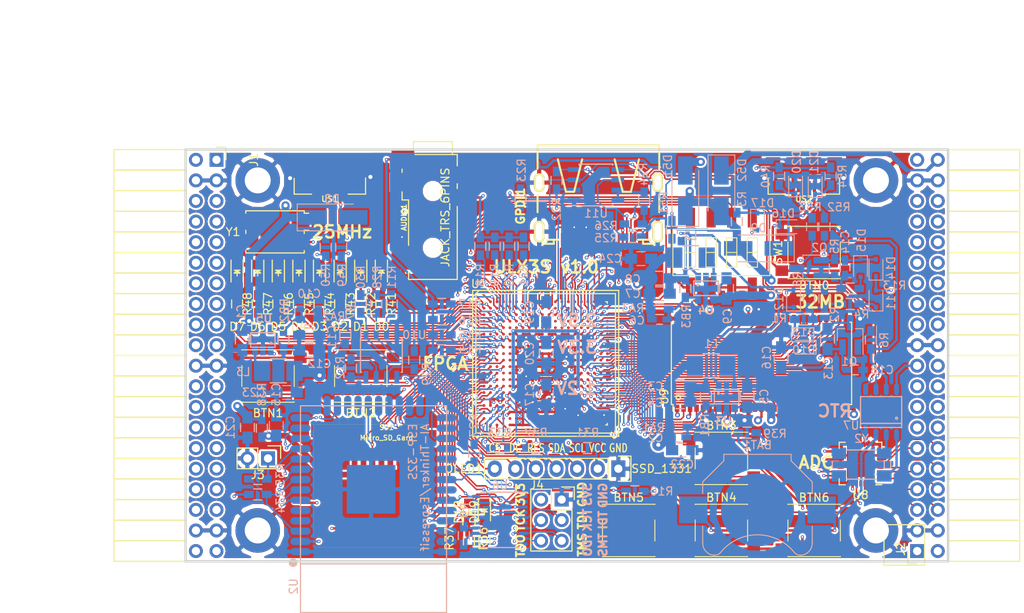
<source format=kicad_pcb>
(kicad_pcb (version 4) (host pcbnew 4.0.7+dfsg1-1)
  (layers (0 F.Cu signal) (1 In1.Cu signal) (2 In2.Cu signal) (31 B.Cu signal) (34 B.Paste user) (35 F.Paste user) (36 B.SilkS user) (37 F.SilkS user) (38 B.Mask user) (39 F.Mask user) (44 Edge.Cuts user))
  (net 0 "")
  (net 1 GND)
  (net 2 +5V)
  (net 3 /gpio/IN5V)
  (net 4 /gpio/OUT5V)
  (net 5 +3V3)
  (net 6 "Net-(L1-Pad1)")
  (net 7 "Net-(L2-Pad1)")
  (net 8 +1V2)
  (net 9 BTN_D)
  (net 10 BTN_F1)
  (net 11 BTN_F2)
  (net 12 BTN_L)
  (net 13 BTN_R)
  (net 14 BTN_U)
  (net 15 /power/FB1)
  (net 16 +2V5)
  (net 17 "Net-(L3-Pad1)")
  (net 18 /power/PWREN)
  (net 19 /power/FB3)
  (net 20 /power/FB2)
  (net 21 "Net-(D9-Pad1)")
  (net 22 /power/VBAT)
  (net 23 JTAG_TDI)
  (net 24 JTAG_TCK)
  (net 25 JTAG_TMS)
  (net 26 JTAG_TDO)
  (net 27 /power/WAKEUPn)
  (net 28 /power/WKUP)
  (net 29 /power/SHUT)
  (net 30 /power/WAKE)
  (net 31 /power/HOLD)
  (net 32 /power/WKn)
  (net 33 /power/OSCI_32k)
  (net 34 /power/OSCO_32k)
  (net 35 "Net-(Q2-Pad3)")
  (net 36 SHUTDOWN)
  (net 37 /analog/AUDIO_L)
  (net 38 /analog/AUDIO_R)
  (net 39 GPDI_5V_SCL)
  (net 40 GPDI_5V_SDA)
  (net 41 GPDI_SDA)
  (net 42 GPDI_SCL)
  (net 43 /gpdi/VREF2)
  (net 44 SD_CMD)
  (net 45 SD_CLK)
  (net 46 SD_D0)
  (net 47 SD_D1)
  (net 48 USB5V)
  (net 49 GPDI_CEC)
  (net 50 nRESET)
  (net 51 FTDI_nDTR)
  (net 52 SDRAM_CKE)
  (net 53 SDRAM_A7)
  (net 54 SDRAM_D15)
  (net 55 SDRAM_BA1)
  (net 56 SDRAM_D7)
  (net 57 SDRAM_A6)
  (net 58 SDRAM_CLK)
  (net 59 SDRAM_D13)
  (net 60 SDRAM_BA0)
  (net 61 SDRAM_D6)
  (net 62 SDRAM_A5)
  (net 63 SDRAM_D14)
  (net 64 SDRAM_A11)
  (net 65 SDRAM_D12)
  (net 66 SDRAM_D5)
  (net 67 SDRAM_A4)
  (net 68 SDRAM_A10)
  (net 69 SDRAM_D11)
  (net 70 SDRAM_A3)
  (net 71 SDRAM_D4)
  (net 72 SDRAM_D10)
  (net 73 SDRAM_D9)
  (net 74 SDRAM_A9)
  (net 75 SDRAM_D3)
  (net 76 SDRAM_D8)
  (net 77 SDRAM_A8)
  (net 78 SDRAM_A2)
  (net 79 SDRAM_A1)
  (net 80 SDRAM_A0)
  (net 81 SDRAM_D2)
  (net 82 SDRAM_D1)
  (net 83 SDRAM_D0)
  (net 84 SDRAM_DQM0)
  (net 85 SDRAM_nCS)
  (net 86 SDRAM_nRAS)
  (net 87 SDRAM_DQM1)
  (net 88 SDRAM_nCAS)
  (net 89 SDRAM_nWE)
  (net 90 /flash/FLASH_nWP)
  (net 91 /flash/FLASH_nHOLD)
  (net 92 /flash/FLASH_MOSI)
  (net 93 /flash/FLASH_MISO)
  (net 94 /flash/FLASH_SCK)
  (net 95 /flash/FLASH_nCS)
  (net 96 /flash/FPGA_PROGRAMN)
  (net 97 /flash/FPGA_DONE)
  (net 98 /flash/FPGA_INITN)
  (net 99 OLED_RES)
  (net 100 OLED_DC)
  (net 101 OLED_CS)
  (net 102 WIFI_EN)
  (net 103 FTDI_nRTS)
  (net 104 FTDI_TXD)
  (net 105 FTDI_RXD)
  (net 106 WIFI_RXD)
  (net 107 WIFI_GPIO0)
  (net 108 WIFI_TXD)
  (net 109 GPDI_ETH-)
  (net 110 GPDI_ETH+)
  (net 111 GPDI_D2+)
  (net 112 GPDI_D2-)
  (net 113 GPDI_D1+)
  (net 114 GPDI_D1-)
  (net 115 GPDI_D0+)
  (net 116 GPDI_D0-)
  (net 117 GPDI_CLK+)
  (net 118 GPDI_CLK-)
  (net 119 USB_FTDI_D+)
  (net 120 USB_FTDI_D-)
  (net 121 J1_17-)
  (net 122 J1_17+)
  (net 123 J1_23-)
  (net 124 J1_23+)
  (net 125 J1_25-)
  (net 126 J1_25+)
  (net 127 J1_27-)
  (net 128 J1_27+)
  (net 129 J1_29-)
  (net 130 J1_29+)
  (net 131 J1_31-)
  (net 132 J1_31+)
  (net 133 J1_33-)
  (net 134 J1_33+)
  (net 135 J1_35-)
  (net 136 J1_35+)
  (net 137 J2_5-)
  (net 138 J2_5+)
  (net 139 J2_7-)
  (net 140 J2_7+)
  (net 141 J2_9-)
  (net 142 J2_9+)
  (net 143 J2_13-)
  (net 144 J2_13+)
  (net 145 J2_17-)
  (net 146 J2_17+)
  (net 147 J2_11-)
  (net 148 J2_11+)
  (net 149 J2_23-)
  (net 150 J2_23+)
  (net 151 J1_5-)
  (net 152 J1_5+)
  (net 153 J1_7-)
  (net 154 J1_7+)
  (net 155 J1_9-)
  (net 156 J1_9+)
  (net 157 J1_11-)
  (net 158 J1_11+)
  (net 159 J1_13-)
  (net 160 J1_13+)
  (net 161 J1_15-)
  (net 162 J1_15+)
  (net 163 J2_15-)
  (net 164 J2_15+)
  (net 165 J2_25-)
  (net 166 J2_25+)
  (net 167 J2_27-)
  (net 168 J2_27+)
  (net 169 J2_29-)
  (net 170 J2_29+)
  (net 171 J2_31-)
  (net 172 J2_31+)
  (net 173 J2_33-)
  (net 174 J2_33+)
  (net 175 J2_35-)
  (net 176 J2_35+)
  (net 177 SD_D3)
  (net 178 AUDIO_L3)
  (net 179 AUDIO_L2)
  (net 180 AUDIO_L1)
  (net 181 AUDIO_L0)
  (net 182 AUDIO_R3)
  (net 183 AUDIO_R2)
  (net 184 AUDIO_R1)
  (net 185 AUDIO_R0)
  (net 186 OLED_CLK)
  (net 187 OLED_MOSI)
  (net 188 LED0)
  (net 189 LED1)
  (net 190 LED2)
  (net 191 LED3)
  (net 192 LED4)
  (net 193 LED5)
  (net 194 LED6)
  (net 195 LED7)
  (net 196 BTN_PWRn)
  (net 197 "Net-(J3-Pad1)")
  (net 198 FTDI_nTXLED)
  (net 199 FTDI_nSLEEP)
  (net 200 /blinkey/LED_PWREN)
  (net 201 /blinkey/LED_TXLED)
  (net 202 FT3V3)
  (net 203 /sdcard/SD3V3)
  (net 204 SD_D2)
  (net 205 CLK_25MHz)
  (net 206 /blinkey/BTNPUL)
  (net 207 /blinkey/BTNPUR)
  (net 208 USB_FPGA_D+)
  (net 209 /power/FTDI_nSUSPEND)
  (net 210 /blinkey/ALED0)
  (net 211 /blinkey/ALED1)
  (net 212 /blinkey/ALED2)
  (net 213 /blinkey/ALED3)
  (net 214 /blinkey/ALED4)
  (net 215 /blinkey/ALED5)
  (net 216 /blinkey/ALED6)
  (net 217 /blinkey/ALED7)
  (net 218 /usb/FTD-)
  (net 219 /usb/FTD+)
  (net 220 ADC_MISO)
  (net 221 ADC_MOSI)
  (net 222 ADC_CSn)
  (net 223 ADC_SCLK)
  (net 224 "Net-(R51-Pad2)")
  (net 225 SW3)
  (net 226 SW2)
  (net 227 SW1)
  (net 228 SW0)
  (net 229 USB_FPGA_D-)
  (net 230 /usb/FPD+)
  (net 231 /usb/FPD-)
  (net 232 WIFI_GPIO16)
  (net 233 WIFI_GPIO15)
  (net 234 /usb/ANT_433MHz)
  (net 235 /power/PWRBTn)
  (module Diodes_SMD:D_SMA_Handsoldering (layer B.Cu) (at 155.695 66.5 90)
    (fp_text reference D51 (at 3.048 -2.159 90) (layer B.SilkS) (effects (justify mirror)))
    (fp_text value STPS2L30AF)
    (pad 1 smd rect (at -2.5 0 90) (size 3.5 1.8) (layers B.Cu B.Paste B.Mask) (net 2 +5V))
    (pad 2 smd rect (at 2.5 0 90) (size 3.5 1.8) (layers B.Cu B.Paste B.Mask) (net 3 /gpio/IN5V))
  )
  (module Resistors_SMD:R_0603_HandSoldering (layer B.Cu) (at 154.044 71.326 90)
    (fp_text reference R51 (at 3.302 -1.016 90) (layer B.SilkS) (effects (justify mirror)))
    (fp_text value 220)
    (pad 1 smd rect (at -1.1 0 90) (size 1.2 0.9) (layers B.Cu B.Paste B.Mask) (net 5 +3V3))
    (pad 2 smd rect (at 1.1 0 90) (size 1.2 0.9) (layers B.Cu B.Paste B.Mask) (net 224 "Net-(R51-Pad2)"))
  )
  (module micro-sd:MicroSD_TF02D (layer F.Cu) (at 116.87 110.52 180)
    (fp_text reference SD1 (at -1.995 14.81 180) (layer F.SilkS) (effects (font (size 0.59944 0.59944) (thickness 0.12446))))
    (fp_text value Micro_SD_Card (at -1.995 13.54 180) (layer F.SilkS) (effects (font (size 0.59944 0.59944) (thickness 0.12446))))
    (pad 1 smd rect (at 1.94 11 180) (size 0.7 1.8) (layers F.Cu F.Paste F.Mask) (net 204 SD_D2))
    (pad 2 smd rect (at 0.84 11 180) (size 0.7 1.8) (layers F.Cu F.Paste F.Mask) (net 177 SD_D3))
    (pad 3 smd rect (at -0.26 11 180) (size 0.7 1.8) (layers F.Cu F.Paste F.Mask) (net 44 SD_CMD))
    (pad 4 smd rect (at -1.36 11 180) (size 0.7 1.8) (layers F.Cu F.Paste F.Mask) (net 203 /sdcard/SD3V3))
    (pad 5 smd rect (at -2.46 11 180) (size 0.7 1.8) (layers F.Cu F.Paste F.Mask) (net 45 SD_CLK))
    (pad 6 smd rect (at -3.56 11 180) (size 0.7 1.8) (layers F.Cu F.Paste F.Mask) (net 1 GND))
    (pad 7 smd rect (at -4.66 11 180) (size 0.7 1.8) (layers F.Cu F.Paste F.Mask) (net 46 SD_D0))
    (pad 8 smd rect (at -5.76 11 180) (size 0.7 1.8) (layers F.Cu F.Paste F.Mask) (net 47 SD_D1))
    (pad S smd rect (at -5.05 0.4 180) (size 1.6 1.4) (layers F.Cu F.Paste F.Mask))
    (pad S smd rect (at 0.75 0.4 180) (size 1.8 1.4) (layers F.Cu F.Paste F.Mask))
    (pad G smd rect (at -7.45 13.55 180) (size 1.4 1.9) (layers F.Cu F.Paste F.Mask))
    (pad G smd rect (at 6.6 14.55 180) (size 1.4 1.9) (layers F.Cu F.Paste F.Mask))
  )
  (module Resistors_SMD:R_1210_HandSoldering (layer B.Cu) (at 158.87 88.09 180)
    (fp_text reference L1 (at 0 2.7 180) (layer B.SilkS) (effects (justify mirror)))
    (fp_text value 2.2uH)
    (pad 1 smd rect (at -2 0 180) (size 2 2.5) (layers B.Cu B.Paste B.Mask) (net 6 "Net-(L1-Pad1)"))
    (pad 2 smd rect (at 2 0 180) (size 2 2.5) (layers B.Cu B.Paste B.Mask) (net 8 +1V2))
  )
  (module TSOT-25:TSOT-25 (layer B.Cu) (at 160.775 91.9)
    (fp_text reference U3 (at -0.381 3.048) (layer B.SilkS) (effects (font (thickness 0.2)) (justify mirror)))
    (fp_text value AP3429A)
    (pad 1 smd rect (at -0.95 -1.3) (size 0.7 1.2) (layers B.Cu B.Paste B.Mask) (net 18 /power/PWREN))
    (pad 2 smd rect (at 0 -1.3) (size 0.7 1.2) (layers B.Cu B.Paste B.Mask) (net 1 GND))
    (pad 3 smd rect (at 0.95 -1.3) (size 0.7 1.2) (layers B.Cu B.Paste B.Mask) (net 6 "Net-(L1-Pad1)"))
    (pad 4 smd rect (at 0.95 1.3) (size 0.7 1.2) (layers B.Cu B.Paste B.Mask) (net 2 +5V))
    (pad 5 smd rect (at -0.95 1.3) (size 0.7 1.2) (layers B.Cu B.Paste B.Mask) (net 15 /power/FB1))
  )
  (module Resistors_SMD:R_1210_HandSoldering (layer B.Cu) (at 156.33 74.755 180)
    (fp_text reference L2 (at 0 2.7 180) (layer B.SilkS) (effects (justify mirror)))
    (fp_text value 2.2uH)
    (pad 1 smd rect (at -2 0 180) (size 2 2.5) (layers B.Cu B.Paste B.Mask) (net 7 "Net-(L2-Pad1)"))
    (pad 2 smd rect (at 2 0 180) (size 2 2.5) (layers B.Cu B.Paste B.Mask) (net 5 +3V3))
  )
  (module TSOT-25:TSOT-25 (layer B.Cu) (at 158.235 78.535)
    (fp_text reference U4 (at 0 2.697) (layer B.SilkS) (effects (font (thickness 0.2)) (justify mirror)))
    (fp_text value AP3429A)
    (pad 1 smd rect (at -0.95 -1.3) (size 0.7 1.2) (layers B.Cu B.Paste B.Mask) (net 18 /power/PWREN))
    (pad 2 smd rect (at 0 -1.3) (size 0.7 1.2) (layers B.Cu B.Paste B.Mask) (net 1 GND))
    (pad 3 smd rect (at 0.95 -1.3) (size 0.7 1.2) (layers B.Cu B.Paste B.Mask) (net 7 "Net-(L2-Pad1)"))
    (pad 4 smd rect (at 0.95 1.3) (size 0.7 1.2) (layers B.Cu B.Paste B.Mask) (net 2 +5V))
    (pad 5 smd rect (at -0.95 1.3) (size 0.7 1.2) (layers B.Cu B.Paste B.Mask) (net 19 /power/FB3))
  )
  (module LEDs:LED_0805 (layer F.Cu) (at 118.23 76.66 270)
    (fp_text reference D0 (at 6.604 0 360) (layer F.SilkS))
    (fp_text value LED hide)
    (pad 2 smd rect (at 1.04902 0 90) (size 1.19888 1.19888) (layers F.Cu F.Paste F.Mask) (net 210 /blinkey/ALED0))
    (pad 1 smd rect (at -1.04902 0 90) (size 1.19888 1.19888) (layers F.Cu F.Paste F.Mask) (net 1 GND))
  )
  (module LEDs:LED_0805 (layer F.Cu) (at 115.69 76.66 270)
    (fp_text reference D1 (at 6.604 0 360) (layer F.SilkS))
    (fp_text value LED hide)
    (pad 2 smd rect (at 1.04902 0 90) (size 1.19888 1.19888) (layers F.Cu F.Paste F.Mask) (net 211 /blinkey/ALED1))
    (pad 1 smd rect (at -1.04902 0 90) (size 1.19888 1.19888) (layers F.Cu F.Paste F.Mask) (net 1 GND))
  )
  (module LEDs:LED_0805 (layer F.Cu) (at 113.15 76.66 270)
    (fp_text reference D2 (at 6.604 0 360) (layer F.SilkS))
    (fp_text value LED hide)
    (pad 2 smd rect (at 1.04902 0 90) (size 1.19888 1.19888) (layers F.Cu F.Paste F.Mask) (net 212 /blinkey/ALED2))
    (pad 1 smd rect (at -1.04902 0 90) (size 1.19888 1.19888) (layers F.Cu F.Paste F.Mask) (net 1 GND))
  )
  (module LEDs:LED_0805 (layer F.Cu) (at 110.61 76.66 270)
    (fp_text reference D3 (at 6.604 0 360) (layer F.SilkS))
    (fp_text value LED hide)
    (pad 2 smd rect (at 1.04902 0 90) (size 1.19888 1.19888) (layers F.Cu F.Paste F.Mask) (net 213 /blinkey/ALED3))
    (pad 1 smd rect (at -1.04902 0 90) (size 1.19888 1.19888) (layers F.Cu F.Paste F.Mask) (net 1 GND))
  )
  (module LEDs:LED_0805 (layer F.Cu) (at 108.07 76.66 270)
    (fp_text reference D4 (at 6.604 0 360) (layer F.SilkS))
    (fp_text value LED hide)
    (pad 2 smd rect (at 1.04902 0 90) (size 1.19888 1.19888) (layers F.Cu F.Paste F.Mask) (net 214 /blinkey/ALED4))
    (pad 1 smd rect (at -1.04902 0 90) (size 1.19888 1.19888) (layers F.Cu F.Paste F.Mask) (net 1 GND))
  )
  (module LEDs:LED_0805 (layer F.Cu) (at 105.53 76.66 270)
    (fp_text reference D5 (at 6.604 0 360) (layer F.SilkS))
    (fp_text value LED hide)
    (pad 2 smd rect (at 1.04902 0 90) (size 1.19888 1.19888) (layers F.Cu F.Paste F.Mask) (net 215 /blinkey/ALED5))
    (pad 1 smd rect (at -1.04902 0 90) (size 1.19888 1.19888) (layers F.Cu F.Paste F.Mask) (net 1 GND))
  )
  (module LEDs:LED_0805 (layer F.Cu) (at 102.99 76.66 270)
    (fp_text reference D6 (at 6.604 0 360) (layer F.SilkS))
    (fp_text value LED hide)
    (pad 2 smd rect (at 1.04902 0 90) (size 1.19888 1.19888) (layers F.Cu F.Paste F.Mask) (net 216 /blinkey/ALED6))
    (pad 1 smd rect (at -1.04902 0 90) (size 1.19888 1.19888) (layers F.Cu F.Paste F.Mask) (net 1 GND))
  )
  (module LEDs:LED_0805 (layer F.Cu) (at 100.45 76.66 270)
    (fp_text reference D7 (at 6.604 0 360) (layer F.SilkS))
    (fp_text value LED hide)
    (pad 2 smd rect (at 1.04902 0 90) (size 1.19888 1.19888) (layers F.Cu F.Paste F.Mask) (net 217 /blinkey/ALED7))
    (pad 1 smd rect (at -1.04902 0 90) (size 1.19888 1.19888) (layers F.Cu F.Paste F.Mask) (net 1 GND))
  )
  (module Resistors_SMD:R_1210_HandSoldering (layer B.Cu) (at 105.53 88.725)
    (fp_text reference L3 (at -4.318 0.127) (layer B.SilkS) (effects (justify mirror)))
    (fp_text value 2.2uH)
    (pad 1 smd rect (at -2 0) (size 2 2.5) (layers B.Cu B.Paste B.Mask) (net 17 "Net-(L3-Pad1)"))
    (pad 2 smd rect (at 2 0) (size 2 2.5) (layers B.Cu B.Paste B.Mask) (net 16 +2V5))
  )
  (module TSOT-25:TSOT-25 (layer B.Cu) (at 103.625 84.915 180)
    (fp_text reference U5 (at -0.127 2.667 180) (layer B.SilkS) (effects (font (thickness 0.2)) (justify mirror)))
    (fp_text value AP3429A)
    (pad 1 smd rect (at -0.95 -1.3 180) (size 0.7 1.2) (layers B.Cu B.Paste B.Mask) (net 18 /power/PWREN))
    (pad 2 smd rect (at 0 -1.3 180) (size 0.7 1.2) (layers B.Cu B.Paste B.Mask) (net 1 GND))
    (pad 3 smd rect (at 0.95 -1.3 180) (size 0.7 1.2) (layers B.Cu B.Paste B.Mask) (net 17 "Net-(L3-Pad1)"))
    (pad 4 smd rect (at 0.95 1.3 180) (size 0.7 1.2) (layers B.Cu B.Paste B.Mask) (net 2 +5V))
    (pad 5 smd rect (at -0.95 1.3 180) (size 0.7 1.2) (layers B.Cu B.Paste B.Mask) (net 20 /power/FB2))
  )
  (module Capacitors_SMD:C_0805_HandSoldering (layer B.Cu) (at 101.085 84.915 270)
    (fp_text reference C1 (at -3.429 0.127 270) (layer B.SilkS) (effects (justify mirror)))
    (fp_text value 22uF)
    (pad 1 smd rect (at -1.25 0 270) (size 1.5 1.25) (layers B.Cu B.Paste B.Mask) (net 2 +5V))
    (pad 2 smd rect (at 1.25 0 270) (size 1.5 1.25) (layers B.Cu B.Paste B.Mask) (net 1 GND))
  )
  (module Capacitors_SMD:C_0805_HandSoldering (layer B.Cu) (at 155.06 90.63)
    (fp_text reference C3 (at -3.048 0) (layer B.SilkS) (effects (justify mirror)))
    (fp_text value 22uF)
    (pad 1 smd rect (at -1.25 0) (size 1.5 1.25) (layers B.Cu B.Paste B.Mask) (net 8 +1V2))
    (pad 2 smd rect (at 1.25 0) (size 1.5 1.25) (layers B.Cu B.Paste B.Mask) (net 1 GND))
  )
  (module Capacitors_SMD:C_0805_HandSoldering (layer B.Cu) (at 155.06 92.535)
    (fp_text reference C4 (at -3.048 0.127) (layer B.SilkS) (effects (justify mirror)))
    (fp_text value 22uF)
    (pad 1 smd rect (at -1.25 0) (size 1.5 1.25) (layers B.Cu B.Paste B.Mask) (net 8 +1V2))
    (pad 2 smd rect (at 1.25 0) (size 1.5 1.25) (layers B.Cu B.Paste B.Mask) (net 1 GND))
  )
  (module Capacitors_SMD:C_0805_HandSoldering (layer B.Cu) (at 163.315 91.9 90)
    (fp_text reference C5 (at 0 2.1 90) (layer B.SilkS) (effects (justify mirror)))
    (fp_text value 22uF)
    (pad 1 smd rect (at -1.25 0 90) (size 1.5 1.25) (layers B.Cu B.Paste B.Mask) (net 2 +5V))
    (pad 2 smd rect (at 1.25 0 90) (size 1.5 1.25) (layers B.Cu B.Paste B.Mask) (net 1 GND))
  )
  (module Capacitors_SMD:C_0805_HandSoldering (layer B.Cu) (at 152.52 79.2)
    (fp_text reference C7 (at -3.302 0) (layer B.SilkS) (effects (justify mirror)))
    (fp_text value 22uF)
    (pad 1 smd rect (at -1.25 0) (size 1.5 1.25) (layers B.Cu B.Paste B.Mask) (net 5 +3V3))
    (pad 2 smd rect (at 1.25 0) (size 1.5 1.25) (layers B.Cu B.Paste B.Mask) (net 1 GND))
  )
  (module Capacitors_SMD:C_0805_HandSoldering (layer B.Cu) (at 152.52 77.295)
    (fp_text reference C8 (at -3.302 0.127) (layer B.SilkS) (effects (justify mirror)))
    (fp_text value 22uF)
    (pad 1 smd rect (at -1.25 0) (size 1.5 1.25) (layers B.Cu B.Paste B.Mask) (net 5 +3V3))
    (pad 2 smd rect (at 1.25 0) (size 1.5 1.25) (layers B.Cu B.Paste B.Mask) (net 1 GND))
  )
  (module Capacitors_SMD:C_0805_HandSoldering (layer B.Cu) (at 160.775 78.565 90)
    (fp_text reference C9 (at -3.429 0.127 90) (layer B.SilkS) (effects (justify mirror)))
    (fp_text value 22uF)
    (pad 1 smd rect (at -1.25 0 90) (size 1.5 1.25) (layers B.Cu B.Paste B.Mask) (net 2 +5V))
    (pad 2 smd rect (at 1.25 0 90) (size 1.5 1.25) (layers B.Cu B.Paste B.Mask) (net 1 GND))
  )
  (module Capacitors_SMD:C_0805_HandSoldering (layer B.Cu) (at 109.34 84.28 180)
    (fp_text reference C11 (at -2.794 -0.254 270) (layer B.SilkS) (effects (justify mirror)))
    (fp_text value 22uF)
    (pad 1 smd rect (at -1.25 0 180) (size 1.5 1.25) (layers B.Cu B.Paste B.Mask) (net 16 +2V5))
    (pad 2 smd rect (at 1.25 0 180) (size 1.5 1.25) (layers B.Cu B.Paste B.Mask) (net 1 GND))
  )
  (module Capacitors_SMD:C_0805_HandSoldering (layer B.Cu) (at 109.34 86.185 180)
    (fp_text reference C12 (at -1.27 -1.651 360) (layer B.SilkS) (effects (justify mirror)))
    (fp_text value 22uF)
    (pad 1 smd rect (at -1.25 0 180) (size 1.5 1.25) (layers B.Cu B.Paste B.Mask) (net 16 +2V5))
    (pad 2 smd rect (at 1.25 0 180) (size 1.5 1.25) (layers B.Cu B.Paste B.Mask) (net 1 GND))
  )
  (module Power_Integrations:SO-8 (layer B.Cu) (at 179.825 93.805 180)
    (fp_text reference U7 (at 3.683 -1.651 180) (layer B.SilkS) (effects (justify mirror)))
    (fp_text value PCF8523)
    (pad 1 smd oval (at -1.905 -2.794 180) (size 0.6096 1.4732) (layers B.Cu B.Paste B.Mask) (net 33 /power/OSCI_32k))
    (pad 2 smd oval (at -0.635 -2.794 180) (size 0.6096 1.4732) (layers B.Cu B.Paste B.Mask) (net 34 /power/OSCO_32k))
    (pad 3 smd oval (at 0.635 -2.794 180) (size 0.6096 1.4732) (layers B.Cu B.Paste B.Mask) (net 22 /power/VBAT))
    (pad 4 smd oval (at 1.905 -2.794 180) (size 0.6096 1.4732) (layers B.Cu B.Paste B.Mask) (net 1 GND))
    (pad 5 smd oval (at 1.905 2.794 180) (size 0.6096 1.4732) (layers B.Cu B.Paste B.Mask) (net 41 GPDI_SDA))
    (pad 6 smd oval (at 0.635 2.794 180) (size 0.6096 1.4732) (layers B.Cu B.Paste B.Mask) (net 42 GPDI_SCL))
    (pad 7 smd oval (at -0.635 2.794 180) (size 0.6096 1.4732) (layers B.Cu B.Paste B.Mask) (net 27 /power/WAKEUPn))
    (pad 8 smd oval (at -1.905 2.794 180) (size 0.6096 1.4732) (layers B.Cu B.Paste B.Mask) (net 5 +3V3))
  )
  (module Capacitors_SMD:C_0805_HandSoldering (layer B.Cu) (at 173.221 84.788 90)
    (fp_text reference C13 (at -3.556 0.127 90) (layer B.SilkS) (effects (justify mirror)))
    (fp_text value 2.2uF)
    (pad 1 smd rect (at -1.25 0 90) (size 1.5 1.25) (layers B.Cu B.Paste B.Mask) (net 2 +5V))
    (pad 2 smd rect (at 1.25 0 90) (size 1.5 1.25) (layers B.Cu B.Paste B.Mask) (net 28 /power/WKUP))
  )
  (module TSOP54:TSOP54 (layer F.Cu) (at 165.08 87.8 90)
    (fp_text reference U9 (at -4.1 -12 90) (layer F.SilkS))
    (fp_text value MT48LC16M16A2TG)
    (pad 28 smd rect (at 5.53 10.4 90) (size 0.9 0.56) (layers F.Cu F.Paste F.Mask) (net 1 GND))
    (pad 1 smd rect (at -5.53 -10.4 90) (size 0.9 0.56) (layers F.Cu F.Paste F.Mask) (net 5 +3V3))
    (pad 2 smd rect (at -5.53 -9.6 90) (size 0.9 0.56) (layers F.Cu F.Paste F.Mask) (net 83 SDRAM_D0))
    (pad 3 smd rect (at -5.53 -8.8 90) (size 0.9 0.56) (layers F.Cu F.Paste F.Mask) (net 5 +3V3))
    (pad 4 smd rect (at -5.53 -8 90) (size 0.9 0.56) (layers F.Cu F.Paste F.Mask) (net 82 SDRAM_D1))
    (pad 5 smd rect (at -5.53 -7.2 90) (size 0.9 0.56) (layers F.Cu F.Paste F.Mask) (net 81 SDRAM_D2))
    (pad 6 smd rect (at -5.53 -6.4 90) (size 0.9 0.56) (layers F.Cu F.Paste F.Mask) (net 1 GND))
    (pad 7 smd rect (at -5.53 -5.6 90) (size 0.9 0.56) (layers F.Cu F.Paste F.Mask) (net 75 SDRAM_D3))
    (pad 8 smd rect (at -5.53 -4.8 90) (size 0.9 0.56) (layers F.Cu F.Paste F.Mask) (net 71 SDRAM_D4))
    (pad 9 smd rect (at -5.53 -4 90) (size 0.9 0.56) (layers F.Cu F.Paste F.Mask) (net 5 +3V3))
    (pad 10 smd rect (at -5.53 -3.2 90) (size 0.9 0.56) (layers F.Cu F.Paste F.Mask) (net 66 SDRAM_D5))
    (pad 11 smd rect (at -5.53 -2.4 90) (size 0.9 0.56) (layers F.Cu F.Paste F.Mask) (net 61 SDRAM_D6))
    (pad 12 smd rect (at -5.53 -1.6 90) (size 0.9 0.56) (layers F.Cu F.Paste F.Mask) (net 1 GND))
    (pad 13 smd rect (at -5.53 -0.8 90) (size 0.9 0.56) (layers F.Cu F.Paste F.Mask) (net 56 SDRAM_D7))
    (pad 14 smd rect (at -5.53 0 90) (size 0.9 0.56) (layers F.Cu F.Paste F.Mask) (net 5 +3V3))
    (pad 15 smd rect (at -5.53 0.8 90) (size 0.9 0.56) (layers F.Cu F.Paste F.Mask) (net 84 SDRAM_DQM0))
    (pad 16 smd rect (at -5.53 1.6 90) (size 0.9 0.56) (layers F.Cu F.Paste F.Mask) (net 89 SDRAM_nWE))
    (pad 17 smd rect (at -5.53 2.4 90) (size 0.9 0.56) (layers F.Cu F.Paste F.Mask) (net 88 SDRAM_nCAS))
    (pad 18 smd rect (at -5.53 3.2 90) (size 0.9 0.56) (layers F.Cu F.Paste F.Mask) (net 86 SDRAM_nRAS))
    (pad 19 smd rect (at -5.53 4 90) (size 0.9 0.56) (layers F.Cu F.Paste F.Mask) (net 85 SDRAM_nCS))
    (pad 20 smd rect (at -5.53 4.8 90) (size 0.9 0.56) (layers F.Cu F.Paste F.Mask) (net 60 SDRAM_BA0))
    (pad 21 smd rect (at -5.53 5.6 90) (size 0.9 0.56) (layers F.Cu F.Paste F.Mask) (net 55 SDRAM_BA1))
    (pad 22 smd rect (at -5.53 6.4 90) (size 0.9 0.56) (layers F.Cu F.Paste F.Mask) (net 68 SDRAM_A10))
    (pad 23 smd rect (at -5.53 7.2 90) (size 0.9 0.56) (layers F.Cu F.Paste F.Mask) (net 80 SDRAM_A0))
    (pad 24 smd rect (at -5.53 8 90) (size 0.9 0.56) (layers F.Cu F.Paste F.Mask) (net 79 SDRAM_A1))
    (pad 25 smd rect (at -5.53 8.8 90) (size 0.9 0.56) (layers F.Cu F.Paste F.Mask) (net 78 SDRAM_A2))
    (pad 26 smd rect (at -5.53 9.6 90) (size 0.9 0.56) (layers F.Cu F.Paste F.Mask) (net 70 SDRAM_A3))
    (pad 27 smd rect (at -5.53 10.4 90) (size 0.9 0.56) (layers F.Cu F.Paste F.Mask) (net 5 +3V3))
    (pad 29 smd rect (at 5.53 9.6 90) (size 0.9 0.56) (layers F.Cu F.Paste F.Mask) (net 67 SDRAM_A4))
    (pad 30 smd rect (at 5.53 8.8 90) (size 0.9 0.56) (layers F.Cu F.Paste F.Mask) (net 62 SDRAM_A5))
    (pad 31 smd rect (at 5.53 8 90) (size 0.9 0.56) (layers F.Cu F.Paste F.Mask) (net 57 SDRAM_A6))
    (pad 32 smd rect (at 5.53 7.2 90) (size 0.9 0.56) (layers F.Cu F.Paste F.Mask) (net 53 SDRAM_A7))
    (pad 33 smd rect (at 5.53 6.4 90) (size 0.9 0.56) (layers F.Cu F.Paste F.Mask) (net 77 SDRAM_A8))
    (pad 34 smd rect (at 5.53 5.6 90) (size 0.9 0.56) (layers F.Cu F.Paste F.Mask) (net 74 SDRAM_A9))
    (pad 35 smd rect (at 5.53 4.8 90) (size 0.9 0.56) (layers F.Cu F.Paste F.Mask) (net 64 SDRAM_A11))
    (pad 36 smd rect (at 5.53 4 90) (size 0.9 0.56) (layers F.Cu F.Paste F.Mask))
    (pad 37 smd rect (at 5.53 3.2 90) (size 0.9 0.56) (layers F.Cu F.Paste F.Mask) (net 52 SDRAM_CKE))
    (pad 38 smd rect (at 5.53 2.4 90) (size 0.9 0.56) (layers F.Cu F.Paste F.Mask) (net 58 SDRAM_CLK))
    (pad 39 smd rect (at 5.53 1.6 90) (size 0.9 0.56) (layers F.Cu F.Paste F.Mask) (net 87 SDRAM_DQM1))
    (pad 40 smd rect (at 5.53 0.8 90) (size 0.9 0.56) (layers F.Cu F.Paste F.Mask))
    (pad 41 smd rect (at 5.53 0 90) (size 0.9 0.56) (layers F.Cu F.Paste F.Mask) (net 1 GND))
    (pad 42 smd rect (at 5.53 -0.8 90) (size 0.9 0.56) (layers F.Cu F.Paste F.Mask) (net 76 SDRAM_D8))
    (pad 43 smd rect (at 5.53 -1.6 90) (size 0.9 0.56) (layers F.Cu F.Paste F.Mask) (net 5 +3V3))
    (pad 44 smd rect (at 5.53 -2.4 90) (size 0.9 0.56) (layers F.Cu F.Paste F.Mask) (net 73 SDRAM_D9))
    (pad 45 smd rect (at 5.53 -3.2 90) (size 0.9 0.56) (layers F.Cu F.Paste F.Mask) (net 72 SDRAM_D10))
    (pad 46 smd rect (at 5.53 -4 90) (size 0.9 0.56) (layers F.Cu F.Paste F.Mask) (net 1 GND))
    (pad 47 smd rect (at 5.53 -4.8 90) (size 0.9 0.56) (layers F.Cu F.Paste F.Mask) (net 69 SDRAM_D11))
    (pad 48 smd rect (at 5.53 -5.6 90) (size 0.9 0.56) (layers F.Cu F.Paste F.Mask) (net 65 SDRAM_D12))
    (pad 49 smd rect (at 5.53 -6.4 90) (size 0.9 0.56) (layers F.Cu F.Paste F.Mask) (net 5 +3V3))
    (pad 50 smd rect (at 5.53 -7.2 90) (size 0.9 0.56) (layers F.Cu F.Paste F.Mask) (net 59 SDRAM_D13))
    (pad 51 smd rect (at 5.53 -8 90) (size 0.9 0.56) (layers F.Cu F.Paste F.Mask) (net 63 SDRAM_D14))
    (pad 52 smd rect (at 5.53 -8.8 90) (size 0.9 0.56) (layers F.Cu F.Paste F.Mask) (net 1 GND))
    (pad 53 smd rect (at 5.53 -9.6 90) (size 0.9 0.56) (layers F.Cu F.Paste F.Mask) (net 54 SDRAM_D15))
    (pad 54 smd rect (at 5.53 -10.4 90) (size 0.9 0.56) (layers F.Cu F.Paste F.Mask) (net 1 GND))
  )
  (module TO_SOT_Packages_SMD:SOT-23_Handsoldering (layer B.Cu) (at 176.015 84.28 90)
    (fp_text reference Q1 (at -3.302 -0.127 180) (layer B.SilkS) (effects (justify mirror)))
    (fp_text value BC857)
    (pad 1 smd rect (at -1.5 0.95 90) (size 1.9 0.8) (layers B.Cu B.Paste B.Mask) (net 32 /power/WKn))
    (pad 2 smd rect (at -1.5 -0.95 90) (size 1.9 0.8) (layers B.Cu B.Paste B.Mask) (net 2 +5V))
    (pad 3 smd rect (at 1.5 0 90) (size 1.9 0.8) (layers B.Cu B.Paste B.Mask) (net 28 /power/WKUP))
  )
  (module TO_SOT_Packages_SMD:SOT-23_Handsoldering (layer B.Cu) (at 170.935 76.025 180)
    (fp_text reference Q2 (at -1.295 2.5 180) (layer B.SilkS) (effects (justify mirror)))
    (fp_text value 2N7002)
    (pad 1 smd rect (at -1.5 0.95 180) (size 1.9 0.8) (layers B.Cu B.Paste B.Mask) (net 29 /power/SHUT))
    (pad 2 smd rect (at -1.5 -0.95 180) (size 1.9 0.8) (layers B.Cu B.Paste B.Mask) (net 1 GND))
    (pad 3 smd rect (at 1.5 0 180) (size 1.9 0.8) (layers B.Cu B.Paste B.Mask) (net 35 "Net-(Q2-Pad3)"))
  )
  (module Capacitors_SMD:C_0603_HandSoldering (layer B.Cu) (at 154.86 96.91)
    (fp_text reference C2 (at -2.848 0.07) (layer B.SilkS) (effects (justify mirror)))
    (fp_text value 470pF)
    (pad 1 smd rect (at -0.95 0) (size 1.2 0.75) (layers B.Cu B.Paste B.Mask) (net 8 +1V2))
    (pad 2 smd rect (at 0.95 0) (size 1.2 0.75) (layers B.Cu B.Paste B.Mask) (net 15 /power/FB1))
  )
  (module Capacitors_SMD:C_0603_HandSoldering (layer B.Cu) (at 152.52 82.375)
    (fp_text reference C6 (at -2.794 0.127) (layer B.SilkS) (effects (justify mirror)))
    (fp_text value 470pF)
    (pad 1 smd rect (at -0.95 0) (size 1.2 0.75) (layers B.Cu B.Paste B.Mask) (net 5 +3V3))
    (pad 2 smd rect (at 0.95 0) (size 1.2 0.75) (layers B.Cu B.Paste B.Mask) (net 19 /power/FB3))
  )
  (module Capacitors_SMD:C_0603_HandSoldering (layer B.Cu) (at 109.34 81.105 180)
    (fp_text reference C10 (at 0 1.9 180) (layer B.SilkS) (effects (justify mirror)))
    (fp_text value 470pF)
    (pad 1 smd rect (at -0.95 0 180) (size 1.2 0.75) (layers B.Cu B.Paste B.Mask) (net 16 +2V5))
    (pad 2 smd rect (at 0.95 0 180) (size 1.2 0.75) (layers B.Cu B.Paste B.Mask) (net 20 /power/FB2))
  )
  (module Capacitors_SMD:C_0603_HandSoldering (layer B.Cu) (at 175.38 76.025 270)
    (fp_text reference C14 (at -3.175 0 270) (layer B.SilkS) (effects (justify mirror)))
    (fp_text value 100nF)
    (pad 1 smd rect (at -0.95 0 270) (size 1.2 0.75) (layers B.Cu B.Paste B.Mask) (net 29 /power/SHUT))
    (pad 2 smd rect (at 0.95 0 270) (size 1.2 0.75) (layers B.Cu B.Paste B.Mask) (net 1 GND))
  )
  (module Resistors_SMD:R_0603_HandSoldering (layer B.Cu) (at 170.3 82.375)
    (fp_text reference R1 (at -3.048 -0.127) (layer B.SilkS) (effects (justify mirror)))
    (fp_text value 15k)
    (pad 1 smd rect (at -1.1 0) (size 1.2 0.9) (layers B.Cu B.Paste B.Mask) (net 30 /power/WAKE))
    (pad 2 smd rect (at 1.1 0) (size 1.2 0.9) (layers B.Cu B.Paste B.Mask) (net 18 /power/PWREN))
  )
  (module Resistors_SMD:R_0603_HandSoldering (layer B.Cu) (at 172.84 79.835 90)
    (fp_text reference R2 (at -1.905 1.27 90) (layer B.SilkS) (effects (justify mirror)))
    (fp_text value 47k)
    (pad 1 smd rect (at -1.1 0 90) (size 1.2 0.9) (layers B.Cu B.Paste B.Mask) (net 18 /power/PWREN))
    (pad 2 smd rect (at 1.1 0 90) (size 1.2 0.9) (layers B.Cu B.Paste B.Mask) (net 1 GND))
  )
  (module Resistors_SMD:R_0603_HandSoldering (layer B.Cu) (at 176.015 80.47 180)
    (fp_text reference R4 (at -1.397 -1.27 360) (layer B.SilkS) (effects (justify mirror)))
    (fp_text value 15k)
    (pad 1 smd rect (at -1.1 0 180) (size 1.2 0.9) (layers B.Cu B.Paste B.Mask) (net 31 /power/HOLD))
    (pad 2 smd rect (at 1.1 0 180) (size 1.2 0.9) (layers B.Cu B.Paste B.Mask) (net 18 /power/PWREN))
  )
  (module Resistors_SMD:R_0603_HandSoldering (layer B.Cu) (at 174.11 76.025 270)
    (fp_text reference R5 (at -2.667 0 270) (layer B.SilkS) (effects (justify mirror)))
    (fp_text value 4.7M)
    (pad 1 smd rect (at -1.1 0 270) (size 1.2 0.9) (layers B.Cu B.Paste B.Mask) (net 29 /power/SHUT))
    (pad 2 smd rect (at 1.1 0 270) (size 1.2 0.9) (layers B.Cu B.Paste B.Mask) (net 1 GND))
  )
  (module Resistors_SMD:R_0603_HandSoldering (layer B.Cu) (at 178.555 84.915 270)
    (fp_text reference R6 (at 0 -1.651 270) (layer B.SilkS) (effects (justify mirror)))
    (fp_text value 1k)
    (pad 1 smd rect (at -1.1 0 270) (size 1.2 0.9) (layers B.Cu B.Paste B.Mask) (net 32 /power/WKn))
    (pad 2 smd rect (at 1.1 0 270) (size 1.2 0.9) (layers B.Cu B.Paste B.Mask) (net 27 /power/WAKEUPn))
  )
  (module Resistors_SMD:R_0603_HandSoldering (layer B.Cu) (at 113.785 84.28 270)
    (fp_text reference R7 (at -2.794 -0.635 270) (layer B.SilkS) (effects (justify mirror)))
    (fp_text value 220)
    (pad 1 smd rect (at -1.1 0 270) (size 1.2 0.9) (layers B.Cu B.Paste B.Mask) (net 5 +3V3))
    (pad 2 smd rect (at 1.1 0 270) (size 1.2 0.9) (layers B.Cu B.Paste B.Mask) (net 206 /blinkey/BTNPUL))
  )
  (module Resistors_SMD:R_0603_HandSoldering (layer B.Cu) (at 170.935 79.835 90)
    (fp_text reference R8 (at 2.413 -1.397 90) (layer B.SilkS) (effects (justify mirror)))
    (fp_text value 1k)
    (pad 1 smd rect (at -1.1 0 90) (size 1.2 0.9) (layers B.Cu B.Paste B.Mask) (net 18 /power/PWREN))
    (pad 2 smd rect (at 1.1 0 90) (size 1.2 0.9) (layers B.Cu B.Paste B.Mask) (net 35 "Net-(Q2-Pad3)"))
  )
  (module Resistors_SMD:R_0603_HandSoldering (layer B.Cu) (at 128.39 109.045 270)
    (fp_text reference R9 (at -3.13 -0.126 270) (layer B.SilkS) (effects (justify mirror)))
    (fp_text value 15k)
    (pad 1 smd rect (at -1.1 0 270) (size 1.2 0.9) (layers B.Cu B.Paste B.Mask) (net 50 nRESET))
    (pad 2 smd rect (at 1.1 0 270) (size 1.2 0.9) (layers B.Cu B.Paste B.Mask) (net 202 FT3V3))
  )
  (module Resistors_SMD:R_0603_HandSoldering (layer B.Cu) (at 149.472 103.584 180)
    (fp_text reference R10 (at -3.302 0 180) (layer B.SilkS) (effects (justify mirror)))
    (fp_text value 220)
    (pad 1 smd rect (at -1.1 0 180) (size 1.2 0.9) (layers B.Cu B.Paste B.Mask) (net 209 /power/FTDI_nSUSPEND))
    (pad 2 smd rect (at 1.1 0 180) (size 1.2 0.9) (layers B.Cu B.Paste B.Mask) (net 199 FTDI_nSLEEP))
  )
  (module Resistors_SMD:R_0603_HandSoldering (layer B.Cu) (at 176.015 78.565 180)
    (fp_text reference R13 (at -5.461 0.381 180) (layer B.SilkS) (effects (justify mirror)))
    (fp_text value 15k)
    (pad 1 smd rect (at -1.1 0 180) (size 1.2 0.9) (layers B.Cu B.Paste B.Mask) (net 36 SHUTDOWN))
    (pad 2 smd rect (at 1.1 0 180) (size 1.2 0.9) (layers B.Cu B.Paste B.Mask) (net 1 GND))
  )
  (module Resistors_SMD:R_0603_HandSoldering (layer B.Cu) (at 154.86 95.64)
    (fp_text reference RA1 (at -3.102 0.07) (layer B.SilkS) (effects (justify mirror)))
    (fp_text value 15k)
    (pad 1 smd rect (at -1.1 0) (size 1.2 0.9) (layers B.Cu B.Paste B.Mask) (net 8 +1V2))
    (pad 2 smd rect (at 1.1 0) (size 1.2 0.9) (layers B.Cu B.Paste B.Mask) (net 15 /power/FB1))
  )
  (module Resistors_SMD:R_0603_HandSoldering (layer B.Cu) (at 109.34 82.375 180)
    (fp_text reference RA2 (at -3.048 0.381 360) (layer B.SilkS) (effects (justify mirror)))
    (fp_text value 15k)
    (pad 1 smd rect (at -1.1 0 180) (size 1.2 0.9) (layers B.Cu B.Paste B.Mask) (net 16 +2V5))
    (pad 2 smd rect (at 1.1 0 180) (size 1.2 0.9) (layers B.Cu B.Paste B.Mask) (net 20 /power/FB2))
  )
  (module Resistors_SMD:R_0603_HandSoldering (layer B.Cu) (at 152.52 81.105)
    (fp_text reference RA3 (at -3.302 -0.127) (layer B.SilkS) (effects (justify mirror)))
    (fp_text value 15k)
    (pad 1 smd rect (at -1.1 0) (size 1.2 0.9) (layers B.Cu B.Paste B.Mask) (net 5 +3V3))
    (pad 2 smd rect (at 1.1 0) (size 1.2 0.9) (layers B.Cu B.Paste B.Mask) (net 19 /power/FB3))
  )
  (module Resistors_SMD:R_0603_HandSoldering (layer B.Cu) (at 158.235 91.9 270)
    (fp_text reference RB1 (at 3.556 0.127 270) (layer B.SilkS) (effects (justify mirror)))
    (fp_text value 15k)
    (pad 1 smd rect (at -1.1 0 270) (size 1.2 0.9) (layers B.Cu B.Paste B.Mask) (net 1 GND))
    (pad 2 smd rect (at 1.1 0 270) (size 1.2 0.9) (layers B.Cu B.Paste B.Mask) (net 15 /power/FB1))
  )
  (module Resistors_SMD:R_0603_HandSoldering (layer B.Cu) (at 106.165 84.915 90)
    (fp_text reference RB2 (at 3.683 0.127 90) (layer B.SilkS) (effects (justify mirror)))
    (fp_text value 4.7k)
    (pad 1 smd rect (at -1.1 0 90) (size 1.2 0.9) (layers B.Cu B.Paste B.Mask) (net 1 GND))
    (pad 2 smd rect (at 1.1 0 90) (size 1.2 0.9) (layers B.Cu B.Paste B.Mask) (net 20 /power/FB2))
  )
  (module Resistors_SMD:R_0603_HandSoldering (layer B.Cu) (at 155.695 78.565 270)
    (fp_text reference RB3 (at 3.429 -0.127 270) (layer B.SilkS) (effects (justify mirror)))
    (fp_text value 3.3k)
    (pad 1 smd rect (at -1.1 0 270) (size 1.2 0.9) (layers B.Cu B.Paste B.Mask) (net 1 GND))
    (pad 2 smd rect (at 1.1 0 270) (size 1.2 0.9) (layers B.Cu B.Paste B.Mask) (net 19 /power/FB3))
  )
  (module Resistors_SMD:R_0603_HandSoldering (layer B.Cu) (at 125.682 86.185 180)
    (fp_text reference R14 (at -3.47 0.127 180) (layer B.SilkS) (effects (justify mirror)))
    (fp_text value 800)
    (pad 1 smd rect (at -1.1 0 180) (size 1.2 0.9) (layers B.Cu B.Paste B.Mask) (net 178 AUDIO_L3))
    (pad 2 smd rect (at 1.1 0 180) (size 1.2 0.9) (layers B.Cu B.Paste B.Mask) (net 37 /analog/AUDIO_L))
  )
  (module Resistors_SMD:R_0603_HandSoldering (layer B.Cu) (at 125.682 84.279 180)
    (fp_text reference R15 (at -3.47 -0.001 180) (layer B.SilkS) (effects (justify mirror)))
    (fp_text value 400)
    (pad 1 smd rect (at -1.1 0 180) (size 1.2 0.9) (layers B.Cu B.Paste B.Mask) (net 179 AUDIO_L2))
    (pad 2 smd rect (at 1.1 0 180) (size 1.2 0.9) (layers B.Cu B.Paste B.Mask) (net 37 /analog/AUDIO_L))
  )
  (module Resistors_SMD:R_0603_HandSoldering (layer B.Cu) (at 125.682 82.375 180)
    (fp_text reference R16 (at -3.47 -0.127 180) (layer B.SilkS) (effects (justify mirror)))
    (fp_text value 200)
    (pad 1 smd rect (at -1.1 0 180) (size 1.2 0.9) (layers B.Cu B.Paste B.Mask) (net 180 AUDIO_L1))
    (pad 2 smd rect (at 1.1 0 180) (size 1.2 0.9) (layers B.Cu B.Paste B.Mask) (net 37 /analog/AUDIO_L))
  )
  (module Resistors_SMD:R_0603_HandSoldering (layer B.Cu) (at 125.682 80.47 180)
    (fp_text reference R17 (at -3.47 0 180) (layer B.SilkS) (effects (justify mirror)))
    (fp_text value 100)
    (pad 1 smd rect (at -1.1 0 180) (size 1.2 0.9) (layers B.Cu B.Paste B.Mask) (net 181 AUDIO_L0))
    (pad 2 smd rect (at 1.1 0 180) (size 1.2 0.9) (layers B.Cu B.Paste B.Mask) (net 37 /analog/AUDIO_L))
  )
  (module Resistors_SMD:R_0603_HandSoldering (layer B.Cu) (at 130.422 73.358 90)
    (fp_text reference R18 (at -3.556 0 90) (layer B.SilkS) (effects (justify mirror)))
    (fp_text value 800)
    (pad 1 smd rect (at -1.1 0 90) (size 1.2 0.9) (layers B.Cu B.Paste B.Mask) (net 182 AUDIO_R3))
    (pad 2 smd rect (at 1.1 0 90) (size 1.2 0.9) (layers B.Cu B.Paste B.Mask) (net 38 /analog/AUDIO_R))
  )
  (module Resistors_SMD:R_0603_HandSoldering (layer B.Cu) (at 132.2 73.358 90)
    (fp_text reference R19 (at -3.556 0 90) (layer B.SilkS) (effects (justify mirror)))
    (fp_text value 400)
    (pad 1 smd rect (at -1.1 0 90) (size 1.2 0.9) (layers B.Cu B.Paste B.Mask) (net 183 AUDIO_R2))
    (pad 2 smd rect (at 1.1 0 90) (size 1.2 0.9) (layers B.Cu B.Paste B.Mask) (net 38 /analog/AUDIO_R))
  )
  (module Resistors_SMD:R_0603_HandSoldering (layer B.Cu) (at 133.978 73.358 90)
    (fp_text reference R20 (at -3.556 0 90) (layer B.SilkS) (effects (justify mirror)))
    (fp_text value 200)
    (pad 1 smd rect (at -1.1 0 90) (size 1.2 0.9) (layers B.Cu B.Paste B.Mask) (net 184 AUDIO_R1))
    (pad 2 smd rect (at 1.1 0 90) (size 1.2 0.9) (layers B.Cu B.Paste B.Mask) (net 38 /analog/AUDIO_R))
  )
  (module Resistors_SMD:R_0603_HandSoldering (layer B.Cu) (at 135.756 73.358 90)
    (fp_text reference R21 (at -3.556 0 90) (layer B.SilkS) (effects (justify mirror)))
    (fp_text value 100)
    (pad 1 smd rect (at -1.1 0 90) (size 1.2 0.9) (layers B.Cu B.Paste B.Mask) (net 185 AUDIO_R0))
    (pad 2 smd rect (at 1.1 0 90) (size 1.2 0.9) (layers B.Cu B.Paste B.Mask) (net 38 /analog/AUDIO_R))
  )
  (module Housings_SOIC:SOIC-8_3.9x4.9mm_Pitch1.27mm (layer B.Cu) (at 118.23 86.82 270)
    (fp_text reference U10 (at -2.54 -4.064 360) (layer B.SilkS) (effects (justify mirror)))
    (fp_text value S25FL164K0XMFI011)
    (pad 1 smd rect (at -2.7 1.905 270) (size 1.55 0.6) (layers B.Cu B.Paste B.Mask) (net 95 /flash/FLASH_nCS))
    (pad 2 smd rect (at -2.7 0.635 270) (size 1.55 0.6) (layers B.Cu B.Paste B.Mask) (net 93 /flash/FLASH_MISO))
    (pad 3 smd rect (at -2.7 -0.635 270) (size 1.55 0.6) (layers B.Cu B.Paste B.Mask) (net 90 /flash/FLASH_nWP))
    (pad 4 smd rect (at -2.7 -1.905 270) (size 1.55 0.6) (layers B.Cu B.Paste B.Mask) (net 1 GND))
    (pad 5 smd rect (at 2.7 -1.905 270) (size 1.55 0.6) (layers B.Cu B.Paste B.Mask) (net 92 /flash/FLASH_MOSI))
    (pad 6 smd rect (at 2.7 -0.635 270) (size 1.55 0.6) (layers B.Cu B.Paste B.Mask) (net 94 /flash/FLASH_SCK))
    (pad 7 smd rect (at 2.7 0.635 270) (size 1.55 0.6) (layers B.Cu B.Paste B.Mask) (net 91 /flash/FLASH_nHOLD))
    (pad 8 smd rect (at 2.7 1.905 270) (size 1.55 0.6) (layers B.Cu B.Paste B.Mask) (net 5 +3V3))
  )
  (module Capacitors_SMD:C_0603_HandSoldering (layer B.Cu) (at 176.65 88.598)
    (fp_text reference C18 (at 3.302 0) (layer B.SilkS) (effects (justify mirror)))
    (fp_text value 100nF)
    (pad 1 smd rect (at -0.95 0) (size 1.2 0.75) (layers B.Cu B.Paste B.Mask) (net 2 +5V))
    (pad 2 smd rect (at 0.95 0) (size 1.2 0.75) (layers B.Cu B.Paste B.Mask) (net 1 GND))
  )
  (module Housings_SOIC:SOIC-8_3.9x4.9mm_Pitch1.27mm (layer B.Cu) (at 144.68 65.8)
    (fp_text reference U11 (at 0 3.5) (layer B.SilkS) (effects (justify mirror)))
    (fp_text value PCA9306DCTR)
    (pad 1 smd rect (at -2.7 1.905) (size 1.55 0.6) (layers B.Cu B.Paste B.Mask) (net 1 GND))
    (pad 2 smd rect (at -2.7 0.635) (size 1.55 0.6) (layers B.Cu B.Paste B.Mask) (net 5 +3V3))
    (pad 3 smd rect (at -2.7 -0.635) (size 1.55 0.6) (layers B.Cu B.Paste B.Mask) (net 42 GPDI_SCL))
    (pad 4 smd rect (at -2.7 -1.905) (size 1.55 0.6) (layers B.Cu B.Paste B.Mask) (net 41 GPDI_SDA))
    (pad 5 smd rect (at 2.7 -1.905) (size 1.55 0.6) (layers B.Cu B.Paste B.Mask) (net 40 GPDI_5V_SDA))
    (pad 6 smd rect (at 2.7 -0.635) (size 1.55 0.6) (layers B.Cu B.Paste B.Mask) (net 39 GPDI_5V_SCL))
    (pad 7 smd rect (at 2.7 0.635) (size 1.55 0.6) (layers B.Cu B.Paste B.Mask) (net 43 /gpdi/VREF2))
    (pad 8 smd rect (at 2.7 1.905) (size 1.55 0.6) (layers B.Cu B.Paste B.Mask) (net 43 /gpdi/VREF2))
  )
  (module ESP32-footprints-Lib:ESP-32S (layer B.Cu) (at 117.313 101.513)
    (fp_text reference U2 (at -9.9 13.8 90) (layer B.SilkS) (effects (justify mirror)))
    (fp_text value ESP-32S)
    (fp_text user AI-Thinker/Espressif (at 6.3 1.6 270) (layer B.SilkS) (effects (justify mirror)))
    (fp_text user ESP-32S (at 4.8 -2.8 270) (layer B.SilkS) (effects (justify mirror)))
    (pad 38 smd oval (at 8.947434 9.517338 180) (size 2.5 0.9) (layers B.Cu B.Paste B.Mask) (net 1 GND))
    (pad 37 smd oval (at 8.947434 8.247338 180) (size 2.5 0.9) (layers B.Cu B.Paste B.Mask))
    (pad 36 smd oval (at 8.947434 6.977338 180) (size 2.5 0.9) (layers B.Cu B.Paste B.Mask))
    (pad 35 smd oval (at 8.947434 5.707338 180) (size 2.5 0.9) (layers B.Cu B.Paste B.Mask) (net 108 WIFI_TXD))
    (pad 34 smd oval (at 8.947434 4.437338 180) (size 2.5 0.9) (layers B.Cu B.Paste B.Mask) (net 106 WIFI_RXD))
    (pad 33 smd oval (at 8.947434 3.167338 180) (size 2.5 0.9) (layers B.Cu B.Paste B.Mask) (net 25 JTAG_TMS))
    (pad 32 smd oval (at 8.947434 1.897338 180) (size 2.5 0.9) (layers B.Cu B.Paste B.Mask))
    (pad 31 smd oval (at 8.947434 0.627338 180) (size 2.5 0.9) (layers B.Cu B.Paste B.Mask) (net 23 JTAG_TDI))
    (pad 30 smd oval (at 8.947434 -0.642662 180) (size 2.5 0.9) (layers B.Cu B.Paste B.Mask) (net 24 JTAG_TCK))
    (pad 29 smd oval (at 8.947434 -1.912662 180) (size 2.5 0.9) (layers B.Cu B.Paste B.Mask))
    (pad 28 smd oval (at 8.947434 -3.182662 180) (size 2.5 0.9) (layers B.Cu B.Paste B.Mask) (net 26 JTAG_TDO))
    (pad 27 smd oval (at 8.947434 -4.452662 180) (size 2.5 0.9) (layers B.Cu B.Paste B.Mask) (net 232 WIFI_GPIO16))
    (pad 26 smd oval (at 8.947434 -5.722662 180) (size 2.5 0.9) (layers B.Cu B.Paste B.Mask))
    (pad 25 smd oval (at 8.947434 -6.992662 180) (size 2.5 0.9) (layers B.Cu B.Paste B.Mask) (net 107 WIFI_GPIO0))
    (pad 24 smd oval (at 5.662434 -8.482662 180) (size 0.9 2.5) (layers B.Cu B.Paste B.Mask))
    (pad 23 smd oval (at 4.392434 -8.482662 180) (size 0.9 2.5) (layers B.Cu B.Paste B.Mask) (net 233 WIFI_GPIO15))
    (pad 22 smd oval (at 3.122434 -8.482662 180) (size 0.9 2.5) (layers B.Cu B.Paste B.Mask) (net 47 SD_D1))
    (pad 21 smd oval (at 1.852434 -8.482662 180) (size 0.9 2.5) (layers B.Cu B.Paste B.Mask) (net 46 SD_D0))
    (pad 20 smd oval (at 0.582434 -8.482662 180) (size 0.9 2.5) (layers B.Cu B.Paste B.Mask) (net 45 SD_CLK))
    (pad 19 smd oval (at -0.687566 -8.482662 180) (size 0.9 2.5) (layers B.Cu B.Paste B.Mask) (net 44 SD_CMD))
    (pad 18 smd oval (at -1.957566 -8.482662 180) (size 0.9 2.5) (layers B.Cu B.Paste B.Mask))
    (pad 17 smd oval (at -3.227566 -8.482662 180) (size 0.9 2.5) (layers B.Cu B.Paste B.Mask))
    (pad 16 smd oval (at -4.497566 -8.482662 180) (size 0.9 2.5) (layers B.Cu B.Paste B.Mask) (net 127 J1_27-))
    (pad 15 smd oval (at -5.767566 -8.482662 180) (size 0.9 2.5) (layers B.Cu B.Paste B.Mask))
    (pad 14 smd oval (at -9.052566 -6.992662 180) (size 2.5 0.9) (layers B.Cu B.Paste B.Mask) (net 128 J1_27+))
    (pad 13 smd oval (at -9.052566 -5.722662 180) (size 2.5 0.9) (layers B.Cu B.Paste B.Mask) (net 129 J1_29-))
    (pad 12 smd oval (at -9.052566 -4.452662 180) (size 2.5 0.9) (layers B.Cu B.Paste B.Mask) (net 130 J1_29+))
    (pad 11 smd oval (at -9.052566 -3.182662 180) (size 2.5 0.9) (layers B.Cu B.Paste B.Mask) (net 131 J1_31-))
    (pad 10 smd oval (at -9.052566 -1.912662 180) (size 2.5 0.9) (layers B.Cu B.Paste B.Mask) (net 132 J1_31+))
    (pad 9 smd oval (at -9.052566 -0.642662 180) (size 2.5 0.9) (layers B.Cu B.Paste B.Mask) (net 133 J1_33-))
    (pad 8 smd oval (at -9.052566 0.627338 180) (size 2.5 0.9) (layers B.Cu B.Paste B.Mask) (net 134 J1_33+))
    (pad 7 smd oval (at -9.052566 1.897338 180) (size 2.5 0.9) (layers B.Cu B.Paste B.Mask) (net 135 J1_35-))
    (pad 6 smd oval (at -9.052566 3.167338 180) (size 2.5 0.9) (layers B.Cu B.Paste B.Mask) (net 136 J1_35+))
    (pad 5 smd oval (at -9.052566 4.437338 180) (size 2.5 0.9) (layers B.Cu B.Paste B.Mask))
    (pad 4 smd oval (at -9.052566 5.707338 180) (size 2.5 0.9) (layers B.Cu B.Paste B.Mask))
    (pad 3 smd oval (at -9.052566 6.977338 180) (size 2.5 0.9) (layers B.Cu B.Paste B.Mask) (net 102 WIFI_EN))
    (pad 2 smd oval (at -9.052566 8.247338 180) (size 2.5 0.9) (layers B.Cu B.Paste B.Mask) (net 5 +3V3))
    (pad 1 smd oval (at -9.052566 9.517338 180) (size 2.5 0.9) (layers B.Cu B.Paste B.Mask) (net 1 GND))
    (pad 39 smd rect (at -0.352566 1.817338 180) (size 6 6) (layers B.Cu B.Paste B.Mask) (net 1 GND))
  )
  (module Socket_Strips:Socket_Strip_Angled_2x20 (layer F.Cu) (at 97.91 62.69 270)
    (fp_text reference J1 (at 0 -4.6 270) (layer F.SilkS))
    (fp_text value CONN_02X20 hide)
    (pad 1 thru_hole rect (at 0 0 270) (size 1.7272 1.7272) (drill 1.016) (layers *.Cu *.Mask) (net 5 +3V3))
    (pad 2 thru_hole oval (at 0 2.54 270) (size 1.7272 1.7272) (drill 1.016) (layers *.Cu *.Mask) (net 5 +3V3))
    (pad 3 thru_hole oval (at 2.54 0 270) (size 1.7272 1.7272) (drill 1.016) (layers *.Cu *.Mask) (net 1 GND))
    (pad 4 thru_hole oval (at 2.54 2.54 270) (size 1.7272 1.7272) (drill 1.016) (layers *.Cu *.Mask) (net 1 GND))
    (pad 5 thru_hole oval (at 5.08 0 270) (size 1.7272 1.7272) (drill 1.016) (layers *.Cu *.Mask) (net 151 J1_5-))
    (pad 6 thru_hole oval (at 5.08 2.54 270) (size 1.7272 1.7272) (drill 1.016) (layers *.Cu *.Mask) (net 152 J1_5+))
    (pad 7 thru_hole oval (at 7.62 0 270) (size 1.7272 1.7272) (drill 1.016) (layers *.Cu *.Mask) (net 153 J1_7-))
    (pad 8 thru_hole oval (at 7.62 2.54 270) (size 1.7272 1.7272) (drill 1.016) (layers *.Cu *.Mask) (net 154 J1_7+))
    (pad 9 thru_hole oval (at 10.16 0 270) (size 1.7272 1.7272) (drill 1.016) (layers *.Cu *.Mask) (net 155 J1_9-))
    (pad 10 thru_hole oval (at 10.16 2.54 270) (size 1.7272 1.7272) (drill 1.016) (layers *.Cu *.Mask) (net 156 J1_9+))
    (pad 11 thru_hole oval (at 12.7 0 270) (size 1.7272 1.7272) (drill 1.016) (layers *.Cu *.Mask) (net 157 J1_11-))
    (pad 12 thru_hole oval (at 12.7 2.54 270) (size 1.7272 1.7272) (drill 1.016) (layers *.Cu *.Mask) (net 158 J1_11+))
    (pad 13 thru_hole oval (at 15.24 0 270) (size 1.7272 1.7272) (drill 1.016) (layers *.Cu *.Mask) (net 159 J1_13-))
    (pad 14 thru_hole oval (at 15.24 2.54 270) (size 1.7272 1.7272) (drill 1.016) (layers *.Cu *.Mask) (net 160 J1_13+))
    (pad 15 thru_hole oval (at 17.78 0 270) (size 1.7272 1.7272) (drill 1.016) (layers *.Cu *.Mask) (net 161 J1_15-))
    (pad 16 thru_hole oval (at 17.78 2.54 270) (size 1.7272 1.7272) (drill 1.016) (layers *.Cu *.Mask) (net 162 J1_15+))
    (pad 17 thru_hole oval (at 20.32 0 270) (size 1.7272 1.7272) (drill 1.016) (layers *.Cu *.Mask) (net 121 J1_17-))
    (pad 18 thru_hole oval (at 20.32 2.54 270) (size 1.7272 1.7272) (drill 1.016) (layers *.Cu *.Mask) (net 122 J1_17+))
    (pad 19 thru_hole oval (at 22.86 0 270) (size 1.7272 1.7272) (drill 1.016) (layers *.Cu *.Mask) (net 5 +3V3))
    (pad 20 thru_hole oval (at 22.86 2.54 270) (size 1.7272 1.7272) (drill 1.016) (layers *.Cu *.Mask) (net 5 +3V3))
    (pad 21 thru_hole oval (at 25.4 0 270) (size 1.7272 1.7272) (drill 1.016) (layers *.Cu *.Mask) (net 1 GND))
    (pad 22 thru_hole oval (at 25.4 2.54 270) (size 1.7272 1.7272) (drill 1.016) (layers *.Cu *.Mask) (net 1 GND))
    (pad 23 thru_hole oval (at 27.94 0 270) (size 1.7272 1.7272) (drill 1.016) (layers *.Cu *.Mask) (net 123 J1_23-))
    (pad 24 thru_hole oval (at 27.94 2.54 270) (size 1.7272 1.7272) (drill 1.016) (layers *.Cu *.Mask) (net 124 J1_23+))
    (pad 25 thru_hole oval (at 30.48 0 270) (size 1.7272 1.7272) (drill 1.016) (layers *.Cu *.Mask) (net 125 J1_25-))
    (pad 26 thru_hole oval (at 30.48 2.54 270) (size 1.7272 1.7272) (drill 1.016) (layers *.Cu *.Mask) (net 126 J1_25+))
    (pad 27 thru_hole oval (at 33.02 0 270) (size 1.7272 1.7272) (drill 1.016) (layers *.Cu *.Mask) (net 127 J1_27-))
    (pad 28 thru_hole oval (at 33.02 2.54 270) (size 1.7272 1.7272) (drill 1.016) (layers *.Cu *.Mask) (net 128 J1_27+))
    (pad 29 thru_hole oval (at 35.56 0 270) (size 1.7272 1.7272) (drill 1.016) (layers *.Cu *.Mask) (net 129 J1_29-))
    (pad 30 thru_hole oval (at 35.56 2.54 270) (size 1.7272 1.7272) (drill 1.016) (layers *.Cu *.Mask) (net 130 J1_29+))
    (pad 31 thru_hole oval (at 38.1 0 270) (size 1.7272 1.7272) (drill 1.016) (layers *.Cu *.Mask) (net 131 J1_31-))
    (pad 32 thru_hole oval (at 38.1 2.54 270) (size 1.7272 1.7272) (drill 1.016) (layers *.Cu *.Mask) (net 132 J1_31+))
    (pad 33 thru_hole oval (at 40.64 0 270) (size 1.7272 1.7272) (drill 1.016) (layers *.Cu *.Mask) (net 133 J1_33-))
    (pad 34 thru_hole oval (at 40.64 2.54 270) (size 1.7272 1.7272) (drill 1.016) (layers *.Cu *.Mask) (net 134 J1_33+))
    (pad 35 thru_hole oval (at 43.18 0 270) (size 1.7272 1.7272) (drill 1.016) (layers *.Cu *.Mask) (net 135 J1_35-))
    (pad 36 thru_hole oval (at 43.18 2.54 270) (size 1.7272 1.7272) (drill 1.016) (layers *.Cu *.Mask) (net 136 J1_35+))
    (pad 37 thru_hole oval (at 45.72 0 270) (size 1.7272 1.7272) (drill 1.016) (layers *.Cu *.Mask) (net 1 GND))
    (pad 38 thru_hole oval (at 45.72 2.54 270) (size 1.7272 1.7272) (drill 1.016) (layers *.Cu *.Mask) (net 1 GND))
    (pad 39 thru_hole oval (at 48.26 0 270) (size 1.7272 1.7272) (drill 1.016) (layers *.Cu *.Mask) (net 5 +3V3))
    (pad 40 thru_hole oval (at 48.26 2.54 270) (size 1.7272 1.7272) (drill 1.016) (layers *.Cu *.Mask) (net 5 +3V3))
  )
  (module Socket_Strips:Socket_Strip_Angled_2x20 (layer F.Cu) (at 184.27 110.95 90)
    (fp_text reference J2 (at 0.254 -2.032 90) (layer F.SilkS))
    (fp_text value CONN_02X20 hide)
    (pad 1 thru_hole rect (at 0 0 90) (size 1.7272 1.7272) (drill 1.016) (layers *.Cu *.Mask) (net 5 +3V3))
    (pad 2 thru_hole oval (at 0 2.54 90) (size 1.7272 1.7272) (drill 1.016) (layers *.Cu *.Mask) (net 5 +3V3))
    (pad 3 thru_hole oval (at 2.54 0 90) (size 1.7272 1.7272) (drill 1.016) (layers *.Cu *.Mask) (net 1 GND))
    (pad 4 thru_hole oval (at 2.54 2.54 90) (size 1.7272 1.7272) (drill 1.016) (layers *.Cu *.Mask) (net 1 GND))
    (pad 5 thru_hole oval (at 5.08 0 90) (size 1.7272 1.7272) (drill 1.016) (layers *.Cu *.Mask) (net 137 J2_5-))
    (pad 6 thru_hole oval (at 5.08 2.54 90) (size 1.7272 1.7272) (drill 1.016) (layers *.Cu *.Mask) (net 138 J2_5+))
    (pad 7 thru_hole oval (at 7.62 0 90) (size 1.7272 1.7272) (drill 1.016) (layers *.Cu *.Mask) (net 139 J2_7-))
    (pad 8 thru_hole oval (at 7.62 2.54 90) (size 1.7272 1.7272) (drill 1.016) (layers *.Cu *.Mask) (net 140 J2_7+))
    (pad 9 thru_hole oval (at 10.16 0 90) (size 1.7272 1.7272) (drill 1.016) (layers *.Cu *.Mask) (net 141 J2_9-))
    (pad 10 thru_hole oval (at 10.16 2.54 90) (size 1.7272 1.7272) (drill 1.016) (layers *.Cu *.Mask) (net 142 J2_9+))
    (pad 11 thru_hole oval (at 12.7 0 90) (size 1.7272 1.7272) (drill 1.016) (layers *.Cu *.Mask) (net 147 J2_11-))
    (pad 12 thru_hole oval (at 12.7 2.54 90) (size 1.7272 1.7272) (drill 1.016) (layers *.Cu *.Mask) (net 148 J2_11+))
    (pad 13 thru_hole oval (at 15.24 0 90) (size 1.7272 1.7272) (drill 1.016) (layers *.Cu *.Mask) (net 143 J2_13-))
    (pad 14 thru_hole oval (at 15.24 2.54 90) (size 1.7272 1.7272) (drill 1.016) (layers *.Cu *.Mask) (net 144 J2_13+))
    (pad 15 thru_hole oval (at 17.78 0 90) (size 1.7272 1.7272) (drill 1.016) (layers *.Cu *.Mask) (net 163 J2_15-))
    (pad 16 thru_hole oval (at 17.78 2.54 90) (size 1.7272 1.7272) (drill 1.016) (layers *.Cu *.Mask) (net 164 J2_15+))
    (pad 17 thru_hole oval (at 20.32 0 90) (size 1.7272 1.7272) (drill 1.016) (layers *.Cu *.Mask) (net 145 J2_17-))
    (pad 18 thru_hole oval (at 20.32 2.54 90) (size 1.7272 1.7272) (drill 1.016) (layers *.Cu *.Mask) (net 146 J2_17+))
    (pad 19 thru_hole oval (at 22.86 0 90) (size 1.7272 1.7272) (drill 1.016) (layers *.Cu *.Mask) (net 5 +3V3))
    (pad 20 thru_hole oval (at 22.86 2.54 90) (size 1.7272 1.7272) (drill 1.016) (layers *.Cu *.Mask) (net 5 +3V3))
    (pad 21 thru_hole oval (at 25.4 0 90) (size 1.7272 1.7272) (drill 1.016) (layers *.Cu *.Mask) (net 1 GND))
    (pad 22 thru_hole oval (at 25.4 2.54 90) (size 1.7272 1.7272) (drill 1.016) (layers *.Cu *.Mask) (net 1 GND))
    (pad 23 thru_hole oval (at 27.94 0 90) (size 1.7272 1.7272) (drill 1.016) (layers *.Cu *.Mask) (net 149 J2_23-))
    (pad 24 thru_hole oval (at 27.94 2.54 90) (size 1.7272 1.7272) (drill 1.016) (layers *.Cu *.Mask) (net 150 J2_23+))
    (pad 25 thru_hole oval (at 30.48 0 90) (size 1.7272 1.7272) (drill 1.016) (layers *.Cu *.Mask) (net 165 J2_25-))
    (pad 26 thru_hole oval (at 30.48 2.54 90) (size 1.7272 1.7272) (drill 1.016) (layers *.Cu *.Mask) (net 166 J2_25+))
    (pad 27 thru_hole oval (at 33.02 0 90) (size 1.7272 1.7272) (drill 1.016) (layers *.Cu *.Mask) (net 167 J2_27-))
    (pad 28 thru_hole oval (at 33.02 2.54 90) (size 1.7272 1.7272) (drill 1.016) (layers *.Cu *.Mask) (net 168 J2_27+))
    (pad 29 thru_hole oval (at 35.56 0 90) (size 1.7272 1.7272) (drill 1.016) (layers *.Cu *.Mask) (net 169 J2_29-))
    (pad 30 thru_hole oval (at 35.56 2.54 90) (size 1.7272 1.7272) (drill 1.016) (layers *.Cu *.Mask) (net 170 J2_29+))
    (pad 31 thru_hole oval (at 38.1 0 90) (size 1.7272 1.7272) (drill 1.016) (layers *.Cu *.Mask) (net 171 J2_31-))
    (pad 32 thru_hole oval (at 38.1 2.54 90) (size 1.7272 1.7272) (drill 1.016) (layers *.Cu *.Mask) (net 172 J2_31+))
    (pad 33 thru_hole oval (at 40.64 0 90) (size 1.7272 1.7272) (drill 1.016) (layers *.Cu *.Mask) (net 173 J2_33-))
    (pad 34 thru_hole oval (at 40.64 2.54 90) (size 1.7272 1.7272) (drill 1.016) (layers *.Cu *.Mask) (net 174 J2_33+))
    (pad 35 thru_hole oval (at 43.18 0 90) (size 1.7272 1.7272) (drill 1.016) (layers *.Cu *.Mask) (net 175 J2_35-))
    (pad 36 thru_hole oval (at 43.18 2.54 90) (size 1.7272 1.7272) (drill 1.016) (layers *.Cu *.Mask) (net 176 J2_35+))
    (pad 37 thru_hole oval (at 45.72 0 90) (size 1.7272 1.7272) (drill 1.016) (layers *.Cu *.Mask) (net 1 GND))
    (pad 38 thru_hole oval (at 45.72 2.54 90) (size 1.7272 1.7272) (drill 1.016) (layers *.Cu *.Mask) (net 1 GND))
    (pad 39 thru_hole oval (at 48.26 0 90) (size 1.7272 1.7272) (drill 1.016) (layers *.Cu *.Mask) (net 3 /gpio/IN5V))
    (pad 40 thru_hole oval (at 48.26 2.54 90) (size 1.7272 1.7272) (drill 1.016) (layers *.Cu *.Mask) (net 4 /gpio/OUT5V))
  )
  (module Mounting_Holes:MountingHole_3.2mm_M3_ISO14580_Pad (layer F.Cu) (at 102.99 108.41)
    (fp_text reference H1 hide)
    (fp_text value HOLE hide)
    (pad 1 thru_hole circle (at 0 0) (size 5.5 5.5) (drill 3.2) (layers *.Cu *.Mask) (net 1 GND))
  )
  (module Mounting_Holes:MountingHole_3.2mm_M3_ISO14580_Pad (layer F.Cu) (at 179.19 108.41)
    (fp_text reference H2 hide)
    (fp_text value HOLE hide)
    (pad 1 thru_hole circle (at 0 0) (size 5.5 5.5) (drill 3.2) (layers *.Cu *.Mask) (net 1 GND))
  )
  (module Mounting_Holes:MountingHole_3.2mm_M3_ISO14580_Pad (layer F.Cu) (at 179.19 65.23)
    (fp_text reference H3 hide)
    (fp_text value HOLE hide)
    (pad 1 thru_hole circle (at 0 0) (size 5.5 5.5) (drill 3.2) (layers *.Cu *.Mask) (net 1 GND))
  )
  (module Mounting_Holes:MountingHole_3.2mm_M3_ISO14580_Pad (layer F.Cu) (at 102.99 65.23)
    (fp_text reference H4 hide)
    (fp_text value HOLE hide)
    (pad 1 thru_hole circle (at 0 0) (size 5.5 5.5) (drill 3.2) (layers *.Cu *.Mask) (net 1 GND))
  )
  (module Resistors_SMD:R_0603_HandSoldering (layer B.Cu) (at 162.045 70.31 90)
    (fp_text reference R3 (at 2.794 0.635 90) (layer B.SilkS) (effects (justify mirror)))
    (fp_text value 4.7k)
    (pad 1 smd rect (at -1.1 0 90) (size 1.2 0.9) (layers B.Cu B.Paste B.Mask) (net 2 +5V))
    (pad 2 smd rect (at 1.1 0 90) (size 1.2 0.9) (layers B.Cu B.Paste B.Mask) (net 235 /power/PWRBTn))
  )
  (module Resistors_SMD:R_0603_HandSoldering (layer B.Cu) (at 139.82 65.23 90)
    (fp_text reference R22 (at -3.556 0 90) (layer B.SilkS) (effects (justify mirror)))
    (fp_text value 2.2k)
    (pad 1 smd rect (at -1.1 0 90) (size 1.2 0.9) (layers B.Cu B.Paste B.Mask) (net 5 +3V3))
    (pad 2 smd rect (at 1.1 0 90) (size 1.2 0.9) (layers B.Cu B.Paste B.Mask) (net 41 GPDI_SDA))
  )
  (module Resistors_SMD:R_0603_HandSoldering (layer B.Cu) (at 135.375 67.432 90)
    (fp_text reference R23 (at 3.472 0.127 90) (layer B.SilkS) (effects (justify mirror)))
    (fp_text value 2.2k)
    (pad 1 smd rect (at -1.1 0 90) (size 1.2 0.9) (layers B.Cu B.Paste B.Mask) (net 5 +3V3))
    (pad 2 smd rect (at 1.1 0 90) (size 1.2 0.9) (layers B.Cu B.Paste B.Mask) (net 42 GPDI_SCL))
  )
  (module Resistors_SMD:R_0603_HandSoldering (layer B.Cu) (at 150.615 67.77 90)
    (fp_text reference R24 (at 3.302 -0.127 90) (layer B.SilkS) (effects (justify mirror)))
    (fp_text value 100k)
    (pad 1 smd rect (at -1.1 0 90) (size 1.2 0.9) (layers B.Cu B.Paste B.Mask) (net 2 +5V))
    (pad 2 smd rect (at 1.1 0 90) (size 1.2 0.9) (layers B.Cu B.Paste B.Mask) (net 43 /gpdi/VREF2))
  )
  (module Resistors_SMD:R_0603_HandSoldering (layer B.Cu) (at 149.175 72.215 180)
    (fp_text reference R25 (at 3.259 -0.127 180) (layer B.SilkS) (effects (justify mirror)))
    (fp_text value 470)
    (pad 1 smd rect (at -1.1 0 180) (size 1.2 0.9) (layers B.Cu B.Paste B.Mask) (net 2 +5V))
    (pad 2 smd rect (at 1.1 0 180) (size 1.2 0.9) (layers B.Cu B.Paste B.Mask) (net 39 GPDI_5V_SCL))
  )
  (module Resistors_SMD:R_0603_HandSoldering (layer B.Cu) (at 149.28 70.6 180)
    (fp_text reference R26 (at 3.364 -0.218 180) (layer B.SilkS) (effects (justify mirror)))
    (fp_text value 470)
    (pad 1 smd rect (at -1.1 0 180) (size 1.2 0.9) (layers B.Cu B.Paste B.Mask) (net 2 +5V))
    (pad 2 smd rect (at 1.1 0 180) (size 1.2 0.9) (layers B.Cu B.Paste B.Mask) (net 40 GPDI_5V_SDA))
  )
  (module Housings_SSOP:SSOP-20_4.4x6.5mm_Pitch0.65mm (layer B.Cu) (at 132.835 107.14 180)
    (fp_text reference U6 (at 0 4.3 180) (layer B.SilkS) (effects (justify mirror)))
    (fp_text value FT231XS)
    (pad 1 smd rect (at -2.9 2.925 180) (size 1 0.4) (layers B.Cu B.Paste B.Mask) (net 51 FTDI_nDTR))
    (pad 2 smd rect (at -2.9 2.275 180) (size 1 0.4) (layers B.Cu B.Paste B.Mask) (net 103 FTDI_nRTS))
    (pad 3 smd rect (at -2.9 1.625 180) (size 1 0.4) (layers B.Cu B.Paste B.Mask) (net 202 FT3V3))
    (pad 4 smd rect (at -2.9 0.975 180) (size 1 0.4) (layers B.Cu B.Paste B.Mask) (net 105 FTDI_RXD))
    (pad 5 smd rect (at -2.9 0.325 180) (size 1 0.4) (layers B.Cu B.Paste B.Mask) (net 23 JTAG_TDI))
    (pad 6 smd rect (at -2.9 -0.325 180) (size 1 0.4) (layers B.Cu B.Paste B.Mask) (net 1 GND))
    (pad 7 smd rect (at -2.9 -0.975 180) (size 1 0.4) (layers B.Cu B.Paste B.Mask) (net 24 JTAG_TCK))
    (pad 8 smd rect (at -2.9 -1.625 180) (size 1 0.4) (layers B.Cu B.Paste B.Mask) (net 25 JTAG_TMS))
    (pad 9 smd rect (at -2.9 -2.275 180) (size 1 0.4) (layers B.Cu B.Paste B.Mask) (net 26 JTAG_TDO))
    (pad 10 smd rect (at -2.9 -2.925 180) (size 1 0.4) (layers B.Cu B.Paste B.Mask) (net 198 FTDI_nTXLED))
    (pad 11 smd rect (at 2.9 -2.925 180) (size 1 0.4) (layers B.Cu B.Paste B.Mask) (net 119 USB_FTDI_D+))
    (pad 12 smd rect (at 2.9 -2.275 180) (size 1 0.4) (layers B.Cu B.Paste B.Mask) (net 120 USB_FTDI_D-))
    (pad 13 smd rect (at 2.9 -1.625 180) (size 1 0.4) (layers B.Cu B.Paste B.Mask) (net 202 FT3V3))
    (pad 14 smd rect (at 2.9 -0.975 180) (size 1 0.4) (layers B.Cu B.Paste B.Mask) (net 50 nRESET))
    (pad 15 smd rect (at 2.9 -0.325 180) (size 1 0.4) (layers B.Cu B.Paste B.Mask) (net 2 +5V))
    (pad 16 smd rect (at 2.9 0.325 180) (size 1 0.4) (layers B.Cu B.Paste B.Mask) (net 1 GND))
    (pad 17 smd rect (at 2.9 0.975 180) (size 1 0.4) (layers B.Cu B.Paste B.Mask))
    (pad 18 smd rect (at 2.9 1.625 180) (size 1 0.4) (layers B.Cu B.Paste B.Mask))
    (pad 19 smd rect (at 2.9 2.275 180) (size 1 0.4) (layers B.Cu B.Paste B.Mask) (net 199 FTDI_nSLEEP))
    (pad 20 smd rect (at 2.9 2.925 180) (size 1 0.4) (layers B.Cu B.Paste B.Mask) (net 104 FTDI_TXD))
  )
  (module Resistors_SMD:R_0603_HandSoldering (layer B.Cu) (at 119.5 80.47 270)
    (fp_text reference R11 (at -3.302 0 270) (layer B.SilkS) (effects (justify mirror)))
    (fp_text value 10k)
    (pad 1 smd rect (at -1.1 0 270) (size 1.2 0.9) (layers B.Cu B.Paste B.Mask) (net 5 +3V3))
    (pad 2 smd rect (at 1.1 0 270) (size 1.2 0.9) (layers B.Cu B.Paste B.Mask) (net 90 /flash/FLASH_nWP))
  )
  (module Resistors_SMD:R_0603_HandSoldering (layer B.Cu) (at 114.48 88.4 90)
    (fp_text reference R12 (at 0.056 -1.33 270) (layer B.SilkS) (effects (justify mirror)))
    (fp_text value 10k)
    (pad 1 smd rect (at -1.1 0 90) (size 1.2 0.9) (layers B.Cu B.Paste B.Mask) (net 5 +3V3))
    (pad 2 smd rect (at 1.1 0 90) (size 1.2 0.9) (layers B.Cu B.Paste B.Mask) (net 91 /flash/FLASH_nHOLD))
  )
  (module Resistors_SMD:R_0603_HandSoldering (layer B.Cu) (at 129.66 98.885 90)
    (fp_text reference R27 (at 3.429 0 90) (layer B.SilkS) (effects (justify mirror)))
    (fp_text value 10k)
    (pad 1 smd rect (at -1.1 0 90) (size 1.2 0.9) (layers B.Cu B.Paste B.Mask) (net 5 +3V3))
    (pad 2 smd rect (at 1.1 0 90) (size 1.2 0.9) (layers B.Cu B.Paste B.Mask) (net 92 /flash/FLASH_MOSI))
  )
  (module Resistors_SMD:R_0603_HandSoldering (layer B.Cu) (at 117.595 80.47 270)
    (fp_text reference R28 (at -3.302 -0.127 270) (layer B.SilkS) (effects (justify mirror)))
    (fp_text value 10k)
    (pad 1 smd rect (at -1.1 0 270) (size 1.2 0.9) (layers B.Cu B.Paste B.Mask) (net 5 +3V3))
    (pad 2 smd rect (at 1.1 0 270) (size 1.2 0.9) (layers B.Cu B.Paste B.Mask) (net 93 /flash/FLASH_MISO))
  )
  (module Resistors_SMD:R_0603_HandSoldering (layer B.Cu) (at 122.28 87.4 270)
    (fp_text reference R29 (at 1.706 -1.538 450) (layer B.SilkS) (effects (justify mirror)))
    (fp_text value 1k)
    (pad 1 smd rect (at -1.1 0 270) (size 1.2 0.9) (layers B.Cu B.Paste B.Mask) (net 5 +3V3))
    (pad 2 smd rect (at 1.1 0 270) (size 1.2 0.9) (layers B.Cu B.Paste B.Mask) (net 94 /flash/FLASH_SCK))
  )
  (module Resistors_SMD:R_0603_HandSoldering (layer B.Cu) (at 115.69 80.47 270)
    (fp_text reference R30 (at -3.302 0 270) (layer B.SilkS) (effects (justify mirror)))
    (fp_text value 4.7k)
    (pad 1 smd rect (at -1.1 0 270) (size 1.2 0.9) (layers B.Cu B.Paste B.Mask) (net 5 +3V3))
    (pad 2 smd rect (at 1.1 0 270) (size 1.2 0.9) (layers B.Cu B.Paste B.Mask) (net 95 /flash/FLASH_nCS))
  )
  (module Resistors_SMD:R_0603_HandSoldering (layer B.Cu) (at 143.63 98.25 180)
    (fp_text reference R31 (at 0 1.9 180) (layer B.SilkS) (effects (justify mirror)))
    (fp_text value 10k)
    (pad 1 smd rect (at -1.1 0 180) (size 1.2 0.9) (layers B.Cu B.Paste B.Mask) (net 5 +3V3))
    (pad 2 smd rect (at 1.1 0 180) (size 1.2 0.9) (layers B.Cu B.Paste B.Mask) (net 96 /flash/FPGA_PROGRAMN))
  )
  (module Resistors_SMD:R_0603_HandSoldering (layer B.Cu) (at 137.28 98.25 180)
    (fp_text reference R32 (at 0 1.9 180) (layer B.SilkS) (effects (justify mirror)))
    (fp_text value 10k)
    (pad 1 smd rect (at -1.1 0 180) (size 1.2 0.9) (layers B.Cu B.Paste B.Mask) (net 5 +3V3))
    (pad 2 smd rect (at 1.1 0 180) (size 1.2 0.9) (layers B.Cu B.Paste B.Mask) (net 97 /flash/FPGA_DONE))
  )
  (module Resistors_SMD:R_0603_HandSoldering (layer B.Cu) (at 132.835 98.25 180)
    (fp_text reference R33 (at 0 1.9 180) (layer B.SilkS) (effects (justify mirror)))
    (fp_text value 10k)
    (pad 1 smd rect (at -1.1 0 180) (size 1.2 0.9) (layers B.Cu B.Paste B.Mask) (net 5 +3V3))
    (pad 2 smd rect (at 1.1 0 180) (size 1.2 0.9) (layers B.Cu B.Paste B.Mask) (net 98 /flash/FPGA_INITN))
  )
  (module Resistors_SMD:R_0603_HandSoldering (layer B.Cu) (at 102.99 103.965)
    (fp_text reference R34 (at 2.794 0.889 90) (layer B.SilkS) (effects (justify mirror)))
    (fp_text value 15k)
    (pad 1 smd rect (at -1.1 0) (size 1.2 0.9) (layers B.Cu B.Paste B.Mask) (net 5 +3V3))
    (pad 2 smd rect (at 1.1 0) (size 1.2 0.9) (layers B.Cu B.Paste B.Mask) (net 102 WIFI_EN))
  )
  (module oscxo:Crystal_SMD_7050_4Pads (layer F.Cu) (at 105.124 71.58 180)
    (fp_text reference Y1 (at 5.182 0 180) (layer F.SilkS))
    (fp_text value FNETHE025 hide)
    (pad 1 smd rect (at -3.15 1.25 180) (size 2.2 1.4) (layers F.Cu F.Paste F.Mask) (net 5 +3V3))
    (pad 2 smd rect (at 3.15 1.25 180) (size 2.2 1.4) (layers F.Cu F.Paste F.Mask) (net 1 GND))
    (pad 3 smd rect (at 3.15 -1.25 180) (size 2.2 1.4) (layers F.Cu F.Paste F.Mask) (net 205 CLK_25MHz))
    (pad 4 smd rect (at -3.15 -1.25 180) (size 2.2 1.4) (layers F.Cu F.Paste F.Mask) (net 5 +3V3))
  )
  (module Socket_Strips:Socket_Strip_Straight_2x01 (layer F.Cu) (at 104.26 99.52 270)
    (fp_text reference J3 (at 2.032 1.27 360) (layer F.SilkS))
    (fp_text value WIFI_OFF)
    (pad 1 thru_hole rect (at 0 0 270) (size 1.7272 1.7272) (drill 1.016) (layers *.Cu *.Mask) (net 197 "Net-(J3-Pad1)"))
    (pad 2 thru_hole oval (at 0 2.54 270) (size 1.7272 1.7272) (drill 1.016) (layers *.Cu *.Mask) (net 1 GND))
  )
  (module Resistors_SMD:R_0603_HandSoldering (layer B.Cu) (at 102.99 102.06)
    (fp_text reference R35 (at 2.794 -0.508 90) (layer B.SilkS) (effects (justify mirror)))
    (fp_text value 470)
    (pad 1 smd rect (at -1.1 0) (size 1.2 0.9) (layers B.Cu B.Paste B.Mask) (net 102 WIFI_EN))
    (pad 2 smd rect (at 1.1 0) (size 1.2 0.9) (layers B.Cu B.Paste B.Mask) (net 197 "Net-(J3-Pad1)"))
  )
  (module LEDs:LED_0805 (layer F.Cu) (at 129.025 106.124 90)
    (fp_text reference D18 (at 0 -1.27 270) (layer F.SilkS))
    (fp_text value LED hide)
    (pad 2 smd rect (at 1.04902 0 270) (size 1.19888 1.19888) (layers F.Cu F.Paste F.Mask) (net 199 FTDI_nSLEEP))
    (pad 1 smd rect (at -1.04902 0 270) (size 1.19888 1.19888) (layers F.Cu F.Paste F.Mask) (net 200 /blinkey/LED_PWREN))
  )
  (module LEDs:LED_0805 (layer F.Cu) (at 130.93 106.124 270)
    (fp_text reference D19 (at 0 1.27 450) (layer F.SilkS))
    (fp_text value LED hide)
    (pad 2 smd rect (at 1.04902 0 90) (size 1.19888 1.19888) (layers F.Cu F.Paste F.Mask) (net 201 /blinkey/LED_TXLED))
    (pad 1 smd rect (at -1.04902 0 90) (size 1.19888 1.19888) (layers F.Cu F.Paste F.Mask) (net 202 FT3V3))
  )
  (module Resistors_SMD:R_0603_HandSoldering (layer F.Cu) (at 129.025 109.68 270)
    (fp_text reference R36 (at -0.254 -1.778 270) (layer F.SilkS))
    (fp_text value 330)
    (pad 1 smd rect (at -1.1 0 270) (size 1.2 0.9) (layers F.Cu F.Paste F.Mask) (net 200 /blinkey/LED_PWREN))
    (pad 2 smd rect (at 1.1 0 270) (size 1.2 0.9) (layers F.Cu F.Paste F.Mask) (net 1 GND))
  )
  (module Resistors_SMD:R_0603_HandSoldering (layer F.Cu) (at 130.93 109.68 90)
    (fp_text reference R37 (at 0.254 -4.318 90) (layer F.SilkS))
    (fp_text value 330)
    (pad 1 smd rect (at -1.1 0 90) (size 1.2 0.9) (layers F.Cu F.Paste F.Mask) (net 198 FTDI_nTXLED))
    (pad 2 smd rect (at 1.1 0 90) (size 1.2 0.9) (layers F.Cu F.Paste F.Mask) (net 201 /blinkey/LED_TXLED))
  )
  (module Resistors_SMD:R_0603_HandSoldering (layer B.Cu) (at 103.498 95.794 90)
    (fp_text reference R38 (at 4.148 0 90) (layer B.SilkS) (effects (justify mirror)))
    (fp_text value 0.47)
    (pad 1 smd rect (at -1.1 0 90) (size 1.2 0.9) (layers B.Cu B.Paste B.Mask) (net 203 /sdcard/SD3V3))
    (pad 2 smd rect (at 1.1 0 90) (size 1.2 0.9) (layers B.Cu B.Paste B.Mask) (net 5 +3V3))
  )
  (module usb_otg:USB-MICRO-B-FCI-10118192-0001LF (layer F.Cu) (at 111.88 63.325 180)
    (fp_text reference US1 (at 0 -4.2 180) (layer F.SilkS) (effects (font (size 0.7 0.7))))
    (fp_text value USB_FTDI hide)
    (pad 6 smd rect (at -3.1 -2.55 180) (size 2.1 1.6) (layers F.Cu F.Paste F.Mask) (net 1 GND))
    (pad 6 smd rect (at 3.1 -2.55 180) (size 2.1 1.6) (layers F.Cu F.Paste F.Mask) (net 1 GND))
    (pad 6 smd rect (at -1.2 0 180) (size 1.9 1.9) (layers F.Cu F.Paste F.Mask) (net 1 GND))
    (pad 6 smd rect (at 1.2 0 180) (size 1.9 1.9) (layers F.Cu F.Paste F.Mask) (net 1 GND))
    (pad 1 smd rect (at -1.3 -2.675 180) (size 0.4 1.35) (layers F.Cu F.Paste F.Mask) (net 48 USB5V))
    (pad 2 smd rect (at -0.65 -2.675 180) (size 0.4 1.35) (layers F.Cu F.Paste F.Mask) (net 218 /usb/FTD-))
    (pad 3 smd rect (at 0 -2.675 180) (size 0.4 1.35) (layers F.Cu F.Paste F.Mask) (net 219 /usb/FTD+))
    (pad 4 smd rect (at 0.65 -2.675 180) (size 0.4 1.35) (layers F.Cu F.Paste F.Mask))
    (pad 5 smd rect (at 1.3 -2.675 180) (size 0.4 1.35) (layers F.Cu F.Paste F.Mask) (net 1 GND))
    (pad 6 smd rect (at -3.8 0 180) (size 1.8 1.9) (layers F.Cu F.Paste F.Mask) (net 1 GND))
    (pad 6 smd rect (at 3.8 0 180) (size 1.8 1.9) (layers F.Cu F.Paste F.Mask) (net 1 GND))
  )
  (module usb_otg:USB-MICRO-B-FCI-10118192-0001LF (layer F.Cu) (at 170.3 63.325 180)
    (fp_text reference US2 (at 0 -4.2 180) (layer F.SilkS) (effects (font (size 0.7 0.7))))
    (fp_text value USB_FPGA hide)
    (pad 6 smd rect (at -3.1 -2.55 180) (size 2.1 1.6) (layers F.Cu F.Paste F.Mask) (net 1 GND))
    (pad 6 smd rect (at 3.1 -2.55 180) (size 2.1 1.6) (layers F.Cu F.Paste F.Mask) (net 1 GND))
    (pad 6 smd rect (at -1.2 0 180) (size 1.9 1.9) (layers F.Cu F.Paste F.Mask) (net 1 GND))
    (pad 6 smd rect (at 1.2 0 180) (size 1.9 1.9) (layers F.Cu F.Paste F.Mask) (net 1 GND))
    (pad 1 smd rect (at -1.3 -2.675 180) (size 0.4 1.35) (layers F.Cu F.Paste F.Mask) (net 21 "Net-(D9-Pad1)"))
    (pad 2 smd rect (at -0.65 -2.675 180) (size 0.4 1.35) (layers F.Cu F.Paste F.Mask) (net 231 /usb/FPD-))
    (pad 3 smd rect (at 0 -2.675 180) (size 0.4 1.35) (layers F.Cu F.Paste F.Mask) (net 230 /usb/FPD+))
    (pad 4 smd rect (at 0.65 -2.675 180) (size 0.4 1.35) (layers F.Cu F.Paste F.Mask))
    (pad 5 smd rect (at 1.3 -2.675 180) (size 0.4 1.35) (layers F.Cu F.Paste F.Mask) (net 1 GND))
    (pad 6 smd rect (at -3.8 0 180) (size 1.8 1.9) (layers F.Cu F.Paste F.Mask) (net 1 GND))
    (pad 6 smd rect (at 3.8 0 180) (size 1.8 1.9) (layers F.Cu F.Paste F.Mask) (net 1 GND))
  )
  (module Capacitors_SMD:C_0805_HandSoldering (layer B.Cu) (at 167.506 87.074 90)
    (fp_text reference C16 (at 0 -1.778 90) (layer B.SilkS) (effects (justify mirror)))
    (fp_text value 2.2uF)
    (pad 1 smd rect (at -1.25 0 90) (size 1.5 1.25) (layers B.Cu B.Paste B.Mask) (net 5 +3V3))
    (pad 2 smd rect (at 1.25 0 90) (size 1.5 1.25) (layers B.Cu B.Paste B.Mask) (net 1 GND))
  )
  (module Resistors_SMD:R_0603_HandSoldering (layer B.Cu) (at 163.315 96.345 180)
    (fp_text reference R39 (at -3.429 -0.127 180) (layer B.SilkS) (effects (justify mirror)))
    (fp_text value 220)
    (pad 1 smd rect (at -1.1 0 180) (size 1.2 0.9) (layers B.Cu B.Paste B.Mask) (net 5 +3V3))
    (pad 2 smd rect (at 1.1 0 180) (size 1.2 0.9) (layers B.Cu B.Paste B.Mask) (net 207 /blinkey/BTNPUR))
  )
  (module Resistors_SMD:R_0603_HandSoldering (layer B.Cu) (at 167.252 64.722 90)
    (fp_text reference R40 (at 0 -1.651 90) (layer B.SilkS) (effects (justify mirror)))
    (fp_text value 1.5k)
    (pad 1 smd rect (at -1.1 0 90) (size 1.2 0.9) (layers B.Cu B.Paste B.Mask) (net 230 /usb/FPD+))
    (pad 2 smd rect (at 1.1 0 90) (size 1.2 0.9) (layers B.Cu B.Paste B.Mask) (net 5 +3V3))
  )
  (module Socket_Strips:Socket_Strip_Straight_2x03 (layer F.Cu) (at 140.455 104.6 270)
    (fp_text reference J4 (at -1.778 3.048 360) (layer F.SilkS))
    (fp_text value CONN_02X03 hide)
    (pad 1 thru_hole rect (at 0 0 270) (size 1.7272 1.7272) (drill 1.016) (layers *.Cu *.Mask) (net 1 GND))
    (pad 2 thru_hole oval (at 0 2.54 270) (size 1.7272 1.7272) (drill 1.016) (layers *.Cu *.Mask) (net 5 +3V3))
    (pad 3 thru_hole oval (at 2.54 0 270) (size 1.7272 1.7272) (drill 1.016) (layers *.Cu *.Mask) (net 23 JTAG_TDI))
    (pad 4 thru_hole oval (at 2.54 2.54 270) (size 1.7272 1.7272) (drill 1.016) (layers *.Cu *.Mask) (net 24 JTAG_TCK))
    (pad 5 thru_hole oval (at 5.08 0 270) (size 1.7272 1.7272) (drill 1.016) (layers *.Cu *.Mask) (net 25 JTAG_TMS))
    (pad 6 thru_hole oval (at 5.08 2.54 270) (size 1.7272 1.7272) (drill 1.016) (layers *.Cu *.Mask) (net 26 JTAG_TDO))
  )
  (module Resistors_SMD:R_0603_HandSoldering (layer F.Cu) (at 118.23 80.47 90)
    (fp_text reference R41 (at 0 1.27 90) (layer F.SilkS))
    (fp_text value 330)
    (pad 1 smd rect (at -1.1 0 90) (size 1.2 0.9) (layers F.Cu F.Paste F.Mask) (net 188 LED0))
    (pad 2 smd rect (at 1.1 0 90) (size 1.2 0.9) (layers F.Cu F.Paste F.Mask) (net 210 /blinkey/ALED0))
  )
  (module Resistors_SMD:R_0603_HandSoldering (layer F.Cu) (at 115.69 80.47 90)
    (fp_text reference R42 (at 0 1.27 90) (layer F.SilkS))
    (fp_text value 330)
    (pad 1 smd rect (at -1.1 0 90) (size 1.2 0.9) (layers F.Cu F.Paste F.Mask) (net 189 LED1))
    (pad 2 smd rect (at 1.1 0 90) (size 1.2 0.9) (layers F.Cu F.Paste F.Mask) (net 211 /blinkey/ALED1))
  )
  (module Resistors_SMD:R_0603_HandSoldering (layer F.Cu) (at 113.15 80.47 90)
    (fp_text reference R43 (at 0 1.27 90) (layer F.SilkS))
    (fp_text value 330)
    (pad 1 smd rect (at -1.1 0 90) (size 1.2 0.9) (layers F.Cu F.Paste F.Mask) (net 190 LED2))
    (pad 2 smd rect (at 1.1 0 90) (size 1.2 0.9) (layers F.Cu F.Paste F.Mask) (net 212 /blinkey/ALED2))
  )
  (module Resistors_SMD:R_0603_HandSoldering (layer F.Cu) (at 110.61 80.47 90)
    (fp_text reference R44 (at 0 1.27 90) (layer F.SilkS))
    (fp_text value 330)
    (pad 1 smd rect (at -1.1 0 90) (size 1.2 0.9) (layers F.Cu F.Paste F.Mask) (net 191 LED3))
    (pad 2 smd rect (at 1.1 0 90) (size 1.2 0.9) (layers F.Cu F.Paste F.Mask) (net 213 /blinkey/ALED3))
  )
  (module Resistors_SMD:R_0603_HandSoldering (layer F.Cu) (at 108.07 80.47 90)
    (fp_text reference R45 (at 0 1.27 90) (layer F.SilkS))
    (fp_text value 330)
    (pad 1 smd rect (at -1.1 0 90) (size 1.2 0.9) (layers F.Cu F.Paste F.Mask) (net 192 LED4))
    (pad 2 smd rect (at 1.1 0 90) (size 1.2 0.9) (layers F.Cu F.Paste F.Mask) (net 214 /blinkey/ALED4))
  )
  (module Resistors_SMD:R_0603_HandSoldering (layer F.Cu) (at 105.53 80.47 90)
    (fp_text reference R46 (at 0 1.27 90) (layer F.SilkS))
    (fp_text value 330)
    (pad 1 smd rect (at -1.1 0 90) (size 1.2 0.9) (layers F.Cu F.Paste F.Mask) (net 193 LED5))
    (pad 2 smd rect (at 1.1 0 90) (size 1.2 0.9) (layers F.Cu F.Paste F.Mask) (net 215 /blinkey/ALED5))
  )
  (module Resistors_SMD:R_0603_HandSoldering (layer F.Cu) (at 102.99 80.47 90)
    (fp_text reference R47 (at 0 1.27 90) (layer F.SilkS))
    (fp_text value 330)
    (pad 1 smd rect (at -1.1 0 90) (size 1.2 0.9) (layers F.Cu F.Paste F.Mask) (net 194 LED6))
    (pad 2 smd rect (at 1.1 0 90) (size 1.2 0.9) (layers F.Cu F.Paste F.Mask) (net 216 /blinkey/ALED6))
  )
  (module Resistors_SMD:R_0603_HandSoldering (layer F.Cu) (at 100.45 80.47 90)
    (fp_text reference R48 (at 0 1.27 90) (layer F.SilkS))
    (fp_text value 330)
    (pad 1 smd rect (at -1.1 0 90) (size 1.2 0.9) (layers F.Cu F.Paste F.Mask) (net 195 LED7))
    (pad 2 smd rect (at 1.1 0 90) (size 1.2 0.9) (layers F.Cu F.Paste F.Mask) (net 217 /blinkey/ALED7))
  )
  (module Capacitors_SMD:C_0805_HandSoldering (layer B.Cu) (at 138.55 91.646 270)
    (fp_text reference C17 (at 0 2.032 270) (layer B.SilkS) (effects (justify mirror)))
    (fp_text value 2.2uF)
    (pad 1 smd rect (at -1.25 0 270) (size 1.5 1.25) (layers B.Cu B.Paste B.Mask) (net 8 +1V2))
    (pad 2 smd rect (at 1.25 0 270) (size 1.5 1.25) (layers B.Cu B.Paste B.Mask) (net 1 GND))
  )
  (module Capacitors_SMD:C_0805_HandSoldering (layer B.Cu) (at 138.55 81.486 90)
    (fp_text reference C19 (at 0 -2.032 90) (layer B.SilkS) (effects (justify mirror)))
    (fp_text value 2.2uF)
    (pad 1 smd rect (at -1.25 0 90) (size 1.5 1.25) (layers B.Cu B.Paste B.Mask) (net 16 +2V5))
    (pad 2 smd rect (at 1.25 0 90) (size 1.5 1.25) (layers B.Cu B.Paste B.Mask) (net 1 GND))
  )
  (module Capacitors_SMD:C_0805_HandSoldering (layer B.Cu) (at 138.55 86.566 270)
    (fp_text reference C20 (at 0.02 2.032 270) (layer B.SilkS) (effects (justify mirror)))
    (fp_text value 2.2uF)
    (pad 1 smd rect (at -1.25 0 270) (size 1.5 1.25) (layers B.Cu B.Paste B.Mask) (net 5 +3V3))
    (pad 2 smd rect (at 1.25 0 270) (size 1.5 1.25) (layers B.Cu B.Paste B.Mask) (net 1 GND))
  )
  (module Capacitors_SMD:C_0805_HandSoldering (layer B.Cu) (at 101.72 95.71 270)
    (fp_text reference C21 (at 0 2.1 270) (layer B.SilkS) (effects (justify mirror)))
    (fp_text value 22uF)
    (pad 1 smd rect (at -1.25 0 270) (size 1.5 1.25) (layers B.Cu B.Paste B.Mask) (net 5 +3V3))
    (pad 2 smd rect (at 1.25 0 270) (size 1.5 1.25) (layers B.Cu B.Paste B.Mask) (net 1 GND))
  )
  (module Resistors_SMD:R_0603_HandSoldering (layer B.Cu) (at 113.277 73.485 90)
    (fp_text reference R49 (at -3.429 0.127 90) (layer B.SilkS) (effects (justify mirror)))
    (fp_text value 27)
    (pad 1 smd rect (at -1.1 0 90) (size 1.2 0.9) (layers B.Cu B.Paste B.Mask) (net 120 USB_FTDI_D-))
    (pad 2 smd rect (at 1.1 0 90) (size 1.2 0.9) (layers B.Cu B.Paste B.Mask) (net 218 /usb/FTD-))
  )
  (module Resistors_SMD:R_0603_HandSoldering (layer B.Cu) (at 111.372 73.485 90)
    (fp_text reference R50 (at -3.429 0 90) (layer B.SilkS) (effects (justify mirror)))
    (fp_text value 27)
    (pad 1 smd rect (at -1.1 0 90) (size 1.2 0.9) (layers B.Cu B.Paste B.Mask) (net 119 USB_FTDI_D+))
    (pad 2 smd rect (at 1.1 0 90) (size 1.2 0.9) (layers B.Cu B.Paste B.Mask) (net 219 /usb/FTD+))
  )
  (module Housings_DFN_QFN:QFN-28-1EP_5x5mm_Pitch0.5mm (layer F.Cu) (at 177.285 100.155 180)
    (fp_text reference U8 (at 0 -3.875 180) (layer F.SilkS))
    (fp_text value MAX11123)
    (pad 1 smd oval (at -2.45 -1.5 180) (size 0.85 0.3) (layers F.Cu F.Paste F.Mask) (net 140 J2_7+))
    (pad 2 smd oval (at -2.45 -1 180) (size 0.85 0.3) (layers F.Cu F.Paste F.Mask) (net 141 J2_9-))
    (pad 3 smd oval (at -2.45 -0.5 180) (size 0.85 0.3) (layers F.Cu F.Paste F.Mask) (net 142 J2_9+))
    (pad 4 smd oval (at -2.45 0 180) (size 0.85 0.3) (layers F.Cu F.Paste F.Mask) (net 147 J2_11-))
    (pad 5 smd oval (at -2.45 0.5 180) (size 0.85 0.3) (layers F.Cu F.Paste F.Mask) (net 148 J2_11+))
    (pad 6 smd oval (at -2.45 1 180) (size 0.85 0.3) (layers F.Cu F.Paste F.Mask) (net 1 GND))
    (pad 7 smd oval (at -2.45 1.5 180) (size 0.85 0.3) (layers F.Cu F.Paste F.Mask) (net 1 GND))
    (pad 8 smd oval (at -1.5 2.45 270) (size 0.85 0.3) (layers F.Cu F.Paste F.Mask) (net 1 GND))
    (pad 9 smd oval (at -1 2.45 270) (size 0.85 0.3) (layers F.Cu F.Paste F.Mask) (net 1 GND))
    (pad 10 smd oval (at -0.5 2.45 270) (size 0.85 0.3) (layers F.Cu F.Paste F.Mask) (net 1 GND))
    (pad 11 smd oval (at 0 2.45 270) (size 0.85 0.3) (layers F.Cu F.Paste F.Mask) (net 1 GND))
    (pad 12 smd oval (at 0.5 2.45 270) (size 0.85 0.3) (layers F.Cu F.Paste F.Mask))
    (pad 13 smd oval (at 1 2.45 270) (size 0.85 0.3) (layers F.Cu F.Paste F.Mask) (net 1 GND))
    (pad 14 smd oval (at 1.5 2.45 270) (size 0.85 0.3) (layers F.Cu F.Paste F.Mask) (net 1 GND))
    (pad 15 smd oval (at 2.45 1.5 180) (size 0.85 0.3) (layers F.Cu F.Paste F.Mask) (net 5 +3V3))
    (pad 16 smd oval (at 2.45 1 180) (size 0.85 0.3) (layers F.Cu F.Paste F.Mask) (net 1 GND))
    (pad 17 smd oval (at 2.45 0.5 180) (size 0.85 0.3) (layers F.Cu F.Paste F.Mask) (net 5 +3V3))
    (pad 18 smd oval (at 2.45 0 180) (size 0.85 0.3) (layers F.Cu F.Paste F.Mask) (net 5 +3V3))
    (pad 19 smd oval (at 2.45 -0.5 180) (size 0.85 0.3) (layers F.Cu F.Paste F.Mask) (net 223 ADC_SCLK))
    (pad 20 smd oval (at 2.45 -1 180) (size 0.85 0.3) (layers F.Cu F.Paste F.Mask) (net 222 ADC_CSn))
    (pad 21 smd oval (at 2.45 -1.5 180) (size 0.85 0.3) (layers F.Cu F.Paste F.Mask) (net 221 ADC_MOSI))
    (pad 22 smd oval (at 1.5 -2.45 270) (size 0.85 0.3) (layers F.Cu F.Paste F.Mask) (net 1 GND))
    (pad 23 smd oval (at 1 -2.45 270) (size 0.85 0.3) (layers F.Cu F.Paste F.Mask) (net 5 +3V3))
    (pad 24 smd oval (at 0.5 -2.45 270) (size 0.85 0.3) (layers F.Cu F.Paste F.Mask) (net 220 ADC_MISO))
    (pad 25 smd oval (at 0 -2.45 270) (size 0.85 0.3) (layers F.Cu F.Paste F.Mask))
    (pad 26 smd oval (at -0.5 -2.45 270) (size 0.85 0.3) (layers F.Cu F.Paste F.Mask) (net 137 J2_5-))
    (pad 27 smd oval (at -1 -2.45 270) (size 0.85 0.3) (layers F.Cu F.Paste F.Mask) (net 138 J2_5+))
    (pad 28 smd oval (at -1.5 -2.45 270) (size 0.85 0.3) (layers F.Cu F.Paste F.Mask) (net 139 J2_7-))
    (pad 29 smd rect (at 0.8375 0.8375 180) (size 1.675 1.675) (layers F.Cu F.Paste F.Mask) (net 1 GND))
    (pad 29 smd rect (at 0.8375 -0.8375 180) (size 1.675 1.675) (layers F.Cu F.Paste F.Mask) (net 1 GND))
    (pad 29 smd rect (at -0.8375 0.8375 180) (size 1.675 1.675) (layers F.Cu F.Paste F.Mask) (net 1 GND))
    (pad 29 smd rect (at -0.8375 -0.8375 180) (size 1.675 1.675) (layers F.Cu F.Paste F.Mask) (net 1 GND))
  )
  (module Resistors_SMD:R_0603_HandSoldering (layer B.Cu) (at 172.84 70.945 90)
    (fp_text reference R52 (at 2.413 1.778 180) (layer B.SilkS) (effects (justify mirror)))
    (fp_text value 27)
    (pad 1 smd rect (at -1.1 0 90) (size 1.2 0.9) (layers B.Cu B.Paste B.Mask) (net 229 USB_FPGA_D-))
    (pad 2 smd rect (at 1.1 0 90) (size 1.2 0.9) (layers B.Cu B.Paste B.Mask) (net 231 /usb/FPD-))
  )
  (module Resistors_SMD:R_0603_HandSoldering (layer B.Cu) (at 171.316 70.945 90)
    (fp_text reference R53 (at 2.413 -0.254 180) (layer B.SilkS) (effects (justify mirror)))
    (fp_text value 27)
    (pad 1 smd rect (at -1.1 0 90) (size 1.2 0.9) (layers B.Cu B.Paste B.Mask) (net 208 USB_FPGA_D+))
    (pad 2 smd rect (at 1.1 0 90) (size 1.2 0.9) (layers B.Cu B.Paste B.Mask) (net 230 /usb/FPD+))
  )
  (module SMD_Packages:1Pin (layer F.Cu) (at 182.68 110.2)
    (fp_text reference AE1 hide)
    (fp_text value 433MHz hide)
    (pad 1 smd rect (at 0 0) (size 0.5 0.5) (layers B.Cu F.Paste F.Mask) (net 234 /usb/ANT_433MHz))
  )
  (module oled:oled_13xx (layer F.Cu) (at 139.82 100.79 180)
    (fp_text reference OLED1 (at 11.43 0 180) (layer F.SilkS))
    (fp_text value SSD_1331 (at -12.954 0 180) (layer F.SilkS))
    (fp_text user CS (at 7.62 2.54 180) (layer F.SilkS) (effects (font (size 1 0.75))))
    (fp_text user DC (at 5.08 2.54 180) (layer F.SilkS) (effects (font (size 1 0.75))))
    (fp_text user RES (at 2.54 2.54 180) (layer F.SilkS) (effects (font (size 1 0.75))))
    (fp_text user SDA (at 0 2.54 180) (layer F.SilkS) (effects (font (size 1 0.75))))
    (fp_text user SCL (at -2.54 2.54 180) (layer F.SilkS) (effects (font (size 1 0.75))))
    (fp_text user VCC (at -5.08 2.54 180) (layer F.SilkS) (effects (font (size 1 0.75))))
    (fp_text user GND (at -7.62 2.54 180) (layer F.SilkS) (effects (font (size 1 0.75))))
    (pad 1 thru_hole rect (at -7.62 0 180) (size 1.7272 2.032) (drill 1.016) (layers *.Cu *.Mask) (net 1 GND))
    (pad 2 thru_hole oval (at -5.08 0 180) (size 1.7272 2.032) (drill 1.016) (layers *.Cu *.Mask) (net 5 +3V3))
    (pad 3 thru_hole oval (at -2.54 0 180) (size 1.7272 2.032) (drill 1.016) (layers *.Cu *.Mask) (net 186 OLED_CLK))
    (pad 4 thru_hole oval (at 0 0 180) (size 1.7272 2.032) (drill 1.016) (layers *.Cu *.Mask) (net 187 OLED_MOSI))
    (pad 5 thru_hole oval (at 2.54 0 180) (size 1.7272 2.032) (drill 1.016) (layers *.Cu *.Mask) (net 99 OLED_RES))
    (pad 6 thru_hole oval (at 5.08 0 180) (size 1.7272 2.032) (drill 1.016) (layers *.Cu *.Mask) (net 100 OLED_DC))
    (pad 7 thru_hole oval (at 7.62 0 180) (size 1.7272 2.032) (drill 1.016) (layers *.Cu *.Mask) (net 101 OLED_CS))
  )
  (module Keystone_3000_1x12mm-CoinCell:Keystone_3000_1x12mm-CoinCell (layer B.Cu) (at 164.585 105.87 180)
    (fp_text reference BAT1 (at 0 8 180) (layer B.SilkS) (effects (justify mirror)))
    (fp_text value CR1225)
    (pad 1 smd rect (at -7.9 0 180) (size 3.5 3.3) (layers B.Cu B.Paste B.Mask) (net 22 /power/VBAT))
    (pad 1 smd rect (at 7.9 0 180) (size 3.5 3.3) (layers B.Cu B.Paste B.Mask) (net 22 /power/VBAT))
    (pad 2 smd circle (at 0 0 180) (size 9 9) (layers B.Cu B.Mask) (net 1 GND))
  )
  (module audio-jack:CUI_SJ-43516-SMT (layer F.Cu) (at 124.58 69.04 270)
    (fp_text reference AUDIO1 (at 0.762 3.556 270) (layer F.SilkS) (effects (font (size 0.6096 0.6096) (thickness 0.1524))))
    (fp_text value JACK_TRS_6PINS (at 0.762 -1.524 270) (layer F.SilkS))
    (pad 1 smd rect (at -6.4 3.7 270) (size 2.2 2.8) (layers F.Cu F.Paste F.Mask) (net 37 /analog/AUDIO_L))
    (pad 4 smd rect (at -3.6 3.7 270) (size 2.2 2.8) (layers F.Cu F.Paste F.Mask))
    (pad 2 smd rect (at 5.8 3.7 270) (size 2.8 2.8) (layers F.Cu F.Paste F.Mask) (net 1 GND))
    (pad 5 smd rect (at 9.9 -0.75 270) (size 2.8 2.8) (layers F.Cu F.Paste F.Mask))
    (pad 3 smd rect (at -1.7 -3.7 270) (size 2 2.8) (layers F.Cu F.Paste F.Mask) (net 38 /analog/AUDIO_R))
    (pad 6 smd rect (at -4.5 -3.7 270) (size 2 2.8) (layers F.Cu F.Paste F.Mask))
    (pad "" np_thru_hole circle (at -2.5 0 270) (size 1.7 1.7) (drill 1.7) (layers *.Cu *.Mask F.SilkS) (clearance 0.4))
    (pad "" np_thru_hole circle (at 4.5 0 270) (size 1.7 1.7) (drill 1.7) (layers *.Cu *.Mask F.SilkS) (clearance 0.4))
  )
  (module hdmi-swm-19:hdmi-swm-19 (layer F.Cu) (at 144.98 66.95)
    (fp_text reference GPDI1 (at -9.605 1.45 90) (layer F.SilkS) (effects (font (size 1.016 1.016) (thickness 0.254))))
    (fp_text value GPDI-D)
    (pad 0 thru_hole oval (at 7.3 4.6) (size 1.3 2.7) (drill oval 0.8 2.2) (layers *.Cu *.Mask F.SilkS) (net 1 GND))
    (pad 0 thru_hole oval (at -7.3 4.6) (size 1.3 2.7) (drill oval 0.8 2.2) (layers *.Cu *.Mask F.SilkS) (net 1 GND))
    (pad 0 thru_hole oval (at -7.3 -1.45) (size 1.3 2.3) (drill oval 0.8 1.8) (layers *.Cu *.Mask F.SilkS) (net 1 GND))
    (pad 1 smd rect (at -4.5 5.55 90) (size 1.6 0.25) (layers F.Cu F.Paste F.Mask) (net 109 GPDI_ETH-))
    (pad 2 smd rect (at -4 5.55 90) (size 1.6 0.25) (layers F.Cu F.Paste F.Mask) (net 110 GPDI_ETH+))
    (pad 3 smd rect (at -3.5 5.55 90) (size 1.6 0.25) (layers F.Cu F.Paste F.Mask) (net 111 GPDI_D2+))
    (pad 4 smd rect (at -3 5.55 90) (size 1.6 0.25) (layers F.Cu F.Paste F.Mask) (net 1 GND))
    (pad 5 smd rect (at -2.5 5.55 90) (size 1.6 0.25) (layers F.Cu F.Paste F.Mask) (net 112 GPDI_D2-))
    (pad 6 smd rect (at -2 5.55 90) (size 1.6 0.25) (layers F.Cu F.Paste F.Mask) (net 113 GPDI_D1+))
    (pad 7 smd rect (at -1.5 5.55 90) (size 1.6 0.25) (layers F.Cu F.Paste F.Mask) (net 1 GND))
    (pad 8 smd rect (at -1 5.55 90) (size 1.6 0.25) (layers F.Cu F.Paste F.Mask) (net 114 GPDI_D1-))
    (pad 9 smd rect (at -0.5 5.55 90) (size 1.6 0.25) (layers F.Cu F.Paste F.Mask) (net 115 GPDI_D0+))
    (pad 10 smd rect (at 0 5.55 90) (size 1.6 0.25) (layers F.Cu F.Paste F.Mask) (net 1 GND))
    (pad 11 smd rect (at 0.5 5.55 90) (size 1.6 0.25) (layers F.Cu F.Paste F.Mask) (net 116 GPDI_D0-))
    (pad 12 smd rect (at 1 5.55 90) (size 1.6 0.25) (layers F.Cu F.Paste F.Mask) (net 117 GPDI_CLK+))
    (pad 13 smd rect (at 1.5 5.55 90) (size 1.6 0.25) (layers F.Cu F.Paste F.Mask) (net 1 GND))
    (pad 14 smd rect (at 2 5.55 90) (size 1.6 0.25) (layers F.Cu F.Paste F.Mask) (net 118 GPDI_CLK-))
    (pad 15 smd rect (at 2.5 5.55 90) (size 1.6 0.25) (layers F.Cu F.Paste F.Mask) (net 49 GPDI_CEC))
    (pad 16 smd rect (at 3 5.55 90) (size 1.6 0.25) (layers F.Cu F.Paste F.Mask) (net 1 GND))
    (pad 17 smd rect (at 3.5 5.55 90) (size 1.6 0.25) (layers F.Cu F.Paste F.Mask) (net 39 GPDI_5V_SCL))
    (pad 18 smd rect (at 4 5.55 90) (size 1.6 0.25) (layers F.Cu F.Paste F.Mask) (net 40 GPDI_5V_SDA))
    (pad 19 smd rect (at 4.5 5.55 90) (size 1.6 0.25) (layers F.Cu F.Paste F.Mask) (net 2 +5V))
    (pad 0 thru_hole oval (at 7.3 -1.45) (size 1.3 2.3) (drill oval 0.8 1.8) (layers *.Cu *.Mask F.SilkS) (net 1 GND))
  )
  (module Buttons_Switches_SMD:SW_SPST_PTS645 (layer F.Cu) (at 171.57 74.12 180)
    (fp_text reference BTN0 (at 0 -4.05 180) (layer F.SilkS))
    (fp_text value POWER)
    (pad 2 smd rect (at -3.98 2.25 180) (size 1.55 1.3) (layers F.Cu F.Paste F.Mask) (net 1 GND))
    (pad 1 smd rect (at -3.98 -2.25 180) (size 1.55 1.3) (layers F.Cu F.Paste F.Mask) (net 235 /power/PWRBTn))
    (pad 1 smd rect (at 3.98 -2.25 180) (size 1.55 1.3) (layers F.Cu F.Paste F.Mask) (net 235 /power/PWRBTn))
    (pad 2 smd rect (at 3.98 2.25 180) (size 1.55 1.3) (layers F.Cu F.Paste F.Mask) (net 1 GND))
  )
  (module Buttons_Switches_SMD:SW_SPST_PTS645 (layer F.Cu) (at 104.26 89.36)
    (fp_text reference BTN1 (at 0 4.572) (layer F.SilkS))
    (fp_text value FIRE1)
    (pad 2 smd rect (at -3.98 2.25) (size 1.55 1.3) (layers F.Cu F.Paste F.Mask) (net 10 BTN_F1))
    (pad 1 smd rect (at -3.98 -2.25) (size 1.55 1.3) (layers F.Cu F.Paste F.Mask) (net 206 /blinkey/BTNPUL))
    (pad 1 smd rect (at 3.98 -2.25) (size 1.55 1.3) (layers F.Cu F.Paste F.Mask) (net 206 /blinkey/BTNPUL))
    (pad 2 smd rect (at 3.98 2.25) (size 1.55 1.3) (layers F.Cu F.Paste F.Mask) (net 10 BTN_F1))
  )
  (module Buttons_Switches_SMD:SW_SPST_PTS645 (layer F.Cu) (at 115.69 89.36)
    (fp_text reference BTN2 (at 0 4.572) (layer F.SilkS))
    (fp_text value FIRE2)
    (pad 2 smd rect (at -3.98 2.25) (size 1.55 1.3) (layers F.Cu F.Paste F.Mask) (net 11 BTN_F2))
    (pad 1 smd rect (at -3.98 -2.25) (size 1.55 1.3) (layers F.Cu F.Paste F.Mask) (net 206 /blinkey/BTNPUL))
    (pad 1 smd rect (at 3.98 -2.25) (size 1.55 1.3) (layers F.Cu F.Paste F.Mask) (net 206 /blinkey/BTNPUL))
    (pad 2 smd rect (at 3.98 2.25) (size 1.55 1.3) (layers F.Cu F.Paste F.Mask) (net 11 BTN_F2))
  )
  (module Buttons_Switches_SMD:SW_SPST_PTS645 (layer F.Cu) (at 160.14 99.52)
    (fp_text reference BTN3 (at 0 -4.05) (layer F.SilkS))
    (fp_text value UP)
    (pad 2 smd rect (at -3.98 2.25) (size 1.55 1.3) (layers F.Cu F.Paste F.Mask) (net 14 BTN_U))
    (pad 1 smd rect (at -3.98 -2.25) (size 1.55 1.3) (layers F.Cu F.Paste F.Mask) (net 207 /blinkey/BTNPUR))
    (pad 1 smd rect (at 3.98 -2.25) (size 1.55 1.3) (layers F.Cu F.Paste F.Mask) (net 207 /blinkey/BTNPUR))
    (pad 2 smd rect (at 3.98 2.25) (size 1.55 1.3) (layers F.Cu F.Paste F.Mask) (net 14 BTN_U))
  )
  (module Buttons_Switches_SMD:SW_SPST_PTS645 (layer F.Cu) (at 160.14 108.41 180)
    (fp_text reference BTN4 (at 0 4.064 180) (layer F.SilkS))
    (fp_text value DOWN)
    (pad 2 smd rect (at -3.98 2.25 180) (size 1.55 1.3) (layers F.Cu F.Paste F.Mask) (net 9 BTN_D))
    (pad 1 smd rect (at -3.98 -2.25 180) (size 1.55 1.3) (layers F.Cu F.Paste F.Mask) (net 207 /blinkey/BTNPUR))
    (pad 1 smd rect (at 3.98 -2.25 180) (size 1.55 1.3) (layers F.Cu F.Paste F.Mask) (net 207 /blinkey/BTNPUR))
    (pad 2 smd rect (at 3.98 2.25 180) (size 1.55 1.3) (layers F.Cu F.Paste F.Mask) (net 9 BTN_D))
  )
  (module Buttons_Switches_SMD:SW_SPST_PTS645 (layer F.Cu) (at 148.71 108.41 180)
    (fp_text reference BTN5 (at 0 4.064 180) (layer F.SilkS))
    (fp_text value LEFT)
    (pad 2 smd rect (at -3.98 2.25 180) (size 1.55 1.3) (layers F.Cu F.Paste F.Mask) (net 12 BTN_L))
    (pad 1 smd rect (at -3.98 -2.25 180) (size 1.55 1.3) (layers F.Cu F.Paste F.Mask) (net 207 /blinkey/BTNPUR))
    (pad 1 smd rect (at 3.98 -2.25 180) (size 1.55 1.3) (layers F.Cu F.Paste F.Mask) (net 207 /blinkey/BTNPUR))
    (pad 2 smd rect (at 3.98 2.25 180) (size 1.55 1.3) (layers F.Cu F.Paste F.Mask) (net 12 BTN_L))
  )
  (module Buttons_Switches_SMD:SW_SPST_PTS645 (layer F.Cu) (at 171.57 108.41 180)
    (fp_text reference BTN6 (at 0 4.064 180) (layer F.SilkS))
    (fp_text value RIGHT)
    (pad 2 smd rect (at -3.98 2.25 180) (size 1.55 1.3) (layers F.Cu F.Paste F.Mask) (net 13 BTN_R))
    (pad 1 smd rect (at -3.98 -2.25 180) (size 1.55 1.3) (layers F.Cu F.Paste F.Mask) (net 207 /blinkey/BTNPUR))
    (pad 1 smd rect (at 3.98 -2.25 180) (size 1.55 1.3) (layers F.Cu F.Paste F.Mask) (net 207 /blinkey/BTNPUR))
    (pad 2 smd rect (at 3.98 2.25 180) (size 1.55 1.3) (layers F.Cu F.Paste F.Mask) (net 13 BTN_R))
  )
  (module abs25:Crystal_SMD_ABS25 (layer B.Cu) (at 177.412 100.282 180)
    (fp_text reference Y2 (at 0 3.2 180) (layer B.SilkS) (effects (justify mirror)))
    (fp_text value 32768Hz)
    (pad 4 smd rect (at -2.8 1.4 180) (size 1.8 1.4) (layers B.Cu B.Paste B.Mask) (net 34 /power/OSCO_32k))
    (pad 3 smd rect (at 2.8 1.4 180) (size 1.8 1.4) (layers B.Cu B.Paste B.Mask))
    (pad 2 smd rect (at 2.8 -1.4 180) (size 1.8 1.4) (layers B.Cu B.Paste B.Mask))
    (pad 1 smd rect (at -2.8 -1.4 180) (size 1.8 1.4) (layers B.Cu B.Paste B.Mask) (net 33 /power/OSCI_32k))
  )
  (module Buttons_Switches_SMD:SW_DIP_x4_W8.61mm_Slide_LowProfile (layer F.Cu) (at 160.14 74.12 270)
    (fp_text reference SW1 (at 0 -6.98 270) (layer F.SilkS))
    (fp_text value DIPSW)
    (pad 1 smd rect (at -4.305 -3.81 270) (size 2.44 1.12) (layers F.Cu F.Mask) (net 225 SW3))
    (pad 5 smd rect (at 4.305 3.81 270) (size 2.44 1.12) (layers F.Cu F.Mask) (net 224 "Net-(R51-Pad2)"))
    (pad 2 smd rect (at -4.305 -1.27 270) (size 2.44 1.12) (layers F.Cu F.Mask) (net 226 SW2))
    (pad 6 smd rect (at 4.305 1.27 270) (size 2.44 1.12) (layers F.Cu F.Mask) (net 224 "Net-(R51-Pad2)"))
    (pad 3 smd rect (at -4.305 1.27 270) (size 2.44 1.12) (layers F.Cu F.Mask) (net 227 SW1))
    (pad 7 smd rect (at 4.305 -1.27 270) (size 2.44 1.12) (layers F.Cu F.Mask) (net 224 "Net-(R51-Pad2)"))
    (pad 4 smd rect (at -4.305 3.81 270) (size 2.44 1.12) (layers F.Cu F.Mask) (net 228 SW0))
    (pad 8 smd rect (at 4.305 -3.81 270) (size 2.44 1.12) (layers F.Cu F.Mask) (net 224 "Net-(R51-Pad2)"))
  )
  (module Diodes_SMD:D_SOD-323F (layer B.Cu) (at 177.285 76.025 270)
    (fp_text reference D15 (at -3.429 -0.127 270) (layer B.SilkS) (effects (justify mirror)))
    (fp_text value BAT54W)
    (pad 1 smd rect (at -1.1 0 270) (size 0.5 0.5) (layers B.Cu B.Paste B.Mask) (net 29 /power/SHUT))
    (pad 2 smd rect (at 1.1 0 270) (size 0.5 0.5) (layers B.Cu B.Paste B.Mask) (net 36 SHUTDOWN))
  )
  (module Capacitors_SMD:C_0805_HandSoldering (layer B.Cu) (at 105.276 95.456 90)
    (fp_text reference C15 (at 3.81 0 90) (layer B.SilkS) (effects (justify mirror)))
    (fp_text value 22uF)
    (pad 1 smd rect (at -1.25 0 90) (size 1.5 1.25) (layers B.Cu B.Paste B.Mask) (net 203 /sdcard/SD3V3))
    (pad 2 smd rect (at 1.25 0 90) (size 1.5 1.25) (layers B.Cu B.Paste B.Mask) (net 1 GND))
  )
  (module Diodes_SMD:D_SOD-323 (layer B.Cu) (at 170.3 84.28)
    (fp_text reference D10 (at 0 1.85) (layer B.SilkS) (effects (justify mirror)))
    (fp_text value 1N4148)
    (pad 1 smd rect (at -1.05 0) (size 0.6 0.45) (layers B.Cu B.Paste B.Mask) (net 30 /power/WAKE))
    (pad 2 smd rect (at 1.05 0) (size 0.6 0.45) (layers B.Cu B.Paste B.Mask) (net 28 /power/WKUP))
  )
  (module Diodes_SMD:D_SOD-323 (layer B.Cu) (at 179.19 79.835 90)
    (fp_text reference D11 (at 0 1.85 90) (layer B.SilkS) (effects (justify mirror)))
    (fp_text value 1N4148)
    (pad 1 smd rect (at -1.05 0 90) (size 0.6 0.45) (layers B.Cu B.Paste B.Mask) (net 31 /power/HOLD))
    (pad 2 smd rect (at 1.05 0 90) (size 0.6 0.45) (layers B.Cu B.Paste B.Mask) (net 5 +3V3))
  )
  (module Diodes_SMD:D_SOD-323 (layer B.Cu) (at 169.03 79.835 90)
    (fp_text reference D12 (at 0 -1.778 90) (layer B.SilkS) (effects (justify mirror)))
    (fp_text value 1N4148)
    (pad 1 smd rect (at -1.05 0 90) (size 0.6 0.45) (layers B.Cu B.Paste B.Mask) (net 18 /power/PWREN))
    (pad 2 smd rect (at 1.05 0 90) (size 0.6 0.45) (layers B.Cu B.Paste B.Mask) (net 209 /power/FTDI_nSUSPEND))
  )
  (module Diodes_SMD:D_SOD-323 (layer B.Cu) (at 170.3 85.804 180)
    (fp_text reference D13 (at 0 1.85 180) (layer B.SilkS) (effects (justify mirror)))
    (fp_text value 1N4148)
    (pad 1 smd rect (at -1.05 0 180) (size 0.6 0.45) (layers B.Cu B.Paste B.Mask) (net 28 /power/WKUP))
    (pad 2 smd rect (at 1.05 0 180) (size 0.6 0.45) (layers B.Cu B.Paste B.Mask) (net 1 GND))
  )
  (module Diodes_SMD:D_SOD-323 (layer B.Cu) (at 179.19 76.025 90)
    (fp_text reference D14 (at 0 1.85 90) (layer B.SilkS) (effects (justify mirror)))
    (fp_text value 1N4148)
    (pad 1 smd rect (at -1.05 0 90) (size 0.6 0.45) (layers B.Cu B.Paste B.Mask) (net 5 +3V3))
    (pad 2 smd rect (at 1.05 0 90) (size 0.6 0.45) (layers B.Cu B.Paste B.Mask) (net 29 /power/SHUT))
  )
  (module Diodes_SMD:D_SOD-323 (layer B.Cu) (at 168.395 70.945)
    (fp_text reference D16 (at -0.635 -1.651) (layer B.SilkS) (effects (justify mirror)))
    (fp_text value 1N4148)
    (pad 1 smd rect (at -1.05 0) (size 0.6 0.45) (layers B.Cu B.Paste B.Mask) (net 235 /power/PWRBTn))
    (pad 2 smd rect (at 1.05 0) (size 0.6 0.45) (layers B.Cu B.Paste B.Mask) (net 27 /power/WAKEUPn))
  )
  (module Diodes_SMD:D_SOD-323 (layer B.Cu) (at 164.585 70.31 270)
    (fp_text reference D17 (at -2.286 -0.635 360) (layer B.SilkS) (effects (justify mirror)))
    (fp_text value 1N4148)
    (pad 1 smd rect (at -1.05 0 270) (size 0.6 0.45) (layers B.Cu B.Paste B.Mask) (net 235 /power/PWRBTn))
    (pad 2 smd rect (at 1.05 0 270) (size 0.6 0.45) (layers B.Cu B.Paste B.Mask) (net 196 BTN_PWRn))
  )
  (module Diodes_SMD:D_SOD-323 (layer B.Cu) (at 169.284 65.738 90)
    (fp_text reference D20 (at 2.794 0.127 270) (layer B.SilkS) (effects (justify mirror)))
    (fp_text value 3.6V)
    (pad 1 smd rect (at -1.05 0 90) (size 0.6 0.45) (layers B.Cu B.Paste B.Mask) (net 230 /usb/FPD+))
    (pad 2 smd rect (at 1.05 0 90) (size 0.6 0.45) (layers B.Cu B.Paste B.Mask) (net 1 GND))
  )
  (module Diodes_SMD:D_SOD-323 (layer B.Cu) (at 171.697 65.831 90)
    (fp_text reference D21 (at 2.887 -0.127 270) (layer B.SilkS) (effects (justify mirror)))
    (fp_text value 3.6V)
    (pad 1 smd rect (at -1.05 0 90) (size 0.6 0.45) (layers B.Cu B.Paste B.Mask) (net 231 /usb/FPD-))
    (pad 2 smd rect (at 1.05 0 90) (size 0.6 0.45) (layers B.Cu B.Paste B.Mask) (net 1 GND))
  )
  (module Diodes_SMD:D_SMA_Handsoldering (layer B.Cu) (at 112.261 69.802)
    (fp_text reference D8 (at -0.127 -2.286) (layer B.SilkS) (effects (justify mirror)))
    (fp_text value STPS2L30AF)
    (pad 1 smd rect (at -2.5 0) (size 3.5 1.8) (layers B.Cu B.Paste B.Mask) (net 2 +5V))
    (pad 2 smd rect (at 2.5 0) (size 3.5 1.8) (layers B.Cu B.Paste B.Mask) (net 48 USB5V))
  )
  (module Diodes_SMD:D_SMA_Handsoldering (layer B.Cu) (at 164.712 73.612 180)
    (fp_text reference D9 (at 0 2.5 180) (layer B.SilkS) (effects (justify mirror)))
    (fp_text value STPS2L30AF)
    (pad 1 smd rect (at -2.5 0 180) (size 3.5 1.8) (layers B.Cu B.Paste B.Mask) (net 21 "Net-(D9-Pad1)"))
    (pad 2 smd rect (at 2.5 0 180) (size 3.5 1.8) (layers B.Cu B.Paste B.Mask) (net 2 +5V))
  )
  (module Diodes_SMD:D_SMA_Handsoldering (layer B.Cu) (at 160.14 66.5 270)
    (fp_text reference D52 (at -2.54 -2.54 270) (layer B.SilkS) (effects (justify mirror)))
    (fp_text value STPS2L30AF)
    (pad 1 smd rect (at -2.5 0 270) (size 3.5 1.8) (layers B.Cu B.Paste B.Mask) (net 4 /gpio/OUT5V))
    (pad 2 smd rect (at 2.5 0 270) (size 3.5 1.8) (layers B.Cu B.Paste B.Mask) (net 2 +5V))
  )
  (module lfe5bg381:BGA-381_pitch0.8mm_dia0.4mm (layer F.Cu) (at 138.48 87.8)
    (fp_text reference U1 (at -8.2 -9.8) (layer F.SilkS))
    (fp_text value LFE5U-25F-6BG381C)
    (pad A2 smd circle (at -6.8 -7.6) (size 0.35 0.35) (layers F.Cu F.Paste F.Mask) (net 128 J1_27+))
    (pad A3 smd circle (at -6 -7.6) (size 0.35 0.35) (layers F.Cu F.Paste F.Mask) (net 182 AUDIO_R3))
    (pad A4 smd circle (at -5.2 -7.6) (size 0.35 0.35) (layers F.Cu F.Paste F.Mask) (net 126 J1_25+))
    (pad A5 smd circle (at -4.4 -7.6) (size 0.35 0.35) (layers F.Cu F.Paste F.Mask) (net 125 J1_25-))
    (pad A6 smd circle (at -3.6 -7.6) (size 0.35 0.35) (layers F.Cu F.Paste F.Mask) (net 124 J1_23+))
    (pad A7 smd circle (at -2.8 -7.6) (size 0.35 0.35) (layers F.Cu F.Paste F.Mask) (net 160 J1_13+))
    (pad A8 smd circle (at -2 -7.6) (size 0.35 0.35) (layers F.Cu F.Paste F.Mask) (net 159 J1_13-))
    (pad A9 smd circle (at -1.2 -7.6) (size 0.35 0.35) (layers F.Cu F.Paste F.Mask) (net 155 J1_9-))
    (pad A10 smd circle (at -0.4 -7.6) (size 0.35 0.35) (layers F.Cu F.Paste F.Mask) (net 154 J1_7+))
    (pad A11 smd circle (at 0.4 -7.6) (size 0.35 0.35) (layers F.Cu F.Paste F.Mask) (net 153 J1_7-))
    (pad A12 smd circle (at 1.2 -7.6) (size 0.35 0.35) (layers F.Cu F.Paste F.Mask) (net 110 GPDI_ETH+))
    (pad A13 smd circle (at 2 -7.6) (size 0.35 0.35) (layers F.Cu F.Paste F.Mask) (net 109 GPDI_ETH-))
    (pad A14 smd circle (at 2.8 -7.6) (size 0.35 0.35) (layers F.Cu F.Paste F.Mask) (net 111 GPDI_D2+))
    (pad A15 smd circle (at 3.6 -7.6) (size 0.35 0.35) (layers F.Cu F.Paste F.Mask))
    (pad A16 smd circle (at 4.4 -7.6) (size 0.35 0.35) (layers F.Cu F.Paste F.Mask) (net 113 GPDI_D1+))
    (pad A17 smd circle (at 5.2 -7.6) (size 0.35 0.35) (layers F.Cu F.Paste F.Mask) (net 115 GPDI_D0+))
    (pad A18 smd circle (at 6 -7.6) (size 0.35 0.35) (layers F.Cu F.Paste F.Mask) (net 117 GPDI_CLK+))
    (pad A19 smd circle (at 6.8 -7.6) (size 0.35 0.35) (layers F.Cu F.Paste F.Mask) (net 49 GPDI_CEC))
    (pad B1 smd circle (at -7.6 -6.8) (size 0.35 0.35) (layers F.Cu F.Paste F.Mask) (net 127 J1_27-))
    (pad B2 smd circle (at -6.8 -6.8) (size 0.35 0.35) (layers F.Cu F.Paste F.Mask) (net 188 LED0))
    (pad B3 smd circle (at -6 -6.8) (size 0.35 0.35) (layers F.Cu F.Paste F.Mask) (net 181 AUDIO_L0))
    (pad B4 smd circle (at -5.2 -6.8) (size 0.35 0.35) (layers F.Cu F.Paste F.Mask) (net 129 J1_29-))
    (pad B5 smd circle (at -4.4 -6.8) (size 0.35 0.35) (layers F.Cu F.Paste F.Mask) (net 183 AUDIO_R2))
    (pad B6 smd circle (at -3.6 -6.8) (size 0.35 0.35) (layers F.Cu F.Paste F.Mask) (net 123 J1_23-))
    (pad B7 smd circle (at -2.8 -6.8) (size 0.35 0.35) (layers F.Cu F.Paste F.Mask) (net 1 GND))
    (pad B8 smd circle (at -2 -6.8) (size 0.35 0.35) (layers F.Cu F.Paste F.Mask) (net 161 J1_15-))
    (pad B9 smd circle (at -1.2 -6.8) (size 0.35 0.35) (layers F.Cu F.Paste F.Mask) (net 158 J1_11+))
    (pad B10 smd circle (at -0.4 -6.8) (size 0.35 0.35) (layers F.Cu F.Paste F.Mask) (net 156 J1_9+))
    (pad B11 smd circle (at 0.4 -6.8) (size 0.35 0.35) (layers F.Cu F.Paste F.Mask) (net 152 J1_5+))
    (pad B12 smd circle (at 1.2 -6.8) (size 0.35 0.35) (layers F.Cu F.Paste F.Mask))
    (pad B13 smd circle (at 2 -6.8) (size 0.35 0.35) (layers F.Cu F.Paste F.Mask) (net 174 J2_33+))
    (pad B14 smd circle (at 2.8 -6.8) (size 0.35 0.35) (layers F.Cu F.Paste F.Mask) (net 1 GND))
    (pad B15 smd circle (at 3.6 -6.8) (size 0.35 0.35) (layers F.Cu F.Paste F.Mask) (net 172 J2_31+))
    (pad B16 smd circle (at 4.4 -6.8) (size 0.35 0.35) (layers F.Cu F.Paste F.Mask) (net 114 GPDI_D1-))
    (pad B17 smd circle (at 5.2 -6.8) (size 0.35 0.35) (layers F.Cu F.Paste F.Mask) (net 168 J2_27+))
    (pad B18 smd circle (at 6 -6.8) (size 0.35 0.35) (layers F.Cu F.Paste F.Mask) (net 116 GPDI_D0-))
    (pad B19 smd circle (at 6.8 -6.8) (size 0.35 0.35) (layers F.Cu F.Paste F.Mask) (net 118 GPDI_CLK-))
    (pad B20 smd circle (at 7.6 -6.8) (size 0.35 0.35) (layers F.Cu F.Paste F.Mask) (net 41 GPDI_SDA))
    (pad C1 smd circle (at -7.6 -6) (size 0.35 0.35) (layers F.Cu F.Paste F.Mask) (net 190 LED2))
    (pad C2 smd circle (at -6.8 -6) (size 0.35 0.35) (layers F.Cu F.Paste F.Mask) (net 189 LED1))
    (pad C3 smd circle (at -6 -6) (size 0.35 0.35) (layers F.Cu F.Paste F.Mask) (net 180 AUDIO_L1))
    (pad C4 smd circle (at -5.2 -6) (size 0.35 0.35) (layers F.Cu F.Paste F.Mask) (net 130 J1_29+))
    (pad C5 smd circle (at -4.4 -6) (size 0.35 0.35) (layers F.Cu F.Paste F.Mask) (net 185 AUDIO_R0))
    (pad C6 smd circle (at -3.6 -6) (size 0.35 0.35) (layers F.Cu F.Paste F.Mask) (net 122 J1_17+))
    (pad C7 smd circle (at -2.8 -6) (size 0.35 0.35) (layers F.Cu F.Paste F.Mask) (net 121 J1_17-))
    (pad C8 smd circle (at -2 -6) (size 0.35 0.35) (layers F.Cu F.Paste F.Mask) (net 162 J1_15+))
    (pad C9 smd circle (at -1.2 -6) (size 0.35 0.35) (layers F.Cu F.Paste F.Mask))
    (pad C10 smd circle (at -0.4 -6) (size 0.35 0.35) (layers F.Cu F.Paste F.Mask) (net 157 J1_11-))
    (pad C11 smd circle (at 0.4 -6) (size 0.35 0.35) (layers F.Cu F.Paste F.Mask) (net 151 J1_5-))
    (pad C12 smd circle (at 1.2 -6) (size 0.35 0.35) (layers F.Cu F.Paste F.Mask) (net 42 GPDI_SCL))
    (pad C13 smd circle (at 2 -6) (size 0.35 0.35) (layers F.Cu F.Paste F.Mask) (net 173 J2_33-))
    (pad C14 smd circle (at 2.8 -6) (size 0.35 0.35) (layers F.Cu F.Paste F.Mask) (net 112 GPDI_D2-))
    (pad C15 smd circle (at 3.6 -6) (size 0.35 0.35) (layers F.Cu F.Paste F.Mask) (net 171 J2_31-))
    (pad C16 smd circle (at 4.4 -6) (size 0.35 0.35) (layers F.Cu F.Paste F.Mask) (net 170 J2_29+))
    (pad C17 smd circle (at 5.2 -6) (size 0.35 0.35) (layers F.Cu F.Paste F.Mask) (net 167 J2_27-))
    (pad C18 smd circle (at 6 -6) (size 0.35 0.35) (layers F.Cu F.Paste F.Mask) (net 150 J2_23+))
    (pad C19 smd circle (at 6.8 -6) (size 0.35 0.35) (layers F.Cu F.Paste F.Mask) (net 1 GND))
    (pad C20 smd circle (at 7.6 -6) (size 0.35 0.35) (layers F.Cu F.Paste F.Mask) (net 63 SDRAM_D14))
    (pad D1 smd circle (at -7.6 -5.2) (size 0.35 0.35) (layers F.Cu F.Paste F.Mask) (net 192 LED4))
    (pad D2 smd circle (at -6.8 -5.2) (size 0.35 0.35) (layers F.Cu F.Paste F.Mask) (net 191 LED3))
    (pad D3 smd circle (at -6 -5.2) (size 0.35 0.35) (layers F.Cu F.Paste F.Mask) (net 179 AUDIO_L2))
    (pad D4 smd circle (at -5.2 -5.2) (size 0.35 0.35) (layers F.Cu F.Paste F.Mask) (net 1 GND))
    (pad D5 smd circle (at -4.4 -5.2) (size 0.35 0.35) (layers F.Cu F.Paste F.Mask) (net 184 AUDIO_R1))
    (pad D6 smd circle (at -3.6 -5.2) (size 0.35 0.35) (layers F.Cu F.Paste F.Mask) (net 196 BTN_PWRn))
    (pad D7 smd circle (at -2.8 -5.2) (size 0.35 0.35) (layers F.Cu F.Paste F.Mask) (net 227 SW1))
    (pad D8 smd circle (at -2 -5.2) (size 0.35 0.35) (layers F.Cu F.Paste F.Mask) (net 228 SW0))
    (pad D9 smd circle (at -1.2 -5.2) (size 0.35 0.35) (layers F.Cu F.Paste F.Mask))
    (pad D10 smd circle (at -0.4 -5.2) (size 0.35 0.35) (layers F.Cu F.Paste F.Mask))
    (pad D11 smd circle (at 0.4 -5.2) (size 0.35 0.35) (layers F.Cu F.Paste F.Mask))
    (pad D12 smd circle (at 1.2 -5.2) (size 0.35 0.35) (layers F.Cu F.Paste F.Mask))
    (pad D13 smd circle (at 2 -5.2) (size 0.35 0.35) (layers F.Cu F.Paste F.Mask) (net 176 J2_35+))
    (pad D14 smd circle (at 2.8 -5.2) (size 0.35 0.35) (layers F.Cu F.Paste F.Mask))
    (pad D15 smd circle (at 3.6 -5.2) (size 0.35 0.35) (layers F.Cu F.Paste F.Mask) (net 166 J2_25+))
    (pad D16 smd circle (at 4.4 -5.2) (size 0.35 0.35) (layers F.Cu F.Paste F.Mask) (net 169 J2_29-))
    (pad D17 smd circle (at 5.2 -5.2) (size 0.35 0.35) (layers F.Cu F.Paste F.Mask) (net 149 J2_23-))
    (pad D18 smd circle (at 6 -5.2) (size 0.35 0.35) (layers F.Cu F.Paste F.Mask) (net 146 J2_17+))
    (pad D19 smd circle (at 6.8 -5.2) (size 0.35 0.35) (layers F.Cu F.Paste F.Mask) (net 54 SDRAM_D15))
    (pad D20 smd circle (at 7.6 -5.2) (size 0.35 0.35) (layers F.Cu F.Paste F.Mask) (net 59 SDRAM_D13))
    (pad E1 smd circle (at -7.6 -4.4) (size 0.35 0.35) (layers F.Cu F.Paste F.Mask) (net 194 LED6))
    (pad E2 smd circle (at -6.8 -4.4) (size 0.35 0.35) (layers F.Cu F.Paste F.Mask) (net 193 LED5))
    (pad E3 smd circle (at -6 -4.4) (size 0.35 0.35) (layers F.Cu F.Paste F.Mask) (net 131 J1_31-))
    (pad E4 smd circle (at -5.2 -4.4) (size 0.35 0.35) (layers F.Cu F.Paste F.Mask) (net 178 AUDIO_L3))
    (pad E5 smd circle (at -4.4 -4.4) (size 0.35 0.35) (layers F.Cu F.Paste F.Mask))
    (pad E6 smd circle (at -3.6 -4.4) (size 0.35 0.35) (layers F.Cu F.Paste F.Mask))
    (pad E7 smd circle (at -2.8 -4.4) (size 0.35 0.35) (layers F.Cu F.Paste F.Mask) (net 225 SW3))
    (pad E8 smd circle (at -2 -4.4) (size 0.35 0.35) (layers F.Cu F.Paste F.Mask) (net 226 SW2))
    (pad E9 smd circle (at -1.2 -4.4) (size 0.35 0.35) (layers F.Cu F.Paste F.Mask))
    (pad E10 smd circle (at -0.4 -4.4) (size 0.35 0.35) (layers F.Cu F.Paste F.Mask))
    (pad E11 smd circle (at 0.4 -4.4) (size 0.35 0.35) (layers F.Cu F.Paste F.Mask))
    (pad E12 smd circle (at 1.2 -4.4) (size 0.35 0.35) (layers F.Cu F.Paste F.Mask))
    (pad E13 smd circle (at 2 -4.4) (size 0.35 0.35) (layers F.Cu F.Paste F.Mask) (net 175 J2_35-))
    (pad E14 smd circle (at 2.8 -4.4) (size 0.35 0.35) (layers F.Cu F.Paste F.Mask))
    (pad E15 smd circle (at 3.6 -4.4) (size 0.35 0.35) (layers F.Cu F.Paste F.Mask) (net 165 J2_25-))
    (pad E16 smd circle (at 4.4 -4.4) (size 0.35 0.35) (layers F.Cu F.Paste F.Mask) (net 208 USB_FPGA_D+))
    (pad E17 smd circle (at 5.2 -4.4) (size 0.35 0.35) (layers F.Cu F.Paste F.Mask) (net 145 J2_17-))
    (pad E18 smd circle (at 6 -4.4) (size 0.35 0.35) (layers F.Cu F.Paste F.Mask) (net 71 SDRAM_D4))
    (pad E19 smd circle (at 6.8 -4.4) (size 0.35 0.35) (layers F.Cu F.Paste F.Mask) (net 65 SDRAM_D12))
    (pad E20 smd circle (at 7.6 -4.4) (size 0.35 0.35) (layers F.Cu F.Paste F.Mask) (net 69 SDRAM_D11))
    (pad F1 smd circle (at -7.6 -3.6) (size 0.35 0.35) (layers F.Cu F.Paste F.Mask) (net 102 WIFI_EN))
    (pad F2 smd circle (at -6.8 -3.6) (size 0.35 0.35) (layers F.Cu F.Paste F.Mask))
    (pad F3 smd circle (at -6 -3.6) (size 0.35 0.35) (layers F.Cu F.Paste F.Mask) (net 133 J1_33-))
    (pad F4 smd circle (at -5.2 -3.6) (size 0.35 0.35) (layers F.Cu F.Paste F.Mask) (net 132 J1_31+))
    (pad F5 smd circle (at -4.4 -3.6) (size 0.35 0.35) (layers F.Cu F.Paste F.Mask))
    (pad F6 smd circle (at -3.6 -3.6) (size 0.35 0.35) (layers F.Cu F.Paste F.Mask) (net 16 +2V5))
    (pad F7 smd circle (at -2.8 -3.6) (size 0.35 0.35) (layers F.Cu F.Paste F.Mask) (net 1 GND))
    (pad F8 smd circle (at -2 -3.6) (size 0.35 0.35) (layers F.Cu F.Paste F.Mask) (net 1 GND))
    (pad F9 smd circle (at -1.2 -3.6) (size 0.35 0.35) (layers F.Cu F.Paste F.Mask) (net 5 +3V3))
    (pad F10 smd circle (at -0.4 -3.6) (size 0.35 0.35) (layers F.Cu F.Paste F.Mask) (net 5 +3V3))
    (pad F11 smd circle (at 0.4 -3.6) (size 0.35 0.35) (layers F.Cu F.Paste F.Mask) (net 5 +3V3))
    (pad F12 smd circle (at 1.2 -3.6) (size 0.35 0.35) (layers F.Cu F.Paste F.Mask) (net 5 +3V3))
    (pad F13 smd circle (at 2 -3.6) (size 0.35 0.35) (layers F.Cu F.Paste F.Mask) (net 1 GND))
    (pad F14 smd circle (at 2.8 -3.6) (size 0.35 0.35) (layers F.Cu F.Paste F.Mask) (net 1 GND))
    (pad F15 smd circle (at 3.6 -3.6) (size 0.35 0.35) (layers F.Cu F.Paste F.Mask) (net 16 +2V5))
    (pad F16 smd circle (at 4.4 -3.6) (size 0.35 0.35) (layers F.Cu F.Paste F.Mask) (net 229 USB_FPGA_D-))
    (pad F17 smd circle (at 5.2 -3.6) (size 0.35 0.35) (layers F.Cu F.Paste F.Mask) (net 164 J2_15+))
    (pad F18 smd circle (at 6 -3.6) (size 0.35 0.35) (layers F.Cu F.Paste F.Mask) (net 66 SDRAM_D5))
    (pad F19 smd circle (at 6.8 -3.6) (size 0.35 0.35) (layers F.Cu F.Paste F.Mask) (net 72 SDRAM_D10))
    (pad F20 smd circle (at 7.6 -3.6) (size 0.35 0.35) (layers F.Cu F.Paste F.Mask) (net 73 SDRAM_D9))
    (pad G1 smd circle (at -7.6 -2.8) (size 0.35 0.35) (layers F.Cu F.Paste F.Mask) (net 234 /usb/ANT_433MHz))
    (pad G2 smd circle (at -6.8 -2.8) (size 0.35 0.35) (layers F.Cu F.Paste F.Mask) (net 205 CLK_25MHz))
    (pad G3 smd circle (at -6 -2.8) (size 0.35 0.35) (layers F.Cu F.Paste F.Mask) (net 134 J1_33+))
    (pad G4 smd circle (at -5.2 -2.8) (size 0.35 0.35) (layers F.Cu F.Paste F.Mask) (net 1 GND))
    (pad G5 smd circle (at -4.4 -2.8) (size 0.35 0.35) (layers F.Cu F.Paste F.Mask) (net 135 J1_35-))
    (pad G6 smd circle (at -3.6 -2.8) (size 0.35 0.35) (layers F.Cu F.Paste F.Mask) (net 1 GND))
    (pad G7 smd circle (at -2.8 -2.8) (size 0.35 0.35) (layers F.Cu F.Paste F.Mask) (net 1 GND))
    (pad G8 smd circle (at -2 -2.8) (size 0.35 0.35) (layers F.Cu F.Paste F.Mask) (net 1 GND))
    (pad G9 smd circle (at -1.2 -2.8) (size 0.35 0.35) (layers F.Cu F.Paste F.Mask) (net 1 GND))
    (pad G10 smd circle (at -0.4 -2.8) (size 0.35 0.35) (layers F.Cu F.Paste F.Mask) (net 1 GND))
    (pad G11 smd circle (at 0.4 -2.8) (size 0.35 0.35) (layers F.Cu F.Paste F.Mask) (net 1 GND))
    (pad G12 smd circle (at 1.2 -2.8) (size 0.35 0.35) (layers F.Cu F.Paste F.Mask) (net 1 GND))
    (pad G13 smd circle (at 2 -2.8) (size 0.35 0.35) (layers F.Cu F.Paste F.Mask) (net 1 GND))
    (pad G14 smd circle (at 2.8 -2.8) (size 0.35 0.35) (layers F.Cu F.Paste F.Mask) (net 1 GND))
    (pad G15 smd circle (at 3.6 -2.8) (size 0.35 0.35) (layers F.Cu F.Paste F.Mask) (net 1 GND))
    (pad G16 smd circle (at 4.4 -2.8) (size 0.35 0.35) (layers F.Cu F.Paste F.Mask))
    (pad G17 smd circle (at 5.2 -2.8) (size 0.35 0.35) (layers F.Cu F.Paste F.Mask) (net 1 GND))
    (pad G18 smd circle (at 6 -2.8) (size 0.35 0.35) (layers F.Cu F.Paste F.Mask) (net 163 J2_15-))
    (pad G19 smd circle (at 6.8 -2.8) (size 0.35 0.35) (layers F.Cu F.Paste F.Mask) (net 76 SDRAM_D8))
    (pad G20 smd circle (at 7.6 -2.8) (size 0.35 0.35) (layers F.Cu F.Paste F.Mask) (net 87 SDRAM_DQM1))
    (pad H1 smd circle (at -7.6 -2) (size 0.35 0.35) (layers F.Cu F.Paste F.Mask) (net 177 SD_D3))
    (pad H2 smd circle (at -6.8 -2) (size 0.35 0.35) (layers F.Cu F.Paste F.Mask) (net 204 SD_D2))
    (pad H3 smd circle (at -6 -2) (size 0.35 0.35) (layers F.Cu F.Paste F.Mask) (net 195 LED7))
    (pad H4 smd circle (at -5.2 -2) (size 0.35 0.35) (layers F.Cu F.Paste F.Mask) (net 136 J1_35+))
    (pad H5 smd circle (at -4.4 -2) (size 0.35 0.35) (layers F.Cu F.Paste F.Mask))
    (pad H6 smd circle (at -3.6 -2) (size 0.35 0.35) (layers F.Cu F.Paste F.Mask) (net 5 +3V3))
    (pad H7 smd circle (at -2.8 -2) (size 0.35 0.35) (layers F.Cu F.Paste F.Mask) (net 5 +3V3))
    (pad H8 smd circle (at -2 -2) (size 0.35 0.35) (layers F.Cu F.Paste F.Mask) (net 8 +1V2))
    (pad H9 smd circle (at -1.2 -2) (size 0.35 0.35) (layers F.Cu F.Paste F.Mask) (net 8 +1V2))
    (pad H10 smd circle (at -0.4 -2) (size 0.35 0.35) (layers F.Cu F.Paste F.Mask) (net 8 +1V2))
    (pad H11 smd circle (at 0.4 -2) (size 0.35 0.35) (layers F.Cu F.Paste F.Mask) (net 8 +1V2))
    (pad H12 smd circle (at 1.2 -2) (size 0.35 0.35) (layers F.Cu F.Paste F.Mask) (net 8 +1V2))
    (pad H13 smd circle (at 2 -2) (size 0.35 0.35) (layers F.Cu F.Paste F.Mask) (net 8 +1V2))
    (pad H14 smd circle (at 2.8 -2) (size 0.35 0.35) (layers F.Cu F.Paste F.Mask) (net 5 +3V3))
    (pad H15 smd circle (at 3.6 -2) (size 0.35 0.35) (layers F.Cu F.Paste F.Mask) (net 5 +3V3))
    (pad H16 smd circle (at 4.4 -2) (size 0.35 0.35) (layers F.Cu F.Paste F.Mask))
    (pad H17 smd circle (at 5.2 -2) (size 0.35 0.35) (layers F.Cu F.Paste F.Mask) (net 143 J2_13-))
    (pad H18 smd circle (at 6 -2) (size 0.35 0.35) (layers F.Cu F.Paste F.Mask) (net 144 J2_13+))
    (pad H19 smd circle (at 6.8 -2) (size 0.35 0.35) (layers F.Cu F.Paste F.Mask) (net 1 GND))
    (pad H20 smd circle (at 7.6 -2) (size 0.35 0.35) (layers F.Cu F.Paste F.Mask) (net 58 SDRAM_CLK))
    (pad J1 smd circle (at -7.6 -1.2) (size 0.35 0.35) (layers F.Cu F.Paste F.Mask) (net 45 SD_CLK))
    (pad J2 smd circle (at -6.8 -1.2) (size 0.35 0.35) (layers F.Cu F.Paste F.Mask) (net 1 GND))
    (pad J3 smd circle (at -6 -1.2) (size 0.35 0.35) (layers F.Cu F.Paste F.Mask) (net 44 SD_CMD))
    (pad J4 smd circle (at -5.2 -1.2) (size 0.35 0.35) (layers F.Cu F.Paste F.Mask))
    (pad J5 smd circle (at -4.4 -1.2) (size 0.35 0.35) (layers F.Cu F.Paste F.Mask))
    (pad J6 smd circle (at -3.6 -1.2) (size 0.35 0.35) (layers F.Cu F.Paste F.Mask) (net 5 +3V3))
    (pad J7 smd circle (at -2.8 -1.2) (size 0.35 0.35) (layers F.Cu F.Paste F.Mask) (net 1 GND))
    (pad J8 smd circle (at -2 -1.2) (size 0.35 0.35) (layers F.Cu F.Paste F.Mask) (net 8 +1V2))
    (pad J9 smd circle (at -1.2 -1.2) (size 0.35 0.35) (layers F.Cu F.Paste F.Mask) (net 1 GND))
    (pad J10 smd circle (at -0.4 -1.2) (size 0.35 0.35) (layers F.Cu F.Paste F.Mask) (net 1 GND))
    (pad J11 smd circle (at 0.4 -1.2) (size 0.35 0.35) (layers F.Cu F.Paste F.Mask) (net 1 GND))
    (pad J12 smd circle (at 1.2 -1.2) (size 0.35 0.35) (layers F.Cu F.Paste F.Mask) (net 1 GND))
    (pad J13 smd circle (at 2 -1.2) (size 0.35 0.35) (layers F.Cu F.Paste F.Mask) (net 8 +1V2))
    (pad J14 smd circle (at 2.8 -1.2) (size 0.35 0.35) (layers F.Cu F.Paste F.Mask) (net 1 GND))
    (pad J15 smd circle (at 3.6 -1.2) (size 0.35 0.35) (layers F.Cu F.Paste F.Mask) (net 5 +3V3))
    (pad J16 smd circle (at 4.4 -1.2) (size 0.35 0.35) (layers F.Cu F.Paste F.Mask))
    (pad J17 smd circle (at 5.2 -1.2) (size 0.35 0.35) (layers F.Cu F.Paste F.Mask))
    (pad J18 smd circle (at 6 -1.2) (size 0.35 0.35) (layers F.Cu F.Paste F.Mask) (net 75 SDRAM_D3))
    (pad J19 smd circle (at 6.8 -1.2) (size 0.35 0.35) (layers F.Cu F.Paste F.Mask) (net 52 SDRAM_CKE))
    (pad J20 smd circle (at 7.6 -1.2) (size 0.35 0.35) (layers F.Cu F.Paste F.Mask) (net 64 SDRAM_A11))
    (pad K1 smd circle (at -7.6 -0.4) (size 0.35 0.35) (layers F.Cu F.Paste F.Mask) (net 47 SD_D1))
    (pad K2 smd circle (at -6.8 -0.4) (size 0.35 0.35) (layers F.Cu F.Paste F.Mask) (net 46 SD_D0))
    (pad K3 smd circle (at -6 -0.4) (size 0.35 0.35) (layers F.Cu F.Paste F.Mask) (net 106 WIFI_RXD))
    (pad K4 smd circle (at -5.2 -0.4) (size 0.35 0.35) (layers F.Cu F.Paste F.Mask) (net 108 WIFI_TXD))
    (pad K5 smd circle (at -4.4 -0.4) (size 0.35 0.35) (layers F.Cu F.Paste F.Mask))
    (pad K6 smd circle (at -3.6 -0.4) (size 0.35 0.35) (layers F.Cu F.Paste F.Mask) (net 1 GND))
    (pad K7 smd circle (at -2.8 -0.4) (size 0.35 0.35) (layers F.Cu F.Paste F.Mask) (net 1 GND))
    (pad K8 smd circle (at -2 -0.4) (size 0.35 0.35) (layers F.Cu F.Paste F.Mask) (net 8 +1V2))
    (pad K9 smd circle (at -1.2 -0.4) (size 0.35 0.35) (layers F.Cu F.Paste F.Mask) (net 1 GND))
    (pad K10 smd circle (at -0.4 -0.4) (size 0.35 0.35) (layers F.Cu F.Paste F.Mask) (net 1 GND))
    (pad K11 smd circle (at 0.4 -0.4) (size 0.35 0.35) (layers F.Cu F.Paste F.Mask) (net 1 GND))
    (pad K12 smd circle (at 1.2 -0.4) (size 0.35 0.35) (layers F.Cu F.Paste F.Mask) (net 1 GND))
    (pad K13 smd circle (at 2 -0.4) (size 0.35 0.35) (layers F.Cu F.Paste F.Mask) (net 8 +1V2))
    (pad K14 smd circle (at 2.8 -0.4) (size 0.35 0.35) (layers F.Cu F.Paste F.Mask) (net 1 GND))
    (pad K15 smd circle (at 3.6 -0.4) (size 0.35 0.35) (layers F.Cu F.Paste F.Mask) (net 1 GND))
    (pad K16 smd circle (at 4.4 -0.4) (size 0.35 0.35) (layers F.Cu F.Paste F.Mask))
    (pad K17 smd circle (at 5.2 -0.4) (size 0.35 0.35) (layers F.Cu F.Paste F.Mask))
    (pad K18 smd circle (at 6 -0.4) (size 0.35 0.35) (layers F.Cu F.Paste F.Mask) (net 81 SDRAM_D2))
    (pad K19 smd circle (at 6.8 -0.4) (size 0.35 0.35) (layers F.Cu F.Paste F.Mask) (net 74 SDRAM_A9))
    (pad K20 smd circle (at 7.6 -0.4) (size 0.35 0.35) (layers F.Cu F.Paste F.Mask) (net 77 SDRAM_A8))
    (pad L1 smd circle (at -7.6 0.4) (size 0.35 0.35) (layers F.Cu F.Paste F.Mask) (net 232 WIFI_GPIO16))
    (pad L2 smd circle (at -6.8 0.4) (size 0.35 0.35) (layers F.Cu F.Paste F.Mask) (net 107 WIFI_GPIO0))
    (pad L3 smd circle (at -6 0.4) (size 0.35 0.35) (layers F.Cu F.Paste F.Mask))
    (pad L4 smd circle (at -5.2 0.4) (size 0.35 0.35) (layers F.Cu F.Paste F.Mask) (net 105 FTDI_RXD))
    (pad L5 smd circle (at -4.4 0.4) (size 0.35 0.35) (layers F.Cu F.Paste F.Mask))
    (pad L6 smd circle (at -3.6 0.4) (size 0.35 0.35) (layers F.Cu F.Paste F.Mask) (net 5 +3V3))
    (pad L7 smd circle (at -2.8 0.4) (size 0.35 0.35) (layers F.Cu F.Paste F.Mask) (net 5 +3V3))
    (pad L8 smd circle (at -2 0.4) (size 0.35 0.35) (layers F.Cu F.Paste F.Mask) (net 8 +1V2))
    (pad L9 smd circle (at -1.2 0.4) (size 0.35 0.35) (layers F.Cu F.Paste F.Mask) (net 1 GND))
    (pad L10 smd circle (at -0.4 0.4) (size 0.35 0.35) (layers F.Cu F.Paste F.Mask) (net 1 GND))
    (pad L11 smd circle (at 0.4 0.4) (size 0.35 0.35) (layers F.Cu F.Paste F.Mask) (net 1 GND))
    (pad L12 smd circle (at 1.2 0.4) (size 0.35 0.35) (layers F.Cu F.Paste F.Mask) (net 1 GND))
    (pad L13 smd circle (at 2 0.4) (size 0.35 0.35) (layers F.Cu F.Paste F.Mask) (net 8 +1V2))
    (pad L14 smd circle (at 2.8 0.4) (size 0.35 0.35) (layers F.Cu F.Paste F.Mask) (net 5 +3V3))
    (pad L15 smd circle (at 3.6 0.4) (size 0.35 0.35) (layers F.Cu F.Paste F.Mask) (net 5 +3V3))
    (pad L16 smd circle (at 4.4 0.4) (size 0.35 0.35) (layers F.Cu F.Paste F.Mask) (net 148 J2_11+))
    (pad L17 smd circle (at 5.2 0.4) (size 0.35 0.35) (layers F.Cu F.Paste F.Mask) (net 147 J2_11-))
    (pad L18 smd circle (at 6 0.4) (size 0.35 0.35) (layers F.Cu F.Paste F.Mask) (net 82 SDRAM_D1))
    (pad L19 smd circle (at 6.8 0.4) (size 0.35 0.35) (layers F.Cu F.Paste F.Mask) (net 53 SDRAM_A7))
    (pad L20 smd circle (at 7.6 0.4) (size 0.35 0.35) (layers F.Cu F.Paste F.Mask) (net 57 SDRAM_A6))
    (pad M1 smd circle (at -7.6 1.2) (size 0.35 0.35) (layers F.Cu F.Paste F.Mask) (net 104 FTDI_TXD))
    (pad M2 smd circle (at -6.8 1.2) (size 0.35 0.35) (layers F.Cu F.Paste F.Mask) (net 1 GND))
    (pad M3 smd circle (at -6 1.2) (size 0.35 0.35) (layers F.Cu F.Paste F.Mask) (net 103 FTDI_nRTS))
    (pad M4 smd circle (at -5.2 1.2) (size 0.35 0.35) (layers F.Cu F.Paste F.Mask))
    (pad M5 smd circle (at -4.4 1.2) (size 0.35 0.35) (layers F.Cu F.Paste F.Mask))
    (pad M6 smd circle (at -3.6 1.2) (size 0.35 0.35) (layers F.Cu F.Paste F.Mask) (net 5 +3V3))
    (pad M7 smd circle (at -2.8 1.2) (size 0.35 0.35) (layers F.Cu F.Paste F.Mask) (net 1 GND))
    (pad M8 smd circle (at -2 1.2) (size 0.35 0.35) (layers F.Cu F.Paste F.Mask) (net 8 +1V2))
    (pad M9 smd circle (at -1.2 1.2) (size 0.35 0.35) (layers F.Cu F.Paste F.Mask) (net 1 GND))
    (pad M10 smd circle (at -0.4 1.2) (size 0.35 0.35) (layers F.Cu F.Paste F.Mask) (net 1 GND))
    (pad M11 smd circle (at 0.4 1.2) (size 0.35 0.35) (layers F.Cu F.Paste F.Mask) (net 1 GND))
    (pad M12 smd circle (at 1.2 1.2) (size 0.35 0.35) (layers F.Cu F.Paste F.Mask) (net 1 GND))
    (pad M13 smd circle (at 2 1.2) (size 0.35 0.35) (layers F.Cu F.Paste F.Mask) (net 8 +1V2))
    (pad M14 smd circle (at 2.8 1.2) (size 0.35 0.35) (layers F.Cu F.Paste F.Mask) (net 1 GND))
    (pad M15 smd circle (at 3.6 1.2) (size 0.35 0.35) (layers F.Cu F.Paste F.Mask) (net 5 +3V3))
    (pad M16 smd circle (at 4.4 1.2) (size 0.35 0.35) (layers F.Cu F.Paste F.Mask) (net 1 GND))
    (pad M17 smd circle (at 5.2 1.2) (size 0.35 0.35) (layers F.Cu F.Paste F.Mask) (net 141 J2_9-))
    (pad M18 smd circle (at 6 1.2) (size 0.35 0.35) (layers F.Cu F.Paste F.Mask) (net 83 SDRAM_D0))
    (pad M19 smd circle (at 6.8 1.2) (size 0.35 0.35) (layers F.Cu F.Paste F.Mask) (net 62 SDRAM_A5))
    (pad M20 smd circle (at 7.6 1.2) (size 0.35 0.35) (layers F.Cu F.Paste F.Mask) (net 67 SDRAM_A4))
    (pad N1 smd circle (at -7.6 2) (size 0.35 0.35) (layers F.Cu F.Paste F.Mask) (net 51 FTDI_nDTR))
    (pad N2 smd circle (at -6.8 2) (size 0.35 0.35) (layers F.Cu F.Paste F.Mask) (net 101 OLED_CS))
    (pad N3 smd circle (at -6 2) (size 0.35 0.35) (layers F.Cu F.Paste F.Mask) (net 233 WIFI_GPIO15))
    (pad N4 smd circle (at -5.2 2) (size 0.35 0.35) (layers F.Cu F.Paste F.Mask))
    (pad N5 smd circle (at -4.4 2) (size 0.35 0.35) (layers F.Cu F.Paste F.Mask))
    (pad N6 smd circle (at -3.6 2) (size 0.35 0.35) (layers F.Cu F.Paste F.Mask) (net 1 GND))
    (pad N7 smd circle (at -2.8 2) (size 0.35 0.35) (layers F.Cu F.Paste F.Mask) (net 1 GND))
    (pad N8 smd circle (at -2 2) (size 0.35 0.35) (layers F.Cu F.Paste F.Mask) (net 8 +1V2))
    (pad N9 smd circle (at -1.2 2) (size 0.35 0.35) (layers F.Cu F.Paste F.Mask) (net 8 +1V2))
    (pad N10 smd circle (at -0.4 2) (size 0.35 0.35) (layers F.Cu F.Paste F.Mask) (net 8 +1V2))
    (pad N11 smd circle (at 0.4 2) (size 0.35 0.35) (layers F.Cu F.Paste F.Mask) (net 8 +1V2))
    (pad N12 smd circle (at 1.2 2) (size 0.35 0.35) (layers F.Cu F.Paste F.Mask) (net 8 +1V2))
    (pad N13 smd circle (at 2 2) (size 0.35 0.35) (layers F.Cu F.Paste F.Mask) (net 8 +1V2))
    (pad N14 smd circle (at 2.8 2) (size 0.35 0.35) (layers F.Cu F.Paste F.Mask) (net 1 GND))
    (pad N15 smd circle (at 3.6 2) (size 0.35 0.35) (layers F.Cu F.Paste F.Mask) (net 1 GND))
    (pad N16 smd circle (at 4.4 2) (size 0.35 0.35) (layers F.Cu F.Paste F.Mask) (net 142 J2_9+))
    (pad N17 smd circle (at 5.2 2) (size 0.35 0.35) (layers F.Cu F.Paste F.Mask) (net 140 J2_7+))
    (pad N18 smd circle (at 6 2) (size 0.35 0.35) (layers F.Cu F.Paste F.Mask) (net 61 SDRAM_D6))
    (pad N19 smd circle (at 6.8 2) (size 0.35 0.35) (layers F.Cu F.Paste F.Mask) (net 70 SDRAM_A3))
    (pad N20 smd circle (at 7.6 2) (size 0.35 0.35) (layers F.Cu F.Paste F.Mask) (net 78 SDRAM_A2))
    (pad P1 smd circle (at -7.6 2.8) (size 0.35 0.35) (layers F.Cu F.Paste F.Mask) (net 100 OLED_DC))
    (pad P2 smd circle (at -6.8 2.8) (size 0.35 0.35) (layers F.Cu F.Paste F.Mask) (net 99 OLED_RES))
    (pad P3 smd circle (at -6 2.8) (size 0.35 0.35) (layers F.Cu F.Paste F.Mask) (net 187 OLED_MOSI))
    (pad P4 smd circle (at -5.2 2.8) (size 0.35 0.35) (layers F.Cu F.Paste F.Mask) (net 186 OLED_CLK))
    (pad P5 smd circle (at -4.4 2.8) (size 0.35 0.35) (layers F.Cu F.Paste F.Mask))
    (pad P6 smd circle (at -3.6 2.8) (size 0.35 0.35) (layers F.Cu F.Paste F.Mask) (net 16 +2V5))
    (pad P7 smd circle (at -2.8 2.8) (size 0.35 0.35) (layers F.Cu F.Paste F.Mask) (net 1 GND))
    (pad P8 smd circle (at -2 2.8) (size 0.35 0.35) (layers F.Cu F.Paste F.Mask) (net 1 GND))
    (pad P9 smd circle (at -1.2 2.8) (size 0.35 0.35) (layers F.Cu F.Paste F.Mask) (net 5 +3V3))
    (pad P10 smd circle (at -0.4 2.8) (size 0.35 0.35) (layers F.Cu F.Paste F.Mask) (net 5 +3V3))
    (pad P11 smd circle (at 0.4 2.8) (size 0.35 0.35) (layers F.Cu F.Paste F.Mask) (net 1 GND))
    (pad P12 smd circle (at 1.2 2.8) (size 0.35 0.35) (layers F.Cu F.Paste F.Mask) (net 1 GND))
    (pad P13 smd circle (at 2 2.8) (size 0.35 0.35) (layers F.Cu F.Paste F.Mask) (net 1 GND))
    (pad P14 smd circle (at 2.8 2.8) (size 0.35 0.35) (layers F.Cu F.Paste F.Mask) (net 1 GND))
    (pad P15 smd circle (at 3.6 2.8) (size 0.35 0.35) (layers F.Cu F.Paste F.Mask) (net 16 +2V5))
    (pad P16 smd circle (at 4.4 2.8) (size 0.35 0.35) (layers F.Cu F.Paste F.Mask) (net 139 J2_7-))
    (pad P17 smd circle (at 5.2 2.8) (size 0.35 0.35) (layers F.Cu F.Paste F.Mask) (net 223 ADC_SCLK))
    (pad P18 smd circle (at 6 2.8) (size 0.35 0.35) (layers F.Cu F.Paste F.Mask) (net 56 SDRAM_D7))
    (pad P19 smd circle (at 6.8 2.8) (size 0.35 0.35) (layers F.Cu F.Paste F.Mask) (net 79 SDRAM_A1))
    (pad P20 smd circle (at 7.6 2.8) (size 0.35 0.35) (layers F.Cu F.Paste F.Mask) (net 80 SDRAM_A0))
    (pad R1 smd circle (at -7.6 3.6) (size 0.35 0.35) (layers F.Cu F.Paste F.Mask) (net 10 BTN_F1))
    (pad R2 smd circle (at -6.8 3.6) (size 0.35 0.35) (layers F.Cu F.Paste F.Mask) (net 95 /flash/FLASH_nCS))
    (pad R3 smd circle (at -6 3.6) (size 0.35 0.35) (layers F.Cu F.Paste F.Mask))
    (pad R4 smd circle (at -5.2 3.6) (size 0.35 0.35) (layers F.Cu F.Paste F.Mask) (net 1 GND))
    (pad R5 smd circle (at -4.4 3.6) (size 0.35 0.35) (layers F.Cu F.Paste F.Mask) (net 23 JTAG_TDI))
    (pad R16 smd circle (at 4.4 3.6) (size 0.35 0.35) (layers F.Cu F.Paste F.Mask) (net 221 ADC_MOSI))
    (pad R17 smd circle (at 5.2 3.6) (size 0.35 0.35) (layers F.Cu F.Paste F.Mask) (net 222 ADC_CSn))
    (pad R18 smd circle (at 6 3.6) (size 0.35 0.35) (layers F.Cu F.Paste F.Mask) (net 84 SDRAM_DQM0))
    (pad R19 smd circle (at 6.8 3.6) (size 0.35 0.35) (layers F.Cu F.Paste F.Mask) (net 1 GND))
    (pad R20 smd circle (at 7.6 3.6) (size 0.35 0.35) (layers F.Cu F.Paste F.Mask) (net 68 SDRAM_A10))
    (pad T1 smd circle (at -7.6 4.4) (size 0.35 0.35) (layers F.Cu F.Paste F.Mask) (net 11 BTN_F2))
    (pad T2 smd circle (at -6.8 4.4) (size 0.35 0.35) (layers F.Cu F.Paste F.Mask) (net 5 +3V3))
    (pad T3 smd circle (at -6 4.4) (size 0.35 0.35) (layers F.Cu F.Paste F.Mask) (net 5 +3V3))
    (pad T4 smd circle (at -5.2 4.4) (size 0.35 0.35) (layers F.Cu F.Paste F.Mask) (net 5 +3V3))
    (pad T5 smd circle (at -4.4 4.4) (size 0.35 0.35) (layers F.Cu F.Paste F.Mask) (net 24 JTAG_TCK))
    (pad T6 smd circle (at -3.6 4.4) (size 0.35 0.35) (layers F.Cu F.Paste F.Mask) (net 1 GND))
    (pad T7 smd circle (at -2.8 4.4) (size 0.35 0.35) (layers F.Cu F.Paste F.Mask) (net 1 GND))
    (pad T8 smd circle (at -2 4.4) (size 0.35 0.35) (layers F.Cu F.Paste F.Mask) (net 1 GND))
    (pad T9 smd circle (at -1.2 4.4) (size 0.35 0.35) (layers F.Cu F.Paste F.Mask) (net 1 GND))
    (pad T10 smd circle (at -0.4 4.4) (size 0.35 0.35) (layers F.Cu F.Paste F.Mask) (net 1 GND))
    (pad T11 smd circle (at 0.4 4.4) (size 0.35 0.35) (layers F.Cu F.Paste F.Mask))
    (pad T12 smd circle (at 1.2 4.4) (size 0.35 0.35) (layers F.Cu F.Paste F.Mask))
    (pad T13 smd circle (at 2 4.4) (size 0.35 0.35) (layers F.Cu F.Paste F.Mask))
    (pad T14 smd circle (at 2.8 4.4) (size 0.35 0.35) (layers F.Cu F.Paste F.Mask))
    (pad T15 smd circle (at 3.6 4.4) (size 0.35 0.35) (layers F.Cu F.Paste F.Mask))
    (pad T16 smd circle (at 4.4 4.4) (size 0.35 0.35) (layers F.Cu F.Paste F.Mask))
    (pad T17 smd circle (at 5.2 4.4) (size 0.35 0.35) (layers F.Cu F.Paste F.Mask) (net 88 SDRAM_nCAS))
    (pad T18 smd circle (at 6 4.4) (size 0.35 0.35) (layers F.Cu F.Paste F.Mask) (net 89 SDRAM_nWE))
    (pad T19 smd circle (at 6.8 4.4) (size 0.35 0.35) (layers F.Cu F.Paste F.Mask) (net 55 SDRAM_BA1))
    (pad T20 smd circle (at 7.6 4.4) (size 0.35 0.35) (layers F.Cu F.Paste F.Mask) (net 60 SDRAM_BA0))
    (pad U1 smd circle (at -7.6 5.2) (size 0.35 0.35) (layers F.Cu F.Paste F.Mask) (net 12 BTN_L))
    (pad U2 smd circle (at -6.8 5.2) (size 0.35 0.35) (layers F.Cu F.Paste F.Mask) (net 5 +3V3))
    (pad U3 smd circle (at -6 5.2) (size 0.35 0.35) (layers F.Cu F.Paste F.Mask) (net 94 /flash/FLASH_SCK))
    (pad U4 smd circle (at -5.2 5.2) (size 0.35 0.35) (layers F.Cu F.Paste F.Mask) (net 1 GND))
    (pad U5 smd circle (at -4.4 5.2) (size 0.35 0.35) (layers F.Cu F.Paste F.Mask) (net 25 JTAG_TMS))
    (pad U6 smd circle (at -3.6 5.2) (size 0.35 0.35) (layers F.Cu F.Paste F.Mask) (net 1 GND))
    (pad U7 smd circle (at -2.8 5.2) (size 0.35 0.35) (layers F.Cu F.Paste F.Mask) (net 1 GND))
    (pad U8 smd circle (at -2 5.2) (size 0.35 0.35) (layers F.Cu F.Paste F.Mask) (net 1 GND))
    (pad U9 smd circle (at -1.2 5.2) (size 0.35 0.35) (layers F.Cu F.Paste F.Mask) (net 1 GND))
    (pad U10 smd circle (at -0.4 5.2) (size 0.35 0.35) (layers F.Cu F.Paste F.Mask) (net 1 GND))
    (pad U11 smd circle (at 0.4 5.2) (size 0.35 0.35) (layers F.Cu F.Paste F.Mask) (net 1 GND))
    (pad U12 smd circle (at 1.2 5.2) (size 0.35 0.35) (layers F.Cu F.Paste F.Mask) (net 1 GND))
    (pad U13 smd circle (at 2 5.2) (size 0.35 0.35) (layers F.Cu F.Paste F.Mask) (net 1 GND))
    (pad U14 smd circle (at 2.8 5.2) (size 0.35 0.35) (layers F.Cu F.Paste F.Mask) (net 1 GND))
    (pad U15 smd circle (at 3.6 5.2) (size 0.35 0.35) (layers F.Cu F.Paste F.Mask))
    (pad U16 smd circle (at 4.4 5.2) (size 0.35 0.35) (layers F.Cu F.Paste F.Mask) (net 220 ADC_MISO))
    (pad U17 smd circle (at 5.2 5.2) (size 0.35 0.35) (layers F.Cu F.Paste F.Mask) (net 137 J2_5-))
    (pad U18 smd circle (at 6 5.2) (size 0.35 0.35) (layers F.Cu F.Paste F.Mask) (net 138 J2_5+))
    (pad U19 smd circle (at 6.8 5.2) (size 0.35 0.35) (layers F.Cu F.Paste F.Mask) (net 85 SDRAM_nCS))
    (pad U20 smd circle (at 7.6 5.2) (size 0.35 0.35) (layers F.Cu F.Paste F.Mask) (net 86 SDRAM_nRAS))
    (pad V1 smd circle (at -7.6 6) (size 0.35 0.35) (layers F.Cu F.Paste F.Mask) (net 9 BTN_D))
    (pad V2 smd circle (at -6.8 6) (size 0.35 0.35) (layers F.Cu F.Paste F.Mask) (net 93 /flash/FLASH_MISO))
    (pad V3 smd circle (at -6 6) (size 0.35 0.35) (layers F.Cu F.Paste F.Mask) (net 98 /flash/FPGA_INITN))
    (pad V4 smd circle (at -5.2 6) (size 0.35 0.35) (layers F.Cu F.Paste F.Mask) (net 26 JTAG_TDO))
    (pad V5 smd circle (at -4.4 6) (size 0.35 0.35) (layers F.Cu F.Paste F.Mask) (net 1 GND))
    (pad V6 smd circle (at -3.6 6) (size 0.35 0.35) (layers F.Cu F.Paste F.Mask) (net 1 GND))
    (pad V7 smd circle (at -2.8 6) (size 0.35 0.35) (layers F.Cu F.Paste F.Mask) (net 1 GND))
    (pad V8 smd circle (at -2 6) (size 0.35 0.35) (layers F.Cu F.Paste F.Mask) (net 1 GND))
    (pad V9 smd circle (at -1.2 6) (size 0.35 0.35) (layers F.Cu F.Paste F.Mask) (net 1 GND))
    (pad V10 smd circle (at -0.4 6) (size 0.35 0.35) (layers F.Cu F.Paste F.Mask) (net 1 GND))
    (pad V11 smd circle (at 0.4 6) (size 0.35 0.35) (layers F.Cu F.Paste F.Mask) (net 1 GND))
    (pad V12 smd circle (at 1.2 6) (size 0.35 0.35) (layers F.Cu F.Paste F.Mask) (net 1 GND))
    (pad V13 smd circle (at 2 6) (size 0.35 0.35) (layers F.Cu F.Paste F.Mask) (net 1 GND))
    (pad V14 smd circle (at 2.8 6) (size 0.35 0.35) (layers F.Cu F.Paste F.Mask) (net 1 GND))
    (pad V15 smd circle (at 3.6 6) (size 0.35 0.35) (layers F.Cu F.Paste F.Mask) (net 1 GND))
    (pad V16 smd circle (at 4.4 6) (size 0.35 0.35) (layers F.Cu F.Paste F.Mask) (net 1 GND))
    (pad V17 smd circle (at 5.2 6) (size 0.35 0.35) (layers F.Cu F.Paste F.Mask))
    (pad V18 smd circle (at 6 6) (size 0.35 0.35) (layers F.Cu F.Paste F.Mask))
    (pad V19 smd circle (at 6.8 6) (size 0.35 0.35) (layers F.Cu F.Paste F.Mask) (net 1 GND))
    (pad V20 smd circle (at 7.6 6) (size 0.35 0.35) (layers F.Cu F.Paste F.Mask) (net 1 GND))
    (pad W1 smd circle (at -7.6 6.8) (size 0.35 0.35) (layers F.Cu F.Paste F.Mask) (net 14 BTN_U))
    (pad W2 smd circle (at -6.8 6.8) (size 0.35 0.35) (layers F.Cu F.Paste F.Mask) (net 92 /flash/FLASH_MOSI))
    (pad W3 smd circle (at -6 6.8) (size 0.35 0.35) (layers F.Cu F.Paste F.Mask) (net 96 /flash/FPGA_PROGRAMN))
    (pad W4 smd circle (at -5.2 6.8) (size 0.35 0.35) (layers F.Cu F.Paste F.Mask))
    (pad W5 smd circle (at -4.4 6.8) (size 0.35 0.35) (layers F.Cu F.Paste F.Mask))
    (pad W6 smd circle (at -3.6 6.8) (size 0.35 0.35) (layers F.Cu F.Paste F.Mask) (net 1 GND))
    (pad W7 smd circle (at -2.8 6.8) (size 0.35 0.35) (layers F.Cu F.Paste F.Mask) (net 1 GND))
    (pad W8 smd circle (at -2 6.8) (size 0.35 0.35) (layers F.Cu F.Paste F.Mask))
    (pad W9 smd circle (at -1.2 6.8) (size 0.35 0.35) (layers F.Cu F.Paste F.Mask))
    (pad W10 smd circle (at -0.4 6.8) (size 0.35 0.35) (layers F.Cu F.Paste F.Mask))
    (pad W11 smd circle (at 0.4 6.8) (size 0.35 0.35) (layers F.Cu F.Paste F.Mask))
    (pad W12 smd circle (at 1.2 6.8) (size 0.35 0.35) (layers F.Cu F.Paste F.Mask) (net 1 GND))
    (pad W13 smd circle (at 2 6.8) (size 0.35 0.35) (layers F.Cu F.Paste F.Mask))
    (pad W14 smd circle (at 2.8 6.8) (size 0.35 0.35) (layers F.Cu F.Paste F.Mask))
    (pad W15 smd circle (at 3.6 6.8) (size 0.35 0.35) (layers F.Cu F.Paste F.Mask) (net 1 GND))
    (pad W16 smd circle (at 4.4 6.8) (size 0.35 0.35) (layers F.Cu F.Paste F.Mask) (net 1 GND))
    (pad W17 smd circle (at 5.2 6.8) (size 0.35 0.35) (layers F.Cu F.Paste F.Mask))
    (pad W18 smd circle (at 6 6.8) (size 0.35 0.35) (layers F.Cu F.Paste F.Mask))
    (pad W19 smd circle (at 6.8 6.8) (size 0.35 0.35) (layers F.Cu F.Paste F.Mask) (net 1 GND))
    (pad W20 smd circle (at 7.6 6.8) (size 0.35 0.35) (layers F.Cu F.Paste F.Mask))
    (pad Y2 smd circle (at -6.8 7.6) (size 0.35 0.35) (layers F.Cu F.Paste F.Mask) (net 13 BTN_R))
    (pad Y3 smd circle (at -6 7.6) (size 0.35 0.35) (layers F.Cu F.Paste F.Mask) (net 97 /flash/FPGA_DONE))
    (pad Y5 smd circle (at -4.4 7.6) (size 0.35 0.35) (layers F.Cu F.Paste F.Mask) (net 1 GND))
    (pad Y6 smd circle (at -3.6 7.6) (size 0.35 0.35) (layers F.Cu F.Paste F.Mask) (net 1 GND))
    (pad Y7 smd circle (at -2.8 7.6) (size 0.35 0.35) (layers F.Cu F.Paste F.Mask) (net 1 GND))
    (pad Y8 smd circle (at -2 7.6) (size 0.35 0.35) (layers F.Cu F.Paste F.Mask) (net 1 GND))
    (pad Y11 smd circle (at 0.4 7.6) (size 0.35 0.35) (layers F.Cu F.Paste F.Mask) (net 1 GND))
    (pad Y12 smd circle (at 1.2 7.6) (size 0.35 0.35) (layers F.Cu F.Paste F.Mask) (net 1 GND))
    (pad Y14 smd circle (at 2.8 7.6) (size 0.35 0.35) (layers F.Cu F.Paste F.Mask))
    (pad Y15 smd circle (at 3.6 7.6) (size 0.35 0.35) (layers F.Cu F.Paste F.Mask))
    (pad Y16 smd circle (at 4.4 7.6) (size 0.35 0.35) (layers F.Cu F.Paste F.Mask))
    (pad Y17 smd circle (at 5.2 7.6) (size 0.35 0.35) (layers F.Cu F.Paste F.Mask))
    (pad Y19 smd circle (at 6.8 7.6) (size 0.35 0.35) (layers F.Cu F.Paste F.Mask))
  )
  (module Capacitors_SMD:C_0805_HandSoldering (layer B.Cu) (at 155.314 98.504)
    (fp_text reference C22 (at 0 1.75) (layer B.SilkS) (effects (justify mirror)))
    (fp_text value 2.2uF)
    (pad 1 smd rect (at -1.25 0) (size 1.5 1.25) (layers B.Cu B.Paste B.Mask) (net 8 +1V2))
    (pad 2 smd rect (at 1.25 0) (size 1.5 1.25) (layers B.Cu B.Paste B.Mask) (net 1 GND))
  )
  (module Capacitors_SMD:C_0805_HandSoldering (layer B.Cu) (at 106.546 91.392 180)
    (fp_text reference C23 (at 4.064 0 180) (layer B.SilkS) (effects (justify mirror)))
    (fp_text value 2.2uF)
    (pad 1 smd rect (at -1.25 0 180) (size 1.5 1.25) (layers B.Cu B.Paste B.Mask) (net 16 +2V5))
    (pad 2 smd rect (at 1.25 0 180) (size 1.5 1.25) (layers B.Cu B.Paste B.Mask) (net 1 GND))
  )
  (module Capacitors_SMD:C_0805_HandSoldering (layer B.Cu) (at 150.234 74.882 180)
    (fp_text reference C24 (at 3.81 0 180) (layer B.SilkS) (effects (justify mirror)))
    (fp_text value 2.2uF)
    (pad 1 smd rect (at -1.25 0 180) (size 1.5 1.25) (layers B.Cu B.Paste B.Mask) (net 5 +3V3))
    (pad 2 smd rect (at 1.25 0 180) (size 1.5 1.25) (layers B.Cu B.Paste B.Mask) (net 1 GND))
  )
  (module Resistors_SMD:R_0603_HandSoldering (layer B.Cu) (at 173.602 64.722 90)
    (fp_text reference R54 (at 0 1.45 90) (layer B.SilkS) (effects (justify mirror)))
    (fp_text value 1.5k)
    (pad 1 smd rect (at -1.1 0 90) (size 1.2 0.9) (layers B.Cu B.Paste B.Mask) (net 231 /usb/FPD-))
    (pad 2 smd rect (at 1.1 0 90) (size 1.2 0.9) (layers B.Cu B.Paste B.Mask) (net 5 +3V3))
  )
  (gr_text 2.5V (at 142.36 82.502) (layer B.SilkS) (effects (font (size 1.5 1.5) (thickness 0.3)) (justify mirror)))
  (gr_text 3.3V (at 142.36 85.804) (layer B.SilkS) (effects (font (size 1.5 1.5) (thickness 0.3)) (justify mirror)))
  (gr_text 1.2V (at 142.233 90.884) (layer B.SilkS) (effects (font (size 1.5 1.5) (thickness 0.3)) (justify mirror)))
  (gr_text TCK (at 143.63 107.14 90) (layer B.SilkS) (effects (font (size 1 1) (thickness 0.25)) (justify mirror)))
  (gr_text 3V3 (at 143.63 103.965 90) (layer B.SilkS) (effects (font (size 1 1) (thickness 0.25)) (justify mirror)))
  (gr_text TDO (at 143.63 110.188 90) (layer B.SilkS) (effects (font (size 1 1) (thickness 0.25)) (justify mirror)))
  (gr_text GND (at 145.535 104.092 90) (layer B.SilkS) (effects (font (size 1 1) (thickness 0.25)) (justify mirror)))
  (gr_text TDI (at 145.535 107.14 90) (layer B.SilkS) (effects (font (size 1 1) (thickness 0.25)) (justify mirror)))
  (gr_text TMS (at 145.535 110.188 90) (layer B.SilkS) (effects (font (size 1 1) (thickness 0.25)) (justify mirror)))
  (gr_text RTC (at 174.11 93.678) (layer B.SilkS) (effects (font (size 1.5 1.5) (thickness 0.3)) (justify mirror)))
  (gr_text "ULX3S v1.0" (at 138.55 75.898) (layer F.SilkS) (effects (font (size 1.5 1.5) (thickness 0.3))))
  (gr_text FPGA (at 126.104 87.836) (layer F.SilkS) (effects (font (size 1.5 1.5) (thickness 0.3))))
  (gr_text 32MB (at 172.332 80.216) (layer F.SilkS) (effects (font (size 1.5 1.5) (thickness 0.3))))
  (gr_text ADC (at 171.824 100.028) (layer F.SilkS) (effects (font (size 1.5 1.5) (thickness 0.3))))
  (gr_text 25MHz (at 113.404 71.58) (layer F.SilkS) (effects (font (size 1.5 1.5) (thickness 0.3))))
  (gr_text TMS (at 142.995 110.188 90) (layer F.SilkS) (effects (font (size 1 1) (thickness 0.25))))
  (gr_text TDI (at 142.995 107.14 90) (layer F.SilkS) (effects (font (size 1 1) (thickness 0.25))))
  (gr_text GND (at 142.995 103.965 90) (layer F.SilkS) (effects (font (size 1 1) (thickness 0.25))))
  (gr_text TDO (at 135.375 110.315 90) (layer F.SilkS) (effects (font (size 1 1) (thickness 0.25))))
  (gr_text TCK (at 135.375 107.14 90) (layer F.SilkS) (effects (font (size 1 1) (thickness 0.25))))
  (gr_text 3V3 (at 135.375 103.965 90) (layer F.SilkS) (effects (font (size 1 1) (thickness 0.25))))
  (gr_line (start 94.1 61.42) (end 94.1 112.22) (layer Edge.Cuts) (width 0.3))
  (gr_line (start 188.08 61.42) (end 94.1 61.42) (layer Edge.Cuts) (width 0.3))
  (gr_line (start 188.08 112.22) (end 188.08 61.42) (layer Edge.Cuts) (width 0.3))
  (gr_line (start 94.1 112.22) (end 188.08 112.22) (layer Edge.Cuts) (width 0.3))
  (segment (start 138.63 63.6) (end 139.449896 62.780104) (width 0.3) (layer B.Cu) (net 0))
  (segment (start 137.68 63) (end 137.68 63.6) (width 0.3) (layer B.Cu) (net 0))
  (segment (start 150.510104 62.780104) (end 151.33 63.6) (width 0.3) (layer B.Cu) (net 0))
  (segment (start 137.68 63.6) (end 138.63 63.6) (width 0.3) (layer B.Cu) (net 0))
  (segment (start 139.449896 62.780104) (end 150.510104 62.780104) (width 0.3) (layer B.Cu) (net 0))
  (segment (start 151.33 63.6) (end 152.28 63.6) (width 0.3) (layer B.Cu) (net 0))
  (segment (start 108.33 105) (end 110.28 105) (width 0.3) (layer F.Cu) (net 0))
  (via (at 110.28 105) (size 0.4) (drill 0.2) (layers F.Cu B.Cu) (net 0))
  (segment (start 107.48 104.9) (end 108.23 104.9) (width 0.3) (layer F.Cu) (net 0))
  (segment (start 108.23 104.9) (end 108.33 105) (width 0.3) (layer F.Cu) (net 0))
  (segment (start 139.264636 91.294179) (end 139.264636 91.615205) (width 0.3) (layer F.Cu) (net 1))
  (segment (start 139.264636 90.984636) (end 139.264636 91.294179) (width 0.3) (layer F.Cu) (net 1))
  (segment (start 138.88 90.6) (end 139.264636 90.984636) (width 0.3) (layer F.Cu) (net 1))
  (segment (start 139.264636 92.054364) (end 139.264636 91.936231) (width 0.3) (layer B.Cu) (net 1))
  (segment (start 139.264636 91.936231) (end 139.264636 91.615205) (width 0.3) (layer B.Cu) (net 1))
  (segment (start 138.55 92.769) (end 139.264636 92.054364) (width 0.3) (layer B.Cu) (net 1))
  (via (at 139.264636 91.615205) (size 0.454) (drill 0.254) (layers F.Cu B.Cu) (net 1))
  (segment (start 136.88 92.6) (end 136.08 93.4) (width 0.3) (layer B.Cu) (net 1))
  (segment (start 136.88 92.6) (end 137.68 93.4) (width 0.3) (layer B.Cu) (net 1))
  (segment (start 136.88 92.6) (end 138.381 92.6) (width 0.3) (layer B.Cu) (net 1))
  (segment (start 138.381 92.6) (end 138.55 92.769) (width 0.3) (layer B.Cu) (net 1))
  (segment (start 135.28 92.6) (end 136.88 92.6) (width 0.3) (layer B.Cu) (net 1))
  (segment (start 135.28 92.6) (end 136.08 93.4) (width 0.3) (layer B.Cu) (net 1))
  (segment (start 138.55 92.769) (end 138.649 92.769) (width 0.3) (layer B.Cu) (net 1))
  (segment (start 138.649 92.769) (end 139.28 93.4) (width 0.3) (layer B.Cu) (net 1))
  (segment (start 138.55 92.769) (end 138.311 92.769) (width 0.3) (layer B.Cu) (net 1))
  (segment (start 138.311 92.769) (end 137.68 93.4) (width 0.3) (layer B.Cu) (net 1))
  (segment (start 136.772 93.785) (end 136.465 93.785) (width 0.3) (layer B.Cu) (net 1))
  (segment (start 136.465 93.785) (end 136.08 93.4) (width 0.3) (layer B.Cu) (net 1))
  (segment (start 136.772 93.785) (end 137.295 93.785) (width 0.3) (layer B.Cu) (net 1))
  (segment (start 137.295 93.785) (end 137.68 93.4) (width 0.3) (layer B.Cu) (net 1))
  (segment (start 137.822857 69.792857) (end 139.292767 69.792857) (width 0.3) (layer B.Cu) (net 1))
  (segment (start 139.858451 69.792857) (end 139.575609 69.792857) (width 0.3) (layer F.Cu) (net 1))
  (segment (start 140.192348 69.792857) (end 139.858451 69.792857) (width 0.3) (layer F.Cu) (net 1))
  (segment (start 140.785205 69.2) (end 140.192348 69.792857) (width 0.3) (layer F.Cu) (net 1))
  (segment (start 141.88 69.2) (end 140.785205 69.2) (width 0.3) (layer F.Cu) (net 1))
  (segment (start 137.68 69.65) (end 137.822857 69.792857) (width 0.3) (layer B.Cu) (net 1))
  (segment (start 139.292767 69.792857) (end 139.575609 69.792857) (width 0.3) (layer B.Cu) (net 1))
  (via (at 139.575609 69.792857) (size 0.4) (drill 0.2) (layers F.Cu B.Cu) (net 1))
  (segment (start 132.202804 107.453326) (end 131.572496 106.823018) (width 0.3) (layer B.Cu) (net 1))
  (segment (start 135.747661 107.453326) (end 132.202804 107.453326) (width 0.3) (layer B.Cu) (net 1))
  (segment (start 131.572496 106.823018) (end 129.919874 106.823018) (width 0.3) (layer B.Cu) (net 1))
  (segment (start 116.880503 65.510046) (end 116.880503 64.80294) (width 1) (layer F.Cu) (net 1))
  (segment (start 116.265561 66.124988) (end 116.880503 65.510046) (width 1) (layer F.Cu) (net 1))
  (segment (start 115.68 65.91) (end 115.894988 66.124988) (width 1) (layer F.Cu) (net 1))
  (segment (start 115.68 63.96) (end 115.68 65.91) (width 1) (layer F.Cu) (net 1))
  (via (at 116.880503 64.80294) (size 1) (drill 0.5) (layers F.Cu B.Cu) (net 1))
  (segment (start 115.894988 66.124988) (end 116.265561 66.124988) (width 1) (layer F.Cu) (net 1))
  (segment (start 107.474808 64.453975) (end 106.974809 64.953974) (width 1) (layer F.Cu) (net 1))
  (segment (start 107.968783 63.96) (end 107.474808 64.453975) (width 1) (layer F.Cu) (net 1))
  (segment (start 108.08 63.96) (end 107.968783 63.96) (width 1) (layer F.Cu) (net 1))
  (via (at 106.974809 64.953974) (size 1) (drill 0.5) (layers F.Cu B.Cu) (net 1))
  (segment (start 174.710329 64.448944) (end 175.210328 64.948943) (width 1) (layer F.Cu) (net 1))
  (segment (start 174.1 63.96) (end 174.221385 63.96) (width 1) (layer F.Cu) (net 1))
  (segment (start 175.042385 64.781) (end 175.210328 64.948943) (width 0.3) (layer B.Cu) (net 1))
  (segment (start 174.221385 63.96) (end 174.710329 64.448944) (width 1) (layer F.Cu) (net 1))
  (segment (start 171.697 64.781) (end 175.042385 64.781) (width 0.3) (layer B.Cu) (net 1))
  (via (at 175.210328 64.948943) (size 1) (drill 0.5) (layers F.Cu B.Cu) (net 1))
  (segment (start 165.917245 64.454667) (end 165.417246 64.954666) (width 1) (layer F.Cu) (net 1))
  (segment (start 166.411912 63.96) (end 165.917245 64.454667) (width 1) (layer F.Cu) (net 1))
  (segment (start 166.5 63.96) (end 166.411912 63.96) (width 1) (layer F.Cu) (net 1))
  (segment (start 165.683912 64.688) (end 165.417246 64.954666) (width 0.3) (layer B.Cu) (net 1))
  (segment (start 169.284 64.688) (end 165.683912 64.688) (width 0.3) (layer B.Cu) (net 1))
  (via (at 165.417246 64.954666) (size 1) (drill 0.5) (layers F.Cu B.Cu) (net 1))
  (segment (start 175.495631 71.740274) (end 175.495631 71.457432) (width 0.3) (layer F.Cu) (net 1))
  (segment (start 175.495631 72.230631) (end 175.495631 71.740274) (width 0.3) (layer F.Cu) (net 1))
  (segment (start 175.535 72.27) (end 175.495631 72.230631) (width 0.3) (layer F.Cu) (net 1))
  (via (at 175.495631 71.457432) (size 0.4) (drill 0.2) (layers F.Cu B.Cu) (net 1))
  (segment (start 143.48 72.5) (end 143.48 71.016876) (width 0.3) (layer F.Cu) (net 1))
  (segment (start 143.48 71.016876) (end 143.48035 71.016526) (width 0.3) (layer F.Cu) (net 1))
  (segment (start 144.98 72.5) (end 144.98 71.02563) (width 0.3) (layer F.Cu) (net 1))
  (segment (start 144.98 71.02563) (end 144.978424 71.024054) (width 0.3) (layer F.Cu) (net 1))
  (segment (start 146.48 72.5) (end 146.48 71.004972) (width 0.3) (layer F.Cu) (net 1))
  (segment (start 146.48 71.004972) (end 146.46897 70.993942) (width 0.3) (layer F.Cu) (net 1))
  (segment (start 147.98 72.5) (end 147.98 71.385152) (width 0.3) (layer F.Cu) (net 1))
  (segment (start 147.98 71.385152) (end 147.987361 71.377791) (width 0.3) (layer F.Cu) (net 1))
  (segment (start 146.46897 70.7111) (end 146.46897 70.993942) (width 0.3) (layer F.Cu) (net 1))
  (segment (start 146.46897 69.21103) (end 146.46897 70.7111) (width 0.3) (layer F.Cu) (net 1))
  (segment (start 146.48 69.2) (end 146.46897 69.21103) (width 0.3) (layer F.Cu) (net 1))
  (via (at 146.46897 70.993942) (size 0.4) (drill 0.2) (layers F.Cu B.Cu) (net 1))
  (segment (start 144.978424 70.741212) (end 144.978424 71.024054) (width 0.3) (layer F.Cu) (net 1))
  (segment (start 144.978424 69.201576) (end 144.978424 70.741212) (width 0.3) (layer F.Cu) (net 1))
  (segment (start 144.98 69.2) (end 144.978424 69.201576) (width 0.3) (layer F.Cu) (net 1))
  (via (at 144.978424 71.024054) (size 0.4) (drill 0.2) (layers F.Cu B.Cu) (net 1))
  (segment (start 143.48035 70.733684) (end 143.48035 71.016526) (width 0.3) (layer F.Cu) (net 1))
  (segment (start 143.48035 69.20035) (end 143.48035 70.733684) (width 0.3) (layer F.Cu) (net 1))
  (segment (start 143.48 69.2) (end 143.48035 69.20035) (width 0.3) (layer F.Cu) (net 1))
  (via (at 143.48035 71.016526) (size 0.4) (drill 0.2) (layers F.Cu B.Cu) (net 1))
  (segment (start 142.000564 71.008511) (end 142.000564 72.479436) (width 0.3) (layer F.Cu) (net 1))
  (segment (start 142.000564 72.479436) (end 141.98 72.5) (width 0.3) (layer F.Cu) (net 1))
  (segment (start 142.000564 70.725669) (end 142.000564 71.008511) (width 0.3) (layer F.Cu) (net 1))
  (segment (start 142.000564 69.320564) (end 142.000564 70.725669) (width 0.3) (layer F.Cu) (net 1))
  (segment (start 141.88 69.2) (end 142.000564 69.320564) (width 0.3) (layer F.Cu) (net 1))
  (via (at 142.000564 71.008511) (size 0.4) (drill 0.2) (layers F.Cu B.Cu) (net 1))
  (segment (start 146.48 69.2) (end 147.78 69.2) (width 0.3) (layer F.Cu) (net 1))
  (segment (start 147.78 69.2) (end 147.940542 69.360542) (width 0.3) (layer F.Cu) (net 1))
  (segment (start 147.987361 71.094949) (end 147.987361 71.377791) (width 0.3) (layer F.Cu) (net 1))
  (segment (start 147.940542 71.04813) (end 147.987361 71.094949) (width 0.3) (layer F.Cu) (net 1))
  (segment (start 147.940542 69.360542) (end 147.940542 71.04813) (width 0.3) (layer F.Cu) (net 1))
  (segment (start 169.284 64.688) (end 171.604 64.688) (width 0.3) (layer B.Cu) (net 1))
  (segment (start 171.604 64.688) (end 171.697 64.781) (width 0.3) (layer B.Cu) (net 1))
  (segment (start 108.78 66.51) (end 110.455 66.51) (width 0.6) (layer F.Cu) (net 1))
  (segment (start 110.455 66.51) (end 110.58 66.635) (width 0.3) (layer F.Cu) (net 1))
  (segment (start 108.08 63.96) (end 108.08 65.81) (width 1) (layer F.Cu) (net 1))
  (segment (start 108.08 65.81) (end 108.78 66.51) (width 1) (layer F.Cu) (net 1))
  (segment (start 115.68 63.96) (end 115.68 65.81) (width 1) (layer F.Cu) (net 1))
  (segment (start 115.68 65.81) (end 114.98 66.51) (width 0.3) (layer F.Cu) (net 1))
  (segment (start 113.08 63.96) (end 115.68 63.96) (width 1) (layer F.Cu) (net 1))
  (segment (start 110.68 63.96) (end 113.08 63.96) (width 1) (layer F.Cu) (net 1))
  (segment (start 108.08 63.96) (end 110.68 63.96) (width 1) (layer F.Cu) (net 1))
  (segment (start 167.2 66.51) (end 168.875 66.51) (width 0.6) (layer F.Cu) (net 1))
  (segment (start 168.875 66.51) (end 169 66.635) (width 0.3) (layer F.Cu) (net 1))
  (segment (start 174.1 63.96) (end 174.1 65.81) (width 1) (layer F.Cu) (net 1))
  (segment (start 174.1 65.81) (end 173.4 66.51) (width 1) (layer F.Cu) (net 1))
  (segment (start 166.5 63.96) (end 166.5 65.81) (width 1) (layer F.Cu) (net 1))
  (segment (start 166.5 65.81) (end 167.2 66.51) (width 1) (layer F.Cu) (net 1))
  (segment (start 171.5 63.96) (end 174.1 63.96) (width 1) (layer F.Cu) (net 1))
  (segment (start 169.1 63.96) (end 171.5 63.96) (width 1) (layer F.Cu) (net 1))
  (segment (start 166.5 63.96) (end 169.1 63.96) (width 1) (layer F.Cu) (net 1))
  (via (at 147.987361 71.377791) (size 0.4) (drill 0.2) (layers F.Cu B.Cu) (net 1))
  (segment (start 143.68 85) (end 144.08 84.6) (width 0.3) (layer F.Cu) (net 1))
  (via (at 144.10201 84.6) (size 0.4) (drill 0.2) (layers F.Cu B.Cu) (net 1))
  (segment (start 144.08 84.6) (end 144.10201 84.6) (width 0.3) (layer F.Cu) (net 1))
  (via (at 132.880424 84.561218) (size 0.4) (drill 0.2) (layers F.Cu B.Cu) (net 1))
  (segment (start 132.880424 84.600424) (end 132.880424 84.561218) (width 0.3) (layer F.Cu) (net 1))
  (segment (start 133.28 85) (end 132.880424 84.600424) (width 0.3) (layer F.Cu) (net 1))
  (segment (start 135.68 80.752513) (end 135.629789 80.702302) (width 0.3) (layer F.Cu) (net 1))
  (segment (start 135.629789 80.702302) (end 135.567436 80.702302) (width 0.3) (layer F.Cu) (net 1))
  (segment (start 135.68 81) (end 135.68 80.752513) (width 0.3) (layer F.Cu) (net 1))
  (via (at 135.567436 80.702302) (size 0.4) (drill 0.2) (layers F.Cu B.Cu) (net 1))
  (segment (start 132.85799 82.17799) (end 132.810347 82.17799) (width 0.3) (layer F.Cu) (net 1))
  (via (at 132.810347 82.17799) (size 0.4) (drill 0.2) (layers F.Cu B.Cu) (net 1))
  (segment (start 133.28 82.6) (end 132.85799 82.17799) (width 0.3) (layer F.Cu) (net 1))
  (segment (start 145.65799 91.02201) (end 145.713035 91.02201) (width 0.3) (layer F.Cu) (net 1))
  (segment (start 145.28 91.4) (end 145.65799 91.02201) (width 0.3) (layer F.Cu) (net 1))
  (via (at 145.713035 91.02201) (size 0.4) (drill 0.2) (layers F.Cu B.Cu) (net 1))
  (segment (start 145.68 93.8) (end 145.68 94.17799) (width 0.3) (layer F.Cu) (net 1))
  (via (at 145.68 94.17799) (size 0.4) (drill 0.2) (layers F.Cu B.Cu) (net 1))
  (segment (start 178.785 97.705) (end 178.785 98.655) (width 0.3) (layer F.Cu) (net 1))
  (segment (start 178.785 98.655) (end 178.1225 99.3175) (width 0.3) (layer F.Cu) (net 1))
  (segment (start 176.285 97.705) (end 175.785 97.705) (width 0.3) (layer F.Cu) (net 1))
  (segment (start 175.785 102.605) (end 175.785 101.655) (width 0.3) (layer F.Cu) (net 1))
  (segment (start 175.785 101.655) (end 176.4475 100.9925) (width 0.3) (layer F.Cu) (net 1))
  (segment (start 178.1225 99.3175) (end 178.1225 100.9925) (width 0.3) (layer F.Cu) (net 1))
  (segment (start 176.4475 99.3175) (end 178.1225 99.3175) (width 0.3) (layer F.Cu) (net 1))
  (segment (start 176.4475 100.9925) (end 178.1225 100.9925) (width 0.3) (layer F.Cu) (net 1))
  (segment (start 177.285 95.71) (end 177.285 95.964) (width 0.3) (layer B.Cu) (net 1))
  (segment (start 177.285 95.964) (end 177.92 96.599) (width 0.3) (layer B.Cu) (net 1))
  (segment (start 177.285 97.705) (end 177.285 95.71) (width 0.3) (layer F.Cu) (net 1))
  (via (at 177.285 95.71) (size 0.4) (drill 0.2) (layers F.Cu B.Cu) (net 1))
  (segment (start 178.1225 99.3175) (end 178.285 99.155) (width 0.3) (layer F.Cu) (net 1))
  (segment (start 178.285 99.155) (end 179.735 99.155) (width 0.3) (layer F.Cu) (net 1))
  (segment (start 179.735 98.655) (end 179.735 99.155) (width 0.3) (layer F.Cu) (net 1))
  (segment (start 177.785 97.705) (end 177.92 97.705) (width 0.3) (layer F.Cu) (net 1))
  (segment (start 177.92 97.705) (end 178.285 97.705) (width 0.3) (layer F.Cu) (net 1))
  (segment (start 178.285 97.705) (end 178.785 97.705) (width 0.3) (layer F.Cu) (net 1))
  (segment (start 177.285 97.705) (end 177.785 97.705) (width 0.3) (layer F.Cu) (net 1))
  (segment (start 175.785 97.705) (end 175.785 98.655) (width 0.3) (layer F.Cu) (net 1))
  (segment (start 175.785 98.655) (end 176.4475 99.3175) (width 0.3) (layer F.Cu) (net 1))
  (segment (start 174.835 99.155) (end 176.285 99.155) (width 0.3) (layer F.Cu) (net 1))
  (segment (start 176.285 99.155) (end 176.4475 99.3175) (width 0.3) (layer F.Cu) (net 1))
  (segment (start 177.24126 82.27) (end 177.229911 82.281349) (width 0.3) (layer F.Cu) (net 1))
  (via (at 177.229911 82.281349) (size 1) (drill 0.5) (layers F.Cu B.Cu) (net 1))
  (segment (start 167.506 85.824) (end 169.23 85.824) (width 0.3) (layer B.Cu) (net 1))
  (segment (start 169.23 85.824) (end 169.25 85.804) (width 0.3) (layer B.Cu) (net 1))
  (segment (start 169.25 85.804) (end 170.046 85.804) (width 0.3) (layer B.Cu) (net 1))
  (via (at 170.046 85.804) (size 0.4) (drill 0.2) (layers F.Cu B.Cu) (net 1))
  (segment (start 164.941831 81.330571) (end 164.741832 81.130572) (width 0.3) (layer F.Cu) (net 1))
  (segment (start 165.08 81.46874) (end 164.941831 81.330571) (width 0.3) (layer F.Cu) (net 1))
  (segment (start 165.08 82.27) (end 165.08 81.46874) (width 0.3) (layer F.Cu) (net 1))
  (via (at 164.741832 81.130572) (size 0.6) (drill 0.3) (layers F.Cu B.Cu) (net 1))
  (segment (start 120.77 73.03) (end 120.77 72.215) (width 0.3) (layer F.Cu) (net 1))
  (via (at 120.77 72.215) (size 0.4) (drill 0.2) (layers F.Cu B.Cu) (net 1))
  (segment (start 120.88 74.84) (end 120.88 73.14) (width 0.3) (layer F.Cu) (net 1))
  (segment (start 120.88 73.14) (end 120.77 73.03) (width 0.3) (layer F.Cu) (net 1))
  (segment (start 118.23 75.61098) (end 120.10902 75.61098) (width 0.3) (layer F.Cu) (net 1))
  (segment (start 120.10902 75.61098) (end 120.88 74.84) (width 0.3) (layer F.Cu) (net 1))
  (segment (start 142.28 69.2) (end 141.88 69.2) (width 0.3) (layer F.Cu) (net 1))
  (segment (start 161.08 81.228126) (end 161.067993 81.216119) (width 0.3) (layer F.Cu) (net 1))
  (segment (start 161.08 82.27) (end 161.08 81.228126) (width 0.3) (layer F.Cu) (net 1))
  (via (at 161.067993 81.216119) (size 0.6) (drill 0.3) (layers F.Cu B.Cu) (net 1))
  (segment (start 175.48 82.27) (end 177.24126 82.27) (width 0.5) (layer F.Cu) (net 1))
  (segment (start 158.68 94.406303) (end 158.433686 94.652617) (width 0.3) (layer F.Cu) (net 1))
  (segment (start 158.433686 94.652617) (end 158.233687 94.852616) (width 0.3) (layer F.Cu) (net 1))
  (segment (start 158.68 93.33) (end 158.68 94.406303) (width 0.3) (layer F.Cu) (net 1))
  (via (at 158.233687 94.852616) (size 1) (drill 0.5) (layers F.Cu B.Cu) (net 1))
  (segment (start 163.192747 94.620186) (end 162.992748 94.820185) (width 0.3) (layer F.Cu) (net 1))
  (segment (start 163.48 94.332933) (end 163.192747 94.620186) (width 0.3) (layer F.Cu) (net 1))
  (segment (start 163.48 93.33) (end 163.48 94.332933) (width 0.3) (layer F.Cu) (net 1))
  (via (at 162.992748 94.820185) (size 1) (drill 0.5) (layers F.Cu B.Cu) (net 1))
  (segment (start 156.28 82.27) (end 156.28 81.210838) (width 0.3) (layer F.Cu) (net 1))
  (via (at 156.28 81.210838) (size 0.6) (drill 0.3) (layers F.Cu B.Cu) (net 1))
  (segment (start 131.331357 86.251357) (end 131.254529 86.251357) (width 0.3) (layer F.Cu) (net 1))
  (segment (start 131.68 86.6) (end 131.331357 86.251357) (width 0.3) (layer F.Cu) (net 1))
  (via (at 131.254529 86.251357) (size 0.4) (drill 0.2) (layers F.Cu B.Cu) (net 1))
  (segment (start 141.28 81) (end 140.88 81.4) (width 0.3) (layer F.Cu) (net 1))
  (via (at 140.88 81.4) (size 0.4) (drill 0.2) (layers F.Cu B.Cu) (net 1))
  (segment (start 135.685174 89.394826) (end 135.802332 89.394826) (width 0.3) (layer F.Cu) (net 1))
  (segment (start 135.68 89.4) (end 135.685174 89.394826) (width 0.3) (layer F.Cu) (net 1))
  (via (at 136.085174 89.394826) (size 0.4) (drill 0.2) (layers F.Cu B.Cu) (net 1))
  (segment (start 135.802332 89.394826) (end 136.085174 89.394826) (width 0.3) (layer F.Cu) (net 1))
  (segment (start 135.054999 84.825001) (end 137.08 84.825001) (width 0.3) (layer F.Cu) (net 1))
  (segment (start 137.28 85) (end 137.105001 84.825001) (width 0.3) (layer F.Cu) (net 1))
  (segment (start 137.105001 84.825001) (end 137.08 84.825001) (width 0.3) (layer F.Cu) (net 1))
  (segment (start 138.28 85.088351) (end 137.368351 85.088351) (width 0.3) (layer F.Cu) (net 1))
  (segment (start 137.368351 85.088351) (end 137.28 85) (width 0.3) (layer F.Cu) (net 1))
  (segment (start 139.68 86.6) (end 139.28 87) (width 0.3) (layer F.Cu) (net 1))
  (segment (start 139.68 88.2) (end 139.68 89) (width 0.3) (layer F.Cu) (net 1))
  (segment (start 139.68 87.4) (end 139.68 88.2) (width 0.3) (layer F.Cu) (net 1))
  (segment (start 139.68 86.6) (end 139.68 87.4) (width 0.3) (layer F.Cu) (net 1))
  (segment (start 137.28 88.2) (end 137.28 89) (width 0.3) (layer F.Cu) (net 1))
  (segment (start 137.28 87.4) (end 137.28 88.2) (width 0.3) (layer F.Cu) (net 1))
  (segment (start 137.28 86.6) (end 137.28 87.4) (width 0.3) (layer F.Cu) (net 1))
  (segment (start 138.88 87.4) (end 138.88 88.2) (width 0.3) (layer F.Cu) (net 1))
  (segment (start 138.88 86.6) (end 138.88 87.4) (width 0.3) (layer F.Cu) (net 1))
  (segment (start 138.08 87.4) (end 138.08 86.6) (width 0.3) (layer F.Cu) (net 1))
  (segment (start 138.08 88.2) (end 138.08 87.4) (width 0.3) (layer F.Cu) (net 1))
  (segment (start 138.08 89) (end 138.08 88.2) (width 0.3) (layer F.Cu) (net 1))
  (segment (start 138.08 88.2) (end 138.88 88.2) (width 0.3) (layer F.Cu) (net 1))
  (segment (start 138.08 87.4) (end 138.88 87.4) (width 0.3) (layer F.Cu) (net 1))
  (segment (start 137.28 87.4) (end 138.08 87.4) (width 0.3) (layer F.Cu) (net 1))
  (segment (start 145.454999 81.625001) (end 145.68 81.4) (width 0.3) (layer F.Cu) (net 1))
  (via (at 145.68 81.4) (size 0.4) (drill 0.2) (layers F.Cu B.Cu) (net 1))
  (segment (start 145.28 81.8) (end 145.454999 81.625001) (width 0.3) (layer F.Cu) (net 1))
  (via (at 120.43 97.05) (size 0.4) (drill 0.2) (layers F.Cu B.Cu) (net 1))
  (segment (start 120.43 99.52) (end 120.43 97.05) (width 0.3) (layer F.Cu) (net 1))
  (segment (start 153.43 81.6) (end 150.08 81.6) (width 0.3) (layer F.Cu) (net 1))
  (via (at 150.08 81.6) (size 0.4) (drill 0.2) (layers F.Cu B.Cu) (net 1))
  (segment (start 154.68 82.27) (end 154.1 82.27) (width 0.3) (layer F.Cu) (net 1))
  (segment (start 154.1 82.27) (end 153.43 81.6) (width 0.3) (layer F.Cu) (net 1))
  (segment (start 141.48 89.8) (end 141.48 89.2) (width 0.3) (layer F.Cu) (net 1))
  (segment (start 141.48 89.2) (end 141.28 89) (width 0.3) (layer F.Cu) (net 1))
  (segment (start 141.28 89.8) (end 141.48 89.8) (width 0.3) (layer F.Cu) (net 1))
  (segment (start 141.48 89.8) (end 142.08 89.8) (width 0.3) (layer F.Cu) (net 1))
  (segment (start 141.454999 90.425001) (end 141.454999 89.825001) (width 0.3) (layer F.Cu) (net 1))
  (segment (start 141.454999 89.825001) (end 141.48 89.8) (width 0.3) (layer F.Cu) (net 1))
  (via (at 131.28 89.4) (size 0.4) (drill 0.2) (layers F.Cu B.Cu) (net 1))
  (segment (start 131.68 89) (end 131.28 89.4) (width 0.3) (layer F.Cu) (net 1))
  (segment (start 133.699841 94.180159) (end 133.690245 94.180159) (width 0.3) (layer F.Cu) (net 1))
  (segment (start 134.08 93.8) (end 133.699841 94.180159) (width 0.3) (layer F.Cu) (net 1))
  (via (at 133.690245 94.180159) (size 0.4) (drill 0.2) (layers F.Cu B.Cu) (net 1))
  (segment (start 102.21 84.915) (end 103.625 84.915) (width 0.3) (layer B.Cu) (net 1))
  (segment (start 103.625 84.915) (end 105.215 84.915) (width 0.3) (layer B.Cu) (net 1))
  (segment (start 103.625 86.215) (end 103.625 84.915) (width 0.3) (layer B.Cu) (net 1))
  (segment (start 105.215 84.915) (end 106.165 85.865) (width 0.3) (layer B.Cu) (net 1))
  (segment (start 106.165 85.865) (end 106.165 86.015) (width 0.3) (layer B.Cu) (net 1))
  (segment (start 101.085 86.165) (end 101.085 86.04) (width 0.3) (layer B.Cu) (net 1))
  (segment (start 101.085 86.04) (end 102.21 84.915) (width 0.3) (layer B.Cu) (net 1))
  (segment (start 106.165 86.015) (end 107.92 86.015) (width 0.3) (layer B.Cu) (net 1))
  (segment (start 107.92 86.015) (end 108.09 86.185) (width 0.3) (layer B.Cu) (net 1))
  (segment (start 140.874194 90.605806) (end 140.874194 91.150511) (width 0.3) (layer F.Cu) (net 1))
  (segment (start 140.88 90.6) (end 140.874194 90.605806) (width 0.3) (layer F.Cu) (net 1))
  (segment (start 140.874194 91.150511) (end 140.874194 91.433353) (width 0.3) (layer F.Cu) (net 1))
  (via (at 140.874194 91.433353) (size 0.4) (drill 0.2) (layers F.Cu B.Cu) (net 1))
  (segment (start 140.48 90.6) (end 140.88 90.6) (width 0.3) (layer F.Cu) (net 1))
  (segment (start 140.88 90.6) (end 141.28 90.6) (width 0.3) (layer F.Cu) (net 1))
  (segment (start 139.68 90.6) (end 140.48 90.6) (width 0.3) (layer F.Cu) (net 1))
  (segment (start 138.88 90.6) (end 139.68 90.6) (width 0.3) (layer F.Cu) (net 1))
  (segment (start 153.77 77.295) (end 155.525 77.295) (width 1) (layer B.Cu) (net 1))
  (segment (start 155.525 77.295) (end 155.695 77.465) (width 0.3) (layer B.Cu) (net 1))
  (segment (start 153.77 79.2) (end 153.77 77.295) (width 1) (layer B.Cu) (net 1))
  (segment (start 174.11 77.125) (end 174.745 77.125) (width 0.3) (layer B.Cu) (net 1))
  (segment (start 174.745 77.125) (end 175.23 77.125) (width 0.3) (layer B.Cu) (net 1))
  (segment (start 174.915 78.565) (end 174.915 77.295) (width 0.3) (layer B.Cu) (net 1))
  (segment (start 174.915 77.295) (end 174.745 77.125) (width 0.3) (layer B.Cu) (net 1))
  (segment (start 172.84 78.735) (end 172.84 77.38) (width 0.3) (layer B.Cu) (net 1))
  (segment (start 172.84 77.38) (end 172.435 76.975) (width 0.3) (layer B.Cu) (net 1))
  (segment (start 175.23 77.125) (end 175.38 76.975) (width 0.3) (layer B.Cu) (net 1))
  (segment (start 172.435 76.975) (end 173.96 76.975) (width 0.3) (layer B.Cu) (net 1))
  (segment (start 173.96 76.975) (end 174.11 77.125) (width 0.3) (layer B.Cu) (net 1))
  (segment (start 145.28 85.8) (end 145.65799 85.42201) (width 0.3) (layer F.Cu) (net 1))
  (via (at 145.68 85.42201) (size 0.4) (drill 0.2) (layers F.Cu B.Cu) (net 1))
  (segment (start 145.65799 85.42201) (end 145.68 85.42201) (width 0.3) (layer F.Cu) (net 1))
  (segment (start 141.28 85) (end 141.28 84.8) (width 0.3) (layer F.Cu) (net 1))
  (segment (start 141.28 84.2) (end 141.28 85) (width 0.3) (layer F.Cu) (net 1))
  (segment (start 140.48 84.2) (end 141.28 84.2) (width 0.3) (layer F.Cu) (net 1))
  (segment (start 141.28 84.8) (end 141.28 84.2) (width 0.3) (layer F.Cu) (net 1))
  (segment (start 141.905001 84.825001) (end 141.305001 84.825001) (width 0.3) (layer F.Cu) (net 1))
  (segment (start 141.305001 84.825001) (end 141.28 84.8) (width 0.3) (layer F.Cu) (net 1))
  (segment (start 140.48 85) (end 140.48 84.2) (width 0.3) (layer F.Cu) (net 1))
  (segment (start 139.68 85) (end 139.68 84.898347) (width 0.3) (layer F.Cu) (net 1))
  (segment (start 139.68 84.898347) (end 139.753346 84.825001) (width 0.3) (layer F.Cu) (net 1))
  (segment (start 138.28 85.088351) (end 138.68 85.088351) (width 0.3) (layer F.Cu) (net 1))
  (segment (start 138.28 85.088351) (end 139.489996 85.088351) (width 0.3) (layer F.Cu) (net 1))
  (segment (start 138.08 85) (end 138.191649 85) (width 0.3) (layer F.Cu) (net 1))
  (segment (start 138.191649 85) (end 138.28 85.088351) (width 0.3) (layer F.Cu) (net 1))
  (segment (start 138.88 85) (end 138.768351 85) (width 0.3) (layer F.Cu) (net 1))
  (segment (start 138.768351 85) (end 138.68 85.088351) (width 0.3) (layer F.Cu) (net 1))
  (segment (start 135.68 84.2) (end 135.68 84.8) (width 0.3) (layer F.Cu) (net 1))
  (segment (start 135.68 84.8) (end 135.68 85) (width 0.3) (layer F.Cu) (net 1))
  (segment (start 135.054999 84.825001) (end 135.654999 84.825001) (width 0.3) (layer F.Cu) (net 1))
  (segment (start 135.654999 84.825001) (end 135.68 84.8) (width 0.3) (layer F.Cu) (net 1))
  (segment (start 136.48 85) (end 136.48 84.2) (width 0.3) (layer F.Cu) (net 1))
  (segment (start 134.88 85) (end 135.054999 84.825001) (width 0.3) (layer F.Cu) (net 1))
  (segment (start 138.88 87.4) (end 139.68 87.4) (width 0.3) (layer F.Cu) (net 1))
  (segment (start 138.88 88.2) (end 138.88 89) (width 0.3) (layer F.Cu) (net 1))
  (segment (start 138.88 88.2) (end 139.68 88.2) (width 0.3) (layer F.Cu) (net 1))
  (segment (start 137.28 88.2) (end 138.08 88.2) (width 0.3) (layer F.Cu) (net 1))
  (segment (start 141.28 90.6) (end 141.454999 90.425001) (width 0.3) (layer F.Cu) (net 1))
  (segment (start 142.28 69.2) (end 143.48 69.2) (width 0.3) (layer F.Cu) (net 1))
  (segment (start 143.48 69.2) (end 144.98 69.2) (width 0.3) (layer F.Cu) (net 1))
  (segment (start 144.98 69.2) (end 146.48 69.2) (width 0.3) (layer F.Cu) (net 1))
  (segment (start 115.69 75.61098) (end 118.23 75.61098) (width 0.5) (layer F.Cu) (net 1))
  (segment (start 113.15 75.61098) (end 115.69 75.61098) (width 0.5) (layer F.Cu) (net 1))
  (segment (start 110.61 75.61098) (end 113.15 75.61098) (width 0.5) (layer F.Cu) (net 1))
  (segment (start 108.07 75.61098) (end 110.61 75.61098) (width 0.5) (layer F.Cu) (net 1))
  (segment (start 105.53 75.61098) (end 108.07 75.61098) (width 0.5) (layer F.Cu) (net 1))
  (segment (start 102.99 75.61098) (end 105.53 75.61098) (width 0.5) (layer F.Cu) (net 1))
  (segment (start 100.45 75.61098) (end 102.99 75.61098) (width 0.5) (layer F.Cu) (net 1))
  (segment (start 142.08 89.8) (end 142.88 89) (width 0.3) (layer F.Cu) (net 1))
  (segment (start 145.68 93.8) (end 145.28 93.8) (width 0.3) (layer F.Cu) (net 1))
  (segment (start 146.08 93.8) (end 145.68 93.8) (width 0.3) (layer F.Cu) (net 1))
  (segment (start 135.68 89.4) (end 135.68 89.8) (width 0.3) (layer F.Cu) (net 1))
  (segment (start 135.68 89) (end 135.68 89.4) (width 0.3) (layer F.Cu) (net 1))
  (via (at 135.28 95) (size 0.4) (drill 0.2) (layers F.Cu B.Cu) (net 1))
  (segment (start 135.28 95.4) (end 135.68 95.4) (width 0.3) (layer F.Cu) (net 1))
  (segment (start 134.88 95.4) (end 135.28 95.4) (width 0.3) (layer F.Cu) (net 1))
  (segment (start 135.28 95.4) (end 135.28 95) (width 0.3) (layer F.Cu) (net 1))
  (via (at 135.28 94.2) (size 0.4) (drill 0.2) (layers F.Cu B.Cu) (net 1))
  (segment (start 135.28 93.8) (end 135.68 93.8) (width 0.3) (layer F.Cu) (net 1))
  (segment (start 134.88 93.8) (end 135.28 93.8) (width 0.3) (layer F.Cu) (net 1))
  (segment (start 135.28 93.8) (end 135.28 94.2) (width 0.3) (layer F.Cu) (net 1))
  (via (at 142.48 94.2) (size 0.4) (drill 0.2) (layers F.Cu B.Cu) (net 1))
  (segment (start 142.48 93.8) (end 142.08 93.8) (width 0.3) (layer F.Cu) (net 1))
  (segment (start 142.88 93.8) (end 142.48 93.8) (width 0.3) (layer F.Cu) (net 1))
  (segment (start 142.48 93.8) (end 142.48 94.2) (width 0.3) (layer F.Cu) (net 1))
  (via (at 140.88 93.4) (size 0.4) (drill 0.2) (layers F.Cu B.Cu) (net 1))
  (segment (start 140.88 93) (end 141.28 93) (width 0.3) (layer F.Cu) (net 1))
  (segment (start 140.48 93) (end 140.88 93) (width 0.3) (layer F.Cu) (net 1))
  (segment (start 140.88 93) (end 140.88 93.4) (width 0.3) (layer F.Cu) (net 1))
  (via (at 139.28 93.4) (size 0.4) (drill 0.2) (layers F.Cu B.Cu) (net 1))
  (segment (start 139.28 93) (end 138.88 93) (width 0.3) (layer F.Cu) (net 1))
  (segment (start 139.68 93) (end 139.28 93) (width 0.3) (layer F.Cu) (net 1))
  (segment (start 139.28 93) (end 139.28 93.4) (width 0.3) (layer F.Cu) (net 1))
  (via (at 137.68 93.4) (size 0.4) (drill 0.2) (layers F.Cu B.Cu) (net 1))
  (segment (start 137.68 93) (end 137.28 93) (width 0.3) (layer F.Cu) (net 1))
  (segment (start 137.68 93) (end 137.68 93.4) (width 0.3) (layer F.Cu) (net 1))
  (segment (start 138.08 93) (end 137.68 93) (width 0.3) (layer F.Cu) (net 1))
  (via (at 136.08 93.4) (size 0.4) (drill 0.2) (layers F.Cu B.Cu) (net 1))
  (segment (start 136.08 93) (end 135.68 93) (width 0.3) (layer F.Cu) (net 1))
  (segment (start 136.48 93) (end 136.08 93) (width 0.3) (layer F.Cu) (net 1))
  (segment (start 136.08 93) (end 136.08 93.4) (width 0.3) (layer F.Cu) (net 1))
  (via (at 136.88 92.6) (size 0.4) (drill 0.2) (layers F.Cu B.Cu) (net 1))
  (segment (start 136.88 93) (end 136.48 93) (width 0.3) (layer F.Cu) (net 1))
  (segment (start 137.28 93) (end 136.88 93) (width 0.3) (layer F.Cu) (net 1))
  (segment (start 136.88 93) (end 136.88 92.6) (width 0.3) (layer F.Cu) (net 1))
  (via (at 135.28 92.6) (size 0.4) (drill 0.2) (layers F.Cu B.Cu) (net 1))
  (segment (start 135.28 93) (end 135.68 93) (width 0.3) (layer F.Cu) (net 1))
  (segment (start 134.88 93) (end 135.28 93) (width 0.3) (layer F.Cu) (net 1))
  (segment (start 135.28 93) (end 135.28 92.6) (width 0.3) (layer F.Cu) (net 1))
  (segment (start 133.28 91.4) (end 132.88 91.8) (width 0.3) (layer F.Cu) (net 1))
  (via (at 132.88 91.8) (size 0.4) (drill 0.2) (layers F.Cu B.Cu) (net 1))
  (via (at 132.88 93.4) (size 0.4) (drill 0.2) (layers F.Cu B.Cu) (net 1))
  (segment (start 133.28 93) (end 132.88 93.4) (width 0.3) (layer F.Cu) (net 1))
  (segment (start 139.753346 84.825001) (end 141.905001 84.825001) (width 0.3) (layer F.Cu) (net 1))
  (segment (start 139.489996 85.088351) (end 139.753346 84.825001) (width 0.3) (layer F.Cu) (net 1))
  (segment (start 141.905001 84.825001) (end 142.08 85) (width 0.3) (layer F.Cu) (net 1))
  (segment (start 137.68 86.2) (end 137.68 86.6) (width 0.3) (layer B.Cu) (net 1))
  (segment (start 136.08 84.6) (end 137.68 86.2) (width 0.3) (layer B.Cu) (net 1))
  (segment (start 159.85 78.365) (end 158.235 78.365) (width 0.3) (layer B.Cu) (net 1))
  (segment (start 158.235 78.365) (end 156.445 78.365) (width 0.3) (layer B.Cu) (net 1))
  (segment (start 158.235 77.235) (end 158.235 78.365) (width 0.3) (layer B.Cu) (net 1))
  (segment (start 160.775 77.315) (end 160.775 77.44) (width 0.3) (layer B.Cu) (net 1))
  (segment (start 160.775 77.44) (end 159.85 78.365) (width 0.3) (layer B.Cu) (net 1))
  (segment (start 156.445 78.365) (end 155.695 77.615) (width 0.3) (layer B.Cu) (net 1))
  (segment (start 155.695 77.615) (end 155.695 77.465) (width 0.3) (layer B.Cu) (net 1))
  (segment (start 156.31 90.63) (end 156.31 92.535) (width 1) (layer B.Cu) (net 1))
  (segment (start 158.235 90.8) (end 156.48 90.8) (width 1) (layer B.Cu) (net 1))
  (segment (start 156.48 90.8) (end 156.31 90.63) (width 0.3) (layer B.Cu) (net 1))
  (segment (start 163.315 90.65) (end 163.315 90.834602) (width 0.3) (layer B.Cu) (net 1))
  (segment (start 163.315 90.834602) (end 162.249602 91.9) (width 0.3) (layer B.Cu) (net 1))
  (segment (start 162.249602 91.9) (end 160.775 91.9) (width 0.3) (layer B.Cu) (net 1))
  (segment (start 101.085 86.165) (end 101.085 85.929893) (width 0.3) (layer B.Cu) (net 1))
  (segment (start 106.165 85.944374) (end 106.165 86.015) (width 0.3) (layer B.Cu) (net 1))
  (segment (start 159.185 91.9) (end 160.775 91.9) (width 0.3) (layer B.Cu) (net 1))
  (segment (start 160.775 90.6) (end 160.775 91.9) (width 0.3) (layer B.Cu) (net 1))
  (segment (start 158.235 90.8) (end 158.235 90.95) (width 0.3) (layer B.Cu) (net 1))
  (segment (start 158.235 90.95) (end 159.185 91.9) (width 0.3) (layer B.Cu) (net 1))
  (segment (start 108.09 84.28) (end 108.09 86.185) (width 0.3) (layer B.Cu) (net 1))
  (segment (start 107.625 84.745) (end 108.09 84.28) (width 0.3) (layer B.Cu) (net 1))
  (segment (start 108.07 84.26) (end 108.09 84.28) (width 0.3) (layer B.Cu) (net 1))
  (segment (start 141.037856 87) (end 141.042859 86.994997) (width 0.3) (layer B.Cu) (net 1))
  (segment (start 139.28 87) (end 141.037856 87) (width 0.3) (layer B.Cu) (net 1))
  (segment (start 141.042859 86.837141) (end 141.042859 86.994997) (width 0.3) (layer F.Cu) (net 1))
  (segment (start 141.28 86.6) (end 141.042859 86.837141) (width 0.3) (layer F.Cu) (net 1))
  (via (at 141.042859 86.994997) (size 0.454) (drill 0.254) (layers F.Cu B.Cu) (net 1))
  (via (at 139.28 87) (size 0.454) (drill 0.254) (layers F.Cu B.Cu) (net 1))
  (segment (start 135.684597 86.995403) (end 135.789964 86.995403) (width 0.3) (layer F.Cu) (net 1))
  (segment (start 135.68 87) (end 135.684597 86.995403) (width 0.3) (layer F.Cu) (net 1))
  (segment (start 136.432016 86.995403) (end 136.11099 86.995403) (width 0.3) (layer B.Cu) (net 1))
  (segment (start 137.284597 86.995403) (end 136.432016 86.995403) (width 0.3) (layer B.Cu) (net 1))
  (segment (start 137.68 86.6) (end 137.284597 86.995403) (width 0.3) (layer B.Cu) (net 1))
  (via (at 136.11099 86.995403) (size 0.454) (drill 0.254) (layers F.Cu B.Cu) (net 1))
  (segment (start 135.789964 86.995403) (end 136.11099 86.995403) (width 0.3) (layer F.Cu) (net 1))
  (segment (start 137.68 86.6) (end 137.68 87) (width 0.3) (layer B.Cu) (net 1))
  (segment (start 135.68 87) (end 135.68 86.6) (width 0.3) (layer F.Cu) (net 1))
  (segment (start 135.68 87.4) (end 135.68 87) (width 0.3) (layer F.Cu) (net 1))
  (segment (start 138.88 90.6) (end 138.88 91.09188) (width 0.3) (layer F.Cu) (net 1))
  (segment (start 138.88 91.09188) (end 138.08 91.89188) (width 0.3) (layer F.Cu) (net 1))
  (segment (start 138.08 91.89188) (end 138.08 92.2) (width 0.3) (layer F.Cu) (net 1))
  (segment (start 136.48 90.6) (end 136.48 92.2) (width 0.3) (layer F.Cu) (net 1))
  (segment (start 139.68 89) (end 139.28 88.6) (width 0.3) (layer F.Cu) (net 1))
  (via (at 137.68 87) (size 0.454) (drill 0.254) (layers F.Cu B.Cu) (net 1))
  (segment (start 137.28 86.6) (end 137.68 87) (width 0.3) (layer F.Cu) (net 1))
  (segment (start 136.48 84.2) (end 136.08 84.6) (width 0.3) (layer F.Cu) (net 1))
  (via (at 136.08 84.6) (size 0.454) (drill 0.254) (layers F.Cu B.Cu) (net 1))
  (segment (start 141.28 86.6) (end 141.28 87.4) (width 0.3) (layer F.Cu) (net 1))
  (segment (start 142.08 87.4) (end 141.28 87.4) (width 0.3) (layer F.Cu) (net 1))
  (segment (start 135.68 84.2) (end 136.48 84.2) (width 0.3) (layer F.Cu) (net 1))
  (segment (start 134.88 87.4) (end 135.68 87.4) (width 0.3) (layer F.Cu) (net 1))
  (segment (start 138.88 86.6) (end 139.68 86.6) (width 0.3) (layer F.Cu) (net 1))
  (segment (start 138.08 86.6) (end 138.88 86.6) (width 0.3) (layer F.Cu) (net 1))
  (segment (start 137.28 86.6) (end 138.08 86.6) (width 0.3) (layer F.Cu) (net 1))
  (segment (start 138.88 89) (end 139.68 89) (width 0.3) (layer F.Cu) (net 1))
  (segment (start 138.08 89) (end 138.88 89) (width 0.3) (layer F.Cu) (net 1))
  (segment (start 137.28 89) (end 138.08 89) (width 0.3) (layer F.Cu) (net 1))
  (segment (start 135.68 89.8) (end 134.88 89.8) (width 0.3) (layer F.Cu) (net 1))
  (segment (start 135.68 90.6) (end 135.68 89.8) (width 0.3) (layer F.Cu) (net 1))
  (segment (start 135.68 90.6) (end 136.48 90.6) (width 0.3) (layer F.Cu) (net 1))
  (segment (start 140.48 93) (end 139.68 93) (width 0.3) (layer F.Cu) (net 1))
  (segment (start 139.68 93.8) (end 140.48 93.8) (width 0.3) (layer F.Cu) (net 1))
  (segment (start 139.68 93.8) (end 139.68 94.6) (width 0.3) (layer F.Cu) (net 1))
  (segment (start 139.68 95.4) (end 139.68 94.6) (width 0.3) (layer F.Cu) (net 1))
  (segment (start 138.88 95.4) (end 139.68 95.4) (width 0.3) (layer F.Cu) (net 1))
  (segment (start 135.68 95.4) (end 136.48 95.4) (width 0.3) (layer F.Cu) (net 1))
  (segment (start 135.68 95.4) (end 135.68 94.6) (width 0.3) (layer F.Cu) (net 1))
  (segment (start 134.88 95.4) (end 134.08 95.4) (width 0.3) (layer F.Cu) (net 1))
  (segment (start 134.88 94.6) (end 134.88 95.4) (width 0.3) (layer F.Cu) (net 1))
  (segment (start 134.08 93.8) (end 134.88 93.8) (width 0.3) (layer F.Cu) (net 1))
  (segment (start 134.88 94.6) (end 134.88 93.8) (width 0.3) (layer F.Cu) (net 1))
  (segment (start 135.68 94.6) (end 134.88 94.6) (width 0.3) (layer F.Cu) (net 1))
  (segment (start 135.68 93.8) (end 135.68 94.6) (width 0.3) (layer F.Cu) (net 1))
  (segment (start 134.88 93) (end 134.88 93.8) (width 0.3) (layer F.Cu) (net 1))
  (segment (start 134.88 92.2) (end 134.88 93) (width 0.3) (layer F.Cu) (net 1))
  (segment (start 135.68 92.2) (end 134.88 92.2) (width 0.3) (layer F.Cu) (net 1))
  (segment (start 135.68 93.8) (end 136.48 93.8) (width 0.3) (layer F.Cu) (net 1))
  (segment (start 135.68 93) (end 135.68 93.8) (width 0.3) (layer F.Cu) (net 1))
  (segment (start 135.68 92.2) (end 135.68 93) (width 0.3) (layer F.Cu) (net 1))
  (segment (start 135.68 92.2) (end 136.48 92.2) (width 0.3) (layer F.Cu) (net 1))
  (segment (start 136.48 92.2) (end 137.28 92.2) (width 0.3) (layer F.Cu) (net 1))
  (segment (start 137.28 93.8) (end 137.28 93) (width 0.3) (layer F.Cu) (net 1))
  (segment (start 136.48 93.8) (end 137.28 93.8) (width 0.3) (layer F.Cu) (net 1))
  (segment (start 136.48 93) (end 136.48 93.8) (width 0.3) (layer F.Cu) (net 1))
  (segment (start 136.48 92.2) (end 136.48 93) (width 0.3) (layer F.Cu) (net 1))
  (segment (start 137.28 92.2) (end 138.08 92.2) (width 0.3) (layer F.Cu) (net 1))
  (segment (start 137.28 93.8) (end 138.08 93.8) (width 0.3) (layer F.Cu) (net 1))
  (segment (start 137.28 92.2) (end 137.28 93) (width 0.3) (layer F.Cu) (net 1))
  (segment (start 138.08 92.2) (end 138.08 93) (width 0.3) (layer F.Cu) (net 1))
  (segment (start 138.08 93) (end 138.88 93) (width 0.3) (layer F.Cu) (net 1))
  (segment (start 138.08 93.8) (end 138.08 93) (width 0.3) (layer F.Cu) (net 1))
  (segment (start 138.88 93.8) (end 138.08 93.8) (width 0.3) (layer F.Cu) (net 1))
  (segment (start 138.88 93) (end 138.88 93.8) (width 0.3) (layer F.Cu) (net 1))
  (segment (start 139.68 93.8) (end 139.68 93) (width 0.3) (layer F.Cu) (net 1))
  (segment (start 138.88 93.8) (end 139.68 93.8) (width 0.3) (layer F.Cu) (net 1))
  (segment (start 140.48 93) (end 140.48 93.8) (width 0.3) (layer F.Cu) (net 1))
  (segment (start 141.28 93) (end 141.28 93.8) (width 0.3) (layer F.Cu) (net 1))
  (segment (start 141.28 93.8) (end 142.08 93.8) (width 0.3) (layer F.Cu) (net 1))
  (segment (start 140.48 93.8) (end 141.28 93.8) (width 0.3) (layer F.Cu) (net 1))
  (segment (start 142.08 94.6) (end 142.88 94.6) (width 0.3) (layer F.Cu) (net 1))
  (segment (start 142.08 93.8) (end 142.08 94.6) (width 0.3) (layer F.Cu) (net 1))
  (segment (start 142.88 94.6) (end 142.88 93.8) (width 0.3) (layer F.Cu) (net 1))
  (segment (start 145.28 93.8) (end 145.28 94.6) (width 0.3) (layer F.Cu) (net 1))
  (segment (start 138.029 66.332) (end 138.115 66.246) (width 0.19) (layer B.Cu) (net 1))
  (via (at 139.28 88.6) (size 0.454) (drill 0.254) (layers F.Cu B.Cu) (net 1))
  (segment (start 160.14 69) (end 160.14 69.85) (width 0.3) (layer B.Cu) (net 2))
  (segment (start 160.14 69.85) (end 161.7 71.41) (width 0.3) (layer B.Cu) (net 2))
  (segment (start 156.235582 67.716832) (end 156.235582 66.548363) (width 1) (layer B.Cu) (net 2))
  (segment (start 158.681338 67.896338) (end 156.415088 67.896338) (width 1) (layer B.Cu) (net 2))
  (segment (start 156.415088 67.896338) (end 156.235582 67.716832) (width 1) (layer B.Cu) (net 2))
  (segment (start 156.235582 66.578582) (end 156.235582 66.548363) (width 0.3) (layer B.Cu) (net 2))
  (via (at 156.235582 66.548363) (size 1) (drill 0.5) (layers F.Cu B.Cu) (net 2))
  (segment (start 127.601947 106.737731) (end 127.801946 106.537732) (width 0.3) (layer F.Cu) (net 2))
  (segment (start 126.183678 108.156) (end 127.601947 106.737731) (width 0.3) (layer F.Cu) (net 2))
  (segment (start 112.134 108.156) (end 126.183678 108.156) (width 0.3) (layer F.Cu) (net 2))
  (segment (start 128.084788 106.537732) (end 127.801946 106.537732) (width 0.3) (layer B.Cu) (net 2))
  (segment (start 128.531334 106.537732) (end 128.084788 106.537732) (width 0.3) (layer B.Cu) (net 2))
  (segment (start 129.458602 107.465) (end 128.531334 106.537732) (width 0.3) (layer B.Cu) (net 2))
  (segment (start 129.935 107.465) (end 129.458602 107.465) (width 0.3) (layer B.Cu) (net 2))
  (via (at 127.801946 106.537732) (size 0.4) (drill 0.2) (layers F.Cu B.Cu) (net 2))
  (segment (start 162.045 73.295668) (end 165.821615 77.072283) (width 1) (layer B.Cu) (net 2))
  (segment (start 165.821615 77.072283) (end 166.321614 77.572282) (width 1) (layer B.Cu) (net 2))
  (via (at 166.321614 77.572282) (size 1) (drill 0.5) (layers F.Cu B.Cu) (net 2))
  (via (at 166.248957 79.40803) (size 1) (drill 0.5) (layers F.Cu B.Cu) (net 2))
  (segment (start 160.79 79.8) (end 161.18197 79.40803) (width 1) (layer B.Cu) (net 2))
  (segment (start 161.18197 79.40803) (end 165.541851 79.40803) (width 1) (layer B.Cu) (net 2))
  (segment (start 165.541851 79.40803) (end 166.248957 79.40803) (width 1) (layer B.Cu) (net 2))
  (segment (start 101.085 82.615) (end 101.114952 82.585048) (width 0.3) (layer B.Cu) (net 2))
  (segment (start 101.114952 82.585048) (end 101.224959 82.585048) (width 0.3) (layer B.Cu) (net 2))
  (segment (start 101.085 83.665) (end 101.085 82.615) (width 0.3) (layer B.Cu) (net 2))
  (segment (start 101.932065 81.877942) (end 101.932065 82.585048) (width 1) (layer B.Cu) (net 2))
  (segment (start 101.932065 74.415935) (end 101.932065 81.877942) (width 1) (layer B.Cu) (net 2))
  (segment (start 106.407114 69.940886) (end 101.932065 74.415935) (width 1) (layer B.Cu) (net 2))
  (segment (start 101.224959 82.585048) (end 101.932065 82.585048) (width 0.3) (layer B.Cu) (net 2))
  (via (at 101.932065 82.585048) (size 1) (drill 0.5) (layers F.Cu B.Cu) (net 2))
  (segment (start 149.48 71.7) (end 149.802209 71.377791) (width 0.3) (layer F.Cu) (net 2))
  (segment (start 149.802209 71.377791) (end 150.457224 71.377791) (width 0.3) (layer F.Cu) (net 2))
  (segment (start 149.48 72.5) (end 149.48 71.7) (width 0.3) (layer F.Cu) (net 2))
  (segment (start 151.08 71.4) (end 151.35299 71.12701) (width 0.3) (layer B.Cu) (net 2))
  (segment (start 151.35299 71.12701) (end 151.35299 70.46602) (width 0.3) (layer B.Cu) (net 2))
  (segment (start 151.35299 70.46602) (end 151.89602 69.92299) (width 0.3) (layer B.Cu) (net 2))
  (segment (start 151.89602 69.92299) (end 152.55701 69.92299) (width 0.3) (layer B.Cu) (net 2))
  (segment (start 152.55701 69.92299) (end 152.583077 69.896923) (width 0.3) (layer B.Cu) (net 2))
  (segment (start 106.417803 69.019589) (end 106.417803 68.312483) (width 1) (layer B.Cu) (net 2))
  (segment (start 106.417803 69.930197) (end 106.417803 69.019589) (width 1) (layer B.Cu) (net 2))
  (segment (start 106.407114 69.940886) (end 106.417803 69.930197) (width 1) (layer B.Cu) (net 2))
  (via (at 106.417803 68.312483) (size 1) (drill 0.5) (layers F.Cu B.Cu) (net 2))
  (via (at 166.28 94.8) (size 1) (drill 0.5) (layers F.Cu B.Cu) (net 2))
  (segment (start 166.28 93.15) (end 166.28 94.8) (width 1) (layer B.Cu) (net 2))
  (via (at 112.134 108.156) (size 0.4) (drill 0.2) (layers F.Cu B.Cu) (net 2))
  (segment (start 110.61 69.548) (end 110.61 69.802) (width 0.3) (layer B.Cu) (net 2))
  (segment (start 150.457224 71.377791) (end 150.457224 72.032776) (width 0.3) (layer B.Cu) (net 2))
  (segment (start 150.457224 72.032776) (end 150.275 72.215) (width 0.3) (layer B.Cu) (net 2))
  (segment (start 109.975 69.802) (end 106.546 69.802) (width 1) (layer B.Cu) (net 2))
  (segment (start 106.546 69.802) (end 106.419 69.929) (width 1) (layer B.Cu) (net 2))
  (via (at 150.457224 71.377791) (size 0.4) (drill 0.2) (layers F.Cu B.Cu) (net 2))
  (segment (start 151.057791 71.377791) (end 150.740066 71.377791) (width 0.3) (layer B.Cu) (net 2))
  (segment (start 150.740066 71.377791) (end 150.457224 71.377791) (width 0.3) (layer B.Cu) (net 2))
  (segment (start 151.08 71.4) (end 151.057791 71.377791) (width 0.3) (layer B.Cu) (net 2))
  (segment (start 172.289562 87.094438) (end 172.289562 87.124051) (width 0.3) (layer B.Cu) (net 2))
  (segment (start 173.221 86.163) (end 172.289562 87.094438) (width 0.3) (layer B.Cu) (net 2))
  (segment (start 173.221 86.038) (end 173.221 86.163) (width 0.3) (layer B.Cu) (net 2))
  (via (at 172.289562 87.124051) (size 0.4) (drill 0.2) (layers F.Cu B.Cu) (net 2))
  (segment (start 175.065 88.598) (end 175.065 85.78) (width 0.3) (layer B.Cu) (net 2))
  (segment (start 175.7 88.598) (end 175.065 88.598) (width 0.3) (layer B.Cu) (net 2))
  (segment (start 106.419 69.929) (end 106.407114 69.940886) (width 1) (layer B.Cu) (net 2))
  (segment (start 106.419 69.675) (end 106.419 69.929) (width 0.3) (layer B.Cu) (net 2))
  (segment (start 100.572432 83.665) (end 100.424079 83.813353) (width 0.3) (layer B.Cu) (net 2))
  (segment (start 101.085 83.665) (end 100.572432 83.665) (width 0.3) (layer B.Cu) (net 2))
  (segment (start 160.79 79.8) (end 160.775 79.815) (width 0.3) (layer B.Cu) (net 2))
  (segment (start 163.315 93.15) (end 166.28 93.15) (width 1) (layer B.Cu) (net 2))
  (segment (start 160.775 79.94) (end 160.775 79.815) (width 0.3) (layer B.Cu) (net 2))
  (segment (start 164.925 93.15) (end 164.24 93.15) (width 0.3) (layer B.Cu) (net 2))
  (segment (start 164.24 93.15) (end 163.315 93.15) (width 0.3) (layer B.Cu) (net 2))
  (segment (start 101.085 83.665) (end 101.085 83.79) (width 0.3) (layer B.Cu) (net 2))
  (segment (start 151.08 71.4) (end 151.08 70.83812) (width 0.3) (layer B.Cu) (net 2))
  (segment (start 151.08 70.83812) (end 150.615 70.37312) (width 0.3) (layer B.Cu) (net 2))
  (segment (start 150.615 70.37312) (end 150.615 69.99599) (width 0.3) (layer B.Cu) (net 2))
  (segment (start 150.615 69.99599) (end 150.615 68.87) (width 0.3) (layer B.Cu) (net 2))
  (segment (start 159.185 79.835) (end 160.755 79.835) (width 1) (layer B.Cu) (net 2))
  (segment (start 160.755 79.835) (end 160.775 79.815) (width 0.3) (layer B.Cu) (net 2))
  (segment (start 161.725 93.2) (end 163.265 93.2) (width 0.3) (layer B.Cu) (net 2))
  (segment (start 163.265 93.2) (end 163.315 93.15) (width 0.3) (layer B.Cu) (net 2))
  (segment (start 173.221 86.038) (end 174.807 86.038) (width 0.3) (layer B.Cu) (net 2))
  (segment (start 174.807 86.038) (end 175.065 85.78) (width 0.3) (layer B.Cu) (net 2))
  (segment (start 101.085 83.665) (end 102.625 83.665) (width 1) (layer B.Cu) (net 2))
  (segment (start 102.625 83.665) (end 102.675 83.615) (width 0.3) (layer B.Cu) (net 2))
  (segment (start 152.583077 69.896923) (end 153.316999 69.896923) (width 0.3) (layer B.Cu) (net 2))
  (segment (start 153.316999 69.896923) (end 153.316999 71.047601) (width 0.3) (layer B.Cu) (net 2))
  (segment (start 161.7 71.41) (end 162.045 71.41) (width 0.3) (layer B.Cu) (net 2))
  (segment (start 162.045 71.41) (end 162.045 71.26) (width 1) (layer B.Cu) (net 2))
  (segment (start 162.045 71.26) (end 158.681338 67.896338) (width 1) (layer B.Cu) (net 2))
  (segment (start 162.045 71.41) (end 162.045 73.295668) (width 1) (layer B.Cu) (net 2))
  (segment (start 158.407951 71.315988) (end 158.501963 71.41) (width 0.3) (layer B.Cu) (net 2))
  (segment (start 153.372399 71.103001) (end 154.568521 71.103001) (width 0.3) (layer B.Cu) (net 2))
  (segment (start 158.501963 71.41) (end 162.045 71.41) (width 0.3) (layer B.Cu) (net 2))
  (segment (start 156.924522 71.27551) (end 156.965 71.315988) (width 0.3) (layer B.Cu) (net 2))
  (segment (start 156.965 71.315988) (end 158.407951 71.315988) (width 0.3) (layer B.Cu) (net 2))
  (segment (start 153.316999 71.047601) (end 153.372399 71.103001) (width 0.3) (layer B.Cu) (net 2))
  (segment (start 154.568521 71.103001) (end 154.74103 71.27551) (width 0.3) (layer B.Cu) (net 2))
  (segment (start 154.74103 71.27551) (end 156.924522 71.27551) (width 0.3) (layer B.Cu) (net 2))
  (segment (start 162.045 71.753) (end 162.045 71.41) (width 0.3) (layer B.Cu) (net 2))
  (segment (start 155.695 64) (end 155.695 63.368337) (width 0.3) (layer B.Cu) (net 3))
  (segment (start 155.695 63.368337) (end 156.119337 62.944) (width 0.3) (layer B.Cu) (net 3))
  (segment (start 156.119337 62.944) (end 157.6 62.944) (width 1) (layer B.Cu) (net 3))
  (via (at 157.6 62.944) (size 1) (drill 0.5) (layers F.Cu B.Cu) (net 3))
  (segment (start 160.14 64) (end 161.34 64) (width 1) (layer B.Cu) (net 4))
  (segment (start 161.34 64) (end 163.399217 61.940783) (width 1) (layer B.Cu) (net 4))
  (segment (start 163.399217 61.940783) (end 180.980783 61.940783) (width 0.6) (layer B.Cu) (net 4))
  (segment (start 185.54 63.96) (end 186.81 62.69) (width 0.5) (layer B.Cu) (net 4))
  (segment (start 180.980783 61.940783) (end 183 63.96) (width 0.6) (layer B.Cu) (net 4))
  (segment (start 183 63.96) (end 185.54 63.96) (width 0.3) (layer B.Cu) (net 4))
  (segment (start 186.81 62.877865) (end 186.81 62.69) (width 0.3) (layer F.Cu) (net 4))
  (segment (start 103.498 94.694) (end 101.954 94.694) (width 0.3) (layer B.Cu) (net 5))
  (segment (start 101.954 94.694) (end 101.72 94.46) (width 0.3) (layer B.Cu) (net 5))
  (segment (start 173.602 63.706) (end 167.336 63.706) (width 0.3) (layer B.Cu) (net 5))
  (segment (start 167.336 63.706) (end 167.252 63.622) (width 0.3) (layer B.Cu) (net 5))
  (segment (start 167.252 63.622) (end 164.549336 63.622) (width 0.3) (layer B.Cu) (net 5))
  (segment (start 164.549336 63.622) (end 164.433885 63.737451) (width 0.3) (layer B.Cu) (net 5))
  (segment (start 137.659051 91.355192) (end 137.659051 91.638034) (width 0.3) (layer F.Cu) (net 5))
  (segment (start 137.659051 90.820949) (end 137.659051 91.355192) (width 0.3) (layer F.Cu) (net 5))
  (segment (start 137.68 90.8) (end 137.659051 90.820949) (width 0.3) (layer F.Cu) (net 5))
  (via (at 137.659051 91.638034) (size 0.4) (drill 0.2) (layers F.Cu B.Cu) (net 5))
  (segment (start 138.55 85.042) (end 138.188471 85.042) (width 0.3) (layer B.Cu) (net 5))
  (segment (start 138.188471 85.042) (end 137.680556 84.534085) (width 0.3) (layer B.Cu) (net 5))
  (segment (start 138.55 85.042) (end 138.841866 85.042) (width 0.3) (layer B.Cu) (net 5))
  (segment (start 138.841866 85.042) (end 139.272517 84.611349) (width 0.3) (layer B.Cu) (net 5))
  (segment (start 137.680556 84.534085) (end 139.195253 84.534085) (width 0.3) (layer B.Cu) (net 5))
  (segment (start 139.195253 84.534085) (end 139.272517 84.611349) (width 0.3) (layer B.Cu) (net 5))
  (segment (start 139.82 66.33) (end 139.82 68.665673) (width 0.3) (layer B.Cu) (net 5))
  (via (at 139.82 68.665673) (size 0.4) (drill 0.2) (layers F.Cu B.Cu) (net 5))
  (segment (start 128.44133 100.475471) (end 128.44133 100.758313) (width 0.3) (layer B.Cu) (net 5))
  (segment (start 128.44133 100.45367) (end 128.44133 100.475471) (width 0.3) (layer B.Cu) (net 5))
  (segment (start 128.91 99.985) (end 128.44133 100.45367) (width 0.3) (layer B.Cu) (net 5))
  (segment (start 129.66 99.985) (end 128.91 99.985) (width 0.3) (layer B.Cu) (net 5))
  (via (at 128.44133 100.758313) (size 0.4) (drill 0.2) (layers F.Cu B.Cu) (net 5))
  (segment (start 172.889713 99.655) (end 172.834633 99.59992) (width 0.3) (layer F.Cu) (net 5))
  (segment (start 174.835 99.655) (end 172.889713 99.655) (width 0.3) (layer F.Cu) (net 5))
  (via (at 172.834633 99.59992) (size 0.4) (drill 0.2) (layers F.Cu B.Cu) (net 5))
  (segment (start 172.916272 98.655) (end 172.879922 98.61865) (width 0.3) (layer F.Cu) (net 5))
  (segment (start 174.835 98.655) (end 172.916272 98.655) (width 0.3) (layer F.Cu) (net 5))
  (via (at 172.879922 98.61865) (size 0.4) (drill 0.2) (layers F.Cu B.Cu) (net 5))
  (segment (start 176.305593 102.99697) (end 176.305593 103.279812) (width 0.3) (layer F.Cu) (net 5))
  (segment (start 176.285 102.605) (end 176.305593 102.625593) (width 0.3) (layer F.Cu) (net 5))
  (segment (start 176.285 103.300405) (end 176.305593 103.279812) (width 0.3) (layer F.Cu) (net 5))
  (segment (start 176.285 103.33) (end 176.285 103.300405) (width 0.3) (layer F.Cu) (net 5))
  (segment (start 176.305593 102.625593) (end 176.305593 102.99697) (width 0.3) (layer F.Cu) (net 5))
  (via (at 176.305593 103.279812) (size 0.4) (drill 0.2) (layers F.Cu B.Cu) (net 5))
  (segment (start 176.28 103.335) (end 176.285 103.33) (width 0.3) (layer F.Cu) (net 5))
  (segment (start 165.349214 97.129214) (end 165.349214 97.422919) (width 0.3) (layer B.Cu) (net 5))
  (segment (start 164.565 96.345) (end 165.349214 97.129214) (width 0.3) (layer B.Cu) (net 5))
  (segment (start 164.415 96.345) (end 164.565 96.345) (width 0.3) (layer B.Cu) (net 5))
  (via (at 165.349214 97.422919) (size 0.4) (drill 0.2) (layers F.Cu B.Cu) (net 5))
  (segment (start 161.08 94.784647) (end 160.875897 94.98875) (width 0.5) (layer F.Cu) (net 5))
  (segment (start 161.08 93.33) (end 161.08 94.784647) (width 0.5) (layer F.Cu) (net 5))
  (via (at 160.875897 94.98875) (size 1) (drill 0.5) (layers F.Cu B.Cu) (net 5))
  (via (at 164.433885 63.737451) (size 0.4) (drill 0.2) (layers F.Cu B.Cu) (net 5))
  (segment (start 149.784145 77.289735) (end 149.75164 77.32224) (width 1) (layer B.Cu) (net 5))
  (segment (start 149.75164 77.32224) (end 149.75164 78.029346) (width 1) (layer B.Cu) (net 5))
  (segment (start 149.993577 77.289735) (end 149.784145 77.289735) (width 1) (layer B.Cu) (net 5))
  (via (at 148.639876 77.729346) (size 0.4) (drill 0.2) (layers F.Cu B.Cu) (net 5))
  (via (at 149.75164 78.029346) (size 1) (drill 0.5) (layers F.Cu B.Cu) (net 5))
  (segment (start 134.07916 67.068995) (end 134.07916 66.786153) (width 0.3) (layer B.Cu) (net 5))
  (segment (start 134.07916 67.08616) (end 134.07916 67.068995) (width 0.3) (layer B.Cu) (net 5))
  (segment (start 135.375 68.382) (end 134.07916 67.08616) (width 0.3) (layer B.Cu) (net 5))
  (segment (start 135.375 68.532) (end 135.375 68.382) (width 0.3) (layer B.Cu) (net 5))
  (via (at 134.07916 66.786153) (size 0.4) (drill 0.2) (layers F.Cu B.Cu) (net 5))
  (via (at 109.828 72.83) (size 0.4) (drill 0.2) (layers F.Cu B.Cu) (net 5))
  (segment (start 108.274 72.83) (end 109.828 72.83) (width 0.3) (layer F.Cu) (net 5))
  (segment (start 108.274 70.33) (end 108.274 72.83) (width 0.3) (layer F.Cu) (net 5))
  (segment (start 154.044 72.426) (end 154.044 74.469) (width 0.3) (layer B.Cu) (net 5))
  (segment (start 154.044 74.469) (end 154.33 74.755) (width 0.3) (layer B.Cu) (net 5))
  (segment (start 116.654336 79.155664) (end 116.654336 79.060832) (width 0.3) (layer B.Cu) (net 5))
  (via (at 116.654336 78.77799) (size 0.4) (drill 0.2) (layers F.Cu B.Cu) (net 5))
  (segment (start 115.69 79.37) (end 116.44 79.37) (width 0.3) (layer B.Cu) (net 5))
  (segment (start 116.44 79.37) (end 116.654336 79.155664) (width 0.3) (layer B.Cu) (net 5))
  (segment (start 116.654336 79.060832) (end 116.654336 78.77799) (width 0.3) (layer B.Cu) (net 5))
  (segment (start 174.835 99.655) (end 174.835 100.155) (width 0.3) (layer F.Cu) (net 5))
  (segment (start 176.26 93.33) (end 176.474303 93.544303) (width 0.5) (layer F.Cu) (net 5))
  (segment (start 176.474303 93.544303) (end 176.474303 94.069095) (width 0.5) (layer F.Cu) (net 5))
  (segment (start 175.48 93.33) (end 176.26 93.33) (width 0.5) (layer F.Cu) (net 5))
  (via (at 176.474303 94.069095) (size 1) (drill 0.5) (layers F.Cu B.Cu) (net 5))
  (segment (start 181.73 89.106) (end 182.746 88.09) (width 0.3) (layer B.Cu) (net 5))
  (segment (start 182.746 88.09) (end 184.27 88.09) (width 0.3) (layer B.Cu) (net 5))
  (segment (start 181.73 91.011) (end 181.73 89.106) (width 0.3) (layer B.Cu) (net 5))
  (segment (start 172.352 88.324) (end 173.094 87.582) (width 0.3) (layer B.Cu) (net 5))
  (via (at 173.094 87.582) (size 0.4) (drill 0.2) (layers F.Cu B.Cu) (net 5))
  (segment (start 167.506 88.324) (end 172.352 88.324) (width 0.3) (layer B.Cu) (net 5))
  (segment (start 100.479904 93.094904) (end 100.479904 93.063904) (width 0.3) (layer B.Cu) (net 5))
  (segment (start 101.72 94.335) (end 100.479904 93.094904) (width 1) (layer B.Cu) (net 5))
  (segment (start 101.72 94.46) (end 101.72 94.335) (width 0.3) (layer B.Cu) (net 5))
  (via (at 100.479904 93.063904) (size 1) (drill 0.5) (layers F.Cu B.Cu) (net 5))
  (segment (start 151.33 75) (end 151.33 77.235) (width 0.3) (layer B.Cu) (net 5))
  (segment (start 151.33 77.235) (end 151.27 77.295) (width 0.3) (layer B.Cu) (net 5))
  (segment (start 138.38 98.25) (end 138.38 98.686358) (width 0.3) (layer B.Cu) (net 5))
  (segment (start 138.38 98.686358) (end 138.55 98.856358) (width 0.3) (layer B.Cu) (net 5))
  (segment (start 138.55 98.856358) (end 138.55 99.266) (width 0.3) (layer B.Cu) (net 5))
  (segment (start 135.101 99.266) (end 138.55 99.266) (width 0.3) (layer B.Cu) (net 5))
  (segment (start 138.55 99.266) (end 144.73 99.266) (width 0.3) (layer B.Cu) (net 5))
  (segment (start 144.73 98.25) (end 144.73 99.266) (width 0.3) (layer B.Cu) (net 5))
  (segment (start 144.73 99.266) (end 144.73 99.4) (width 0.3) (layer B.Cu) (net 5))
  (segment (start 133.935 98.25) (end 134.085 98.25) (width 0.3) (layer B.Cu) (net 5))
  (segment (start 134.085 98.25) (end 135.101 99.266) (width 0.3) (layer B.Cu) (net 5))
  (segment (start 163.48 81.178635) (end 163.42203 81.120665) (width 0.3) (layer F.Cu) (net 5))
  (segment (start 163.48 82.27) (end 163.48 81.178635) (width 0.3) (layer F.Cu) (net 5))
  (via (at 163.42203 81.120665) (size 0.6) (drill 0.3) (layers F.Cu B.Cu) (net 5))
  (segment (start 154.68 93.33) (end 154.68 94.125071) (width 0.3) (layer F.Cu) (net 5))
  (via (at 154.726292 94.171363) (size 0.6) (drill 0.3) (layers F.Cu B.Cu) (net 5))
  (segment (start 154.68 94.125071) (end 154.726292 94.171363) (width 0.3) (layer F.Cu) (net 5))
  (segment (start 156.28 94.177886) (end 156.077107 94.380779) (width 0.3) (layer F.Cu) (net 5))
  (segment (start 156.28 93.33) (end 156.28 94.177886) (width 0.3) (layer F.Cu) (net 5))
  (via (at 156.077107 94.380779) (size 0.6) (drill 0.3) (layers F.Cu B.Cu) (net 5))
  (via (at 158.68 81.210838) (size 0.6) (drill 0.3) (layers F.Cu B.Cu) (net 5))
  (segment (start 158.68 82.27) (end 158.68 81.210838) (width 0.3) (layer F.Cu) (net 5))
  (segment (start 144.73 99.4) (end 144.73 100.62) (width 0.3) (layer B.Cu) (net 5))
  (segment (start 113.785 83.18) (end 112.685 83.18) (width 0.3) (layer B.Cu) (net 5))
  (segment (start 112.685 83.18) (end 112.515 83.01) (width 0.3) (layer B.Cu) (net 5))
  (via (at 112.515 83.01) (size 0.4) (drill 0.2) (layers F.Cu B.Cu) (net 5))
  (segment (start 122.28 86.3) (end 122.28 81.4) (width 0.3) (layer B.Cu) (net 5))
  (segment (start 122.28 81.4) (end 120.25 79.37) (width 0.3) (layer B.Cu) (net 5))
  (segment (start 120.25 79.37) (end 119.5 79.37) (width 0.3) (layer B.Cu) (net 5))
  (segment (start 134.88 86.6) (end 135.28 86.2) (width 0.3) (layer F.Cu) (net 5))
  (segment (start 135.28 85.8) (end 135.28 86.2) (width 0.3) (layer F.Cu) (net 5))
  (via (at 181.065 78.785) (size 0.4) (drill 0.2) (layers F.Cu B.Cu) (net 5))
  (segment (start 179.19 78.785) (end 181.065 78.785) (width 0.3) (layer B.Cu) (net 5))
  (segment (start 134.88 85.8) (end 134.88 86.6) (width 0.3) (layer F.Cu) (net 5))
  (via (at 110.529662 109.760338) (size 0.4) (drill 0.2) (layers F.Cu B.Cu) (net 5))
  (segment (start 108.260434 109.760338) (end 110.529662 109.760338) (width 0.3) (layer B.Cu) (net 5))
  (segment (start 179.19 77.075) (end 179.19 78.785) (width 0.3) (layer B.Cu) (net 5))
  (segment (start 100.315 103.965) (end 100.08 104.2) (width 0.3) (layer B.Cu) (net 5))
  (segment (start 101.89 103.965) (end 100.315 103.965) (width 0.3) (layer B.Cu) (net 5))
  (via (at 100.08 104.2) (size 0.4) (drill 0.2) (layers F.Cu B.Cu) (net 5))
  (segment (start 117.595 79.37) (end 119.5 79.37) (width 0.3) (layer B.Cu) (net 5))
  (segment (start 115.69 79.37) (end 117.595 79.37) (width 0.3) (layer B.Cu) (net 5))
  (segment (start 114.48 89.5) (end 113.78 89.5) (width 0.3) (layer B.Cu) (net 5))
  (segment (start 113.78 89.5) (end 113.08 88.8) (width 0.3) (layer B.Cu) (net 5))
  (via (at 113.08 88.8) (size 0.4) (drill 0.2) (layers F.Cu B.Cu) (net 5))
  (segment (start 114.48 89.5) (end 116.305 89.5) (width 0.3) (layer B.Cu) (net 5))
  (segment (start 116.305 89.5) (end 116.325 89.52) (width 0.3) (layer B.Cu) (net 5))
  (segment (start 144.9 98.25) (end 144.73 98.25) (width 0.3) (layer B.Cu) (net 5))
  (segment (start 138.38 98.25) (end 138.53 98.25) (width 0.3) (layer B.Cu) (net 5))
  (segment (start 144.73 100.62) (end 144.9 100.79) (width 0.3) (layer B.Cu) (net 5))
  (segment (start 139.82 66.33) (end 141.875 66.33) (width 0.3) (layer B.Cu) (net 5))
  (segment (start 141.875 66.33) (end 141.98 66.435) (width 0.3) (layer B.Cu) (net 5))
  (segment (start 164.853769 94.625548) (end 164.65377 94.825547) (width 0.3) (layer F.Cu) (net 5))
  (segment (start 165.08 94.399317) (end 164.853769 94.625548) (width 0.3) (layer F.Cu) (net 5))
  (segment (start 165.08 93.33) (end 165.08 94.399317) (width 0.3) (layer F.Cu) (net 5))
  (via (at 164.65377 94.825547) (size 1) (drill 0.5) (layers F.Cu B.Cu) (net 5))
  (segment (start 151.27 77.295) (end 151.264735 77.289735) (width 1) (layer B.Cu) (net 5))
  (segment (start 151.264735 77.289735) (end 149.993577 77.289735) (width 2) (layer B.Cu) (net 5))
  (segment (start 151.27 77.295) (end 151.27 76.37) (width 1) (layer B.Cu) (net 5))
  (segment (start 152.885 74.755) (end 153.03 74.755) (width 0.3) (layer B.Cu) (net 5))
  (segment (start 151.27 76.37) (end 152.885 74.755) (width 1) (layer B.Cu) (net 5))
  (segment (start 153.03 74.755) (end 154.33 74.755) (width 1) (layer B.Cu) (net 5))
  (segment (start 137.68 90.8) (end 137.88 90.8) (width 0.3) (layer F.Cu) (net 5))
  (segment (start 137.48 90.8) (end 137.68 90.8) (width 0.3) (layer F.Cu) (net 5))
  (segment (start 137.88 90.8) (end 138.08 90.6) (width 0.3) (layer F.Cu) (net 5))
  (segment (start 137.28 90.6) (end 137.48 90.8) (width 0.3) (layer F.Cu) (net 5))
  (segment (start 132.88 92.6) (end 133.28 92.2) (width 0.3) (layer F.Cu) (net 5))
  (segment (start 132.48 92.2) (end 132.88 92.6) (width 0.3) (layer F.Cu) (net 5))
  (segment (start 134.990464 88.618602) (end 135.273306 88.618602) (width 0.3) (layer F.Cu) (net 5))
  (segment (start 134.898602 88.618602) (end 134.990464 88.618602) (width 0.3) (layer F.Cu) (net 5))
  (segment (start 134.88 88.6) (end 134.898602 88.618602) (width 0.3) (layer F.Cu) (net 5))
  (via (at 135.273306 88.618602) (size 0.4) (drill 0.2) (layers F.Cu B.Cu) (net 5))
  (segment (start 139.272517 84.328507) (end 139.272517 84.611349) (width 0.3) (layer F.Cu) (net 5))
  (segment (start 139.272517 84.207483) (end 139.272517 84.328507) (width 0.3) (layer F.Cu) (net 5))
  (via (at 139.272517 84.611349) (size 0.4) (drill 0.2) (layers F.Cu B.Cu) (net 5))
  (segment (start 139.28 84.2) (end 139.272517 84.207483) (width 0.3) (layer F.Cu) (net 5))
  (segment (start 137.680556 84.200556) (end 137.680556 84.251243) (width 0.3) (layer F.Cu) (net 5))
  (segment (start 137.68 84.2) (end 137.680556 84.200556) (width 0.3) (layer F.Cu) (net 5))
  (via (at 137.680556 84.534085) (size 0.4) (drill 0.2) (layers F.Cu B.Cu) (net 5))
  (segment (start 137.680556 84.251243) (end 137.680556 84.534085) (width 0.3) (layer F.Cu) (net 5))
  (segment (start 142.08 88.6) (end 142.08 89) (width 0.3) (layer F.Cu) (net 5))
  (segment (start 142.08 88.2) (end 142.08 88.6) (width 0.3) (layer F.Cu) (net 5))
  (via (at 141.68 86.2) (size 0.4) (drill 0.2) (layers F.Cu B.Cu) (net 5))
  (segment (start 141.68 85.8) (end 141.68 86.2) (width 0.3) (layer F.Cu) (net 5))
  (via (at 135.28 86.2) (size 0.4) (drill 0.2) (layers F.Cu B.Cu) (net 5))
  (segment (start 135.28 85.8) (end 135.68 85.8) (width 0.3) (layer F.Cu) (net 5))
  (segment (start 134.88 85.8) (end 135.28 85.8) (width 0.3) (layer F.Cu) (net 5))
  (via (at 132.88 92.6) (size 0.4) (drill 0.2) (layers F.Cu B.Cu) (net 5))
  (via (at 132.08 92.6) (size 0.4) (drill 0.2) (layers F.Cu B.Cu) (net 5))
  (segment (start 132.08 92.2) (end 132.48 92.2) (width 0.3) (layer F.Cu) (net 5))
  (segment (start 131.68 92.2) (end 132.08 92.2) (width 0.3) (layer F.Cu) (net 5))
  (segment (start 132.08 92.2) (end 132.08 92.6) (width 0.3) (layer F.Cu) (net 5))
  (segment (start 131.68 93) (end 131.68 92.2) (width 0.3) (layer F.Cu) (net 5))
  (segment (start 134.88 88.6) (end 134.88 89) (width 0.3) (layer F.Cu) (net 5))
  (segment (start 134.88 88.2) (end 134.88 88.6) (width 0.3) (layer F.Cu) (net 5))
  (via (at 141.68 88.6) (size 0.4) (drill 0.2) (layers F.Cu B.Cu) (net 5))
  (segment (start 141.68 88.2) (end 142.08 88.2) (width 0.3) (layer F.Cu) (net 5))
  (segment (start 141.28 88.2) (end 141.68 88.2) (width 0.3) (layer F.Cu) (net 5))
  (segment (start 141.68 88.2) (end 141.68 88.6) (width 0.3) (layer F.Cu) (net 5))
  (via (at 141.68 85.4) (size 0.4) (drill 0.2) (layers F.Cu B.Cu) (net 5))
  (segment (start 141.68 85.8) (end 142.08 85.8) (width 0.3) (layer F.Cu) (net 5))
  (segment (start 141.28 85.8) (end 141.68 85.8) (width 0.3) (layer F.Cu) (net 5))
  (segment (start 141.68 85.8) (end 141.68 85.4) (width 0.3) (layer F.Cu) (net 5))
  (segment (start 139.28 84.2) (end 139.68 84.2) (width 0.3) (layer F.Cu) (net 5))
  (segment (start 138.88 84.2) (end 139.28 84.2) (width 0.3) (layer F.Cu) (net 5))
  (segment (start 137.68 84.2) (end 138.08 84.2) (width 0.3) (layer F.Cu) (net 5))
  (segment (start 137.28 84.2) (end 137.68 84.2) (width 0.3) (layer F.Cu) (net 5))
  (segment (start 151.42 81.105) (end 151.42 82.225) (width 1) (layer B.Cu) (net 5))
  (segment (start 151.42 82.225) (end 151.57 82.375) (width 0.3) (layer B.Cu) (net 5))
  (segment (start 151.27 79.2) (end 151.27 80.955) (width 1) (layer B.Cu) (net 5))
  (segment (start 151.27 80.955) (end 151.42 81.105) (width 0.3) (layer B.Cu) (net 5))
  (segment (start 151.27 77.295) (end 151.27 79.2) (width 1) (layer B.Cu) (net 5))
  (segment (start 151.79 76.775) (end 151.27 77.295) (width 0.3) (layer B.Cu) (net 5))
  (segment (start 142.08 85.8) (end 142.08 86.6) (width 0.3) (layer F.Cu) (net 5))
  (segment (start 134.88 88.2) (end 135.68 88.2) (width 0.3) (layer F.Cu) (net 5))
  (segment (start 160.87 88.09) (end 161.725 88.945) (width 0.3) (layer B.Cu) (net 6))
  (segment (start 161.725 88.945) (end 161.725 90.6) (width 0.3) (layer B.Cu) (net 6))
  (segment (start 159.185 77.235) (end 159.185 75.61) (width 0.3) (layer B.Cu) (net 7))
  (segment (start 159.185 75.61) (end 158.33 74.755) (width 0.3) (layer B.Cu) (net 7))
  (segment (start 153.91 96.91) (end 153.91 98.35) (width 1.2) (layer B.Cu) (net 8))
  (segment (start 153.91 98.35) (end 154.064 98.504) (width 0.3) (layer B.Cu) (net 8))
  (segment (start 152.862984 97.348769) (end 152.362985 97.848768) (width 1.5) (layer B.Cu) (net 8))
  (segment (start 153.525408 96.686345) (end 152.862984 97.348769) (width 1.5) (layer B.Cu) (net 8))
  (segment (start 153.733519 96.686345) (end 153.525408 96.686345) (width 1.5) (layer B.Cu) (net 8))
  (via (at 152.362985 97.848768) (size 1) (drill 0.5) (layers F.Cu B.Cu) (net 8))
  (segment (start 138.55 90.269) (end 137.77601 90.269) (width 0.3) (layer B.Cu) (net 8))
  (segment (start 137.77601 90.269) (end 137.68 90.17299) (width 0.3) (layer B.Cu) (net 8))
  (segment (start 138.55 90.269) (end 139.13399 90.269) (width 0.3) (layer B.Cu) (net 8))
  (segment (start 139.13399 90.269) (end 139.28 90.12299) (width 0.3) (layer B.Cu) (net 8))
  (segment (start 153.733519 97.228519) (end 153.733519 96.686345) (width 0.3) (layer B.Cu) (net 8))
  (segment (start 153.701005 95.301005) (end 153.81 95.41) (width 1) (layer B.Cu) (net 8))
  (segment (start 153.701005 92.643995) (end 153.701005 95.301005) (width 1) (layer B.Cu) (net 8))
  (segment (start 153.81 92.535) (end 153.701005 92.643995) (width 1) (layer B.Cu) (net 8))
  (segment (start 153.81 95.41) (end 154.11 95.71) (width 0.3) (layer B.Cu) (net 8))
  (segment (start 154.11 95.71) (end 154.11 96.385) (width 0.3) (layer B.Cu) (net 8))
  (segment (start 136.654999 86.8) (end 136.654999 87.2) (width 0.3) (layer F.Cu) (net 8))
  (segment (start 136.654999 86.6) (end 136.654999 86.8) (width 0.3) (layer F.Cu) (net 8))
  (segment (start 136.654999 86.8) (end 136.654999 86.774999) (width 0.3) (layer F.Cu) (net 8))
  (segment (start 136.654999 86.774999) (end 136.48 86.6) (width 0.3) (layer F.Cu) (net 8))
  (segment (start 136.654999 87.2) (end 136.654999 88.2) (width 0.3) (layer F.Cu) (net 8))
  (segment (start 136.48 87.4) (end 136.654999 87.225001) (width 0.3) (layer F.Cu) (net 8))
  (segment (start 136.654999 87.225001) (end 136.654999 87.2) (width 0.3) (layer F.Cu) (net 8))
  (segment (start 136.885174 89.911984) (end 136.885174 90.194826) (width 0.3) (layer F.Cu) (net 8))
  (segment (start 136.88 89.8) (end 136.885174 89.805174) (width 0.3) (layer F.Cu) (net 8))
  (via (at 136.885174 90.194826) (size 0.4) (drill 0.2) (layers F.Cu B.Cu) (net 8))
  (segment (start 136.885174 89.805174) (end 136.885174 89.911984) (width 0.3) (layer F.Cu) (net 8))
  (segment (start 138.08 89.625001) (end 138.88 89.625001) (width 0.3) (layer F.Cu) (net 8))
  (segment (start 138.88 89.625001) (end 139.28 89.625001) (width 0.3) (layer F.Cu) (net 8))
  (segment (start 138.88 89.8) (end 138.88 89.625001) (width 0.3) (layer F.Cu) (net 8))
  (segment (start 138.08 89.8) (end 138.08 89.625001) (width 0.3) (layer F.Cu) (net 8))
  (segment (start 137.054999 89.625001) (end 137.28 89.625001) (width 0.3) (layer F.Cu) (net 8))
  (segment (start 137.28 89.625001) (end 137.68 89.625001) (width 0.3) (layer F.Cu) (net 8))
  (segment (start 137.28 89.8) (end 137.28 89.625001) (width 0.3) (layer F.Cu) (net 8))
  (segment (start 137.68 89.625001) (end 138.08 89.625001) (width 0.3) (layer F.Cu) (net 8))
  (segment (start 136.48 89) (end 136.654999 89) (width 0.3) (layer F.Cu) (net 8))
  (segment (start 136.654999 88.2) (end 136.654999 89) (width 0.3) (layer F.Cu) (net 8))
  (segment (start 136.48 88.2) (end 136.654999 88.2) (width 0.3) (layer F.Cu) (net 8))
  (segment (start 140.09489 89.840148) (end 140.09489 90.12299) (width 0.3) (layer F.Cu) (net 8))
  (segment (start 140.09489 89.639891) (end 140.09489 89.840148) (width 0.3) (layer F.Cu) (net 8))
  (segment (start 140.08 89.625001) (end 140.09489 89.639891) (width 0.3) (layer F.Cu) (net 8))
  (via (at 140.09489 90.12299) (size 0.4) (drill 0.2) (layers F.Cu B.Cu) (net 8))
  (segment (start 139.28 89.625001) (end 139.28 90.12299) (width 0.3) (layer F.Cu) (net 8))
  (via (at 139.28 90.12299) (size 0.4) (drill 0.2) (layers F.Cu B.Cu) (net 8))
  (segment (start 139.28 89.625001) (end 139.68 89.625001) (width 0.3) (layer F.Cu) (net 8))
  (segment (start 139.68 89.625001) (end 140.08 89.625001) (width 0.3) (layer F.Cu) (net 8))
  (segment (start 140.08 89.625001) (end 140.305001 89.625001) (width 0.3) (layer F.Cu) (net 8))
  (segment (start 156.87 88.09) (end 155.57 88.09) (width 1) (layer B.Cu) (net 8))
  (segment (start 155.57 88.09) (end 153.81 89.85) (width 1) (layer B.Cu) (net 8))
  (segment (start 153.81 89.85) (end 153.81 90.63) (width 1) (layer B.Cu) (net 8))
  (segment (start 139.68 89.8) (end 139.68 89.625001) (width 0.3) (layer F.Cu) (net 8))
  (segment (start 140.305001 89.4) (end 140.305001 89) (width 0.3) (layer F.Cu) (net 8))
  (segment (start 140.305001 89) (end 140.305001 88.2) (width 0.3) (layer F.Cu) (net 8))
  (segment (start 140.48 89) (end 140.305001 89) (width 0.3) (layer F.Cu) (net 8))
  (segment (start 140.305001 88.2) (end 140.305001 87.8) (width 0.3) (layer F.Cu) (net 8))
  (segment (start 140.48 88.2) (end 140.305001 88.2) (width 0.3) (layer F.Cu) (net 8))
  (segment (start 140.305001 87.8) (end 140.305001 87.4) (width 0.3) (layer F.Cu) (net 8))
  (segment (start 140.305001 87.4) (end 140.305001 86.6) (width 0.3) (layer F.Cu) (net 8))
  (segment (start 140.48 87.4) (end 140.305001 87.4) (width 0.3) (layer F.Cu) (net 8))
  (segment (start 140.305001 86.6) (end 140.305001 85.974999) (width 0.3) (layer F.Cu) (net 8))
  (segment (start 140.48 86.6) (end 140.305001 86.6) (width 0.3) (layer F.Cu) (net 8))
  (segment (start 140.48 85.8) (end 139.48 85.8) (width 0.3) (layer F.Cu) (net 8))
  (segment (start 139.48 85.8) (end 138.68 85.8) (width 0.3) (layer F.Cu) (net 8))
  (segment (start 139.68 85.8) (end 139.48 85.8) (width 0.3) (layer F.Cu) (net 8))
  (segment (start 138.68 85.8) (end 137.88 85.8) (width 0.3) (layer F.Cu) (net 8))
  (segment (start 138.88 85.8) (end 138.68 85.8) (width 0.3) (layer F.Cu) (net 8))
  (segment (start 137.88 85.8) (end 137.08 85.8) (width 0.3) (layer F.Cu) (net 8))
  (segment (start 138.08 85.8) (end 137.88 85.8) (width 0.3) (layer F.Cu) (net 8))
  (segment (start 137.08 85.8) (end 136.48 85.8) (width 0.3) (layer F.Cu) (net 8))
  (segment (start 137.28 85.8) (end 137.08 85.8) (width 0.3) (layer F.Cu) (net 8))
  (segment (start 136.654999 85.974999) (end 136.654999 86.6) (width 0.3) (layer F.Cu) (net 8))
  (segment (start 136.654999 89) (end 136.654999 89.625001) (width 0.3) (layer F.Cu) (net 8))
  (via (at 140.88 89.4) (size 0.4) (drill 0.2) (layers F.Cu B.Cu) (net 8))
  (segment (start 140.305001 89.4) (end 140.88 89.4) (width 0.3) (layer F.Cu) (net 8))
  (via (at 137.68 90.17299) (size 0.4) (drill 0.2) (layers F.Cu B.Cu) (net 8))
  (segment (start 137.68 89.625001) (end 137.68 90.17299) (width 0.3) (layer F.Cu) (net 8))
  (segment (start 136.88 89.8) (end 137.054999 89.625001) (width 0.3) (layer F.Cu) (net 8))
  (segment (start 140.305001 89.625001) (end 140.48 89.8) (width 0.3) (layer F.Cu) (net 8))
  (segment (start 140.305001 87.8) (end 140.88 87.8) (width 0.3) (layer F.Cu) (net 8))
  (via (at 140.88 87.8) (size 0.4) (drill 0.2) (layers F.Cu B.Cu) (net 8))
  (segment (start 140.305001 89.625001) (end 140.305001 89.4) (width 0.3) (layer F.Cu) (net 8))
  (segment (start 140.48 85.8) (end 140.88 85.4) (width 0.3) (layer F.Cu) (net 8))
  (via (at 140.88 85.4) (size 0.4) (drill 0.2) (layers F.Cu B.Cu) (net 8))
  (segment (start 136.48 89.8) (end 136.88 89.8) (width 0.3) (layer F.Cu) (net 8))
  (via (at 136.08 85.4) (size 0.454) (drill 0.254) (layers F.Cu B.Cu) (net 8))
  (segment (start 136.48 85.8) (end 136.08 85.4) (width 0.3) (layer F.Cu) (net 8))
  (segment (start 153.81 92.535) (end 153.81 90.63) (width 1) (layer B.Cu) (net 8))
  (segment (start 153.695 90.515) (end 153.81 90.63) (width 0.3) (layer B.Cu) (net 8))
  (segment (start 140.305001 85.974999) (end 140.48 85.8) (width 0.3) (layer F.Cu) (net 8))
  (segment (start 136.48 85.8) (end 136.654999 85.974999) (width 0.3) (layer F.Cu) (net 8))
  (segment (start 136.654999 89.625001) (end 136.48 89.8) (width 0.3) (layer F.Cu) (net 8))
  (segment (start 156.16 106.16) (end 164.12 106.16) (width 0.19) (layer F.Cu) (net 9))
  (segment (start 148.488968 98.358968) (end 147.062304 98.358968) (width 0.19) (layer F.Cu) (net 9))
  (segment (start 134.101837 97.439899) (end 132.070901 97.439899) (width 0.19) (layer F.Cu) (net 9))
  (segment (start 147.062304 98.358968) (end 145.302445 96.599106) (width 0.19) (layer F.Cu) (net 9))
  (segment (start 156.69 106.56) (end 148.488968 98.358968) (width 0.19) (layer F.Cu) (net 9))
  (segment (start 145.302445 96.599106) (end 134.94263 96.599106) (width 0.19) (layer F.Cu) (net 9))
  (segment (start 134.94263 96.599106) (end 134.101837 97.439899) (width 0.19) (layer F.Cu) (net 9))
  (segment (start 131.207825 96.576823) (end 130.706357 96.576823) (width 0.19) (layer F.Cu) (net 9))
  (segment (start 132.070901 97.439899) (end 131.207825 96.576823) (width 0.19) (layer F.Cu) (net 9))
  (segment (start 130.706357 96.576823) (end 130.04155 95.912016) (width 0.19) (layer F.Cu) (net 9))
  (segment (start 130.04155 95.912016) (end 130.04155 94.63845) (width 0.19) (layer F.Cu) (net 9))
  (segment (start 130.04155 94.63845) (end 130.88 93.8) (width 0.19) (layer F.Cu) (net 9))
  (segment (start 108.45 91.21) (end 109.495778 90.164222) (width 0.19) (layer F.Cu) (net 10))
  (segment (start 121.086168 90.164222) (end 121.36901 90.164222) (width 0.19) (layer F.Cu) (net 10))
  (segment (start 109.495778 90.164222) (end 121.086168 90.164222) (width 0.19) (layer F.Cu) (net 10))
  (via (at 121.36901 90.164222) (size 0.4) (drill 0.2) (layers F.Cu B.Cu) (net 10))
  (segment (start 108.24 91.61) (end 100.28 91.61) (width 0.19) (layer F.Cu) (net 10))
  (segment (start 130.525433 91.4) (end 130.091196 91.834237) (width 0.19) (layer F.Cu) (net 10))
  (segment (start 130.091196 91.834237) (end 130.022933 91.834237) (width 0.19) (layer F.Cu) (net 10))
  (segment (start 130.88 91.4) (end 130.525433 91.4) (width 0.19) (layer F.Cu) (net 10))
  (via (at 130.022933 91.834237) (size 0.4) (drill 0.2) (layers F.Cu B.Cu) (net 10))
  (segment (start 119.67 91.61) (end 120.434715 91.61) (width 0.19) (layer F.Cu) (net 11))
  (segment (start 120.434715 91.61) (end 121.036481 91.008234) (width 0.19) (layer F.Cu) (net 11))
  (via (at 121.036481 91.008234) (size 0.4) (drill 0.2) (layers F.Cu B.Cu) (net 11))
  (segment (start 119.67 91.61) (end 111.71 91.61) (width 0.19) (layer F.Cu) (net 11))
  (segment (start 119.425148 91.21) (end 119.484873 91.269725) (width 0.19) (layer F.Cu) (net 11))
  (segment (start 130.401752 92.678248) (end 130.184906 92.678248) (width 0.19) (layer F.Cu) (net 11))
  (segment (start 130.88 92.2) (end 130.401752 92.678248) (width 0.19) (layer F.Cu) (net 11))
  (via (at 129.902064 92.678248) (size 0.4) (drill 0.2) (layers F.Cu B.Cu) (net 11))
  (segment (start 130.184906 92.678248) (end 129.902064 92.678248) (width 0.19) (layer F.Cu) (net 11))
  (segment (start 130.88 93) (end 130.1931 93) (width 0.19) (layer F.Cu) (net 12))
  (segment (start 130.081742 93.111358) (end 129.816881 93.111358) (width 0.19) (layer F.Cu) (net 12))
  (segment (start 130.1931 93) (end 130.081742 93.111358) (width 0.19) (layer F.Cu) (net 12))
  (segment (start 130.575047 96.893834) (end 131.076515 96.893834) (width 0.19) (layer F.Cu) (net 12))
  (segment (start 129.816881 93.111358) (end 129.702002 93.226237) (width 0.19) (layer F.Cu) (net 12))
  (segment (start 134.233147 97.75691) (end 135.07394 96.916117) (width 0.19) (layer F.Cu) (net 12))
  (segment (start 129.702002 93.226237) (end 129.702002 96.020789) (width 0.19) (layer F.Cu) (net 12))
  (segment (start 129.702002 96.020789) (end 130.575047 96.893834) (width 0.19) (layer F.Cu) (net 12))
  (segment (start 131.076515 96.893834) (end 131.939591 97.75691) (width 0.19) (layer F.Cu) (net 12))
  (segment (start 131.939591 97.75691) (end 134.233147 97.75691) (width 0.19) (layer F.Cu) (net 12))
  (segment (start 135.07394 96.916117) (end 145.171135 96.916117) (width 0.19) (layer F.Cu) (net 12))
  (segment (start 148.357659 98.675979) (end 152.69 103.00832) (width 0.19) (layer F.Cu) (net 12))
  (segment (start 152.69 103.00832) (end 152.69 106.16) (width 0.19) (layer F.Cu) (net 12))
  (segment (start 145.171135 96.916117) (end 145.453236 97.198218) (width 0.19) (layer F.Cu) (net 12))
  (segment (start 145.453236 97.198218) (end 146.930994 98.675979) (width 0.19) (layer F.Cu) (net 12))
  (segment (start 146.930994 98.675979) (end 148.357659 98.675979) (width 0.19) (layer F.Cu) (net 12))
  (segment (start 144.73 106.16) (end 152.69 106.16) (width 0.19) (layer F.Cu) (net 12))
  (segment (start 167.59 106.16) (end 175.55 106.16) (width 0.19) (layer F.Cu) (net 13))
  (segment (start 167.59 106.16) (end 167.59 103.406071) (width 0.19) (layer F.Cu) (net 13))
  (segment (start 167.59 103.406071) (end 164.359767 100.175838) (width 0.19) (layer F.Cu) (net 13))
  (segment (start 133.839217 96.805877) (end 132.343079 96.805877) (width 0.19) (layer F.Cu) (net 13))
  (segment (start 164.359767 100.175838) (end 151.274968 100.175838) (width 0.19) (layer F.Cu) (net 13))
  (segment (start 151.274968 100.175838) (end 148.824076 97.724946) (width 0.19) (layer F.Cu) (net 13))
  (segment (start 131.68 96.142798) (end 131.68 95.4) (width 0.19) (layer F.Cu) (net 13))
  (segment (start 148.824076 97.724946) (end 147.324924 97.724946) (width 0.19) (layer F.Cu) (net 13))
  (segment (start 147.324924 97.724946) (end 145.565065 95.965084) (width 0.19) (layer F.Cu) (net 13))
  (segment (start 145.565065 95.965084) (end 134.68001 95.965084) (width 0.19) (layer F.Cu) (net 13))
  (segment (start 134.68001 95.965084) (end 133.839217 96.805877) (width 0.19) (layer F.Cu) (net 13))
  (segment (start 132.343079 96.805877) (end 131.68 96.142798) (width 0.19) (layer F.Cu) (net 13))
  (segment (start 156.16 101.77) (end 152.420809 101.77) (width 0.19) (layer F.Cu) (net 14))
  (segment (start 152.420809 101.77) (end 148.692766 98.041957) (width 0.19) (layer F.Cu) (net 14))
  (segment (start 148.692766 98.041957) (end 147.193614 98.041957) (width 0.19) (layer F.Cu) (net 14))
  (segment (start 132.202211 97.122888) (end 131.301595 96.222272) (width 0.19) (layer F.Cu) (net 14))
  (segment (start 147.193614 98.041957) (end 147.007913 97.856256) (width 0.19) (layer F.Cu) (net 14))
  (segment (start 147.007913 97.856256) (end 145.433755 96.282095) (width 0.19) (layer F.Cu) (net 14))
  (segment (start 134.81132 96.282095) (end 133.970527 97.122888) (width 0.19) (layer F.Cu) (net 14))
  (segment (start 130.358561 95.780706) (end 130.358561 95.121439) (width 0.19) (layer F.Cu) (net 14))
  (segment (start 145.433755 96.282095) (end 134.81132 96.282095) (width 0.19) (layer F.Cu) (net 14))
  (segment (start 130.358561 95.121439) (end 130.705001 94.774999) (width 0.19) (layer F.Cu) (net 14))
  (segment (start 133.970527 97.122888) (end 132.202211 97.122888) (width 0.19) (layer F.Cu) (net 14))
  (segment (start 130.705001 94.774999) (end 130.88 94.6) (width 0.19) (layer F.Cu) (net 14))
  (segment (start 131.301595 96.222272) (end 130.800127 96.222272) (width 0.19) (layer F.Cu) (net 14))
  (segment (start 130.800127 96.222272) (end 130.358561 95.780706) (width 0.19) (layer F.Cu) (net 14))
  (segment (start 164.12 101.77) (end 156.16 101.77) (width 0.19) (layer F.Cu) (net 14))
  (segment (start 156.01 95.71) (end 156.524914 95.71) (width 0.3) (layer B.Cu) (net 15))
  (segment (start 156.524914 95.71) (end 157.145126 95.089788) (width 0.3) (layer B.Cu) (net 15))
  (segment (start 157.145126 95.089788) (end 157.145126 94.239874) (width 0.3) (layer B.Cu) (net 15))
  (segment (start 157.145126 94.239874) (end 158.235 93.15) (width 0.3) (layer B.Cu) (net 15))
  (segment (start 158.235 93.15) (end 158.235 93) (width 0.3) (layer B.Cu) (net 15))
  (segment (start 155.96 95.64) (end 155.96 96.76) (width 0.3) (layer B.Cu) (net 15))
  (segment (start 155.96 96.76) (end 155.81 96.91) (width 0.3) (layer B.Cu) (net 15))
  (segment (start 158.235 93) (end 159.625 93) (width 0.3) (layer B.Cu) (net 15))
  (segment (start 159.625 93) (end 159.825 93.2) (width 0.3) (layer B.Cu) (net 15))
  (segment (start 107.53 88.725) (end 107.53 91.126) (width 1) (layer B.Cu) (net 16))
  (segment (start 107.53 91.126) (end 107.796 91.392) (width 0.3) (layer B.Cu) (net 16))
  (segment (start 137.48 83.8) (end 138.55 83.8) (width 0.4) (layer B.Cu) (net 16))
  (segment (start 138.55 83.8) (end 142.48 83.8) (width 0.4) (layer B.Cu) (net 16))
  (segment (start 138.55 83.298) (end 138.55 83.8) (width 0.3) (layer B.Cu) (net 16))
  (segment (start 134.48 83.8) (end 137.48 83.8) (width 0.4) (layer B.Cu) (net 16))
  (segment (start 110.055172 88.725) (end 107.53 88.725) (width 1.5) (layer B.Cu) (net 16))
  (segment (start 110.617371 89.287199) (end 110.055172 88.725) (width 1.5) (layer B.Cu) (net 16))
  (segment (start 110.59 89.259828) (end 110.617371 89.287199) (width 0.3) (layer B.Cu) (net 16))
  (segment (start 110.59 86.185) (end 110.59 89.259828) (width 1.5) (layer B.Cu) (net 16))
  (via (at 110.617371 89.287199) (size 1) (drill 0.5) (layers F.Cu B.Cu) (net 16))
  (segment (start 142.48 83.8) (end 142.48 91) (width 0.4) (layer B.Cu) (net 16))
  (segment (start 134.48 91) (end 134.48 83.8) (width 0.4) (layer B.Cu) (net 16))
  (via (at 142.48 91) (size 0.4) (drill 0.2) (layers F.Cu B.Cu) (net 16))
  (segment (start 142.08 90.6) (end 142.48 91) (width 0.3) (layer F.Cu) (net 16))
  (segment (start 142.254999 84.025001) (end 142.48 83.8) (width 0.3) (layer F.Cu) (net 16))
  (via (at 142.48 83.8) (size 0.4) (drill 0.2) (layers F.Cu B.Cu) (net 16))
  (segment (start 142.08 84.2) (end 142.254999 84.025001) (width 0.3) (layer F.Cu) (net 16))
  (via (at 134.48 83.8) (size 0.4) (drill 0.2) (layers F.Cu B.Cu) (net 16))
  (segment (start 134.88 84.2) (end 134.48 83.8) (width 0.3) (layer F.Cu) (net 16))
  (via (at 134.48 91) (size 0.4) (drill 0.2) (layers F.Cu B.Cu) (net 16))
  (segment (start 134.88 90.6) (end 134.48 91) (width 0.3) (layer F.Cu) (net 16))
  (segment (start 110.44 82.375) (end 110.44 81.255) (width 1) (layer B.Cu) (net 16))
  (segment (start 110.44 81.255) (end 110.29 81.105) (width 0.3) (layer B.Cu) (net 16))
  (segment (start 110.59 84.28) (end 110.59 82.525) (width 1) (layer B.Cu) (net 16))
  (segment (start 110.59 82.525) (end 110.44 82.375) (width 0.3) (layer B.Cu) (net 16))
  (segment (start 110.59 86.185) (end 110.59 84.28) (width 1) (layer B.Cu) (net 16))
  (segment (start 110.07 86.705) (end 110.59 86.185) (width 0.3) (layer B.Cu) (net 16))
  (segment (start 102.675 86.215) (end 102.675 87.87) (width 0.3) (layer B.Cu) (net 17))
  (segment (start 102.675 87.87) (end 103.53 88.725) (width 0.3) (layer B.Cu) (net 17))
  (segment (start 156.28 72) (end 159.003987 72) (width 0.3) (layer B.Cu) (net 18))
  (segment (start 159.003987 72) (end 159.926293 72.922306) (width 0.3) (layer B.Cu) (net 18))
  (segment (start 159.926293 72.922306) (end 159.926293 74.478638) (width 0.3) (layer B.Cu) (net 18))
  (segment (start 159.926293 74.478638) (end 163.850815 78.40316) (width 0.3) (layer B.Cu) (net 18))
  (segment (start 167.18355 79.228973) (end 167.18355 81.105) (width 0.3) (layer B.Cu) (net 18))
  (segment (start 163.850815 78.40316) (end 166.357737 78.40316) (width 0.3) (layer B.Cu) (net 18))
  (segment (start 166.357737 78.40316) (end 167.18355 79.228973) (width 0.3) (layer B.Cu) (net 18))
  (segment (start 104.619721 86.215) (end 104.837712 86.432991) (width 0.3) (layer B.Cu) (net 18))
  (segment (start 104.575 86.215) (end 104.619721 86.215) (width 0.3) (layer B.Cu) (net 18))
  (segment (start 104.837712 86.432991) (end 105.037711 86.63299) (width 0.3) (layer B.Cu) (net 18))
  (via (at 105.037711 86.63299) (size 0.4) (drill 0.2) (layers F.Cu B.Cu) (net 18))
  (via (at 155.14936 71.764535) (size 0.4) (drill 0.2) (layers F.Cu B.Cu) (net 18))
  (segment (start 156.28 72) (end 156.044535 71.764535) (width 0.3) (layer B.Cu) (net 18))
  (segment (start 156.044535 71.764535) (end 155.432202 71.764535) (width 0.3) (layer B.Cu) (net 18))
  (segment (start 155.432202 71.764535) (end 155.14936 71.764535) (width 0.3) (layer B.Cu) (net 18))
  (via (at 121.086654 69.078528) (size 0.4) (drill 0.2) (layers F.Cu B.Cu) (net 18))
  (segment (start 167.18355 81.105) (end 167.18355 82.51855) (width 0.3) (layer B.Cu) (net 18))
  (segment (start 169.03 80.885) (end 167.40355 80.885) (width 0.3) (layer B.Cu) (net 18))
  (segment (start 167.40355 80.885) (end 167.18355 81.105) (width 0.3) (layer B.Cu) (net 18))
  (segment (start 166.265 83.6) (end 167.265 82.6) (width 0.3) (layer B.Cu) (net 18))
  (segment (start 167.18355 82.51855) (end 167.265 82.6) (width 0.3) (layer B.Cu) (net 18))
  (segment (start 156.28 75.98) (end 156.28 72) (width 0.3) (layer B.Cu) (net 18))
  (segment (start 157.285 77.235) (end 157.285 76.985) (width 0.3) (layer B.Cu) (net 18))
  (segment (start 157.285 76.985) (end 156.28 75.98) (width 0.3) (layer B.Cu) (net 18))
  (segment (start 159.825 90.6) (end 159.825 90.345) (width 0.3) (layer B.Cu) (net 18))
  (segment (start 159.825 90.345) (end 158.88 89.4) (width 0.3) (layer B.Cu) (net 18))
  (segment (start 158.88 89.4) (end 158.88 85.8) (width 0.3) (layer B.Cu) (net 18))
  (segment (start 158.88 85.8) (end 161.08 83.6) (width 0.3) (layer B.Cu) (net 18))
  (segment (start 161.08 83.6) (end 166.265 83.6) (width 0.3) (layer B.Cu) (net 18))
  (segment (start 168.98 80.885) (end 169.03 80.885) (width 0.3) (layer B.Cu) (net 18))
  (segment (start 169.03 80.885) (end 170.885 80.885) (width 0.3) (layer B.Cu) (net 18))
  (segment (start 170.885 80.885) (end 170.935 80.935) (width 0.3) (layer B.Cu) (net 18))
  (segment (start 170.935 80.935) (end 171.57 80.935) (width 0.3) (layer B.Cu) (net 18))
  (segment (start 171.57 80.935) (end 172.84 80.935) (width 0.3) (layer B.Cu) (net 18))
  (segment (start 171.4 82.375) (end 171.4 81.105) (width 0.3) (layer B.Cu) (net 18))
  (segment (start 171.4 81.105) (end 171.57 80.935) (width 0.3) (layer B.Cu) (net 18))
  (segment (start 174.915 80.47) (end 173.305 80.47) (width 0.3) (layer B.Cu) (net 18))
  (segment (start 173.305 80.47) (end 172.84 80.935) (width 0.3) (layer B.Cu) (net 18))
  (segment (start 153.62 81.105) (end 154.432087 81.105) (width 0.3) (layer B.Cu) (net 19))
  (segment (start 154.432087 81.105) (end 155.695 79.842087) (width 0.3) (layer B.Cu) (net 19))
  (segment (start 155.695 79.842087) (end 155.695 79.665) (width 0.3) (layer B.Cu) (net 19))
  (segment (start 153.62 81.105) (end 153.62 82.225) (width 0.3) (layer B.Cu) (net 19))
  (segment (start 153.62 82.225) (end 153.47 82.375) (width 0.3) (layer B.Cu) (net 19))
  (segment (start 155.695 79.665) (end 157.115 79.665) (width 0.3) (layer B.Cu) (net 19))
  (segment (start 157.115 79.665) (end 157.285 79.835) (width 0.3) (layer B.Cu) (net 19))
  (segment (start 155.525 79.835) (end 155.695 79.665) (width 0.3) (layer B.Cu) (net 19))
  (segment (start 108.24 82.375) (end 107.605 82.375) (width 0.3) (layer B.Cu) (net 20))
  (segment (start 107.605 82.375) (end 106.165 83.815) (width 0.3) (layer B.Cu) (net 20))
  (segment (start 104.575 83.615) (end 105.965 83.615) (width 0.3) (layer B.Cu) (net 20))
  (segment (start 105.965 83.615) (end 106.165 83.815) (width 0.3) (layer B.Cu) (net 20))
  (segment (start 104.775 83.815) (end 104.575 83.615) (width 0.3) (layer B.Cu) (net 20))
  (segment (start 108.07 82.545) (end 108.24 82.375) (width 0.3) (layer B.Cu) (net 20))
  (segment (start 108.39 81.105) (end 108.39 82.225) (width 0.3) (layer B.Cu) (net 20))
  (segment (start 108.39 82.225) (end 108.24 82.375) (width 0.3) (layer B.Cu) (net 20))
  (segment (start 171.6 66.635) (end 171.6 68.153974) (width 0.3) (layer F.Cu) (net 21))
  (segment (start 168.141 73.485) (end 168.402683 73.223317) (width 0.3) (layer B.Cu) (net 21))
  (segment (start 168.402683 73.223317) (end 168.402683 69.93242) (width 0.3) (layer B.Cu) (net 21))
  (segment (start 168.402683 69.93242) (end 168.764091 69.571012) (width 0.3) (layer B.Cu) (net 21))
  (segment (start 168.764091 69.571012) (end 169.90012 69.571012) (width 0.3) (layer B.Cu) (net 21))
  (segment (start 169.90012 69.571012) (end 170.182962 69.571012) (width 0.3) (layer B.Cu) (net 21))
  (segment (start 170.382961 69.371013) (end 170.182962 69.571012) (width 0.3) (layer F.Cu) (net 21))
  (segment (start 171.6 68.153974) (end 170.382961 69.371013) (width 0.3) (layer F.Cu) (net 21))
  (via (at 170.182962 69.571012) (size 0.4) (drill 0.2) (layers F.Cu B.Cu) (net 21))
  (segment (start 174.11 108.41) (end 174.11 106.705962) (width 0.3) (layer B.Cu) (net 22))
  (segment (start 174.11 106.705962) (end 177.385633 103.430329) (width 0.3) (layer B.Cu) (net 22))
  (segment (start 177.385633 103.430329) (end 177.385633 98.913976) (width 0.3) (layer B.Cu) (net 22))
  (segment (start 177.385633 98.913976) (end 179.19 97.109609) (width 0.3) (layer B.Cu) (net 22))
  (segment (start 179.19 97.109609) (end 179.19 96.599) (width 0.3) (layer B.Cu) (net 22))
  (segment (start 158.87 108.41) (end 158.87 107.955) (width 0.3) (layer B.Cu) (net 22))
  (segment (start 156.785 105.87) (end 156.685 105.87) (width 0.3) (layer B.Cu) (net 22))
  (segment (start 158.87 107.955) (end 156.785 105.87) (width 0.3) (layer B.Cu) (net 22))
  (via (at 174.11 108.41) (size 0.4) (drill 0.2) (layers F.Cu B.Cu) (net 22))
  (segment (start 158.87 108.41) (end 174.11 108.41) (width 0.3) (layer F.Cu) (net 22))
  (via (at 158.87 108.41) (size 0.4) (drill 0.2) (layers F.Cu B.Cu) (net 22))
  (segment (start 137.2887 97.538741) (end 137.2887 96.091) (width 0.19) (layer B.Cu) (net 23))
  (segment (start 136.922398 95.71) (end 136.922398 95.724698) (width 0.19) (layer B.Cu) (net 23))
  (segment (start 136.922398 95.724698) (end 137.2887 96.091) (width 0.19) (layer B.Cu) (net 23))
  (segment (start 136.922398 95.71) (end 135.756 94.543602) (width 0.19) (layer B.Cu) (net 23))
  (segment (start 135.756 94.543602) (end 135.756 93.876) (width 0.19) (layer B.Cu) (net 23))
  (segment (start 135.756 93.876) (end 133.68 91.8) (width 0.19) (layer B.Cu) (net 23))
  (segment (start 137.254415 105.873269) (end 139.188269 105.873269) (width 0.19) (layer B.Cu) (net 23))
  (segment (start 139.188269 105.873269) (end 140.455 107.14) (width 0.19) (layer B.Cu) (net 23))
  (segment (start 135.735 106.856777) (end 135.71895 106.872827) (width 0.19) (layer B.Cu) (net 23))
  (segment (start 135.71895 106.872827) (end 135.656636 106.810513) (width 0.19) (layer B.Cu) (net 23))
  (via (at 134.750646 106.810513) (size 0.4) (drill 0.2) (layers F.Cu B.Cu) (net 23))
  (segment (start 135.656636 106.810513) (end 135.033488 106.810513) (width 0.19) (layer B.Cu) (net 23))
  (segment (start 135.033488 106.810513) (end 134.750646 106.810513) (width 0.19) (layer B.Cu) (net 23))
  (segment (start 137.254415 105.873269) (end 136.254857 106.872827) (width 0.19) (layer B.Cu) (net 23))
  (segment (start 135.735 106.815) (end 135.735 106.856777) (width 0.19) (layer B.Cu) (net 23))
  (segment (start 136.254857 106.872827) (end 135.71895 106.872827) (width 0.19) (layer B.Cu) (net 23))
  (segment (start 131.793914 102.752225) (end 133.753388 102.752225) (width 0.19) (layer B.Cu) (net 23))
  (segment (start 130.542027 101.500338) (end 131.793914 102.752225) (width 0.19) (layer B.Cu) (net 23))
  (segment (start 128.791195 101.500338) (end 130.542027 101.500338) (width 0.19) (layer B.Cu) (net 23))
  (segment (start 128.151195 102.140338) (end 128.791195 101.500338) (width 0.19) (layer B.Cu) (net 23))
  (segment (start 133.753388 102.752225) (end 134.074414 102.752225) (width 0.19) (layer B.Cu) (net 23))
  (segment (start 126.260434 102.140338) (end 128.151195 102.140338) (width 0.19) (layer B.Cu) (net 23))
  (via (at 137.2887 97.538741) (size 0.4) (drill 0.2) (layers F.Cu B.Cu) (net 23))
  (via (at 133.68 91.8) (size 0.4) (drill 0.2) (layers F.Cu B.Cu) (net 23))
  (segment (start 134.08 91.4) (end 133.68 91.8) (width 0.19) (layer F.Cu) (net 23))
  (via (at 134.074414 102.752225) (size 0.454) (drill 0.254) (layers F.Cu B.Cu) (net 23))
  (segment (start 135.735 108.115) (end 136.94 108.115) (width 0.19) (layer B.Cu) (net 24))
  (segment (start 136.94 108.115) (end 137.915 107.14) (width 0.19) (layer B.Cu) (net 24))
  (segment (start 135.644172 108.131585) (end 134.95871 108.131585) (width 0.19) (layer B.Cu) (net 24))
  (segment (start 134.95871 108.131585) (end 134.675868 108.131585) (width 0.19) (layer B.Cu) (net 24))
  (segment (start 135.669098 108.106659) (end 135.644172 108.131585) (width 0.19) (layer B.Cu) (net 24))
  (via (at 134.675868 108.131585) (size 0.4) (drill 0.2) (layers F.Cu B.Cu) (net 24))
  (segment (start 135.726659 108.106659) (end 135.669098 108.106659) (width 0.19) (layer B.Cu) (net 24))
  (segment (start 135.735 108.115) (end 135.726659 108.106659) (width 0.19) (layer B.Cu) (net 24))
  (segment (start 133.449289 102.232615) (end 131.722624 102.232615) (width 0.19) (layer B.Cu) (net 24))
  (segment (start 131.722624 102.232615) (end 130.670332 101.180323) (width 0.19) (layer B.Cu) (net 24))
  (segment (start 130.670332 101.180323) (end 128.010419 101.180323) (width 0.19) (layer B.Cu) (net 24))
  (segment (start 128.010419 101.180323) (end 127.700434 100.870338) (width 0.19) (layer B.Cu) (net 24))
  (segment (start 127.700434 100.870338) (end 126.260434 100.870338) (width 0.19) (layer B.Cu) (net 24))
  (segment (start 134.856098 97.30243) (end 134.885459 97.331791) (width 0.19) (layer B.Cu) (net 24))
  (segment (start 134.856098 93.776098) (end 134.856098 97.30243) (width 0.19) (layer B.Cu) (net 24))
  (segment (start 133.68 92.6) (end 134.856098 93.776098) (width 0.19) (layer B.Cu) (net 24))
  (segment (start 134.885459 97.331791) (end 135.085458 97.53179) (width 0.19) (layer B.Cu) (net 24))
  (via (at 135.085458 97.53179) (size 0.4) (drill 0.2) (layers F.Cu B.Cu) (net 24))
  (via (at 133.449289 102.232615) (size 0.454) (drill 0.254) (layers F.Cu B.Cu) (net 24))
  (via (at 133.68 92.6) (size 0.4) (drill 0.2) (layers F.Cu B.Cu) (net 24))
  (segment (start 134.08 92.2) (end 133.68 92.6) (width 0.19) (layer F.Cu) (net 24))
  (segment (start 126.260434 104.680338) (end 127.700434 104.680338) (width 0.19) (layer B.Cu) (net 25))
  (segment (start 128.218308 104.261259) (end 127.935466 104.261259) (width 0.19) (layer F.Cu) (net 25))
  (segment (start 128.226028 104.253539) (end 128.218308 104.261259) (width 0.19) (layer F.Cu) (net 25))
  (segment (start 129.704638 104.253539) (end 128.226028 104.253539) (width 0.19) (layer F.Cu) (net 25))
  (segment (start 127.935466 104.445306) (end 127.935466 104.261259) (width 0.19) (layer B.Cu) (net 25))
  (segment (start 127.700434 104.680338) (end 127.935466 104.445306) (width 0.19) (layer B.Cu) (net 25))
  (segment (start 130.021649 103.936528) (end 129.704638 104.253539) (width 0.19) (layer F.Cu) (net 25))
  (segment (start 132.174569 103.936528) (end 130.021649 103.936528) (width 0.19) (layer F.Cu) (net 25))
  (segment (start 132.936956 104.698915) (end 132.174569 103.936528) (width 0.19) (layer F.Cu) (net 25))
  (via (at 127.935466 104.261259) (size 0.4) (drill 0.2) (layers F.Cu B.Cu) (net 25))
  (via (at 132.936956 104.698915) (size 0.4) (drill 0.2) (layers F.Cu B.Cu) (net 25))
  (segment (start 135.735 108.765) (end 136.425 108.765) (width 0.19) (layer B.Cu) (net 25))
  (segment (start 136.595601 108.594399) (end 139.369399 108.594399) (width 0.19) (layer B.Cu) (net 25))
  (segment (start 139.369399 108.594399) (end 139.591401 108.816401) (width 0.19) (layer B.Cu) (net 25))
  (segment (start 136.425 108.765) (end 136.595601 108.594399) (width 0.19) (layer B.Cu) (net 25))
  (segment (start 139.591401 108.816401) (end 140.455 109.68) (width 0.19) (layer B.Cu) (net 25))
  (segment (start 134.713849 108.592122) (end 134.663997 108.641974) (width 0.19) (layer B.Cu) (net 25))
  (segment (start 134.540971 108.765) (end 134.463998 108.841973) (width 0.19) (layer B.Cu) (net 25))
  (segment (start 135.735 108.765) (end 134.540971 108.765) (width 0.19) (layer B.Cu) (net 25))
  (segment (start 134.663997 108.641974) (end 134.463998 108.841973) (width 0.19) (layer B.Cu) (net 25))
  (via (at 134.463998 108.841973) (size 0.4) (drill 0.2) (layers F.Cu B.Cu) (net 25))
  (segment (start 133.268244 97.295512) (end 132.75267 97.811086) (width 0.19) (layer B.Cu) (net 25))
  (segment (start 133.268244 93.819906) (end 133.268244 97.295512) (width 0.19) (layer B.Cu) (net 25))
  (segment (start 133.685668 93.402482) (end 133.268244 93.819906) (width 0.19) (layer B.Cu) (net 25))
  (via (at 132.75267 98.17892) (size 0.4) (drill 0.2) (layers F.Cu B.Cu) (net 25))
  (segment (start 132.75267 97.811086) (end 132.75267 97.896078) (width 0.19) (layer B.Cu) (net 25))
  (segment (start 132.75267 97.896078) (end 132.75267 98.17892) (width 0.19) (layer B.Cu) (net 25))
  (segment (start 133.685668 93.394332) (end 133.685668 93.402482) (width 0.19) (layer F.Cu) (net 25))
  (segment (start 134.08 93) (end 133.685668 93.394332) (width 0.19) (layer F.Cu) (net 25))
  (via (at 133.685668 93.402482) (size 0.4) (drill 0.2) (layers F.Cu B.Cu) (net 25))
  (segment (start 136.69 109.68) (end 137.915 109.68) (width 0.19) (layer B.Cu) (net 26))
  (segment (start 135.735 109.415) (end 136.425 109.415) (width 0.19) (layer B.Cu) (net 26))
  (segment (start 136.425 109.415) (end 136.69 109.68) (width 0.19) (layer B.Cu) (net 26))
  (segment (start 134.636872 109.71995) (end 134.941822 109.415) (width 0.19) (layer B.Cu) (net 26))
  (segment (start 134.941822 109.415) (end 135.735 109.415) (width 0.19) (layer B.Cu) (net 26))
  (via (at 134.636872 109.71995) (size 0.4) (drill 0.2) (layers F.Cu B.Cu) (net 26))
  (segment (start 130.549 98.885) (end 130.714529 99.050529) (width 0.19) (layer B.Cu) (net 26))
  (segment (start 130.714529 99.050529) (end 130.714529 99.901) (width 0.19) (layer B.Cu) (net 26))
  (segment (start 128.255096 98.885) (end 130.549 98.885) (width 0.19) (layer B.Cu) (net 26))
  (segment (start 126.260434 98.330338) (end 127.700434 98.330338) (width 0.19) (layer B.Cu) (net 26))
  (segment (start 127.700434 98.330338) (end 128.255096 98.885) (width 0.19) (layer B.Cu) (net 26))
  (via (at 130.714529 99.901) (size 0.4) (drill 0.2) (layers F.Cu B.Cu) (net 26))
  (via (at 131.039363 97.487286) (size 0.4) (drill 0.2) (layers F.Cu B.Cu) (net 26))
  (segment (start 131.56518 96.961469) (end 131.239362 97.287287) (width 0.19) (layer B.Cu) (net 26))
  (segment (start 131.239362 97.287287) (end 131.039363 97.487286) (width 0.19) (layer B.Cu) (net 26))
  (segment (start 131.56518 95.478127) (end 131.56518 96.961469) (width 0.19) (layer B.Cu) (net 26))
  (segment (start 132.846234 94.197073) (end 131.56518 95.478127) (width 0.19) (layer B.Cu) (net 26))
  (segment (start 133.28 93.8) (end 132.882927 94.197073) (width 0.19) (layer F.Cu) (net 26))
  (via (at 132.846234 94.197073) (size 0.4) (drill 0.2) (layers F.Cu B.Cu) (net 26))
  (segment (start 132.882927 94.197073) (end 132.846234 94.197073) (width 0.19) (layer F.Cu) (net 26))
  (segment (start 169.445 70.945) (end 174.08474 70.945) (width 0.3) (layer B.Cu) (net 27))
  (segment (start 174.08474 70.945) (end 175.826942 72.687202) (width 0.3) (layer B.Cu) (net 27))
  (segment (start 175.826942 72.687202) (end 180.932202 72.687202) (width 0.3) (layer B.Cu) (net 27))
  (segment (start 180.932202 72.687202) (end 181.73 73.485) (width 0.3) (layer B.Cu) (net 27))
  (segment (start 181.73 73.485) (end 181.73 84.915) (width 0.3) (layer B.Cu) (net 27))
  (segment (start 181.73 84.915) (end 180.63 86.015) (width 0.3) (layer B.Cu) (net 27))
  (segment (start 180.63 86.015) (end 178.555 86.015) (width 0.3) (layer B.Cu) (net 27))
  (segment (start 180.46 91.011) (end 180.46 89.489868) (width 0.3) (layer B.Cu) (net 27))
  (segment (start 180.46 89.489868) (end 178.555 87.584868) (width 0.3) (layer B.Cu) (net 27))
  (segment (start 178.555 87.584868) (end 178.555 86.015) (width 0.3) (layer B.Cu) (net 27))
  (segment (start 176.015 82.78) (end 173.979 82.78) (width 0.3) (layer B.Cu) (net 28))
  (segment (start 173.979 82.78) (end 173.221 83.538) (width 0.3) (layer B.Cu) (net 28))
  (segment (start 171.35 84.28) (end 172.479 84.28) (width 0.3) (layer B.Cu) (net 28))
  (segment (start 172.479 84.28) (end 173.221 83.538) (width 0.3) (layer B.Cu) (net 28))
  (segment (start 171.35 84.28) (end 171.35 85.804) (width 0.3) (layer B.Cu) (net 28))
  (segment (start 177.285 74.975) (end 179.19 74.975) (width 0.3) (layer B.Cu) (net 29))
  (segment (start 175.38 75.075) (end 177.185 75.075) (width 0.3) (layer B.Cu) (net 29))
  (segment (start 177.185 75.075) (end 177.285 74.975) (width 0.3) (layer B.Cu) (net 29))
  (segment (start 174.11 74.925) (end 175.23 74.925) (width 0.3) (layer B.Cu) (net 29))
  (segment (start 175.23 74.925) (end 175.38 75.075) (width 0.3) (layer B.Cu) (net 29))
  (segment (start 172.435 75.075) (end 173.96 75.075) (width 0.3) (layer B.Cu) (net 29))
  (segment (start 173.96 75.075) (end 174.11 74.925) (width 0.3) (layer B.Cu) (net 29))
  (segment (start 169.2 82.375) (end 169.2 84.23) (width 0.3) (layer B.Cu) (net 30))
  (segment (start 169.2 84.23) (end 169.25 84.28) (width 0.3) (layer B.Cu) (net 30))
  (segment (start 177.115 80.47) (end 178.775 80.47) (width 0.3) (layer B.Cu) (net 31))
  (segment (start 178.775 80.47) (end 179.19 80.885) (width 0.3) (layer B.Cu) (net 31))
  (segment (start 176.965 85.78) (end 176.965 85.405) (width 0.3) (layer B.Cu) (net 32))
  (segment (start 176.965 85.405) (end 178.555 83.815) (width 0.3) (layer B.Cu) (net 32))
  (segment (start 181.73 100.536) (end 180.784 101.482) (width 0.3) (layer B.Cu) (net 33))
  (segment (start 180.784 101.482) (end 179.412 101.482) (width 0.3) (layer B.Cu) (net 33))
  (segment (start 181.73 96.599) (end 181.73 100.536) (width 0.3) (layer B.Cu) (net 33))
  (segment (start 180.46 96.599) (end 180.46 99.057757) (width 0.3) (layer B.Cu) (net 34))
  (segment (start 180.46 99.057757) (end 180.446075 99.071682) (width 0.3) (layer B.Cu) (net 34))
  (segment (start 170.935 78.735) (end 170.935 77.525) (width 0.3) (layer B.Cu) (net 35))
  (segment (start 170.935 77.525) (end 169.435 76.025) (width 0.3) (layer B.Cu) (net 35))
  (segment (start 177.285 77.075) (end 177.285 78.395) (width 0.19) (layer B.Cu) (net 36))
  (segment (start 177.285 78.395) (end 177.115 78.565) (width 0.19) (layer B.Cu) (net 36))
  (segment (start 124.582 80.47) (end 124.582 79.72) (width 0.3) (layer B.Cu) (net 37))
  (segment (start 124.582 79.72) (end 118.85869 73.99669) (width 0.3) (layer B.Cu) (net 37))
  (segment (start 118.85869 62.941812) (end 118.85869 62.65897) (width 0.3) (layer B.Cu) (net 37))
  (segment (start 118.85869 73.99669) (end 118.85869 62.941812) (width 0.3) (layer B.Cu) (net 37))
  (segment (start 120.88 62.64) (end 118.87766 62.64) (width 0.3) (layer F.Cu) (net 37))
  (segment (start 118.87766 62.64) (end 118.85869 62.65897) (width 0.3) (layer F.Cu) (net 37))
  (via (at 118.85869 62.65897) (size 0.4) (drill 0.2) (layers F.Cu B.Cu) (net 37))
  (segment (start 124.582 84.279) (end 124.582 86.185) (width 0.3) (layer B.Cu) (net 37))
  (segment (start 124.582 82.375) (end 124.582 84.279) (width 0.3) (layer B.Cu) (net 37))
  (segment (start 124.582 80.47) (end 124.582 82.375) (width 0.3) (layer B.Cu) (net 37))
  (segment (start 132.2 72.258) (end 130.422 72.258) (width 0.3) (layer B.Cu) (net 38))
  (segment (start 133.978 72.258) (end 132.2 72.258) (width 0.3) (layer B.Cu) (net 38))
  (segment (start 135.756 72.258) (end 133.978 72.258) (width 0.3) (layer B.Cu) (net 38))
  (segment (start 135.74835 72.191002) (end 135.722352 72.217) (width 0.3) (layer B.Cu) (net 38))
  (segment (start 130.40294 67.478671) (end 130.76199 67.119621) (width 0.3) (layer B.Cu) (net 38))
  (segment (start 130.40294 72.217) (end 130.40294 67.478671) (width 0.3) (layer B.Cu) (net 38))
  (segment (start 130.561991 67.31962) (end 130.76199 67.119621) (width 0.3) (layer F.Cu) (net 38))
  (via (at 130.76199 67.119621) (size 0.4) (drill 0.2) (layers F.Cu B.Cu) (net 38))
  (segment (start 130.541611 67.34) (end 130.561991 67.31962) (width 0.3) (layer F.Cu) (net 38))
  (segment (start 128.28 67.34) (end 130.541611 67.34) (width 0.3) (layer F.Cu) (net 38))
  (segment (start 148.19499 69.619684) (end 148.477832 69.619684) (width 0.19) (layer B.Cu) (net 39))
  (segment (start 147.186 68.691785) (end 148.113899 69.619684) (width 0.19) (layer B.Cu) (net 39))
  (segment (start 148.48 72.5) (end 148.48 69.621852) (width 0.19) (layer F.Cu) (net 39))
  (segment (start 148.113899 69.619684) (end 148.19499 69.619684) (width 0.19) (layer B.Cu) (net 39))
  (segment (start 148.48 69.621852) (end 148.477832 69.619684) (width 0.19) (layer F.Cu) (net 39))
  (via (at 148.477832 69.619684) (size 0.4) (drill 0.2) (layers F.Cu B.Cu) (net 39))
  (segment (start 145.821785 68.691785) (end 147.186 68.691785) (width 0.19) (layer B.Cu) (net 39))
  (segment (start 148.075 72.215) (end 147.925 72.215) (width 0.19) (layer B.Cu) (net 39))
  (segment (start 147.186 71.476) (end 147.186 68.691785) (width 0.19) (layer B.Cu) (net 39))
  (segment (start 147.925 72.215) (end 147.186 71.476) (width 0.19) (layer B.Cu) (net 39))
  (segment (start 148.075 72.215) (end 148.075 71.961) (width 0.19) (layer B.Cu) (net 39))
  (segment (start 147.38 65.165) (end 145.6 65.165) (width 0.19) (layer B.Cu) (net 39))
  (segment (start 145.6 65.165) (end 144.9 65.865) (width 0.19) (layer B.Cu) (net 39))
  (segment (start 144.9 65.865) (end 144.9 67.77) (width 0.19) (layer B.Cu) (net 39))
  (segment (start 144.9 67.77) (end 145.821785 68.691785) (width 0.19) (layer B.Cu) (net 39))
  (segment (start 149.275952 69.819683) (end 149.475951 69.619684) (width 0.19) (layer F.Cu) (net 40))
  (segment (start 148.991194 71.377791) (end 148.991194 70.104441) (width 0.19) (layer F.Cu) (net 40))
  (segment (start 149.475951 68.558685) (end 149.475951 69.336842) (width 0.19) (layer B.Cu) (net 40))
  (via (at 149.475951 69.619684) (size 0.4) (drill 0.2) (layers F.Cu B.Cu) (net 40))
  (segment (start 150.146475 67.888161) (end 149.475951 68.558685) (width 0.19) (layer B.Cu) (net 40))
  (segment (start 151.180315 67.888161) (end 150.146475 67.888161) (width 0.19) (layer B.Cu) (net 40))
  (segment (start 147.38 63.895) (end 149.915 63.895) (width 0.19) (layer B.Cu) (net 40))
  (segment (start 149.915 63.895) (end 151.40799 65.38799) (width 0.19) (layer B.Cu) (net 40))
  (segment (start 151.40799 67.660486) (end 151.180315 67.888161) (width 0.19) (layer B.Cu) (net 40))
  (segment (start 151.40799 65.38799) (end 151.40799 67.660486) (width 0.19) (layer B.Cu) (net 40))
  (segment (start 149.475951 69.336842) (end 149.475951 69.619684) (width 0.19) (layer B.Cu) (net 40))
  (segment (start 148.991194 70.104441) (end 149.275952 69.819683) (width 0.19) (layer F.Cu) (net 40))
  (segment (start 148.98 72.5) (end 148.98 71.388985) (width 0.19) (layer F.Cu) (net 40))
  (segment (start 148.98 71.388985) (end 148.991194 71.377791) (width 0.19) (layer F.Cu) (net 40))
  (via (at 148.991194 71.377791) (size 0.4) (drill 0.2) (layers F.Cu B.Cu) (net 40))
  (segment (start 148.991194 71.261194) (end 148.991194 71.377791) (width 0.19) (layer B.Cu) (net 40))
  (segment (start 148.18 70.6) (end 148.33 70.6) (width 0.19) (layer B.Cu) (net 40))
  (segment (start 148.33 70.6) (end 148.991194 71.261194) (width 0.19) (layer B.Cu) (net 40))
  (segment (start 165.282602 78.050153) (end 165.282602 77.094411) (width 0.19) (layer F.Cu) (net 41))
  (segment (start 153.325968 65.077116) (end 153.984196 65.077116) (width 0.19) (layer F.Cu) (net 41))
  (segment (start 153.15201 64.638802) (end 153.15201 64.903158) (width 0.19) (layer F.Cu) (net 41))
  (segment (start 179.110133 88.986836) (end 179.110133 82.466041) (width 0.19) (layer F.Cu) (net 41))
  (segment (start 153.322343 68.673419) (end 153.322343 65.738969) (width 0.19) (layer B.Cu) (net 41))
  (segment (start 179.110133 82.466041) (end 175.33012 78.686028) (width 0.19) (layer F.Cu) (net 41))
  (segment (start 165.748975 69.285251) (end 161.54084 65.077116) (width 0.19) (layer F.Cu) (net 41))
  (segment (start 153.15201 64.903158) (end 153.325968 65.077116) (width 0.19) (layer F.Cu) (net 41))
  (segment (start 150.450436 64.972117) (end 151.40799 64.972117) (width 0.19) (layer F.Cu) (net 41))
  (segment (start 150.289532 64.811213) (end 150.450436 64.972117) (width 0.19) (layer F.Cu) (net 41))
  (segment (start 165.748975 76.628038) (end 165.748975 69.285251) (width 0.19) (layer F.Cu) (net 41))
  (segment (start 161.54084 65.077116) (end 154.267038 65.077116) (width 0.19) (layer F.Cu) (net 41))
  (segment (start 175.33012 78.686028) (end 165.918477 78.686028) (width 0.19) (layer F.Cu) (net 41))
  (segment (start 153.784197 65.277115) (end 153.984196 65.077116) (width 0.19) (layer B.Cu) (net 41))
  (segment (start 152.641198 64.12799) (end 153.15201 64.638802) (width 0.19) (layer F.Cu) (net 41))
  (segment (start 154.267038 65.077116) (end 153.984196 65.077116) (width 0.19) (layer F.Cu) (net 41))
  (segment (start 151.40799 64.638802) (end 151.918802 64.12799) (width 0.19) (layer F.Cu) (net 41))
  (segment (start 143.650666 63.86252) (end 144.599359 64.811213) (width 0.19) (layer F.Cu) (net 41))
  (segment (start 151.40799 64.972117) (end 151.40799 64.638802) (width 0.19) (layer F.Cu) (net 41))
  (segment (start 165.282602 77.094411) (end 165.748975 76.628038) (width 0.19) (layer F.Cu) (net 41))
  (segment (start 144.599359 64.811213) (end 150.289532 64.811213) (width 0.19) (layer F.Cu) (net 41))
  (segment (start 178.665908 89.713903) (end 178.665908 89.431061) (width 0.19) (layer F.Cu) (net 41))
  (segment (start 151.918802 64.12799) (end 152.641198 64.12799) (width 0.19) (layer F.Cu) (net 41))
  (segment (start 153.322343 65.738969) (end 153.784197 65.277115) (width 0.19) (layer B.Cu) (net 41))
  (segment (start 165.918477 78.686028) (end 165.282602 78.050153) (width 0.19) (layer F.Cu) (net 41))
  (segment (start 178.665908 89.431061) (end 179.110133 88.986836) (width 0.19) (layer F.Cu) (net 41))
  (via (at 153.984196 65.077116) (size 0.4) (drill 0.2) (layers F.Cu B.Cu) (net 41))
  (segment (start 147.118 79.962) (end 152.52 79.962) (width 0.19) (layer F.Cu) (net 41))
  (segment (start 146.08 81) (end 147.118 79.962) (width 0.19) (layer F.Cu) (net 41))
  (segment (start 152.52 79.962) (end 153.322343 79.159657) (width 0.19) (layer F.Cu) (net 41))
  (segment (start 153.322343 68.956261) (end 153.322343 68.673419) (width 0.19) (layer F.Cu) (net 41))
  (via (at 153.322343 68.673419) (size 0.4) (drill 0.2) (layers F.Cu B.Cu) (net 41))
  (segment (start 153.322343 79.159657) (end 153.322343 68.956261) (width 0.19) (layer F.Cu) (net 41))
  (via (at 143.650666 63.86252) (size 0.4) (drill 0.2) (layers F.Cu B.Cu) (net 41))
  (segment (start 141.98 63.895) (end 143.618186 63.895) (width 0.19) (layer B.Cu) (net 41))
  (segment (start 143.618186 63.895) (end 143.650666 63.86252) (width 0.19) (layer B.Cu) (net 41))
  (segment (start 177.92 91.011) (end 177.92 90.5792) (width 0.19) (layer B.Cu) (net 41))
  (via (at 178.665908 89.713903) (size 0.4) (drill 0.2) (layers F.Cu B.Cu) (net 41))
  (segment (start 178.665908 89.833292) (end 178.665908 89.713903) (width 0.19) (layer B.Cu) (net 41))
  (segment (start 177.92 90.5792) (end 178.665908 89.833292) (width 0.19) (layer B.Cu) (net 41))
  (segment (start 141.98 63.895) (end 140.055 63.895) (width 0.19) (layer B.Cu) (net 41))
  (segment (start 140.055 63.895) (end 139.82 64.13) (width 0.19) (layer B.Cu) (net 41))
  (segment (start 153.469021 64.507492) (end 153.469021 64.655106) (width 0.19) (layer F.Cu) (net 42))
  (segment (start 151.090979 64.507492) (end 151.787492 63.810979) (width 0.19) (layer F.Cu) (net 42))
  (segment (start 151.090979 64.655106) (end 151.090979 64.507492) (width 0.19) (layer F.Cu) (net 42))
  (segment (start 150.581746 64.655106) (end 151.090979 64.655106) (width 0.19) (layer F.Cu) (net 42))
  (segment (start 165.599613 77.918843) (end 166.049787 78.369017) (width 0.19) (layer F.Cu) (net 42))
  (segment (start 179.575976 89.117807) (end 179.375977 89.317806) (width 0.19) (layer F.Cu) (net 42))
  (segment (start 153.469021 64.655106) (end 161.567151 64.655106) (width 0.19) (layer F.Cu) (net 42))
  (segment (start 149.183754 63.257114) (end 150.581746 64.655106) (width 0.19) (layer F.Cu) (net 42))
  (segment (start 151.787492 63.810979) (end 152.772508 63.810979) (width 0.19) (layer F.Cu) (net 42))
  (segment (start 166.065986 69.153941) (end 166.065986 76.759348) (width 0.19) (layer F.Cu) (net 42))
  (segment (start 152.772508 63.810979) (end 153.469021 64.507492) (width 0.19) (layer F.Cu) (net 42))
  (segment (start 161.567151 64.655106) (end 166.065986 69.153941) (width 0.19) (layer F.Cu) (net 42))
  (segment (start 166.065986 76.759348) (end 165.599613 77.225721) (width 0.19) (layer F.Cu) (net 42))
  (segment (start 165.599613 77.225721) (end 165.599613 77.918843) (width 0.19) (layer F.Cu) (net 42))
  (segment (start 166.049787 78.369017) (end 175.46143 78.369017) (width 0.19) (layer F.Cu) (net 42))
  (segment (start 175.46143 78.369017) (end 179.575976 82.483563) (width 0.19) (layer F.Cu) (net 42))
  (segment (start 179.575976 82.483563) (end 179.575976 89.117807) (width 0.19) (layer F.Cu) (net 42))
  (segment (start 138.98 68.578574) (end 138.98 67.516) (width 0.19) (layer B.Cu) (net 42))
  (segment (start 140.035989 81.4) (end 140.035989 69.634563) (width 0.19) (layer B.Cu) (net 42))
  (segment (start 140.035989 69.634563) (end 138.98 68.578574) (width 0.19) (layer B.Cu) (net 42))
  (segment (start 144.89594 63.21406) (end 148.857858 63.21406) (width 0.19) (layer B.Cu) (net 42))
  (segment (start 141.98 65.165) (end 142.945 65.165) (width 0.19) (layer B.Cu) (net 42))
  (segment (start 148.857858 63.21406) (end 148.900912 63.257114) (width 0.19) (layer B.Cu) (net 42))
  (segment (start 142.945 65.165) (end 144.89594 63.21406) (width 0.19) (layer B.Cu) (net 42))
  (via (at 149.183754 63.257114) (size 0.4) (drill 0.2) (layers F.Cu B.Cu) (net 42))
  (segment (start 148.900912 63.257114) (end 149.183754 63.257114) (width 0.19) (layer B.Cu) (net 42))
  (segment (start 136.409 67.516) (end 138.98 67.516) (width 0.19) (layer B.Cu) (net 42))
  (segment (start 138.98 67.516) (end 138.98 65.165) (width 0.19) (layer B.Cu) (net 42))
  (segment (start 135.375 66.332) (end 135.375 66.482) (width 0.19) (layer B.Cu) (net 42))
  (segment (start 135.375 66.482) (end 136.409 67.516) (width 0.19) (layer B.Cu) (net 42))
  (segment (start 138.98 65.165) (end 141.98 65.165) (width 0.19) (layer B.Cu) (net 42))
  (segment (start 179.19 89.503783) (end 179.375977 89.317806) (width 0.19) (layer B.Cu) (net 42))
  (segment (start 179.19 91.011) (end 179.19 89.503783) (width 0.19) (layer B.Cu) (net 42))
  (via (at 179.375977 89.317806) (size 0.4) (drill 0.2) (layers F.Cu B.Cu) (net 42))
  (segment (start 139.68 81.8) (end 140.035989 81.444011) (width 0.19) (layer F.Cu) (net 42))
  (via (at 140.035989 81.4) (size 0.4) (drill 0.2) (layers F.Cu B.Cu) (net 42))
  (segment (start 140.035989 81.444011) (end 140.035989 81.4) (width 0.19) (layer F.Cu) (net 42))
  (segment (start 147.38 67.705) (end 147.38 66.435) (width 0.3) (layer B.Cu) (net 43))
  (segment (start 150.615 66.67) (end 147.615 66.67) (width 0.3) (layer B.Cu) (net 43))
  (segment (start 147.615 66.67) (end 147.38 66.435) (width 0.3) (layer B.Cu) (net 43))
  (segment (start 117.121665 96.423804) (end 126.539436 87.006033) (width 0.19) (layer F.Cu) (net 44))
  (segment (start 126.539436 87.006033) (end 128.671806 87.006033) (width 0.19) (layer F.Cu) (net 44))
  (segment (start 117.121665 97.817265) (end 117.121665 96.423804) (width 0.19) (layer F.Cu) (net 44))
  (segment (start 128.671806 87.006033) (end 128.776655 87.110882) (width 0.19) (layer F.Cu) (net 44))
  (segment (start 128.976654 87.310881) (end 128.776655 87.110882) (width 0.19) (layer B.Cu) (net 44))
  (segment (start 131.039164 87.310881) (end 128.976654 87.310881) (width 0.19) (layer B.Cu) (net 44))
  (segment (start 132.077895 86.27215) (end 131.039164 87.310881) (width 0.19) (layer B.Cu) (net 44))
  (via (at 128.776655 87.110882) (size 0.4) (drill 0.2) (layers F.Cu B.Cu) (net 44))
  (segment (start 132.15215 86.27215) (end 132.077895 86.27215) (width 0.19) (layer F.Cu) (net 44))
  (via (at 132.077895 86.27215) (size 0.4) (drill 0.2) (layers F.Cu B.Cu) (net 44))
  (segment (start 132.48 86.6) (end 132.15215 86.27215) (width 0.19) (layer F.Cu) (net 44))
  (segment (start 116.921666 97.617266) (end 117.121665 97.817265) (width 0.19) (layer B.Cu) (net 44))
  (segment (start 116.625434 97.321034) (end 116.921666 97.617266) (width 0.19) (layer B.Cu) (net 44))
  (segment (start 117.13 99.52) (end 117.13 97.8256) (width 0.19) (layer F.Cu) (net 44))
  (segment (start 116.625434 93.030338) (end 116.625434 97.321034) (width 0.19) (layer B.Cu) (net 44))
  (segment (start 117.13 97.8256) (end 117.121665 97.817265) (width 0.19) (layer F.Cu) (net 44))
  (via (at 117.121665 97.817265) (size 0.4) (drill 0.2) (layers F.Cu B.Cu) (net 44))
  (segment (start 126.670745 87.323044) (end 118.843798 95.149991) (width 0.19) (layer F.Cu) (net 45))
  (segment (start 118.843798 95.21538) (end 118.843798 95.498222) (width 0.19) (layer F.Cu) (net 45))
  (segment (start 118.843798 95.149991) (end 118.843798 95.21538) (width 0.19) (layer F.Cu) (net 45))
  (segment (start 128.345953 87.323044) (end 126.670745 87.323044) (width 0.19) (layer F.Cu) (net 45))
  (segment (start 130.88 86.6) (end 130.258328 86.6) (width 0.19) (layer F.Cu) (net 45))
  (segment (start 128.555793 87.532884) (end 128.345953 87.323044) (width 0.19) (layer F.Cu) (net 45))
  (segment (start 130.258328 86.6) (end 129.325444 87.532884) (width 0.19) (layer F.Cu) (net 45))
  (segment (start 129.325444 87.532884) (end 128.555793 87.532884) (width 0.19) (layer F.Cu) (net 45))
  (segment (start 119.33 95.984424) (end 119.043797 95.698221) (width 0.19) (layer F.Cu) (net 45))
  (segment (start 119.33 99.52) (end 119.33 95.984424) (width 0.19) (layer F.Cu) (net 45))
  (segment (start 118.643799 95.298223) (end 118.843798 95.498222) (width 0.19) (layer B.Cu) (net 45))
  (segment (start 117.895434 94.549858) (end 118.643799 95.298223) (width 0.19) (layer B.Cu) (net 45))
  (segment (start 117.895434 93.030338) (end 117.895434 94.549858) (width 0.19) (layer B.Cu) (net 45))
  (segment (start 119.043797 95.698221) (end 118.843798 95.498222) (width 0.19) (layer F.Cu) (net 45))
  (via (at 118.843798 95.498222) (size 0.4) (drill 0.2) (layers F.Cu B.Cu) (net 45))
  (segment (start 131.68 87.4) (end 131.28 87) (width 0.19) (layer F.Cu) (net 46))
  (segment (start 131.28 87) (end 130.338304 87) (width 0.19) (layer F.Cu) (net 46))
  (segment (start 119.978162 95.091925) (end 119.978162 95.412951) (width 0.19) (layer F.Cu) (net 46))
  (segment (start 119.978162 94.463947) (end 119.978162 95.091925) (width 0.19) (layer F.Cu) (net 46))
  (segment (start 130.338304 87) (end 129.488409 87.849895) (width 0.19) (layer F.Cu) (net 46))
  (segment (start 126.802054 87.640055) (end 119.978162 94.463947) (width 0.19) (layer F.Cu) (net 46))
  (segment (start 128.272516 87.849895) (end 128.062676 87.640055) (width 0.19) (layer F.Cu) (net 46))
  (segment (start 129.488409 87.849895) (end 128.272516 87.849895) (width 0.19) (layer F.Cu) (net 46))
  (segment (start 128.062676 87.640055) (end 126.802054 87.640055) (width 0.19) (layer F.Cu) (net 46))
  (segment (start 119.751163 95.185952) (end 119.978162 95.412951) (width 0.19) (layer B.Cu) (net 46))
  (via (at 119.978162 95.412951) (size 0.454) (drill 0.254) (layers F.Cu B.Cu) (net 46))
  (segment (start 120.205161 95.63995) (end 119.978162 95.412951) (width 0.19) (layer F.Cu) (net 46))
  (segment (start 121.53 96.964789) (end 120.205161 95.63995) (width 0.19) (layer F.Cu) (net 46))
  (segment (start 119.165434 93.030338) (end 119.165434 94.600223) (width 0.19) (layer B.Cu) (net 46))
  (segment (start 119.165434 94.600223) (end 119.751163 95.185952) (width 0.19) (layer B.Cu) (net 46))
  (segment (start 121.53 99.52) (end 121.53 96.964789) (width 0.19) (layer F.Cu) (net 46))
  (segment (start 126.933363 87.957066) (end 120.634035 94.256394) (width 0.19) (layer F.Cu) (net 47))
  (segment (start 120.634035 94.256394) (end 120.634035 94.656578) (width 0.19) (layer F.Cu) (net 47))
  (segment (start 120.634035 94.656578) (end 120.634035 94.977604) (width 0.19) (layer F.Cu) (net 47))
  (segment (start 128.141206 88.166906) (end 127.931366 87.957066) (width 0.19) (layer F.Cu) (net 47))
  (segment (start 129.619719 88.166906) (end 128.141206 88.166906) (width 0.19) (layer F.Cu) (net 47))
  (segment (start 130.88 87.4) (end 130.434324 87.4) (width 0.19) (layer F.Cu) (net 47))
  (segment (start 130.315084 87.47154) (end 129.619719 88.166906) (width 0.19) (layer F.Cu) (net 47))
  (segment (start 127.931366 87.957066) (end 126.933363 87.957066) (width 0.19) (layer F.Cu) (net 47))
  (segment (start 130.434324 87.4) (end 130.315084 87.47154) (width 0.19) (layer F.Cu) (net 47))
  (via (at 120.634035 94.977604) (size 0.454) (drill 0.254) (layers F.Cu B.Cu) (net 47))
  (segment (start 122.63 99.52) (end 122.63 96.973569) (width 0.19) (layer F.Cu) (net 47))
  (segment (start 120.435434 93.030338) (end 120.435434 94.779003) (width 0.19) (layer B.Cu) (net 47))
  (segment (start 122.63 96.973569) (end 120.861034 95.204603) (width 0.19) (layer F.Cu) (net 47))
  (segment (start 120.861034 95.204603) (end 120.634035 94.977604) (width 0.19) (layer F.Cu) (net 47))
  (segment (start 120.435434 94.779003) (end 120.634035 94.977604) (width 0.19) (layer B.Cu) (net 47))
  (segment (start 113.18 68.212163) (end 113.212238 68.244401) (width 0.3) (layer F.Cu) (net 48))
  (segment (start 113.18 66.635) (end 113.18 68.212163) (width 0.3) (layer F.Cu) (net 48))
  (segment (start 113.212238 69.737238) (end 113.212238 68.527243) (width 0.3) (layer B.Cu) (net 48))
  (segment (start 113.277 69.802) (end 113.212238 69.737238) (width 0.3) (layer B.Cu) (net 48))
  (segment (start 113.212238 68.527243) (end 113.212238 68.244401) (width 0.3) (layer B.Cu) (net 48))
  (via (at 113.212238 68.244401) (size 0.4) (drill 0.2) (layers F.Cu B.Cu) (net 48))
  (segment (start 147.48 72.5) (end 147.48 77.82201) (width 0.19) (layer F.Cu) (net 49))
  (segment (start 146.387166 78.222178) (end 146.387166 77.939336) (width 0.19) (layer F.Cu) (net 49))
  (segment (start 146.387166 79.092834) (end 146.387166 78.222178) (width 0.19) (layer F.Cu) (net 49))
  (segment (start 145.28 80.2) (end 146.387166 79.092834) (width 0.19) (layer F.Cu) (net 49))
  (via (at 146.387166 77.939336) (size 0.4) (drill 0.2) (layers F.Cu B.Cu) (net 49))
  (segment (start 147.48 77.539168) (end 147.48 77.82201) (width 0.19) (layer F.Cu) (net 49))
  (via (at 147.48 77.82201) (size 0.4) (drill 0.2) (layers F.Cu B.Cu) (net 49))
  (segment (start 129.935 108.115) (end 128.56 108.115) (width 0.19) (layer B.Cu) (net 50))
  (segment (start 128.56 108.115) (end 128.39 107.945) (width 0.19) (layer B.Cu) (net 50))
  (segment (start 131.453853 103.296209) (end 131.070118 102.912474) (width 0.19) (layer F.Cu) (net 51))
  (segment (start 128.786495 90.595973) (end 128.921274 90.461194) (width 0.19) (layer F.Cu) (net 51))
  (segment (start 127.272943 96.731494) (end 127.247614 96.706165) (width 0.19) (layer F.Cu) (net 51))
  (segment (start 130.632513 89.8) (end 130.88 89.8) (width 0.19) (layer F.Cu) (net 51))
  (segment (start 130.32294 89.8) (end 130.632513 89.8) (width 0.19) (layer F.Cu) (net 51))
  (segment (start 128.921274 90.461194) (end 129.661746 90.461194) (width 0.19) (layer F.Cu) (net 51))
  (segment (start 127.247614 91.591075) (end 128.242716 90.595973) (width 0.19) (layer F.Cu) (net 51))
  (segment (start 127.247614 96.706165) (end 127.247614 91.591075) (width 0.19) (layer F.Cu) (net 51))
  (segment (start 127.272943 100.233059) (end 127.272943 96.731494) (width 0.19) (layer F.Cu) (net 51))
  (segment (start 129.952358 102.912474) (end 127.272943 100.233059) (width 0.19) (layer F.Cu) (net 51))
  (segment (start 129.661746 90.461194) (end 130.32294 89.8) (width 0.19) (layer F.Cu) (net 51))
  (segment (start 131.070118 102.912474) (end 129.952358 102.912474) (width 0.19) (layer F.Cu) (net 51))
  (segment (start 128.242716 90.595973) (end 128.786495 90.595973) (width 0.19) (layer F.Cu) (net 51))
  (segment (start 134.817177 103.296209) (end 131.736695 103.296209) (width 0.19) (layer B.Cu) (net 51))
  (segment (start 135.760266 104.239298) (end 134.817177 103.296209) (width 0.19) (layer B.Cu) (net 51))
  (segment (start 131.736695 103.296209) (end 131.453853 103.296209) (width 0.19) (layer B.Cu) (net 51))
  (via (at 131.453853 103.296209) (size 0.4) (drill 0.2) (layers F.Cu B.Cu) (net 51))
  (segment (start 146.441738 86.000768) (end 165.221281 86.000768) (width 0.19) (layer F.Cu) (net 52))
  (segment (start 168.28 82.942049) (end 168.28 82.91) (width 0.19) (layer F.Cu) (net 52))
  (segment (start 168.28 82.91) (end 168.28 82.27) (width 0.19) (layer F.Cu) (net 52))
  (segment (start 165.221281 86.000768) (end 168.28 82.942049) (width 0.19) (layer F.Cu) (net 52))
  (segment (start 146.245505 86.197001) (end 146.441738 86.000768) (width 0.19) (layer F.Cu) (net 52))
  (segment (start 145.28 86.6) (end 145.682999 86.197001) (width 0.19) (layer F.Cu) (net 52))
  (segment (start 145.682999 86.197001) (end 146.245505 86.197001) (width 0.19) (layer F.Cu) (net 52))
  (segment (start 172.28 82.91) (end 172.28 82.27) (width 0.19) (layer F.Cu) (net 53))
  (segment (start 145.68 87.8) (end 146.225446 87.8) (width 0.19) (layer F.Cu) (net 53))
  (segment (start 167.921188 87.268812) (end 172.28 82.91) (width 0.19) (layer F.Cu) (net 53))
  (segment (start 146.992034 87.268812) (end 167.921188 87.268812) (width 0.19) (layer F.Cu) (net 53))
  (segment (start 146.500286 87.76056) (end 146.992034 87.268812) (width 0.19) (layer F.Cu) (net 53))
  (segment (start 146.264886 87.76056) (end 146.500286 87.76056) (width 0.19) (layer F.Cu) (net 53))
  (segment (start 146.225446 87.8) (end 146.264886 87.76056) (width 0.19) (layer F.Cu) (net 53))
  (segment (start 145.28 88.2) (end 145.68 87.8) (width 0.19) (layer F.Cu) (net 53))
  (segment (start 155.48 82.27) (end 155.48 81.2) (width 0.19) (layer F.Cu) (net 54))
  (segment (start 155.08 80.8) (end 150.08 80.8) (width 0.19) (layer F.Cu) (net 54))
  (segment (start 147.186067 81.955651) (end 146.93872 82.202999) (width 0.19) (layer F.Cu) (net 54))
  (segment (start 155.48 81.2) (end 155.08 80.8) (width 0.19) (layer F.Cu) (net 54))
  (segment (start 150.08 80.8) (end 148.924349 81.955651) (width 0.19) (layer F.Cu) (net 54))
  (segment (start 148.924349 81.955651) (end 147.186067 81.955651) (width 0.19) (layer F.Cu) (net 54))
  (segment (start 146.93872 82.202999) (end 145.677001 82.202999) (width 0.19) (layer F.Cu) (net 54))
  (segment (start 145.677001 82.202999) (end 145.28 82.6) (width 0.19) (layer F.Cu) (net 54))
  (segment (start 170.68 92.69) (end 170.68 93.33) (width 0.19) (layer F.Cu) (net 55))
  (segment (start 147.348179 91.188397) (end 149.22376 91.188397) (width 0.19) (layer F.Cu) (net 55))
  (segment (start 145.68 91.8) (end 146.736576 91.8) (width 0.19) (layer F.Cu) (net 55))
  (segment (start 145.28 92.2) (end 145.68 91.8) (width 0.19) (layer F.Cu) (net 55))
  (segment (start 146.736576 91.8) (end 147.348179 91.188397) (width 0.19) (layer F.Cu) (net 55))
  (segment (start 168.111911 90.121911) (end 170.68 92.69) (width 0.19) (layer F.Cu) (net 55))
  (segment (start 150.290246 90.121911) (end 168.111911 90.121911) (width 0.19) (layer F.Cu) (net 55))
  (segment (start 149.22376 91.188397) (end 150.290246 90.121911) (width 0.19) (layer F.Cu) (net 55))
  (segment (start 148.799966 93.707957) (end 149.087633 93.42029) (width 0.19) (layer B.Cu) (net 56))
  (segment (start 148.317277 91.444011) (end 145.510474 91.444011) (width 0.19) (layer B.Cu) (net 56))
  (segment (start 149.087633 93.42029) (end 149.087633 92.214367) (width 0.19) (layer B.Cu) (net 56))
  (segment (start 149.087633 92.214367) (end 148.317277 91.444011) (width 0.19) (layer B.Cu) (net 56))
  (segment (start 148.653935 95.24901) (end 148.653935 94.927984) (width 0.19) (layer B.Cu) (net 56))
  (segment (start 145.074929 91.008466) (end 144.891634 91.008466) (width 0.19) (layer B.Cu) (net 56))
  (segment (start 148.799966 94.781953) (end 148.799966 93.707957) (width 0.19) (layer B.Cu) (net 56))
  (segment (start 164.28 92.69) (end 163.930988 92.340988) (width 0.19) (layer F.Cu) (net 56))
  (segment (start 149.350456 93.605786) (end 148.653935 94.302307) (width 0.19) (layer F.Cu) (net 56))
  (segment (start 163.930988 92.340988) (end 151.209416 92.340988) (width 0.19) (layer F.Cu) (net 56))
  (segment (start 148.653935 94.927984) (end 148.799966 94.781953) (width 0.19) (layer B.Cu) (net 56))
  (segment (start 148.653935 94.302307) (end 148.653935 94.927984) (width 0.19) (layer F.Cu) (net 56))
  (segment (start 149.944618 93.605786) (end 149.350456 93.605786) (width 0.19) (layer F.Cu) (net 56))
  (segment (start 164.28 93.33) (end 164.28 92.69) (width 0.19) (layer F.Cu) (net 56))
  (segment (start 148.653935 94.927984) (end 148.653935 95.24901) (width 0.19) (layer F.Cu) (net 56))
  (segment (start 145.510474 91.444011) (end 145.074929 91.008466) (width 0.19) (layer B.Cu) (net 56))
  (segment (start 151.209416 92.340988) (end 149.944618 93.605786) (width 0.19) (layer F.Cu) (net 56))
  (segment (start 144.888466 91.008466) (end 144.891634 91.008466) (width 0.19) (layer F.Cu) (net 56))
  (segment (start 144.48 90.6) (end 144.888466 91.008466) (width 0.19) (layer F.Cu) (net 56))
  (via (at 144.891634 91.008466) (size 0.4) (drill 0.2) (layers F.Cu B.Cu) (net 56))
  (via (at 148.653935 95.24901) (size 0.454) (drill 0.254) (layers F.Cu B.Cu) (net 56))
  (segment (start 147.123344 87.585823) (end 168.888739 87.585823) (width 0.19) (layer F.Cu) (net 57))
  (segment (start 146.631596 88.077571) (end 147.123344 87.585823) (width 0.19) (layer F.Cu) (net 57))
  (segment (start 146.396196 88.077571) (end 146.631596 88.077571) (width 0.19) (layer F.Cu) (net 57))
  (segment (start 173.08 82.91) (end 173.08 82.27) (width 0.19) (layer F.Cu) (net 57))
  (segment (start 146.273767 88.2) (end 146.396196 88.077571) (width 0.19) (layer F.Cu) (net 57))
  (segment (start 146.08 88.2) (end 146.273767 88.2) (width 0.19) (layer F.Cu) (net 57))
  (segment (start 173.08 83.394562) (end 173.08 82.91) (width 0.19) (layer F.Cu) (net 57))
  (segment (start 168.888739 87.585823) (end 173.08 83.394562) (width 0.19) (layer F.Cu) (net 57))
  (segment (start 146.196243 85.683757) (end 164.752418 85.683757) (width 0.19) (layer F.Cu) (net 58))
  (segment (start 167.48 82.956175) (end 167.48 82.91) (width 0.19) (layer F.Cu) (net 58))
  (segment (start 164.752418 85.683757) (end 167.48 82.956175) (width 0.19) (layer F.Cu) (net 58))
  (segment (start 167.48 82.91) (end 167.48 82.27) (width 0.19) (layer F.Cu) (net 58))
  (segment (start 146.08 85.8) (end 146.196243 85.683757) (width 0.19) (layer F.Cu) (net 58))
  (segment (start 149.089786 82.272662) (end 150.281803 83.46468) (width 0.19) (layer F.Cu) (net 59))
  (segment (start 157.32532 83.46468) (end 157.88 82.91) (width 0.19) (layer F.Cu) (net 59))
  (segment (start 157.88 82.91) (end 157.88 82.27) (width 0.19) (layer F.Cu) (net 59))
  (segment (start 150.281803 83.46468) (end 157.32532 83.46468) (width 0.19) (layer F.Cu) (net 59))
  (segment (start 146.990039 82.6) (end 147.317378 82.272662) (width 0.19) (layer F.Cu) (net 59))
  (segment (start 146.08 82.6) (end 146.990039 82.6) (width 0.19) (layer F.Cu) (net 59))
  (segment (start 147.317378 82.272662) (end 149.089786 82.272662) (width 0.19) (layer F.Cu) (net 59))
  (segment (start 169.88 92.69) (end 169.88 93.33) (width 0.19) (layer F.Cu) (net 60))
  (segment (start 150.421556 90.438922) (end 167.628922 90.438922) (width 0.19) (layer F.Cu) (net 60))
  (segment (start 167.628922 90.438922) (end 169.88 92.69) (width 0.19) (layer F.Cu) (net 60))
  (segment (start 146.08 92.2) (end 146.784897 92.2) (width 0.19) (layer F.Cu) (net 60))
  (segment (start 149.35507 91.505408) (end 150.421556 90.438922) (width 0.19) (layer F.Cu) (net 60))
  (segment (start 146.784897 92.2) (end 147.479489 91.505408) (width 0.19) (layer F.Cu) (net 60))
  (segment (start 147.479489 91.505408) (end 149.35507 91.505408) (width 0.19) (layer F.Cu) (net 60))
  (segment (start 162.68 93.33) (end 162.68 92.69) (width 0.19) (layer F.Cu) (net 61))
  (segment (start 145.210512 90.224881) (end 147.994787 90.224881) (width 0.19) (layer B.Cu) (net 61))
  (segment (start 149.751857 91.981951) (end 149.751857 93.868909) (width 0.19) (layer B.Cu) (net 61))
  (segment (start 149.887004 94.054788) (end 149.565978 94.054788) (width 0.19) (layer F.Cu) (net 61))
  (segment (start 150.262536 94.054788) (end 149.887004 94.054788) (width 0.19) (layer F.Cu) (net 61))
  (segment (start 145.150086 90.164455) (end 145.210512 90.224881) (width 0.19) (layer B.Cu) (net 61))
  (segment (start 144.867244 90.164455) (end 145.150086 90.164455) (width 0.19) (layer B.Cu) (net 61))
  (segment (start 151.659325 92.657999) (end 150.262536 94.054788) (width 0.19) (layer F.Cu) (net 61))
  (segment (start 147.994787 90.224881) (end 149.751857 91.981951) (width 0.19) (layer B.Cu) (net 61))
  (segment (start 162.68 92.69) (end 162.647999 92.657999) (width 0.19) (layer F.Cu) (net 61))
  (segment (start 149.751857 93.868909) (end 149.565978 94.054788) (width 0.19) (layer B.Cu) (net 61))
  (segment (start 162.647999 92.657999) (end 151.659325 92.657999) (width 0.19) (layer F.Cu) (net 61))
  (via (at 149.565978 94.054788) (size 0.454) (drill 0.254) (layers F.Cu B.Cu) (net 61))
  (segment (start 144.48 89.8) (end 144.844455 90.164455) (width 0.19) (layer F.Cu) (net 61))
  (segment (start 144.844455 90.164455) (end 144.867244 90.164455) (width 0.19) (layer F.Cu) (net 61))
  (via (at 144.867244 90.164455) (size 0.4) (drill 0.2) (layers F.Cu B.Cu) (net 61))
  (segment (start 173.88 83.042883) (end 173.88 82.91) (width 0.19) (layer F.Cu) (net 62))
  (segment (start 169.020049 87.902834) (end 173.88 83.042883) (width 0.19) (layer F.Cu) (net 62))
  (segment (start 145.28 89) (end 145.68 88.6) (width 0.19) (layer F.Cu) (net 62))
  (segment (start 147.254654 87.902834) (end 169.020049 87.902834) (width 0.19) (layer F.Cu) (net 62))
  (segment (start 173.88 82.91) (end 173.88 82.27) (width 0.19) (layer F.Cu) (net 62))
  (segment (start 146.527506 88.394582) (end 146.762906 88.394582) (width 0.19) (layer F.Cu) (net 62))
  (segment (start 146.762906 88.394582) (end 147.254654 87.902834) (width 0.19) (layer F.Cu) (net 62))
  (segment (start 146.322088 88.6) (end 146.527506 88.394582) (width 0.19) (layer F.Cu) (net 62))
  (segment (start 145.68 88.6) (end 146.322088 88.6) (width 0.19) (layer F.Cu) (net 62))
  (segment (start 146.08 81.8) (end 146.254999 81.625001) (width 0.19) (layer F.Cu) (net 63))
  (segment (start 146.254999 81.625001) (end 148.806678 81.625001) (width 0.19) (layer F.Cu) (net 63))
  (segment (start 148.806678 81.625001) (end 149.961679 80.47) (width 0.19) (layer F.Cu) (net 63))
  (segment (start 149.961679 80.47) (end 156.59171 80.47) (width 0.19) (layer F.Cu) (net 63))
  (segment (start 156.59171 80.47) (end 157.08 80.95829) (width 0.19) (layer F.Cu) (net 63))
  (segment (start 157.08 80.95829) (end 157.08 81.63) (width 0.19) (layer F.Cu) (net 63))
  (segment (start 157.08 81.63) (end 157.08 82.27) (width 0.19) (layer F.Cu) (net 63))
  (segment (start 157.08 82.27) (end 157.08 82.599602) (width 0.19) (layer F.Cu) (net 63))
  (segment (start 169.88 82.91) (end 169.88 82.27) (width 0.19) (layer F.Cu) (net 64))
  (segment (start 146.598104 86.317779) (end 167.201352 86.317779) (width 0.19) (layer F.Cu) (net 64))
  (segment (start 169.88 83.639131) (end 169.88 82.91) (width 0.19) (layer F.Cu) (net 64))
  (segment (start 167.201352 86.317779) (end 169.88 83.639131) (width 0.19) (layer F.Cu) (net 64))
  (segment (start 146.08 86.6) (end 146.315883 86.6) (width 0.19) (layer F.Cu) (net 64))
  (segment (start 146.315883 86.6) (end 146.598104 86.317779) (width 0.19) (layer F.Cu) (net 64))
  (segment (start 148.773091 83.177342) (end 149.546144 83.177342) (width 0.19) (layer F.Cu) (net 65))
  (segment (start 150.150493 83.781691) (end 158.608309 83.781691) (width 0.19) (layer F.Cu) (net 65))
  (segment (start 158.608309 83.781691) (end 159.48 82.91) (width 0.19) (layer F.Cu) (net 65))
  (segment (start 149.546144 83.177342) (end 150.150493 83.781691) (width 0.19) (layer F.Cu) (net 65))
  (segment (start 148.553651 82.923035) (end 148.553651 82.957902) (width 0.19) (layer F.Cu) (net 65))
  (segment (start 159.48 82.91) (end 159.48 82.27) (width 0.19) (layer F.Cu) (net 65))
  (segment (start 148.220289 82.589673) (end 148.553651 82.923035) (width 0.19) (layer F.Cu) (net 65))
  (segment (start 145.28 83.4) (end 145.682999 82.997001) (width 0.19) (layer F.Cu) (net 65))
  (segment (start 147.448687 82.589673) (end 148.220289 82.589673) (width 0.19) (layer F.Cu) (net 65))
  (segment (start 147.041359 82.997001) (end 147.448687 82.589673) (width 0.19) (layer F.Cu) (net 65))
  (segment (start 145.682999 82.997001) (end 147.041359 82.997001) (width 0.19) (layer F.Cu) (net 65))
  (segment (start 148.553651 82.957902) (end 148.773091 83.177342) (width 0.19) (layer F.Cu) (net 65))
  (segment (start 161.155905 96.400696) (end 161.88 95.676601) (width 0.19) (layer F.Cu) (net 66))
  (segment (start 157.115298 96.400696) (end 161.155905 96.400696) (width 0.19) (layer F.Cu) (net 66))
  (segment (start 149.053712 84.789964) (end 149.053712 89.042202) (width 0.19) (layer B.Cu) (net 66))
  (segment (start 149.090802 84.34775) (end 149.090802 84.752874) (width 0.19) (layer B.Cu) (net 66))
  (segment (start 148.609074 83.866022) (end 149.090802 84.34775) (width 0.19) (layer B.Cu) (net 66))
  (segment (start 155.204702 96.400696) (end 155.207399 96.397999) (width 0.19) (layer F.Cu) (net 66))
  (segment (start 149.053712 89.042202) (end 151.336912 91.325401) (width 0.19) (layer B.Cu) (net 66))
  (segment (start 151.336912 91.325401) (end 151.336912 95.410204) (width 0.19) (layer B.Cu) (net 66))
  (segment (start 149.090802 84.752874) (end 149.053712 84.789964) (width 0.19) (layer B.Cu) (net 66))
  (segment (start 150.972914 95.774202) (end 150.972914 96.325685) (width 0.19) (layer B.Cu) (net 66))
  (segment (start 161.88 95.676601) (end 161.88 93.33) (width 0.19) (layer F.Cu) (net 66))
  (segment (start 144.890381 83.866022) (end 148.609074 83.866022) (width 0.19) (layer B.Cu) (net 66))
  (segment (start 151.336912 95.410204) (end 150.972914 95.774202) (width 0.19) (layer B.Cu) (net 66))
  (segment (start 150.7205 96.575802) (end 150.895606 96.400696) (width 0.19) (layer F.Cu) (net 66))
  (segment (start 150.895606 96.400696) (end 155.204702 96.400696) (width 0.19) (layer F.Cu) (net 66))
  (segment (start 155.207399 96.397999) (end 157.112601 96.397999) (width 0.19) (layer F.Cu) (net 66))
  (segment (start 157.112601 96.397999) (end 157.115298 96.400696) (width 0.19) (layer F.Cu) (net 66))
  (segment (start 150.947499 96.348803) (end 150.7205 96.575802) (width 0.2) (layer B.Cu) (net 66))
  (segment (start 150.970617 96.325685) (end 150.947499 96.348803) (width 0.2) (layer B.Cu) (net 66))
  (segment (start 150.972914 96.325685) (end 150.970617 96.325685) (width 0.2) (layer B.Cu) (net 66))
  (via (at 150.7205 96.575802) (size 0.454) (drill 0.254) (layers F.Cu B.Cu) (net 66))
  (segment (start 144.48 84.2) (end 144.813978 83.866022) (width 0.2) (layer F.Cu) (net 66))
  (via (at 144.890381 83.866022) (size 0.4) (drill 0.2) (layers F.Cu B.Cu) (net 66))
  (segment (start 144.813978 83.866022) (end 144.890381 83.866022) (width 0.2) (layer F.Cu) (net 66))
  (segment (start 169.417298 88.219845) (end 174.68 82.957143) (width 0.19) (layer F.Cu) (net 67))
  (segment (start 174.68 82.91) (end 174.68 82.27) (width 0.19) (layer F.Cu) (net 67))
  (segment (start 148.975386 88.746846) (end 149.502386 88.219845) (width 0.19) (layer F.Cu) (net 67))
  (segment (start 174.68 82.957143) (end 174.68 82.91) (width 0.19) (layer F.Cu) (net 67))
  (segment (start 146.37041 89) (end 146.623564 88.746845) (width 0.19) (layer F.Cu) (net 67))
  (segment (start 146.623564 88.746845) (end 148.975386 88.746846) (width 0.19) (layer F.Cu) (net 67))
  (segment (start 146.08 89) (end 146.37041 89) (width 0.19) (layer F.Cu) (net 67))
  (segment (start 149.502386 88.219845) (end 169.417298 88.219845) (width 0.19) (layer F.Cu) (net 67))
  (segment (start 149.09245 90.871386) (end 150.158936 89.8049) (width 0.19) (layer F.Cu) (net 68))
  (segment (start 171.48 92.69) (end 171.48 93.33) (width 0.19) (layer F.Cu) (net 68))
  (segment (start 146.08 91.4) (end 146.608614 90.871386) (width 0.19) (layer F.Cu) (net 68))
  (segment (start 168.5949 89.8049) (end 171.48 92.69) (width 0.19) (layer F.Cu) (net 68))
  (segment (start 150.158936 89.8049) (end 168.5949 89.8049) (width 0.19) (layer F.Cu) (net 68))
  (segment (start 146.608614 90.871386) (end 149.09245 90.871386) (width 0.19) (layer F.Cu) (net 68))
  (segment (start 150.019183 84.098702) (end 159.091298 84.098702) (width 0.19) (layer F.Cu) (net 69))
  (segment (start 148.088979 82.906684) (end 148.23664 83.054345) (width 0.19) (layer F.Cu) (net 69))
  (segment (start 147.579997 82.906684) (end 148.088979 82.906684) (width 0.19) (layer F.Cu) (net 69))
  (segment (start 160.28 82.91) (end 160.28 82.27) (width 0.19) (layer F.Cu) (net 69))
  (segment (start 148.23664 83.054345) (end 148.23664 83.089212) (width 0.19) (layer F.Cu) (net 69))
  (segment (start 146.08 83.4) (end 147.086681 83.4) (width 0.19) (layer F.Cu) (net 69))
  (segment (start 149.414834 83.494353) (end 150.019183 84.098702) (width 0.19) (layer F.Cu) (net 69))
  (segment (start 148.23664 83.089212) (end 148.641781 83.494353) (width 0.19) (layer F.Cu) (net 69))
  (segment (start 159.091298 84.098702) (end 160.28 82.91) (width 0.19) (layer F.Cu) (net 69))
  (segment (start 147.086681 83.4) (end 147.579997 82.906684) (width 0.19) (layer F.Cu) (net 69))
  (segment (start 148.641781 83.494353) (end 149.414834 83.494353) (width 0.19) (layer F.Cu) (net 69))
  (segment (start 149.633696 88.536856) (end 170.035667 88.536856) (width 0.19) (layer F.Cu) (net 70))
  (segment (start 174.68 92.69) (end 174.68 93.33) (width 0.19) (layer F.Cu) (net 70))
  (segment (start 173.664011 91.674011) (end 174.68 92.69) (width 0.19) (layer F.Cu) (net 70))
  (segment (start 146.754874 89.063856) (end 149.106697 89.063856) (width 0.19) (layer F.Cu) (net 70))
  (segment (start 146.41873 89.4) (end 146.754874 89.063856) (width 0.19) (layer F.Cu) (net 70))
  (segment (start 173.172822 91.674011) (end 173.664011 91.674011) (width 0.19) (layer F.Cu) (net 70))
  (segment (start 145.28 89.8) (end 145.68 89.4) (width 0.19) (layer F.Cu) (net 70))
  (segment (start 145.68 89.4) (end 146.41873 89.4) (width 0.19) (layer F.Cu) (net 70))
  (segment (start 170.035667 88.536856) (end 173.172822 91.674011) (width 0.19) (layer F.Cu) (net 70))
  (segment (start 149.106697 89.063856) (end 149.633696 88.536856) (width 0.19) (layer F.Cu) (net 70))
  (segment (start 151.675038 96.277077) (end 151.675038 96.178685) (width 0.19) (layer B.Cu) (net 71))
  (segment (start 158.78161 95.993382) (end 151.489735 95.993382) (width 0.19) (layer F.Cu) (net 71))
  (segment (start 160.28 93.33) (end 160.28 94.494992) (width 0.19) (layer F.Cu) (net 71))
  (segment (start 151.675038 96.178685) (end 151.448039 95.951686) (width 0.19) (layer B.Cu) (net 71))
  (segment (start 151.653923 96.298192) (end 151.675038 96.277077) (width 0.19) (layer B.Cu) (net 71))
  (segment (start 160.28 94.494992) (end 158.78161 95.993382) (width 0.19) (layer F.Cu) (net 71))
  (via (at 151.448039 95.951686) (size 0.454) (drill 0.254) (layers F.Cu B.Cu) (net 71))
  (segment (start 151.489735 95.993382) (end 151.448039 95.951686) (width 0.19) (layer F.Cu) (net 71))
  (segment (start 145.176943 83.02201) (end 144.894101 83.02201) (width 0.19) (layer B.Cu) (net 71))
  (segment (start 149.407813 84.884184) (end 149.407813 84.086266) (width 0.19) (layer B.Cu) (net 71))
  (segment (start 147.701551 82.785128) (end 147.464669 83.02201) (width 0.19) (layer B.Cu) (net 71))
  (segment (start 147.464669 83.02201) (end 145.176943 83.02201) (width 0.19) (layer B.Cu) (net 71))
  (segment (start 148.106675 82.785128) (end 147.701551 82.785128) (width 0.19) (layer B.Cu) (net 71))
  (segment (start 149.370723 84.921274) (end 149.407813 84.884184) (width 0.19) (layer B.Cu) (net 71))
  (segment (start 149.370723 88.910892) (end 149.370723 84.921274) (width 0.19) (layer B.Cu) (net 71))
  (segment (start 149.407813 84.086266) (end 148.106675 82.785128) (width 0.19) (layer B.Cu) (net 71))
  (segment (start 151.653923 91.194091) (end 149.370723 88.910892) (width 0.19) (layer B.Cu) (net 71))
  (segment (start 151.653923 96.298192) (end 151.653923 91.194091) (width 0.19) (layer B.Cu) (net 71))
  (segment (start 151.693951 96.258164) (end 151.653923 96.298192) (width 0.19) (layer B.Cu) (net 71))
  (segment (start 144.48 83.4) (end 144.85799 83.02201) (width 0.2) (layer F.Cu) (net 71))
  (segment (start 144.85799 83.02201) (end 144.894101 83.02201) (width 0.2) (layer F.Cu) (net 71))
  (via (at 144.894101 83.02201) (size 0.4) (drill 0.2) (layers F.Cu B.Cu) (net 71))
  (segment (start 148.501668 83.802561) (end 145.677439 83.802561) (width 0.19) (layer F.Cu) (net 72))
  (segment (start 148.510471 83.811364) (end 148.501668 83.802561) (width 0.19) (layer F.Cu) (net 72))
  (segment (start 160.374287 84.415713) (end 149.887873 84.415713) (width 0.19) (layer F.Cu) (net 72))
  (segment (start 145.454999 84.025001) (end 145.28 84.2) (width 0.19) (layer F.Cu) (net 72))
  (segment (start 149.283527 83.811364) (end 148.510471 83.811364) (width 0.19) (layer F.Cu) (net 72))
  (segment (start 149.702172 84.230012) (end 149.283527 83.811364) (width 0.19) (layer F.Cu) (net 72))
  (segment (start 149.887873 84.415713) (end 149.702172 84.230012) (width 0.19) (layer F.Cu) (net 72))
  (segment (start 145.677439 83.802561) (end 145.454999 84.025001) (width 0.19) (layer F.Cu) (net 72))
  (segment (start 161.88 82.91) (end 160.374287 84.415713) (width 0.19) (layer F.Cu) (net 72))
  (segment (start 161.88 82.27) (end 161.88 82.91) (width 0.19) (layer F.Cu) (net 72))
  (segment (start 162.68 82.91) (end 162.68 82.27) (width 0.19) (layer F.Cu) (net 73))
  (segment (start 148.379161 84.128375) (end 149.152218 84.128375) (width 0.19) (layer F.Cu) (net 73))
  (segment (start 148.370358 84.119572) (end 148.379161 84.128375) (width 0.19) (layer F.Cu) (net 73))
  (segment (start 149.756563 84.732724) (end 160.857276 84.732724) (width 0.19) (layer F.Cu) (net 73))
  (segment (start 146.407915 84.119572) (end 148.370358 84.119572) (width 0.19) (layer F.Cu) (net 73))
  (segment (start 146.327487 84.2) (end 146.407915 84.119572) (width 0.19) (layer F.Cu) (net 73))
  (segment (start 160.857276 84.732724) (end 162.68 82.91) (width 0.19) (layer F.Cu) (net 73))
  (segment (start 146.08 84.2) (end 146.327487 84.2) (width 0.19) (layer F.Cu) (net 73))
  (segment (start 149.152218 84.128375) (end 149.756563 84.732724) (width 0.19) (layer F.Cu) (net 73))
  (segment (start 170.68 83.287452) (end 170.68 82.91) (width 0.19) (layer F.Cu) (net 74))
  (segment (start 167.332662 86.63479) (end 170.68 83.287452) (width 0.19) (layer F.Cu) (net 74))
  (segment (start 145.68 87) (end 146.364204 87) (width 0.19) (layer F.Cu) (net 74))
  (segment (start 146.729414 86.63479) (end 167.332662 86.63479) (width 0.19) (layer F.Cu) (net 74))
  (segment (start 146.364204 87) (end 146.729414 86.63479) (width 0.19) (layer F.Cu) (net 74))
  (segment (start 145.28 87.4) (end 145.68 87) (width 0.19) (layer F.Cu) (net 74))
  (segment (start 170.68 82.91) (end 170.68 82.27) (width 0.19) (layer F.Cu) (net 74))
  (segment (start 151.828192 95.667315) (end 151.663561 95.502684) (width 0.19) (layer F.Cu) (net 75))
  (segment (start 158.639317 95.667315) (end 151.828192 95.667315) (width 0.19) (layer F.Cu) (net 75))
  (segment (start 151.160375 95.502684) (end 150.660229 96.00283) (width 0.19) (layer F.Cu) (net 75))
  (segment (start 148.736701 87.583818) (end 148.736701 89.173512) (width 0.19) (layer B.Cu) (net 75))
  (segment (start 151.663561 95.502684) (end 151.160375 95.502684) (width 0.19) (layer F.Cu) (net 75))
  (segment (start 151.019901 91.456711) (end 151.019901 95.278894) (width 0.19) (layer B.Cu) (net 75))
  (segment (start 159.48 94.826632) (end 158.639317 95.667315) (width 0.19) (layer F.Cu) (net 75))
  (segment (start 159.48 93.33) (end 159.48 94.826632) (width 0.19) (layer F.Cu) (net 75))
  (segment (start 150.376218 95.95236) (end 150.376218 96.00283) (width 0.19) (layer B.Cu) (net 75))
  (segment (start 150.660229 96.00283) (end 150.376218 96.00283) (width 0.19) (layer F.Cu) (net 75))
  (segment (start 150.376218 96.00283) (end 150.149219 96.229829) (width 0.19) (layer B.Cu) (net 75))
  (segment (start 150.376218 96.00283) (end 150.149219 96.229829) (width 0.19) (layer F.Cu) (net 75))
  (segment (start 150.682027 95.616768) (end 150.682027 95.646551) (width 0.19) (layer B.Cu) (net 75))
  (segment (start 144.901285 86.268736) (end 147.421619 86.268736) (width 0.19) (layer B.Cu) (net 75))
  (segment (start 148.736701 89.173512) (end 151.019901 91.456711) (width 0.19) (layer B.Cu) (net 75))
  (segment (start 147.421619 86.268736) (end 148.736701 87.583818) (width 0.19) (layer B.Cu) (net 75))
  (segment (start 151.019901 95.278894) (end 150.682027 95.616768) (width 0.19) (layer B.Cu) (net 75))
  (segment (start 150.682027 95.646551) (end 150.376218 95.95236) (width 0.19) (layer B.Cu) (net 75))
  (via (at 150.149219 96.229829) (size 0.454) (drill 0.254) (layers F.Cu B.Cu) (net 75))
  (via (at 144.901285 86.268736) (size 0.4) (drill 0.2) (layers F.Cu B.Cu) (net 75))
  (segment (start 144.811264 86.268736) (end 144.901285 86.268736) (width 0.19) (layer F.Cu) (net 75))
  (segment (start 144.48 86.6) (end 144.811264 86.268736) (width 0.19) (layer F.Cu) (net 75))
  (segment (start 147.727616 84.436583) (end 148.340768 85.049735) (width 0.19) (layer F.Cu) (net 76))
  (segment (start 164.28 82.91) (end 164.28 82.27) (width 0.19) (layer F.Cu) (net 76))
  (segment (start 148.340768 85.049735) (end 162.140265 85.049735) (width 0.19) (layer F.Cu) (net 76))
  (segment (start 147.07055 84.597001) (end 147.230968 84.436583) (width 0.19) (layer F.Cu) (net 76))
  (segment (start 145.682999 84.597001) (end 147.07055 84.597001) (width 0.19) (layer F.Cu) (net 76))
  (segment (start 145.28 85) (end 145.682999 84.597001) (width 0.19) (layer F.Cu) (net 76))
  (segment (start 162.140265 85.049735) (end 164.28 82.91) (width 0.19) (layer F.Cu) (net 76))
  (segment (start 147.230968 84.436583) (end 147.727616 84.436583) (width 0.19) (layer F.Cu) (net 76))
  (segment (start 171.48 82.91) (end 171.48 82.27) (width 0.19) (layer F.Cu) (net 77))
  (segment (start 171.48 82.940475) (end 171.48 82.91) (width 0.19) (layer F.Cu) (net 77))
  (segment (start 146.860724 86.951801) (end 167.468674 86.951801) (width 0.19) (layer F.Cu) (net 77))
  (segment (start 146.08 87.4) (end 146.412525 87.4) (width 0.19) (layer F.Cu) (net 77))
  (segment (start 146.412525 87.4) (end 146.860724 86.951801) (width 0.19) (layer F.Cu) (net 77))
  (segment (start 167.468674 86.951801) (end 171.48 82.940475) (width 0.19) (layer F.Cu) (net 77))
  (segment (start 173.88 92.82951) (end 173.88 93.33) (width 0.19) (layer F.Cu) (net 78))
  (segment (start 169.904357 88.853867) (end 173.88 92.82951) (width 0.19) (layer F.Cu) (net 78))
  (segment (start 149.765006 88.853867) (end 169.904357 88.853867) (width 0.19) (layer F.Cu) (net 78))
  (segment (start 146.467051 89.8) (end 146.886184 89.380867) (width 0.19) (layer F.Cu) (net 78))
  (segment (start 146.886184 89.380867) (end 149.238007 89.380867) (width 0.19) (layer F.Cu) (net 78))
  (segment (start 146.08 89.8) (end 146.467051 89.8) (width 0.19) (layer F.Cu) (net 78))
  (segment (start 149.238007 89.380867) (end 149.765006 88.853867) (width 0.19) (layer F.Cu) (net 78))
  (segment (start 145.28 90.6) (end 145.678604 90.201396) (width 0.19) (layer F.Cu) (net 79))
  (segment (start 149.896316 89.170878) (end 169.596075 89.170878) (width 0.19) (layer F.Cu) (net 79))
  (segment (start 145.678604 90.201396) (end 146.899881 90.201396) (width 0.19) (layer F.Cu) (net 79))
  (segment (start 169.596075 89.170878) (end 173.08 92.654803) (width 0.19) (layer F.Cu) (net 79))
  (segment (start 146.923365 90.22488) (end 148.842314 90.22488) (width 0.19) (layer F.Cu) (net 79))
  (segment (start 148.842314 90.22488) (end 149.896316 89.170878) (width 0.19) (layer F.Cu) (net 79))
  (segment (start 146.899881 90.201396) (end 146.923365 90.22488) (width 0.19) (layer F.Cu) (net 79))
  (segment (start 173.08 92.654803) (end 173.08 92.69) (width 0.19) (layer F.Cu) (net 79))
  (segment (start 173.08 92.69) (end 173.08 93.33) (width 0.19) (layer F.Cu) (net 79))
  (segment (start 172.28 92.69) (end 172.28 93.33) (width 0.19) (layer F.Cu) (net 80))
  (segment (start 150.027626 89.487889) (end 169.077889 89.487889) (width 0.19) (layer F.Cu) (net 80))
  (segment (start 148.96114 90.554375) (end 150.027626 89.487889) (width 0.19) (layer F.Cu) (net 80))
  (segment (start 146.327487 90.6) (end 146.373112 90.554375) (width 0.19) (layer F.Cu) (net 80))
  (segment (start 169.077889 89.487889) (end 172.28 92.69) (width 0.19) (layer F.Cu) (net 80))
  (segment (start 146.08 90.6) (end 146.327487 90.6) (width 0.19) (layer F.Cu) (net 80))
  (segment (start 146.373112 90.554375) (end 148.96114 90.554375) (width 0.19) (layer F.Cu) (net 80))
  (segment (start 151.794871 95.185673) (end 150.829263 95.185673) (width 0.19) (layer F.Cu) (net 81))
  (segment (start 150.354467 95.660469) (end 150.033441 95.660469) (width 0.19) (layer F.Cu) (net 81))
  (segment (start 157.88 93.33) (end 157.88 94.16257) (width 0.19) (layer F.Cu) (net 81))
  (segment (start 150.829263 95.185673) (end 150.354467 95.660469) (width 0.19) (layer F.Cu) (net 81))
  (segment (start 156.692266 95.350304) (end 151.959502 95.350304) (width 0.19) (layer F.Cu) (net 81))
  (segment (start 157.88 94.16257) (end 156.692266 95.350304) (width 0.19) (layer F.Cu) (net 81))
  (segment (start 151.959502 95.350304) (end 151.794871 95.185673) (width 0.19) (layer F.Cu) (net 81))
  (segment (start 150.70289 91.588021) (end 150.70289 94.99102) (width 0.19) (layer B.Cu) (net 81))
  (segment (start 148.41969 89.304822) (end 150.70289 91.588021) (width 0.19) (layer B.Cu) (net 81))
  (segment (start 147.698379 86.993817) (end 148.41969 87.715128) (width 0.19) (layer B.Cu) (net 81))
  (segment (start 144.888562 86.993817) (end 147.698379 86.993817) (width 0.19) (layer B.Cu) (net 81))
  (segment (start 150.26044 95.43347) (end 150.033441 95.660469) (width 0.19) (layer B.Cu) (net 81))
  (via (at 150.033441 95.660469) (size 0.454) (drill 0.254) (layers F.Cu B.Cu) (net 81))
  (segment (start 150.70289 94.99102) (end 150.26044 95.43347) (width 0.19) (layer B.Cu) (net 81))
  (segment (start 148.41969 87.715128) (end 148.41969 89.304822) (width 0.19) (layer B.Cu) (net 81))
  (segment (start 144.886183 86.993817) (end 144.888562 86.993817) (width 0.19) (layer F.Cu) (net 81))
  (segment (start 144.48 87.4) (end 144.886183 86.993817) (width 0.19) (layer F.Cu) (net 81))
  (via (at 144.888562 86.993817) (size 0.4) (drill 0.2) (layers F.Cu B.Cu) (net 81))
  (segment (start 157.08 94.514249) (end 156.560956 95.033293) (width 0.19) (layer F.Cu) (net 82))
  (segment (start 150.490001 94.868662) (end 150.273543 95.08512) (width 0.19) (layer F.Cu) (net 82))
  (segment (start 151.926181 94.868662) (end 150.490001 94.868662) (width 0.19) (layer F.Cu) (net 82))
  (segment (start 150.273543 95.08512) (end 149.952517 95.08512) (width 0.19) (layer F.Cu) (net 82))
  (segment (start 156.560956 95.033293) (end 152.090812 95.033293) (width 0.19) (layer F.Cu) (net 82))
  (segment (start 157.08 93.33) (end 157.08 94.514249) (width 0.19) (layer F.Cu) (net 82))
  (segment (start 152.090812 95.033293) (end 151.926181 94.868662) (width 0.19) (layer F.Cu) (net 82))
  (segment (start 150.385879 94.651758) (end 150.179516 94.858121) (width 0.19) (layer B.Cu) (net 82))
  (segment (start 144.877648 88.62201) (end 145.077647 88.822009) (width 0.19) (layer B.Cu) (net 82))
  (segment (start 150.179516 94.858121) (end 149.952517 95.08512) (width 0.19) (layer B.Cu) (net 82))
  (segment (start 145.077647 88.822009) (end 147.488557 88.822009) (width 0.19) (layer B.Cu) (net 82))
  (segment (start 147.488557 88.822009) (end 150.385879 91.719331) (width 0.19) (layer B.Cu) (net 82))
  (via (at 149.952517 95.08512) (size 0.454) (drill 0.254) (layers F.Cu B.Cu) (net 82))
  (segment (start 150.385879 91.719331) (end 150.385879 94.651758) (width 0.19) (layer B.Cu) (net 82))
  (segment (start 144.877648 88.597648) (end 144.877648 88.62201) (width 0.19) (layer F.Cu) (net 82))
  (segment (start 144.48 88.2) (end 144.877648 88.597648) (width 0.19) (layer F.Cu) (net 82))
  (via (at 144.877648 88.62201) (size 0.4) (drill 0.2) (layers F.Cu B.Cu) (net 82))
  (segment (start 149.905548 94.635504) (end 149.584522 94.635504) (width 0.19) (layer F.Cu) (net 83))
  (segment (start 149.989401 94.551651) (end 149.905548 94.635504) (width 0.19) (layer F.Cu) (net 83))
  (segment (start 152.215594 94.709754) (end 152.057491 94.551651) (width 0.19) (layer F.Cu) (net 83))
  (segment (start 155.147284 94.709754) (end 152.215594 94.709754) (width 0.19) (layer F.Cu) (net 83))
  (segment (start 155.48 94.377038) (end 155.147284 94.709754) (width 0.19) (layer F.Cu) (net 83))
  (segment (start 152.057491 94.551651) (end 149.989401 94.551651) (width 0.19) (layer F.Cu) (net 83))
  (segment (start 155.48 93.33) (end 155.48 94.377038) (width 0.19) (layer F.Cu) (net 83))
  (segment (start 149.905548 94.635504) (end 149.584522 94.635504) (width 0.19) (layer B.Cu) (net 83))
  (segment (start 150.068868 94.472184) (end 149.905548 94.635504) (width 0.19) (layer B.Cu) (net 83))
  (segment (start 150.068868 91.850641) (end 150.068868 94.472184) (width 0.19) (layer B.Cu) (net 83))
  (via (at 149.584522 94.635504) (size 0.454) (drill 0.254) (layers F.Cu B.Cu) (net 83))
  (segment (start 144.81061 89.17799) (end 147.396217 89.17799) (width 0.19) (layer B.Cu) (net 83))
  (segment (start 147.396217 89.17799) (end 150.068868 91.850641) (width 0.19) (layer B.Cu) (net 83))
  (via (at 144.81061 89.17799) (size 0.4) (drill 0.2) (layers F.Cu B.Cu) (net 83))
  (segment (start 144.48 89) (end 144.65799 89.17799) (width 0.19) (layer F.Cu) (net 83))
  (segment (start 144.65799 89.17799) (end 144.81061 89.17799) (width 0.19) (layer F.Cu) (net 83))
  (segment (start 148.453611 92.835414) (end 147.69623 92.078033) (width 0.19) (layer B.Cu) (net 84))
  (segment (start 148.453611 93.157671) (end 148.453611 92.835414) (width 0.19) (layer B.Cu) (net 84))
  (segment (start 145.099362 92.078033) (end 145.095772 92.074443) (width 0.19) (layer B.Cu) (net 84))
  (segment (start 147.777713 93.691005) (end 147.920277 93.691005) (width 0.19) (layer B.Cu) (net 84))
  (segment (start 147.920277 93.691005) (end 148.453611 93.157671) (width 0.19) (layer B.Cu) (net 84))
  (segment (start 145.095772 92.074443) (end 144.895773 91.874444) (width 0.19) (layer B.Cu) (net 84))
  (segment (start 147.69623 92.078033) (end 145.099362 92.078033) (width 0.19) (layer B.Cu) (net 84))
  (via (at 144.895773 91.874444) (size 0.4) (drill 0.2) (layers F.Cu B.Cu) (net 84))
  (segment (start 144.48 91.4) (end 144.895773 91.815773) (width 0.19) (layer F.Cu) (net 84))
  (segment (start 144.895773 91.815773) (end 144.895773 91.874444) (width 0.19) (layer F.Cu) (net 84))
  (segment (start 165.88 93.33) (end 165.88 92.69) (width 0.19) (layer F.Cu) (net 84))
  (segment (start 165.213977 92.023977) (end 151.078106 92.023977) (width 0.19) (layer F.Cu) (net 84))
  (via (at 147.777713 93.691005) (size 0.454) (drill 0.254) (layers F.Cu B.Cu) (net 84))
  (segment (start 151.078106 92.023977) (end 150.01162 93.090463) (width 0.19) (layer F.Cu) (net 84))
  (segment (start 148.754539 93.090463) (end 148.153997 93.691005) (width 0.19) (layer F.Cu) (net 84))
  (segment (start 150.01162 93.090463) (end 148.754539 93.090463) (width 0.19) (layer F.Cu) (net 84))
  (segment (start 165.88 92.69) (end 165.213977 92.023977) (width 0.19) (layer F.Cu) (net 84))
  (segment (start 148.098739 93.691005) (end 147.777713 93.691005) (width 0.19) (layer F.Cu) (net 84))
  (segment (start 148.153997 93.691005) (end 148.098739 93.691005) (width 0.19) (layer F.Cu) (net 84))
  (segment (start 169.08 92.69) (end 169.08 93.33) (width 0.19) (layer F.Cu) (net 85))
  (segment (start 149.48638 91.822419) (end 150.552866 90.755933) (width 0.19) (layer F.Cu) (net 85))
  (segment (start 167.145933 90.755933) (end 169.08 92.69) (width 0.19) (layer F.Cu) (net 85))
  (segment (start 147.610798 91.822419) (end 149.48638 91.822419) (width 0.19) (layer F.Cu) (net 85))
  (segment (start 150.552866 90.755933) (end 167.145933 90.755933) (width 0.19) (layer F.Cu) (net 85))
  (segment (start 145.68 92.6) (end 146.833217 92.6) (width 0.19) (layer F.Cu) (net 85))
  (segment (start 146.833217 92.6) (end 147.610798 91.822419) (width 0.19) (layer F.Cu) (net 85))
  (segment (start 145.28 93) (end 145.68 92.6) (width 0.19) (layer F.Cu) (net 85))
  (segment (start 150.684176 91.072944) (end 166.662944 91.072944) (width 0.19) (layer F.Cu) (net 86))
  (segment (start 168.28 92.69) (end 168.28 93.33) (width 0.19) (layer F.Cu) (net 86))
  (segment (start 146.881538 93) (end 147.742108 92.13943) (width 0.19) (layer F.Cu) (net 86))
  (segment (start 147.742108 92.13943) (end 149.61769 92.13943) (width 0.19) (layer F.Cu) (net 86))
  (segment (start 166.662944 91.072944) (end 168.28 92.69) (width 0.19) (layer F.Cu) (net 86))
  (segment (start 149.61769 92.13943) (end 150.684176 91.072944) (width 0.19) (layer F.Cu) (net 86))
  (segment (start 146.08 93) (end 146.881538 93) (width 0.19) (layer F.Cu) (net 86))
  (segment (start 146.08 85) (end 146.446746 85.366746) (width 0.19) (layer F.Cu) (net 87))
  (segment (start 166.68 82.91) (end 166.68 82.27) (width 0.19) (layer F.Cu) (net 87))
  (segment (start 164.223254 85.366746) (end 166.68 82.91) (width 0.19) (layer F.Cu) (net 87))
  (segment (start 146.446746 85.366746) (end 164.223254 85.366746) (width 0.19) (layer F.Cu) (net 87))
  (segment (start 167.48 93.33) (end 167.48 92.69) (width 0.19) (layer F.Cu) (net 88))
  (segment (start 147.356233 92.973626) (end 147.356233 93.219138) (width 0.19) (layer F.Cu) (net 88))
  (segment (start 150.815486 91.389955) (end 149.749 92.456441) (width 0.19) (layer F.Cu) (net 88))
  (segment (start 166.179955 91.389955) (end 150.815486 91.389955) (width 0.19) (layer F.Cu) (net 88))
  (segment (start 147.035207 93.219138) (end 147.356233 93.219138) (width 0.19) (layer B.Cu) (net 88))
  (segment (start 144.721148 93.219138) (end 147.035207 93.219138) (width 0.19) (layer B.Cu) (net 88))
  (segment (start 144.10201 92.6) (end 144.721148 93.219138) (width 0.19) (layer B.Cu) (net 88))
  (segment (start 147.873418 92.456441) (end 147.356233 92.973626) (width 0.19) (layer F.Cu) (net 88))
  (segment (start 149.749 92.456441) (end 147.873418 92.456441) (width 0.19) (layer F.Cu) (net 88))
  (via (at 147.356233 93.219138) (size 0.454) (drill 0.254) (layers F.Cu B.Cu) (net 88))
  (segment (start 167.48 92.69) (end 166.179955 91.389955) (width 0.19) (layer F.Cu) (net 88))
  (segment (start 143.68 92.2) (end 144.08 92.6) (width 0.19) (layer F.Cu) (net 88))
  (segment (start 144.08 92.6) (end 144.10201 92.6) (width 0.19) (layer F.Cu) (net 88))
  (via (at 144.10201 92.6) (size 0.4) (drill 0.2) (layers F.Cu B.Cu) (net 88))
  (segment (start 148.202831 92.773452) (end 148.142303 92.83398) (width 0.19) (layer F.Cu) (net 89))
  (segment (start 150.946796 91.706966) (end 149.88031 92.773452) (width 0.19) (layer F.Cu) (net 89))
  (segment (start 148.142303 92.83398) (end 147.915304 93.060979) (width 0.19) (layer F.Cu) (net 89))
  (segment (start 149.88031 92.773452) (end 148.202831 92.773452) (width 0.19) (layer F.Cu) (net 89))
  (segment (start 166.68 92.69) (end 165.696966 91.706966) (width 0.19) (layer F.Cu) (net 89))
  (segment (start 166.68 93.33) (end 166.68 92.69) (width 0.19) (layer F.Cu) (net 89))
  (segment (start 147.688305 92.83398) (end 147.915304 93.060979) (width 0.19) (layer B.Cu) (net 89))
  (segment (start 144.882352 92.57799) (end 147.432315 92.57799) (width 0.19) (layer B.Cu) (net 89))
  (segment (start 147.432315 92.57799) (end 147.688305 92.83398) (width 0.19) (layer B.Cu) (net 89))
  (segment (start 165.696966 91.706966) (end 150.946796 91.706966) (width 0.19) (layer F.Cu) (net 89))
  (via (at 147.915304 93.060979) (size 0.454) (drill 0.254) (layers F.Cu B.Cu) (net 89))
  (segment (start 144.85799 92.57799) (end 144.882352 92.57799) (width 0.19) (layer F.Cu) (net 89))
  (segment (start 144.48 92.2) (end 144.85799 92.57799) (width 0.19) (layer F.Cu) (net 89))
  (via (at 144.882352 92.57799) (size 0.4) (drill 0.2) (layers F.Cu B.Cu) (net 89))
  (segment (start 118.865 84.12) (end 118.865 82.205) (width 0.19) (layer B.Cu) (net 90))
  (segment (start 118.865 82.205) (end 119.5 81.57) (width 0.19) (layer B.Cu) (net 90))
  (segment (start 116.78 87.3) (end 117.595 88.115) (width 0.19) (layer B.Cu) (net 91))
  (segment (start 117.595 88.115) (end 117.595 89.52) (width 0.19) (layer B.Cu) (net 91))
  (segment (start 114.48 87.3) (end 116.78 87.3) (width 0.19) (layer B.Cu) (net 91))
  (segment (start 120.904019 89.240981) (end 120.625 89.52) (width 0.19) (layer B.Cu) (net 92))
  (segment (start 124.071493 89.340544) (end 121.508342 89.340544) (width 0.19) (layer B.Cu) (net 92))
  (segment (start 130.18509 95.454141) (end 124.071493 89.340544) (width 0.19) (layer B.Cu) (net 92))
  (segment (start 121.408779 89.240981) (end 120.904019 89.240981) (width 0.19) (layer B.Cu) (net 92))
  (segment (start 120.625 89.52) (end 120.135 89.52) (width 0.19) (layer B.Cu) (net 92))
  (segment (start 121.508342 89.340544) (end 121.408779 89.240981) (width 0.19) (layer B.Cu) (net 92))
  (segment (start 130.807074 95.454141) (end 130.18509 95.454141) (width 0.19) (layer B.Cu) (net 92))
  (segment (start 130.807074 95.736983) (end 130.807074 95.454141) (width 0.19) (layer B.Cu) (net 92))
  (segment (start 130.807074 95.799957) (end 130.807074 95.736983) (width 0.19) (layer B.Cu) (net 92))
  (segment (start 130.807475 95.800358) (end 130.807074 95.799957) (width 0.19) (layer B.Cu) (net 92))
  (via (at 130.807074 95.454141) (size 0.4) (drill 0.2) (layers F.Cu B.Cu) (net 92))
  (segment (start 131.68 94.6) (end 130.825859 95.454141) (width 0.19) (layer F.Cu) (net 92))
  (segment (start 130.825859 95.454141) (end 130.807074 95.454141) (width 0.19) (layer F.Cu) (net 92))
  (segment (start 129.66 97.785) (end 129.66 97.635) (width 0.19) (layer B.Cu) (net 92))
  (segment (start 129.66 97.635) (end 130.807475 96.487525) (width 0.19) (layer B.Cu) (net 92))
  (segment (start 130.807475 96.487525) (end 130.807475 95.800358) (width 0.19) (layer B.Cu) (net 92))
  (segment (start 129.941305 93.329145) (end 130.141304 93.529144) (width 0.19) (layer B.Cu) (net 93))
  (segment (start 120.360988 87.360988) (end 123.4369 87.360988) (width 0.19) (layer B.Cu) (net 93))
  (segment (start 129.40682 92.79466) (end 129.941305 93.329145) (width 0.19) (layer B.Cu) (net 93))
  (segment (start 123.4369 87.360988) (end 128.870572 92.79466) (width 0.19) (layer B.Cu) (net 93))
  (segment (start 117.595 84.595) (end 120.360988 87.360988) (width 0.19) (layer B.Cu) (net 93))
  (segment (start 128.870572 92.79466) (end 129.40682 92.79466) (width 0.19) (layer B.Cu) (net 93))
  (segment (start 117.595 84.12) (end 117.595 84.595) (width 0.19) (layer B.Cu) (net 93))
  (via (at 130.141304 93.529144) (size 0.4) (drill 0.2) (layers F.Cu B.Cu) (net 93))
  (segment (start 130.55329 93.4) (end 130.424146 93.529144) (width 0.19) (layer F.Cu) (net 93))
  (segment (start 130.424146 93.529144) (end 130.141304 93.529144) (width 0.19) (layer F.Cu) (net 93))
  (segment (start 131.68 93.8) (end 131.28 93.4) (width 0.19) (layer F.Cu) (net 93))
  (segment (start 131.28 93.4) (end 130.55329 93.4) (width 0.19) (layer F.Cu) (net 93))
  (segment (start 117.595 84.12) (end 117.595 81.57) (width 0.19) (layer B.Cu) (net 93))
  (segment (start 123.67927 88.5) (end 122.92 88.5) (width 0.19) (layer B.Cu) (net 94))
  (segment (start 131.528854 93.951146) (end 129.130416 93.951146) (width 0.19) (layer B.Cu) (net 94))
  (segment (start 132.08 93.4) (end 131.528854 93.951146) (width 0.19) (layer B.Cu) (net 94))
  (segment (start 129.130416 93.951146) (end 123.67927 88.5) (width 0.19) (layer B.Cu) (net 94))
  (segment (start 122.92 88.5) (end 122.28 88.5) (width 0.19) (layer B.Cu) (net 94))
  (segment (start 122.28 88.5) (end 122.031234 88.251234) (width 0.19) (layer B.Cu) (net 94))
  (segment (start 122.031234 88.251234) (end 119.658766 88.251234) (width 0.19) (layer B.Cu) (net 94))
  (segment (start 119.658766 88.251234) (end 118.865 89.045) (width 0.19) (layer B.Cu) (net 94))
  (segment (start 118.865 89.045) (end 118.865 89.52) (width 0.19) (layer B.Cu) (net 94))
  (segment (start 132.08 93.4) (end 132.48 93) (width 0.19) (layer F.Cu) (net 94))
  (via (at 132.08 93.4) (size 0.4) (drill 0.2) (layers F.Cu B.Cu) (net 94))
  (segment (start 129.25467 92.961789) (end 129.25467 93.244631) (width 0.19) (layer F.Cu) (net 95))
  (segment (start 131.28 91.8) (end 130.681734 91.8) (width 0.19) (layer F.Cu) (net 95))
  (segment (start 116.325 84.595) (end 119.407999 87.677999) (width 0.19) (layer B.Cu) (net 95))
  (segment (start 116.325 84.12) (end 116.325 84.595) (width 0.19) (layer B.Cu) (net 95))
  (segment (start 128.872222 93.244631) (end 128.971828 93.244631) (width 0.19) (layer B.Cu) (net 95))
  (segment (start 119.407999 87.677999) (end 123.30559 87.677999) (width 0.19) (layer B.Cu) (net 95))
  (segment (start 129.25467 92.645643) (end 129.25467 92.961789) (width 0.19) (layer F.Cu) (net 95))
  (segment (start 128.971828 93.244631) (end 129.25467 93.244631) (width 0.19) (layer B.Cu) (net 95))
  (segment (start 129.644074 92.256239) (end 129.25467 92.645643) (width 0.19) (layer F.Cu) (net 95))
  (segment (start 131.68 91.4) (end 131.28 91.8) (width 0.19) (layer F.Cu) (net 95))
  (segment (start 130.681734 91.8) (end 130.225495 92.256239) (width 0.19) (layer F.Cu) (net 95))
  (segment (start 123.30559 87.677999) (end 128.872222 93.244631) (width 0.19) (layer B.Cu) (net 95))
  (segment (start 130.225495 92.256239) (end 129.644074 92.256239) (width 0.19) (layer F.Cu) (net 95))
  (via (at 129.25467 93.244631) (size 0.4) (drill 0.2) (layers F.Cu B.Cu) (net 95))
  (segment (start 116.325 84.12) (end 116.325 82.205) (width 0.19) (layer B.Cu) (net 95))
  (segment (start 116.325 82.205) (end 115.69 81.57) (width 0.19) (layer B.Cu) (net 95))
  (via (at 133.91998 96.038729) (size 0.4) (drill 0.2) (layers F.Cu B.Cu) (net 96))
  (segment (start 133.918729 96.038729) (end 133.91998 96.038729) (width 0.19) (layer F.Cu) (net 96))
  (segment (start 132.48 94.6) (end 133.918729 96.038729) (width 0.19) (layer F.Cu) (net 96))
  (segment (start 142.53 98.25) (end 141.93 98.25) (width 0.19) (layer B.Cu) (net 96))
  (segment (start 141.93 98.25) (end 141.28 97.6) (width 0.19) (layer B.Cu) (net 96))
  (via (at 141.28 97.6) (size 0.4) (drill 0.2) (layers F.Cu B.Cu) (net 96))
  (segment (start 132.48 96.291045) (end 132.572818 96.383863) (width 0.19) (layer F.Cu) (net 97))
  (segment (start 132.48 95.4) (end 132.48 96.291045) (width 0.19) (layer F.Cu) (net 97))
  (via (at 132.572818 96.383863) (size 0.4) (drill 0.2) (layers F.Cu B.Cu) (net 97))
  (segment (start 136.18 98.25) (end 136.18 97.61) (width 0.19) (layer B.Cu) (net 97))
  (segment (start 135.908127 97.338127) (end 135.77 97.338127) (width 0.19) (layer B.Cu) (net 97))
  (segment (start 136.18 97.61) (end 135.908127 97.338127) (width 0.19) (layer B.Cu) (net 97))
  (via (at 135.77 97.338127) (size 0.4) (drill 0.2) (layers F.Cu B.Cu) (net 97))
  (segment (start 131.242159 96.675564) (end 131.242159 95.037841) (width 0.19) (layer B.Cu) (net 98))
  (segment (start 131.242159 95.037841) (end 131.880001 94.399999) (width 0.19) (layer B.Cu) (net 98))
  (segment (start 130.945 98.25) (end 130.607138 97.912138) (width 0.19) (layer B.Cu) (net 98))
  (segment (start 131.880001 94.399999) (end 132.08 94.2) (width 0.19) (layer B.Cu) (net 98))
  (segment (start 131.735 98.25) (end 130.945 98.25) (width 0.19) (layer B.Cu) (net 98))
  (segment (start 130.607138 97.912138) (end 130.607138 97.310585) (width 0.19) (layer B.Cu) (net 98))
  (segment (start 130.607138 97.310585) (end 131.242159 96.675564) (width 0.19) (layer B.Cu) (net 98))
  (via (at 132.08 94.2) (size 0.4) (drill 0.2) (layers F.Cu B.Cu) (net 98))
  (segment (start 132.48 93.8) (end 132.08 94.2) (width 0.19) (layer F.Cu) (net 98))
  (segment (start 131.505001 90.774999) (end 131.68 90.6) (width 0.19) (layer F.Cu) (net 99))
  (segment (start 128.198647 96.312235) (end 128.198647 91.985012) (width 0.19) (layer F.Cu) (net 99))
  (segment (start 137.28 100.79) (end 137.28 100.6376) (width 0.19) (layer F.Cu) (net 99))
  (segment (start 131.282913 90.997087) (end 131.505001 90.774999) (width 0.19) (layer F.Cu) (net 99))
  (segment (start 129.180425 91.547006) (end 129.315204 91.412227) (width 0.19) (layer F.Cu) (net 99))
  (segment (start 128.636653 91.547006) (end 129.180425 91.547006) (width 0.19) (layer F.Cu) (net 99))
  (segment (start 128.198647 91.985012) (end 128.636653 91.547006) (width 0.19) (layer F.Cu) (net 99))
  (segment (start 135.877379 99.234979) (end 131.121391 99.234979) (width 0.19) (layer F.Cu) (net 99))
  (segment (start 131.121391 99.234979) (end 128.198647 96.312235) (width 0.19) (layer F.Cu) (net 99))
  (segment (start 137.28 100.6376) (end 135.877379 99.234979) (width 0.19) (layer F.Cu) (net 99))
  (segment (start 129.315204 91.412227) (end 130.064886 91.412227) (width 0.19) (layer F.Cu) (net 99))
  (segment (start 130.480025 90.997087) (end 131.282913 90.997087) (width 0.19) (layer F.Cu) (net 99))
  (segment (start 130.064886 91.412227) (end 130.480025 90.997087) (width 0.19) (layer F.Cu) (net 99))
  (segment (start 128.505343 91.229995) (end 129.049115 91.229995) (width 0.19) (layer F.Cu) (net 100))
  (segment (start 129.049115 91.229995) (end 129.183894 91.095216) (width 0.19) (layer F.Cu) (net 100))
  (segment (start 130.632513 90.6) (end 130.88 90.6) (width 0.19) (layer F.Cu) (net 100))
  (segment (start 127.906965 96.468874) (end 127.881636 96.443545) (width 0.19) (layer F.Cu) (net 100))
  (segment (start 127.881636 91.853702) (end 128.505343 91.229995) (width 0.19) (layer F.Cu) (net 100))
  (segment (start 133.65439 99.55199) (end 130.990081 99.55199) (width 0.19) (layer F.Cu) (net 100))
  (segment (start 127.906965 96.933601) (end 127.906965 96.468874) (width 0.19) (layer F.Cu) (net 100))
  (segment (start 130.452363 99.478999) (end 127.906965 96.933601) (width 0.19) (layer F.Cu) (net 100))
  (segment (start 130.990081 99.55199) (end 130.91709 99.478999) (width 0.19) (layer F.Cu) (net 100))
  (segment (start 134.74 100.6376) (end 133.65439 99.55199) (width 0.19) (layer F.Cu) (net 100))
  (segment (start 134.74 100.79) (end 134.74 100.6376) (width 0.19) (layer F.Cu) (net 100))
  (segment (start 129.933576 91.095216) (end 130.428792 90.6) (width 0.19) (layer F.Cu) (net 100))
  (segment (start 130.91709 99.478999) (end 130.452363 99.478999) (width 0.19) (layer F.Cu) (net 100))
  (segment (start 129.183894 91.095216) (end 129.933576 91.095216) (width 0.19) (layer F.Cu) (net 100))
  (segment (start 127.881636 96.443545) (end 127.881636 91.853702) (width 0.19) (layer F.Cu) (net 100))
  (segment (start 130.428792 90.6) (end 130.632513 90.6) (width 0.19) (layer F.Cu) (net 100))
  (segment (start 127.589954 96.600184) (end 127.589954 97.233554) (width 0.19) (layer F.Cu) (net 101))
  (segment (start 130.978967 100.79) (end 131.1464 100.79) (width 0.19) (layer F.Cu) (net 101))
  (segment (start 130.292528 100.103561) (end 130.978967 100.79) (width 0.19) (layer F.Cu) (net 101))
  (segment (start 127.589954 97.233554) (end 130.292528 99.936128) (width 0.19) (layer F.Cu) (net 101))
  (segment (start 127.564625 96.574855) (end 127.589954 96.600184) (width 0.19) (layer F.Cu) (net 101))
  (segment (start 129.802266 90.778205) (end 129.052584 90.778205) (width 0.19) (layer F.Cu) (net 101))
  (segment (start 131.277001 90.202999) (end 130.377472 90.202999) (width 0.19) (layer F.Cu) (net 101))
  (segment (start 131.68 89.8) (end 131.277001 90.202999) (width 0.19) (layer F.Cu) (net 101))
  (segment (start 127.564625 91.722385) (end 127.564625 96.574855) (width 0.19) (layer F.Cu) (net 101))
  (segment (start 130.377472 90.202999) (end 129.802266 90.778205) (width 0.19) (layer F.Cu) (net 101))
  (segment (start 131.1464 100.79) (end 132.2 100.79) (width 0.19) (layer F.Cu) (net 101))
  (segment (start 128.374026 90.912984) (end 127.564625 91.722385) (width 0.19) (layer F.Cu) (net 101))
  (segment (start 128.917805 90.912984) (end 128.374026 90.912984) (width 0.19) (layer F.Cu) (net 101))
  (segment (start 130.292528 99.936128) (end 130.292528 100.103561) (width 0.19) (layer F.Cu) (net 101))
  (segment (start 129.052584 90.778205) (end 128.917805 90.912984) (width 0.19) (layer F.Cu) (net 101))
  (segment (start 130.632513 84.2) (end 130.549524 84.282989) (width 0.19) (layer F.Cu) (net 102))
  (segment (start 128.932347 84.282989) (end 128.8696 84.220242) (width 0.19) (layer F.Cu) (net 102))
  (segment (start 128.8696 84.220242) (end 128.669601 84.020243) (width 0.19) (layer F.Cu) (net 102))
  (segment (start 130.88 84.2) (end 130.632513 84.2) (width 0.19) (layer F.Cu) (net 102))
  (segment (start 130.549524 84.282989) (end 128.932347 84.282989) (width 0.19) (layer F.Cu) (net 102))
  (via (at 128.669601 84.020243) (size 0.4) (drill 0.2) (layers F.Cu B.Cu) (net 102))
  (segment (start 104.09 103.965) (end 105.758264 103.965) (width 0.19) (layer B.Cu) (net 102))
  (segment (start 105.758264 103.965) (end 105.906712 103.816552) (width 0.19) (layer B.Cu) (net 102))
  (via (at 105.906712 103.816552) (size 0.4) (drill 0.2) (layers F.Cu B.Cu) (net 102))
  (segment (start 107.460434 108.490338) (end 108.260434 108.490338) (width 0.19) (layer B.Cu) (net 102))
  (segment (start 104.09 105.119904) (end 107.460434 108.490338) (width 0.19) (layer B.Cu) (net 102))
  (segment (start 104.09 103.965) (end 104.09 105.119904) (width 0.19) (layer B.Cu) (net 102))
  (segment (start 109.060434 108.490338) (end 108.260434 108.490338) (width 0.19) (layer B.Cu) (net 102))
  (segment (start 101.89 102.06) (end 102.04 102.06) (width 0.19) (layer B.Cu) (net 102))
  (segment (start 102.04 102.06) (end 103.945 103.965) (width 0.19) (layer B.Cu) (net 102))
  (segment (start 103.945 103.965) (end 104.09 103.965) (width 0.19) (layer B.Cu) (net 102))
  (segment (start 126.930603 96.837475) (end 126.930603 91.459765) (width 0.19) (layer F.Cu) (net 103))
  (segment (start 129.176342 90.039192) (end 129.459184 90.039192) (width 0.19) (layer F.Cu) (net 103))
  (segment (start 128.111406 90.278962) (end 128.655185 90.278962) (width 0.19) (layer F.Cu) (net 103))
  (segment (start 126.930603 91.459765) (end 128.111406 90.278962) (width 0.19) (layer F.Cu) (net 103))
  (segment (start 129.946545 103.354982) (end 126.955932 100.364369) (width 0.19) (layer F.Cu) (net 103))
  (segment (start 128.894955 90.039192) (end 129.176342 90.039192) (width 0.19) (layer F.Cu) (net 103))
  (segment (start 130.839486 103.354982) (end 129.946545 103.354982) (width 0.19) (layer F.Cu) (net 103))
  (segment (start 126.955932 100.364369) (end 126.955932 96.862804) (width 0.19) (layer F.Cu) (net 103))
  (segment (start 126.955932 96.862804) (end 126.930603 96.837475) (width 0.19) (layer F.Cu) (net 103))
  (segment (start 128.655185 90.278962) (end 128.894955 90.039192) (width 0.19) (layer F.Cu) (net 103))
  (segment (start 131.039485 103.554981) (end 130.839486 103.354982) (width 0.19) (layer B.Cu) (net 103))
  (segment (start 131.761418 104.276914) (end 131.039485 103.554981) (width 0.19) (layer B.Cu) (net 103))
  (segment (start 133.727603 104.865) (end 133.139517 104.276914) (width 0.19) (layer B.Cu) (net 103))
  (segment (start 135.735 104.865) (end 133.727603 104.865) (width 0.19) (layer B.Cu) (net 103))
  (segment (start 133.139517 104.276914) (end 131.761418 104.276914) (width 0.19) (layer B.Cu) (net 103))
  (segment (start 132.08 89.44402) (end 131.484828 90.039192) (width 0.19) (layer B.Cu) (net 103))
  (segment (start 129.742026 90.039192) (end 129.459184 90.039192) (width 0.19) (layer B.Cu) (net 103))
  (segment (start 131.484828 90.039192) (end 129.742026 90.039192) (width 0.19) (layer B.Cu) (net 103))
  (via (at 129.459184 90.039192) (size 0.4) (drill 0.2) (layers F.Cu B.Cu) (net 103))
  (segment (start 132.08 89.4) (end 132.08 89.44402) (width 0.19) (layer F.Cu) (net 103))
  (segment (start 132.48 89) (end 132.08 89.4) (width 0.19) (layer F.Cu) (net 103))
  (via (at 132.08 89.44402) (size 0.4) (drill 0.2) (layers F.Cu B.Cu) (net 103))
  (via (at 130.839486 103.354982) (size 0.4) (drill 0.2) (layers F.Cu B.Cu) (net 103))
  (segment (start 128.402802 103.63153) (end 128.602801 103.831529) (width 0.19) (layer F.Cu) (net 104))
  (segment (start 128.523875 89.961951) (end 127.980096 89.961951) (width 0.19) (layer F.Cu) (net 104))
  (segment (start 128.868644 89.617182) (end 128.523875 89.961951) (width 0.19) (layer F.Cu) (net 104))
  (segment (start 130.632513 89) (end 130.015331 89.617182) (width 0.19) (layer F.Cu) (net 104))
  (segment (start 130.88 89) (end 130.632513 89) (width 0.19) (layer F.Cu) (net 104))
  (segment (start 126.613592 96.968785) (end 126.638921 96.994114) (width 0.19) (layer F.Cu) (net 104))
  (segment (start 126.613592 91.328455) (end 126.613592 96.968785) (width 0.19) (layer F.Cu) (net 104))
  (segment (start 126.638921 96.994114) (end 126.638921 101.867649) (width 0.19) (layer F.Cu) (net 104))
  (segment (start 130.015331 89.617182) (end 128.868644 89.617182) (width 0.19) (layer F.Cu) (net 104))
  (segment (start 127.980096 89.961951) (end 126.613592 91.328455) (width 0.19) (layer F.Cu) (net 104))
  (segment (start 126.638921 101.867649) (end 128.402802 103.63153) (width 0.19) (layer F.Cu) (net 104))
  (via (at 128.602801 103.831529) (size 0.4) (drill 0.2) (layers F.Cu B.Cu) (net 104))
  (segment (start 128.986272 104.215) (end 128.8028 104.031528) (width 0.19) (layer B.Cu) (net 104))
  (segment (start 128.8028 104.031528) (end 128.602801 103.831529) (width 0.19) (layer B.Cu) (net 104))
  (segment (start 129.935 104.215) (end 128.986272 104.215) (width 0.19) (layer B.Cu) (net 104))
  (segment (start 128.485997 106.185868) (end 131.880019 106.185868) (width 0.19) (layer F.Cu) (net 105))
  (segment (start 128.321313 89.539949) (end 127.953784 89.539949) (width 0.19) (layer F.Cu) (net 105))
  (segment (start 131.880019 106.185868) (end 132.162861 106.185868) (width 0.19) (layer F.Cu) (net 105))
  (segment (start 126.296581 103.996452) (end 128.485997 106.185868) (width 0.19) (layer F.Cu) (net 105))
  (segment (start 126.296581 91.197149) (end 126.296581 103.996452) (width 0.19) (layer F.Cu) (net 105))
  (segment (start 127.74162 89.752111) (end 126.296581 91.197149) (width 0.19) (layer F.Cu) (net 105))
  (segment (start 127.953784 89.539949) (end 127.74162 89.752111) (width 0.19) (layer F.Cu) (net 105))
  (segment (start 135.792529 106.185868) (end 132.445703 106.185868) (width 0.19) (layer B.Cu) (net 105))
  (segment (start 135.798078 106.180319) (end 135.792529 106.185868) (width 0.19) (layer B.Cu) (net 105))
  (via (at 132.162861 106.185868) (size 0.4) (drill 0.2) (layers F.Cu B.Cu) (net 105))
  (segment (start 132.445703 106.185868) (end 132.162861 106.185868) (width 0.19) (layer B.Cu) (net 105))
  (segment (start 132.88 88.6) (end 129.261262 88.6) (width 0.19) (layer B.Cu) (net 105))
  (segment (start 128.521312 89.33995) (end 128.321313 89.539949) (width 0.19) (layer B.Cu) (net 105))
  (via (at 128.321313 89.539949) (size 0.4) (drill 0.2) (layers F.Cu B.Cu) (net 105))
  (segment (start 129.261262 88.6) (end 128.521312 89.33995) (width 0.19) (layer B.Cu) (net 105))
  (via (at 132.88 88.6) (size 0.4) (drill 0.2) (layers F.Cu B.Cu) (net 105))
  (segment (start 133.28 88.2) (end 132.88 88.6) (width 0.19) (layer F.Cu) (net 105))
  (segment (start 125.486323 94.184585) (end 124.740987 93.439249) (width 0.19) (layer F.Cu) (net 106))
  (segment (start 124.740987 93.439249) (end 124.740987 90.783219) (width 0.19) (layer F.Cu) (net 106))
  (segment (start 124.253981 105.982535) (end 125.486323 104.750193) (width 0.19) (layer F.Cu) (net 106))
  (segment (start 126.945131 88.579075) (end 127.14513 88.379076) (width 0.19) (layer F.Cu) (net 106))
  (segment (start 127.609071 88.197977) (end 127.427972 88.379076) (width 0.19) (layer B.Cu) (net 106))
  (segment (start 124.740987 90.783219) (end 126.945131 88.579075) (width 0.19) (layer F.Cu) (net 106))
  (via (at 127.14513 88.379076) (size 0.4) (drill 0.2) (layers F.Cu B.Cu) (net 106))
  (segment (start 127.427972 88.379076) (end 127.14513 88.379076) (width 0.19) (layer B.Cu) (net 106))
  (segment (start 132.08 87) (end 130.882023 88.197977) (width 0.19) (layer B.Cu) (net 106))
  (segment (start 130.882023 88.197977) (end 127.609071 88.197977) (width 0.19) (layer B.Cu) (net 106))
  (segment (start 125.486323 104.750193) (end 125.486323 94.184585) (width 0.19) (layer F.Cu) (net 106))
  (segment (start 126.260434 105.950338) (end 124.286178 105.950338) (width 0.19) (layer B.Cu) (net 106))
  (segment (start 124.286178 105.950338) (end 124.253981 105.982535) (width 0.19) (layer B.Cu) (net 106))
  (via (at 124.253981 105.982535) (size 0.4) (drill 0.2) (layers F.Cu B.Cu) (net 106))
  (via (at 132.08 87) (size 0.4) (drill 0.2) (layers F.Cu B.Cu) (net 106))
  (segment (start 132.48 87.4) (end 132.08 87) (width 0.19) (layer F.Cu) (net 106))
  (segment (start 125.902002 93.377943) (end 125.827283 93.452662) (width 0.19) (layer F.Cu) (net 107))
  (segment (start 130.531793 88.599796) (end 130.013648 89.117939) (width 0.19) (layer F.Cu) (net 107))
  (segment (start 131.68 88.2) (end 131.280204 88.599796) (width 0.19) (layer F.Cu) (net 107))
  (segment (start 131.280204 88.599796) (end 130.531793 88.599796) (width 0.19) (layer F.Cu) (net 107))
  (segment (start 130.013648 89.117939) (end 127.927472 89.117939) (width 0.19) (layer F.Cu) (net 107))
  (segment (start 127.927472 89.117939) (end 125.902002 91.143408) (width 0.19) (layer F.Cu) (net 107))
  (segment (start 125.902002 91.143408) (end 125.902002 93.377943) (width 0.19) (layer F.Cu) (net 107))
  (segment (start 126.260434 94.520338) (end 126.260434 93.880338) (width 0.19) (layer B.Cu) (net 107))
  (segment (start 125.832758 93.452662) (end 125.827283 93.452662) (width 0.19) (layer B.Cu) (net 107))
  (segment (start 126.260434 93.880338) (end 125.832758 93.452662) (width 0.19) (layer B.Cu) (net 107))
  (via (at 125.827283 93.452662) (size 0.4) (drill 0.2) (layers F.Cu B.Cu) (net 107))
  (segment (start 127.664853 88.483917) (end 125.057998 91.090772) (width 0.19) (layer F.Cu) (net 108))
  (segment (start 125.057998 91.090772) (end 125.057998 93.28804) (width 0.19) (layer F.Cu) (net 108))
  (segment (start 125.057998 93.28804) (end 125.803334 94.033376) (width 0.19) (layer F.Cu) (net 108))
  (segment (start 124.550876 107.207639) (end 124.48526 107.207639) (width 0.19) (layer F.Cu) (net 108))
  (segment (start 129.751028 88.483917) (end 127.664853 88.483917) (width 0.19) (layer F.Cu) (net 108))
  (segment (start 124.48526 107.207639) (end 124.202418 107.207639) (width 0.19) (layer F.Cu) (net 108))
  (segment (start 130.434945 87.8) (end 129.751028 88.483917) (width 0.19) (layer F.Cu) (net 108))
  (segment (start 133.28 87.4) (end 132.88 87.8) (width 0.19) (layer F.Cu) (net 108))
  (segment (start 132.88 87.8) (end 130.434945 87.8) (width 0.19) (layer F.Cu) (net 108))
  (segment (start 125.803334 94.033376) (end 125.803334 105.955181) (width 0.19) (layer F.Cu) (net 108))
  (segment (start 125.803334 105.955181) (end 124.550876 107.207639) (width 0.19) (layer F.Cu) (net 108))
  (segment (start 126.260434 107.220338) (end 124.215117 107.220338) (width 0.19) (layer B.Cu) (net 108))
  (segment (start 124.215117 107.220338) (end 124.202418 107.207639) (width 0.19) (layer B.Cu) (net 108))
  (via (at 124.202418 107.207639) (size 0.4) (drill 0.2) (layers F.Cu B.Cu) (net 108))
  (segment (start 140.48 79.952513) (end 140.48 80.2) (width 0.19) (layer F.Cu) (net 109))
  (segment (start 140.324129 73.645871) (end 140.324129 79.796642) (width 0.19) (layer F.Cu) (net 109))
  (segment (start 140.324129 79.796642) (end 140.48 79.952513) (width 0.19) (layer F.Cu) (net 109))
  (segment (start 140.48 73.49) (end 140.324129 73.645871) (width 0.19) (layer F.Cu) (net 109))
  (segment (start 140.48 72.5) (end 140.48 73.49) (width 0.19) (layer F.Cu) (net 109))
  (segment (start 140.482921 71.012921) (end 140.98 71.51) (width 0.19) (layer F.Cu) (net 110))
  (segment (start 140.007118 77.959473) (end 139.68 77.632355) (width 0.19) (layer F.Cu) (net 110))
  (segment (start 140.007118 79.872882) (end 140.007118 77.959473) (width 0.19) (layer F.Cu) (net 110))
  (segment (start 139.68 80.2) (end 140.007118 79.872882) (width 0.19) (layer F.Cu) (net 110))
  (segment (start 139.68 71.404608) (end 140.071687 71.012921) (width 0.19) (layer F.Cu) (net 110))
  (segment (start 140.071687 71.012921) (end 140.482921 71.012921) (width 0.19) (layer F.Cu) (net 110))
  (segment (start 140.98 71.51) (end 140.98 72.5) (width 0.19) (layer F.Cu) (net 110))
  (segment (start 139.68 77.632355) (end 139.68 71.404608) (width 0.19) (layer F.Cu) (net 110))
  (segment (start 141.48 74.864363) (end 141.764977 75.14934) (width 0.19) (layer F.Cu) (net 111))
  (segment (start 141.764977 76.793819) (end 140.958151 77.600645) (width 0.19) (layer F.Cu) (net 111))
  (segment (start 141.28 79.952513) (end 141.28 80.2) (width 0.19) (layer F.Cu) (net 111))
  (segment (start 141.28 78.784847) (end 141.28 79.952513) (width 0.19) (layer F.Cu) (net 111))
  (segment (start 141.48 72.5) (end 141.48 74.864363) (width 0.19) (layer F.Cu) (net 111))
  (segment (start 140.958151 78.462998) (end 141.28 78.784847) (width 0.19) (layer F.Cu) (net 111))
  (segment (start 141.764977 75.14934) (end 141.764977 76.793819) (width 0.19) (layer F.Cu) (net 111))
  (segment (start 140.958151 77.600645) (end 140.958151 78.462998) (width 0.19) (layer F.Cu) (net 111))
  (segment (start 142.48 75.049307) (end 142.081988 75.447319) (width 0.19) (layer F.Cu) (net 112))
  (segment (start 141.678144 81.401856) (end 141.454999 81.625001) (width 0.19) (layer F.Cu) (net 112))
  (segment (start 141.802162 78.024405) (end 141.802162 78.429527) (width 0.19) (layer F.Cu) (net 112))
  (segment (start 141.802162 78.429527) (end 141.678144 78.553545) (width 0.19) (layer F.Cu) (net 112))
  (segment (start 142.48 72.5) (end 142.48 75.049307) (width 0.19) (layer F.Cu) (net 112))
  (segment (start 141.678144 78.553545) (end 141.678144 81.401856) (width 0.19) (layer F.Cu) (net 112))
  (segment (start 142.081988 76.925129) (end 141.740988 77.266129) (width 0.19) (layer F.Cu) (net 112))
  (segment (start 142.081988 75.447319) (end 142.081988 76.925129) (width 0.19) (layer F.Cu) (net 112))
  (segment (start 141.740988 77.266129) (end 141.740988 77.963231) (width 0.19) (layer F.Cu) (net 112))
  (segment (start 141.740988 77.963231) (end 141.802162 78.024405) (width 0.19) (layer F.Cu) (net 112))
  (segment (start 141.454999 81.625001) (end 141.28 81.8) (width 0.19) (layer F.Cu) (net 112))
  (segment (start 142.429622 78.962311) (end 142.88 79.412689) (width 0.19) (layer F.Cu) (net 113))
  (segment (start 142.902001 77.583836) (end 142.902001 77.802561) (width 0.19) (layer F.Cu) (net 113))
  (segment (start 142.88 79.952513) (end 142.88 80.2) (width 0.19) (layer F.Cu) (net 113))
  (segment (start 142.436184 78.692147) (end 142.429622 78.698709) (width 0.19) (layer F.Cu) (net 113))
  (segment (start 142.429622 78.698709) (end 142.429622 78.962311) (width 0.19) (layer F.Cu) (net 113))
  (segment (start 142.98 77.505837) (end 142.902001 77.583836) (width 0.19) (layer F.Cu) (net 113))
  (segment (start 142.902001 77.802561) (end 142.436184 78.268378) (width 0.19) (layer F.Cu) (net 113))
  (segment (start 142.88 79.412689) (end 142.88 79.952513) (width 0.19) (layer F.Cu) (net 113))
  (segment (start 142.98 72.5) (end 142.98 77.505837) (width 0.19) (layer F.Cu) (net 113))
  (segment (start 142.436184 78.268378) (end 142.436184 78.692147) (width 0.19) (layer F.Cu) (net 113))
  (segment (start 142.481747 79.462757) (end 142.085693 79.066703) (width 0.19) (layer F.Cu) (net 114))
  (segment (start 142.085693 79.066703) (end 142.085693 78.594317) (width 0.19) (layer F.Cu) (net 114))
  (segment (start 142.119173 78.560837) (end 142.119173 77.893095) (width 0.19) (layer F.Cu) (net 114))
  (segment (start 142.057999 77.831921) (end 142.057999 77.397439) (width 0.19) (layer F.Cu) (net 114))
  (segment (start 142.53099 75.983867) (end 142.53099 75.662841) (width 0.19) (layer F.Cu) (net 114))
  (segment (start 142.119173 77.893095) (end 142.057999 77.831921) (width 0.19) (layer F.Cu) (net 114))
  (segment (start 142.53099 76.924448) (end 142.53099 75.983867) (width 0.19) (layer F.Cu) (net 114))
  (segment (start 142.481747 80.601747) (end 142.481747 79.462757) (width 0.19) (layer F.Cu) (net 114))
  (segment (start 142.085693 78.594317) (end 142.119173 78.560837) (width 0.19) (layer F.Cu) (net 114))
  (segment (start 142.88 81) (end 142.481747 80.601747) (width 0.19) (layer F.Cu) (net 114))
  (segment (start 142.057999 77.397439) (end 142.53099 76.924448) (width 0.19) (layer F.Cu) (net 114))
  (segment (start 143.98 72.5) (end 143.98 74.295359) (width 0.19) (layer F.Cu) (net 114))
  (segment (start 143.98 74.295359) (end 143.752586 74.522773) (width 0.19) (layer F.Cu) (net 114))
  (segment (start 143.752586 74.522773) (end 143.525587 74.749772) (width 0.19) (layer F.Cu) (net 114))
  (via (at 142.53099 75.662841) (size 0.454) (drill 0.254) (layers F.Cu B.Cu) (net 114))
  (via (at 143.525587 74.749772) (size 0.454) (drill 0.254) (layers F.Cu B.Cu) (net 114))
  (segment (start 143.68 78.946664) (end 143.68 79.952513) (width 0.19) (layer F.Cu) (net 115))
  (segment (start 144.48 72.5) (end 144.48 78.146664) (width 0.19) (layer F.Cu) (net 115))
  (segment (start 143.68 79.952513) (end 143.68 80.2) (width 0.19) (layer F.Cu) (net 115))
  (segment (start 144.48 78.146664) (end 143.68 78.946664) (width 0.19) (layer F.Cu) (net 115))
  (segment (start 145.48 72.5) (end 145.48 75.108013) (width 0.19) (layer F.Cu) (net 116))
  (segment (start 145.48 75.108013) (end 145.066567 75.521446) (width 0.19) (layer F.Cu) (net 116))
  (segment (start 145.066567 75.521446) (end 145.066567 78.115651) (width 0.19) (layer F.Cu) (net 116))
  (segment (start 145.066567 78.115651) (end 144.076359 79.105859) (width 0.19) (layer F.Cu) (net 116))
  (segment (start 144.08 80.449943) (end 144.48 80.849943) (width 0.19) (layer F.Cu) (net 116))
  (segment (start 144.48 80.849943) (end 144.48 81) (width 0.19) (layer F.Cu) (net 116))
  (segment (start 144.08 79.1095) (end 144.08 80.449943) (width 0.19) (layer F.Cu) (net 116))
  (segment (start 144.076359 79.105859) (end 144.08 79.1095) (width 0.19) (layer F.Cu) (net 116))
  (segment (start 144.076359 79.105859) (end 144.077001 79.106501) (width 0.19) (layer F.Cu) (net 116))
  (segment (start 145.98 72.5) (end 145.98 77.72746) (width 0.19) (layer F.Cu) (net 117))
  (segment (start 145.98 77.72746) (end 144.48 79.22746) (width 0.19) (layer F.Cu) (net 117))
  (segment (start 144.48 80.2) (end 144.48 79.22746) (width 0.19) (layer F.Cu) (net 117))
  (segment (start 146.02572 72.782904) (end 145.98 72.737184) (width 0.19) (layer F.Cu) (net 117))
  (segment (start 145.28 81) (end 147.049658 79.230342) (width 0.19) (layer F.Cu) (net 118))
  (segment (start 147.049658 74.519658) (end 146.98 74.45) (width 0.19) (layer F.Cu) (net 118))
  (segment (start 147.049658 79.230342) (end 147.049658 74.519658) (width 0.19) (layer F.Cu) (net 118))
  (segment (start 146.98 74.45) (end 146.98 72.5) (width 0.19) (layer F.Cu) (net 118))
  (segment (start 129.989706 110.093313) (end 131.993058 110.093313) (width 0.19) (layer B.Cu) (net 119))
  (segment (start 131.993058 110.093313) (end 132.146108 109.940263) (width 0.19) (layer B.Cu) (net 119))
  (segment (start 110.313517 74.380698) (end 111.167698 74.380698) (width 0.19) (layer B.Cu) (net 119))
  (segment (start 111.167698 74.380698) (end 111.372 74.585) (width 0.19) (layer B.Cu) (net 119))
  (via (at 110.313517 74.380698) (size 0.4) (drill 0.2) (layers F.Cu B.Cu) (net 119))
  (via (at 132.146108 109.940263) (size 0.4) (drill 0.2) (layers F.Cu B.Cu) (net 119))
  (segment (start 129.920049 109.454792) (end 129.959841 109.415) (width 0.19) (layer B.Cu) (net 120))
  (segment (start 129.959841 109.415) (end 132.189 109.415) (width 0.19) (layer B.Cu) (net 120))
  (segment (start 114.166 74.247) (end 113.615 74.247) (width 0.19) (layer B.Cu) (net 120))
  (segment (start 113.615 74.247) (end 113.277 74.585) (width 0.19) (layer B.Cu) (net 120))
  (via (at 114.166 74.247) (size 0.4) (drill 0.2) (layers F.Cu B.Cu) (net 120))
  (via (at 132.189 109.415) (size 0.4) (drill 0.2) (layers F.Cu B.Cu) (net 120))
  (via (at 135.694981 77.648547) (size 0.4) (drill 0.2) (layers F.Cu B.Cu) (net 121))
  (segment (start 134.832853 78.510675) (end 135.494982 77.848546) (width 0.19) (layer B.Cu) (net 121))
  (segment (start 135.494982 77.848546) (end 135.694981 77.648547) (width 0.19) (layer B.Cu) (net 121))
  (segment (start 134.832853 80.754642) (end 134.832853 78.510675) (width 0.19) (layer B.Cu) (net 121))
  (segment (start 135.567436 81.489225) (end 134.832853 80.754642) (width 0.19) (layer B.Cu) (net 121))
  (segment (start 135.68 81.552513) (end 135.616712 81.489225) (width 0.19) (layer F.Cu) (net 121))
  (segment (start 135.616712 81.489225) (end 135.567436 81.489225) (width 0.19) (layer F.Cu) (net 121))
  (segment (start 135.68 81.8) (end 135.68 81.552513) (width 0.19) (layer F.Cu) (net 121))
  (via (at 135.567436 81.489225) (size 0.4) (drill 0.2) (layers F.Cu B.Cu) (net 121))
  (segment (start 134.471354 77.430656) (end 134.502011 77.399999) (width 0.19) (layer B.Cu) (net 122))
  (segment (start 134.502011 77.399999) (end 134.70201 77.2) (width 0.19) (layer B.Cu) (net 122))
  (via (at 134.70201 77.2) (size 0.4) (drill 0.2) (layers F.Cu B.Cu) (net 122))
  (segment (start 134.471354 81.347908) (end 134.471354 77.430656) (width 0.19) (layer B.Cu) (net 122))
  (segment (start 134.88 81.8) (end 134.471354 81.391354) (width 0.19) (layer F.Cu) (net 122))
  (segment (start 134.471354 81.391354) (end 134.471354 81.347908) (width 0.19) (layer F.Cu) (net 122))
  (via (at 134.471354 81.347908) (size 0.4) (drill 0.2) (layers F.Cu B.Cu) (net 122))
  (segment (start 132.76249 77.201355) (end 132.761172 77.202673) (width 0.19) (layer F.Cu) (net 123))
  (segment (start 134.88 81) (end 134.480099 80.600099) (width 0.19) (layer F.Cu) (net 123))
  (segment (start 132.798256 77.201355) (end 132.76249 77.201355) (width 0.19) (layer F.Cu) (net 123))
  (segment (start 133.403202 77.806301) (end 132.798256 77.201355) (width 0.19) (layer F.Cu) (net 123))
  (segment (start 134.480099 79.265604) (end 133.403202 78.188707) (width 0.19) (layer F.Cu) (net 123))
  (via (at 132.761172 77.202673) (size 0.4) (drill 0.2) (layers F.Cu B.Cu) (net 123))
  (segment (start 133.403202 78.188707) (end 133.403202 77.806301) (width 0.19) (layer F.Cu) (net 123))
  (segment (start 134.480099 80.600099) (end 134.480099 79.265604) (width 0.19) (layer F.Cu) (net 123))
  (segment (start 134.88 78.1952) (end 133.361007 76.676207) (width 0.19) (layer F.Cu) (net 124))
  (segment (start 134.88 80.2) (end 134.88 78.1952) (width 0.19) (layer F.Cu) (net 124))
  (segment (start 133.361007 76.676207) (end 133.020087 76.676207) (width 0.19) (layer F.Cu) (net 124))
  (via (at 132.737245 76.676207) (size 0.4) (drill 0.2) (layers F.Cu B.Cu) (net 124))
  (segment (start 133.020087 76.676207) (end 132.737245 76.676207) (width 0.19) (layer F.Cu) (net 124))
  (segment (start 131.788503 76.852273) (end 129.16987 76.852273) (width 0.19) (layer F.Cu) (net 125))
  (segment (start 131.960745 77.02549) (end 131.960745 77.024515) (width 0.19) (layer F.Cu) (net 125))
  (segment (start 134.08 80.2) (end 134.08 79.313826) (width 0.19) (layer F.Cu) (net 125))
  (segment (start 134.08 79.313826) (end 133.086191 78.320017) (width 0.19) (layer F.Cu) (net 125))
  (segment (start 133.086191 78.320017) (end 133.086191 78.150936) (width 0.19) (layer F.Cu) (net 125))
  (segment (start 133.086191 78.150936) (end 131.960745 77.02549) (width 0.19) (layer F.Cu) (net 125))
  (segment (start 131.960745 77.024515) (end 131.788503 76.852273) (width 0.19) (layer F.Cu) (net 125))
  (segment (start 129.16987 76.852273) (end 128.745565 77.276578) (width 0.19) (layer F.Cu) (net 125))
  (segment (start 128.745565 77.276578) (end 128.545566 77.476577) (width 0.19) (layer F.Cu) (net 125))
  (via (at 128.545566 77.476577) (size 0.4) (drill 0.2) (layers F.Cu B.Cu) (net 125))
  (segment (start 131.729266 78.006854) (end 131.043025 77.320613) (width 0.19) (layer F.Cu) (net 126))
  (segment (start 128.748128 77.898579) (end 128.509436 77.898579) (width 0.19) (layer F.Cu) (net 126))
  (segment (start 128.509436 77.898579) (end 127.643658 78.764357) (width 0.19) (layer F.Cu) (net 126))
  (segment (start 129.326094 77.320613) (end 128.748128 77.898579) (width 0.19) (layer F.Cu) (net 126))
  (segment (start 132.045468 78.006854) (end 131.729266 78.006854) (width 0.19) (layer F.Cu) (net 126))
  (segment (start 132.452169 78.413555) (end 132.045468 78.006854) (width 0.19) (layer F.Cu) (net 126))
  (segment (start 132.452169 78.582637) (end 132.452169 78.413555) (width 0.19) (layer F.Cu) (net 126))
  (segment (start 133.28 79.410468) (end 132.452169 78.582637) (width 0.19) (layer F.Cu) (net 126))
  (segment (start 127.643658 78.764357) (end 127.643658 79.072722) (width 0.19) (layer F.Cu) (net 126))
  (segment (start 127.643658 79.072722) (end 127.643658 79.355564) (width 0.19) (layer F.Cu) (net 126))
  (segment (start 133.28 80.2) (end 133.28 79.410468) (width 0.19) (layer F.Cu) (net 126))
  (segment (start 131.043025 77.320613) (end 129.326094 77.320613) (width 0.19) (layer F.Cu) (net 126))
  (via (at 127.643658 79.355564) (size 0.4) (drill 0.2) (layers F.Cu B.Cu) (net 126))
  (segment (start 112.815434 93.030338) (end 112.815434 93.830338) (width 0.19) (layer B.Cu) (net 127))
  (via (at 110.718734 94.451783) (size 0.4) (drill 0.2) (layers F.Cu B.Cu) (net 127))
  (segment (start 112.815434 93.830338) (end 111.99399 94.651782) (width 0.19) (layer B.Cu) (net 127))
  (segment (start 110.918733 94.651782) (end 110.718734 94.451783) (width 0.19) (layer B.Cu) (net 127))
  (segment (start 111.99399 94.651782) (end 110.918733 94.651782) (width 0.19) (layer B.Cu) (net 127))
  (segment (start 130.705001 80.265096) (end 129.434081 78.994176) (width 0.19) (layer F.Cu) (net 127))
  (segment (start 130.705001 80.825001) (end 130.705001 80.265096) (width 0.19) (layer F.Cu) (net 127))
  (segment (start 130.88 81) (end 130.705001 80.825001) (width 0.19) (layer F.Cu) (net 127))
  (segment (start 128.798739 78.994176) (end 128.515897 78.994176) (width 0.19) (layer F.Cu) (net 127))
  (segment (start 129.434081 78.994176) (end 128.798739 78.994176) (width 0.19) (layer F.Cu) (net 127))
  (via (at 128.515897 78.994176) (size 0.4) (drill 0.2) (layers F.Cu B.Cu) (net 127))
  (segment (start 110.162653 94.520338) (end 110.193102 94.489889) (width 0.19) (layer B.Cu) (net 128))
  (via (at 110.193102 94.489889) (size 0.4) (drill 0.2) (layers F.Cu B.Cu) (net 128))
  (segment (start 108.260434 94.520338) (end 110.162653 94.520338) (width 0.19) (layer B.Cu) (net 128))
  (via (at 128.569727 78.469921) (size 0.4) (drill 0.2) (layers F.Cu B.Cu) (net 128))
  (segment (start 128.852569 78.469921) (end 128.569727 78.469921) (width 0.19) (layer F.Cu) (net 128))
  (segment (start 129.949921 78.469921) (end 128.852569 78.469921) (width 0.19) (layer F.Cu) (net 128))
  (segment (start 131.68 80.2) (end 129.949921 78.469921) (width 0.19) (layer F.Cu) (net 128))
  (segment (start 107.460434 95.790338) (end 106.403813 96.846959) (width 0.19) (layer B.Cu) (net 129))
  (segment (start 106.403813 97.444957) (end 106.403813 97.727799) (width 0.19) (layer B.Cu) (net 129))
  (segment (start 108.260434 95.790338) (end 107.460434 95.790338) (width 0.19) (layer B.Cu) (net 129))
  (segment (start 106.403813 96.846959) (end 106.403813 97.444957) (width 0.19) (layer B.Cu) (net 129))
  (via (at 106.403813 97.727799) (size 0.4) (drill 0.2) (layers F.Cu B.Cu) (net 129))
  (segment (start 131.440932 78.323865) (end 131.430909 78.313842) (width 0.19) (layer F.Cu) (net 129))
  (segment (start 133.28 81) (end 132.877001 80.597001) (width 0.19) (layer F.Cu) (net 129))
  (segment (start 132.877001 80.597001) (end 132.877001 79.455789) (width 0.19) (layer F.Cu) (net 129))
  (segment (start 132.877001 79.455789) (end 132.135158 78.713947) (width 0.19) (layer F.Cu) (net 129))
  (segment (start 132.135158 78.713947) (end 132.135158 78.544866) (width 0.19) (layer F.Cu) (net 129))
  (segment (start 132.135158 78.544866) (end 131.914158 78.323865) (width 0.19) (layer F.Cu) (net 129))
  (segment (start 131.914158 78.323865) (end 131.440932 78.323865) (width 0.19) (layer F.Cu) (net 129))
  (via (at 131.23091 78.113843) (size 0.4) (drill 0.2) (layers F.Cu B.Cu) (net 129))
  (segment (start 131.430909 78.313842) (end 131.23091 78.113843) (width 0.19) (layer F.Cu) (net 129))
  (segment (start 107.716235 97.060338) (end 106.739539 98.037034) (width 0.19) (layer B.Cu) (net 130))
  (segment (start 108.260434 97.060338) (end 107.716235 97.060338) (width 0.19) (layer B.Cu) (net 130))
  (segment (start 106.739539 98.037034) (end 106.53954 98.237033) (width 0.19) (layer B.Cu) (net 130))
  (via (at 106.53954 98.237033) (size 0.4) (drill 0.2) (layers F.Cu B.Cu) (net 130))
  (segment (start 132.783332 81.399993) (end 132.783332 79.819881) (width 0.19) (layer B.Cu) (net 130))
  (segment (start 132.783332 79.819881) (end 131.909325 78.945874) (width 0.19) (layer B.Cu) (net 130))
  (segment (start 131.909325 78.945874) (end 131.709326 78.745875) (width 0.19) (layer B.Cu) (net 130))
  (via (at 131.709326 78.745875) (size 0.4) (drill 0.2) (layers F.Cu B.Cu) (net 130))
  (segment (start 132.879993 81.399993) (end 132.783332 81.399993) (width 0.2) (layer F.Cu) (net 130))
  (segment (start 133.28 81.8) (end 132.879993 81.399993) (width 0.2) (layer F.Cu) (net 130))
  (via (at 132.783332 81.399993) (size 0.4) (drill 0.2) (layers F.Cu B.Cu) (net 130))
  (segment (start 129.299588 82.660638) (end 129.016746 82.660638) (width 0.19) (layer B.Cu) (net 131))
  (segment (start 132.084821 83.02201) (end 131.723449 82.660638) (width 0.19) (layer B.Cu) (net 131))
  (segment (start 131.723449 82.660638) (end 129.299588 82.660638) (width 0.19) (layer B.Cu) (net 131))
  (via (at 129.016746 82.660638) (size 0.4) (drill 0.2) (layers F.Cu B.Cu) (net 131))
  (segment (start 107.460434 98.330338) (end 105.679715 100.111057) (width 0.19) (layer B.Cu) (net 131))
  (segment (start 105.679715 100.111057) (end 105.679715 100.501082) (width 0.19) (layer B.Cu) (net 131))
  (segment (start 108.260434 98.330338) (end 107.460434 98.330338) (width 0.19) (layer B.Cu) (net 131))
  (segment (start 105.679715 100.501082) (end 105.679715 100.783924) (width 0.19) (layer B.Cu) (net 131))
  (via (at 105.679715 100.783924) (size 0.4) (drill 0.2) (layers F.Cu B.Cu) (net 131))
  (via (at 132.084821 83.02201) (size 0.4) (drill 0.2) (layers F.Cu B.Cu) (net 131))
  (segment (start 132.10201 83.02201) (end 132.084821 83.02201) (width 0.19) (layer F.Cu) (net 131))
  (segment (start 132.48 83.4) (end 132.10201 83.02201) (width 0.19) (layer F.Cu) (net 131))
  (segment (start 132.552525 83.444011) (end 129.716733 83.444011) (width 0.19) (layer B.Cu) (net 132))
  (segment (start 129.45598 83.183258) (end 129.23169 83.183258) (width 0.19) (layer B.Cu) (net 132))
  (segment (start 132.886504 83.77799) (end 132.552525 83.444011) (width 0.19) (layer B.Cu) (net 132))
  (segment (start 129.716733 83.444011) (end 129.45598 83.183258) (width 0.19) (layer B.Cu) (net 132))
  (segment (start 129.23169 83.183258) (end 128.948848 83.183258) (width 0.19) (layer B.Cu) (net 132))
  (via (at 128.948848 83.183258) (size 0.4) (drill 0.2) (layers F.Cu B.Cu) (net 132))
  (segment (start 106.401171 100.659601) (end 106.401171 101.095059) (width 0.19) (layer B.Cu) (net 132))
  (segment (start 107.460434 99.600338) (end 106.401171 100.659601) (width 0.19) (layer B.Cu) (net 132))
  (segment (start 108.260434 99.600338) (end 107.460434 99.600338) (width 0.19) (layer B.Cu) (net 132))
  (segment (start 106.401171 101.095059) (end 106.401171 101.377901) (width 0.19) (layer B.Cu) (net 132))
  (via (at 106.401171 101.377901) (size 0.4) (drill 0.2) (layers F.Cu B.Cu) (net 132))
  (segment (start 133.28 84.2) (end 132.886504 83.806504) (width 0.19) (layer F.Cu) (net 132))
  (segment (start 132.886504 83.806504) (end 132.886504 83.77799) (width 0.19) (layer F.Cu) (net 132))
  (via (at 132.886504 83.77799) (size 0.4) (drill 0.2) (layers F.Cu B.Cu) (net 132))
  (segment (start 129.518973 83.866021) (end 129.513931 83.860979) (width 0.19) (layer B.Cu) (net 133))
  (segment (start 132.117443 83.866021) (end 129.518973 83.866021) (width 0.19) (layer B.Cu) (net 133))
  (via (at 129.513931 83.860979) (size 0.4) (drill 0.2) (layers F.Cu B.Cu) (net 133))
  (segment (start 106.00316 102.650428) (end 105.803161 102.850427) (width 0.19) (layer B.Cu) (net 133))
  (segment (start 108.260434 100.870338) (end 107.460434 100.870338) (width 0.19) (layer B.Cu) (net 133))
  (via (at 105.803161 102.850427) (size 0.4) (drill 0.2) (layers F.Cu B.Cu) (net 133))
  (segment (start 107.460434 100.870338) (end 106.820434 101.510338) (width 0.19) (layer B.Cu) (net 133))
  (segment (start 106.820434 101.833154) (end 106.00316 102.650428) (width 0.19) (layer B.Cu) (net 133))
  (segment (start 106.820434 101.510338) (end 106.820434 101.833154) (width 0.19) (layer B.Cu) (net 133))
  (segment (start 132.146021 83.866021) (end 132.117443 83.866021) (width 0.2) (layer F.Cu) (net 133))
  (segment (start 132.48 84.2) (end 132.146021 83.866021) (width 0.2) (layer F.Cu) (net 133))
  (via (at 132.117443 83.866021) (size 0.4) (drill 0.2) (layers F.Cu B.Cu) (net 133))
  (segment (start 129.515681 84.503337) (end 129.091602 84.079258) (width 0.19) (layer B.Cu) (net 134))
  (segment (start 129.091602 83.817682) (end 128.872162 83.598242) (width 0.19) (layer B.Cu) (net 134))
  (via (at 127.966259 83.527946) (size 0.4) (drill 0.2) (layers F.Cu B.Cu) (net 134))
  (segment (start 128.319397 83.598242) (end 128.249101 83.527946) (width 0.19) (layer B.Cu) (net 134))
  (segment (start 129.091602 84.079258) (end 129.091602 83.817682) (width 0.19) (layer B.Cu) (net 134))
  (segment (start 128.249101 83.527946) (end 127.966259 83.527946) (width 0.19) (layer B.Cu) (net 134))
  (segment (start 132.079996 84.503337) (end 129.515681 84.503337) (width 0.19) (layer B.Cu) (net 134))
  (segment (start 128.872162 83.598242) (end 128.319397 83.598242) (width 0.19) (layer B.Cu) (net 134))
  (segment (start 105.934708 103.355255) (end 105.651866 103.355255) (width 0.19) (layer B.Cu) (net 134))
  (segment (start 106.245517 103.355255) (end 105.934708 103.355255) (width 0.19) (layer B.Cu) (net 134))
  (segment (start 108.260434 102.140338) (end 107.460434 102.140338) (width 0.19) (layer B.Cu) (net 134))
  (segment (start 107.460434 102.140338) (end 106.245517 103.355255) (width 0.19) (layer B.Cu) (net 134))
  (via (at 105.651866 103.355255) (size 0.4) (drill 0.2) (layers F.Cu B.Cu) (net 134))
  (segment (start 132.079996 84.599996) (end 132.079996 84.503337) (width 0.2) (layer F.Cu) (net 134))
  (segment (start 132.48 85) (end 132.079996 84.599996) (width 0.2) (layer F.Cu) (net 134))
  (via (at 132.079996 84.503337) (size 0.4) (drill 0.2) (layers F.Cu B.Cu) (net 134))
  (via (at 128.256283 84.387285) (size 0.4) (drill 0.2) (layers F.Cu B.Cu) (net 135))
  (segment (start 128.69227 84.445375) (end 128.314373 84.445375) (width 0.19) (layer B.Cu) (net 135))
  (segment (start 129.253022 85.006128) (end 128.69227 84.445375) (width 0.19) (layer B.Cu) (net 135))
  (segment (start 128.314373 84.445375) (end 128.256283 84.387285) (width 0.19) (layer B.Cu) (net 135))
  (segment (start 133.671942 84.5952) (end 133.261014 85.006128) (width 0.19) (layer B.Cu) (net 135))
  (segment (start 133.261014 85.006128) (end 129.253022 85.006128) (width 0.19) (layer B.Cu) (net 135))
  (segment (start 106.173198 104.697574) (end 106.023598 104.697574) (width 0.19) (layer B.Cu) (net 135))
  (segment (start 107.460434 103.410338) (end 106.173198 104.697574) (width 0.19) (layer B.Cu) (net 135))
  (segment (start 108.260434 103.410338) (end 107.460434 103.410338) (width 0.19) (layer B.Cu) (net 135))
  (via (at 106.023598 104.697574) (size 0.4) (drill 0.2) (layers F.Cu B.Cu) (net 135))
  (segment (start 133.6752 84.5952) (end 133.671942 84.5952) (width 0.2) (layer F.Cu) (net 135))
  (segment (start 134.08 85) (end 133.6752 84.5952) (width 0.2) (layer F.Cu) (net 135))
  (via (at 133.671942 84.5952) (size 0.4) (drill 0.2) (layers F.Cu B.Cu) (net 135))
  (segment (start 127.824162 84.97181) (end 127.824162 84.688968) (width 0.19) (layer B.Cu) (net 136))
  (segment (start 128.623285 85.770933) (end 127.824162 84.97181) (width 0.19) (layer B.Cu) (net 136))
  (segment (start 131.877058 85.85014) (end 131.797851 85.770933) (width 0.19) (layer B.Cu) (net 136))
  (via (at 127.824162 84.688968) (size 0.4) (drill 0.2) (layers F.Cu B.Cu) (net 136))
  (segment (start 131.797851 85.770933) (end 128.623285 85.770933) (width 0.19) (layer B.Cu) (net 136))
  (segment (start 132.875802 85.428138) (end 132.4538 85.85014) (width 0.19) (layer B.Cu) (net 136))
  (segment (start 132.4538 85.85014) (end 131.877058 85.85014) (width 0.19) (layer B.Cu) (net 136))
  (via (at 105.973679 105.248709) (size 0.4) (drill 0.2) (layers F.Cu B.Cu) (net 136))
  (segment (start 106.252063 105.248709) (end 105.973679 105.248709) (width 0.19) (layer B.Cu) (net 136))
  (segment (start 106.820434 104.680338) (end 106.252063 105.248709) (width 0.19) (layer B.Cu) (net 136))
  (segment (start 108.260434 104.680338) (end 106.820434 104.680338) (width 0.19) (layer B.Cu) (net 136))
  (segment (start 132.908138 85.428138) (end 132.875802 85.428138) (width 0.2) (layer F.Cu) (net 136))
  (segment (start 133.28 85.8) (end 132.908138 85.428138) (width 0.2) (layer F.Cu) (net 136))
  (via (at 132.875802 85.428138) (size 0.4) (drill 0.2) (layers F.Cu B.Cu) (net 136))
  (segment (start 144.082999 94.790561) (end 144.295437 95.002999) (width 0.19) (layer F.Cu) (net 137))
  (segment (start 143.68 93) (end 144.082999 93.402999) (width 0.19) (layer F.Cu) (net 137))
  (segment (start 144.295437 95.002999) (end 145.569027 95.002999) (width 0.19) (layer F.Cu) (net 137))
  (segment (start 145.569027 95.002999) (end 146.862501 96.296473) (width 0.19) (layer F.Cu) (net 137))
  (segment (start 146.862501 96.296473) (end 146.862501 96.617499) (width 0.19) (layer F.Cu) (net 137))
  (via (at 146.862501 96.617499) (size 0.454) (drill 0.254) (layers F.Cu B.Cu) (net 137))
  (segment (start 144.082999 93.402999) (end 144.082999 94.790561) (width 0.19) (layer F.Cu) (net 137))
  (segment (start 183.406401 105.006401) (end 184.27 105.87) (width 0.19) (layer F.Cu) (net 137))
  (segment (start 179.287017 105.006401) (end 183.406401 105.006401) (width 0.19) (layer F.Cu) (net 137))
  (segment (start 177.785 103.504384) (end 179.287017 105.006401) (width 0.19) (layer F.Cu) (net 137))
  (segment (start 177.785 102.605) (end 177.785 103.504384) (width 0.19) (layer F.Cu) (net 137))
  (segment (start 178.285 102.605) (end 178.285 103.556063) (width 0.19) (layer F.Cu) (net 138))
  (segment (start 178.285 103.556063) (end 179.328937 104.6) (width 0.19) (layer F.Cu) (net 138))
  (segment (start 179.328937 104.6) (end 185.54 104.6) (width 0.19) (layer F.Cu) (net 138))
  (segment (start 185.54 104.6) (end 186.81 105.87) (width 0.19) (layer F.Cu) (net 138))
  (segment (start 147.534467 95.592234) (end 147.534467 95.91326) (width 0.19) (layer F.Cu) (net 138))
  (segment (start 144.48 93) (end 144.88 93.4) (width 0.19) (layer F.Cu) (net 138))
  (via (at 147.534467 95.91326) (size 0.454) (drill 0.254) (layers F.Cu B.Cu) (net 138))
  (segment (start 144.88 93.4) (end 146.28 93.4) (width 0.19) (layer F.Cu) (net 138))
  (segment (start 147.534467 94.654467) (end 147.534467 95.592234) (width 0.19) (layer F.Cu) (net 138))
  (segment (start 146.28 93.4) (end 147.534467 94.654467) (width 0.19) (layer F.Cu) (net 138))
  (segment (start 143.28 91) (end 143.710467 91.430467) (width 0.19) (layer B.Cu) (net 139))
  (segment (start 148.770622 93.288981) (end 148.482955 93.576647) (width 0.19) (layer B.Cu) (net 139))
  (segment (start 148.102806 95.056179) (end 148.102806 95.339021) (width 0.19) (layer B.Cu) (net 139))
  (segment (start 145.379164 91.761022) (end 148.141025 91.761022) (width 0.19) (layer B.Cu) (net 139))
  (segment (start 148.141025 91.761022) (end 148.770622 92.390619) (width 0.19) (layer B.Cu) (net 139))
  (segment (start 145.048609 91.430467) (end 145.379164 91.761022) (width 0.19) (layer B.Cu) (net 139))
  (segment (start 148.770622 92.390619) (end 148.770622 93.288981) (width 0.19) (layer B.Cu) (net 139))
  (segment (start 148.102806 94.009016) (end 148.102806 95.056179) (width 0.19) (layer B.Cu) (net 139))
  (segment (start 143.710467 91.430467) (end 145.048609 91.430467) (width 0.19) (layer B.Cu) (net 139))
  (segment (start 148.482955 93.576647) (end 148.482955 93.628867) (width 0.19) (layer B.Cu) (net 139))
  (segment (start 148.482955 93.628867) (end 148.102806 94.009016) (width 0.19) (layer B.Cu) (net 139))
  (via (at 148.102806 95.339021) (size 0.4) (drill 0.2) (layers F.Cu B.Cu) (net 139))
  (segment (start 178.785 102.605) (end 178.785 102.88) (width 0.19) (layer F.Cu) (net 139))
  (segment (start 178.785 102.88) (end 179.235 103.33) (width 0.19) (layer F.Cu) (net 139))
  (segment (start 179.235 103.33) (end 183.048686 103.33) (width 0.19) (layer F.Cu) (net 139))
  (segment (start 183.048686 103.33) (end 184.27 103.33) (width 0.19) (layer F.Cu) (net 139))
  (segment (start 143.28 91) (end 142.88 90.6) (width 0.19) (layer F.Cu) (net 139))
  (via (at 143.28 91) (size 0.4) (drill 0.2) (layers F.Cu B.Cu) (net 139))
  (segment (start 149.404644 93.5516) (end 149.116977 93.839267) (width 0.19) (layer B.Cu) (net 140))
  (segment (start 149.116977 95.23172) (end 149.207706 95.322449) (width 0.19) (layer B.Cu) (net 140))
  (segment (start 147.908042 90.586456) (end 149.404644 92.083058) (width 0.19) (layer B.Cu) (net 140))
  (segment (start 149.207706 95.322449) (end 149.207706 95.605291) (width 0.19) (layer B.Cu) (net 140))
  (segment (start 149.116977 93.839267) (end 149.116977 95.23172) (width 0.19) (layer B.Cu) (net 140))
  (segment (start 144.536022 90.586456) (end 147.908042 90.586456) (width 0.19) (layer B.Cu) (net 140))
  (segment (start 144.082424 90.132858) (end 144.536022 90.586456) (width 0.19) (layer B.Cu) (net 140))
  (segment (start 149.404644 92.083058) (end 149.404644 93.5516) (width 0.19) (layer B.Cu) (net 140))
  (segment (start 179.735 101.655) (end 180.01 101.655) (width 0.19) (layer F.Cu) (net 140))
  (segment (start 180.01 101.655) (end 180.35 101.995) (width 0.19) (layer F.Cu) (net 140))
  (segment (start 185.475 101.995) (end 185.946401 102.466401) (width 0.19) (layer F.Cu) (net 140))
  (segment (start 180.35 101.995) (end 185.475 101.995) (width 0.19) (layer F.Cu) (net 140))
  (segment (start 185.946401 102.466401) (end 186.81 103.33) (width 0.19) (layer F.Cu) (net 140))
  (via (at 149.207706 95.605291) (size 0.4) (drill 0.2) (layers F.Cu B.Cu) (net 140))
  (segment (start 144.012858 90.132858) (end 144.082424 90.132858) (width 0.19) (layer F.Cu) (net 140))
  (segment (start 143.68 89.8) (end 144.012858 90.132858) (width 0.19) (layer F.Cu) (net 140))
  (via (at 144.082424 90.132858) (size 0.4) (drill 0.2) (layers F.Cu B.Cu) (net 140))
  (segment (start 144.414838 89.60288) (end 144.189947 89.377989) (width 0.19) (layer B.Cu) (net 141))
  (segment (start 146.925927 89.60288) (end 144.414838 89.60288) (width 0.19) (layer B.Cu) (net 141))
  (via (at 143.989948 89.17799) (size 0.4) (drill 0.2) (layers F.Cu B.Cu) (net 141))
  (segment (start 143.85799 89.17799) (end 143.989948 89.17799) (width 0.19) (layer F.Cu) (net 141))
  (segment (start 143.68 89) (end 143.85799 89.17799) (width 0.19) (layer F.Cu) (net 141))
  (segment (start 144.189947 89.377989) (end 143.989948 89.17799) (width 0.19) (layer B.Cu) (net 141))
  (segment (start 147.125926 89.802879) (end 146.925927 89.60288) (width 0.19) (layer B.Cu) (net 141))
  (segment (start 179.735 101.155) (end 183.905 101.155) (width 0.19) (layer F.Cu) (net 141))
  (segment (start 183.905 101.155) (end 184.27 100.79) (width 0.19) (layer F.Cu) (net 141))
  (via (at 147.125926 89.802879) (size 0.4) (drill 0.2) (layers F.Cu B.Cu) (net 141))
  (segment (start 179.735 100.655) (end 182.460641 100.655) (width 0.19) (layer F.Cu) (net 142))
  (segment (start 182.460641 100.655) (end 183.411242 99.704399) (width 0.19) (layer F.Cu) (net 142))
  (segment (start 183.411242 99.704399) (end 185.724399 99.704399) (width 0.19) (layer F.Cu) (net 142))
  (segment (start 185.724399 99.704399) (end 185.946401 99.926401) (width 0.19) (layer F.Cu) (net 142))
  (segment (start 185.946401 99.926401) (end 186.81 100.79) (width 0.19) (layer F.Cu) (net 142))
  (segment (start 143.281824 90.201824) (end 143.281824 90.201951) (width 0.19) (layer F.Cu) (net 142))
  (segment (start 142.88 89.8) (end 143.281824 90.201824) (width 0.19) (layer F.Cu) (net 142))
  (via (at 143.281824 90.201951) (size 0.4) (drill 0.2) (layers F.Cu B.Cu) (net 142))
  (via (at 144.10201 85.397219) (size 0.4) (drill 0.2) (layers F.Cu B.Cu) (net 143))
  (segment (start 143.68 85.8) (end 144.082781 85.397219) (width 0.19) (layer F.Cu) (net 143))
  (segment (start 144.082781 85.397219) (end 144.10201 85.397219) (width 0.19) (layer F.Cu) (net 143))
  (segment (start 147.13963 84.858593) (end 147.422472 84.858593) (width 0.19) (layer B.Cu) (net 144))
  (segment (start 145.413137 84.858593) (end 147.13963 84.858593) (width 0.19) (layer B.Cu) (net 144))
  (segment (start 144.886544 85.385186) (end 145.413137 84.858593) (width 0.19) (layer B.Cu) (net 144))
  (via (at 147.422472 84.858593) (size 0.4) (drill 0.2) (layers F.Cu B.Cu) (net 144))
  (via (at 144.886544 85.385186) (size 0.4) (drill 0.2) (layers F.Cu B.Cu) (net 144))
  (segment (start 144.48 85.8) (end 144.886544 85.393456) (width 0.19) (layer F.Cu) (net 144))
  (segment (start 144.886544 85.393456) (end 144.886544 85.385186) (width 0.19) (layer F.Cu) (net 144))
  (segment (start 144.302009 82.800001) (end 144.10201 83) (width 0.19) (layer B.Cu) (net 145))
  (segment (start 143.68 83.4) (end 144.08 83) (width 0.19) (layer F.Cu) (net 145))
  (via (at 144.10201 83) (size 0.4) (drill 0.2) (layers F.Cu B.Cu) (net 145))
  (segment (start 144.50201 82.6) (end 144.302009 82.800001) (width 0.19) (layer B.Cu) (net 145))
  (segment (start 147.438358 82.6) (end 144.50201 82.6) (width 0.19) (layer B.Cu) (net 145))
  (segment (start 147.570241 82.468117) (end 147.438358 82.6) (width 0.19) (layer B.Cu) (net 145))
  (segment (start 148.975652 82.755341) (end 148.688428 82.468117) (width 0.19) (layer B.Cu) (net 145))
  (segment (start 144.08 83) (end 144.10201 83) (width 0.19) (layer F.Cu) (net 145))
  (segment (start 148.688428 82.468117) (end 147.570241 82.468117) (width 0.19) (layer B.Cu) (net 145))
  (via (at 148.975652 82.755341) (size 0.4) (drill 0.2) (layers F.Cu B.Cu) (net 145))
  (segment (start 144.48 82.6) (end 144.885092 82.194908) (width 0.19) (layer F.Cu) (net 146))
  (segment (start 144.885092 82.194908) (end 144.885092 82.17799) (width 0.19) (layer F.Cu) (net 146))
  (via (at 144.885092 82.17799) (size 0.4) (drill 0.2) (layers F.Cu B.Cu) (net 146))
  (segment (start 179.735 100.155) (end 180.35 100.155) (width 0.19) (layer F.Cu) (net 147))
  (segment (start 180.35 100.155) (end 182.255 98.25) (width 0.19) (layer F.Cu) (net 147))
  (segment (start 182.255 98.25) (end 183.048686 98.25) (width 0.19) (layer F.Cu) (net 147))
  (segment (start 183.048686 98.25) (end 184.27 98.25) (width 0.19) (layer F.Cu) (net 147))
  (segment (start 144.082832 88.58451) (end 144.542506 88.124836) (width 0.19) (layer B.Cu) (net 147))
  (segment (start 147.270669 88.124836) (end 147.470668 88.324835) (width 0.19) (layer B.Cu) (net 147))
  (segment (start 144.542506 88.124836) (end 147.270669 88.124836) (width 0.19) (layer B.Cu) (net 147))
  (via (at 147.470668 88.324835) (size 0.4) (drill 0.2) (layers F.Cu B.Cu) (net 147))
  (segment (start 144.06451 88.58451) (end 144.082832 88.58451) (width 0.19) (layer F.Cu) (net 147))
  (segment (start 143.68 88.2) (end 144.06451 88.58451) (width 0.19) (layer F.Cu) (net 147))
  (via (at 144.082832 88.58451) (size 0.4) (drill 0.2) (layers F.Cu B.Cu) (net 147))
  (segment (start 179.735 99.655) (end 180.35 99.655) (width 0.19) (layer F.Cu) (net 148))
  (segment (start 180.35 99.655) (end 182.840601 97.164399) (width 0.19) (layer F.Cu) (net 148))
  (segment (start 182.840601 97.164399) (end 185.724399 97.164399) (width 0.19) (layer F.Cu) (net 148))
  (segment (start 185.724399 97.164399) (end 185.946401 97.386401) (width 0.19) (layer F.Cu) (net 148))
  (segment (start 185.946401 97.386401) (end 186.81 98.25) (width 0.19) (layer F.Cu) (net 148))
  (segment (start 147.755679 87.8) (end 147.997681 88.042002) (width 0.19) (layer B.Cu) (net 148))
  (segment (start 147.997681 88.042002) (end 147.997681 88.324844) (width 0.19) (layer B.Cu) (net 148))
  (segment (start 144.073056 87.8) (end 147.755679 87.8) (width 0.19) (layer B.Cu) (net 148))
  (segment (start 143.278026 88.59503) (end 144.073056 87.8) (width 0.19) (layer B.Cu) (net 148))
  (via (at 147.997681 88.324844) (size 0.4) (drill 0.2) (layers F.Cu B.Cu) (net 148))
  (segment (start 143.27503 88.59503) (end 143.278026 88.59503) (width 0.19) (layer F.Cu) (net 148))
  (segment (start 142.88 88.2) (end 143.27503 88.59503) (width 0.19) (layer F.Cu) (net 148))
  (via (at 143.278026 88.59503) (size 0.4) (drill 0.2) (layers F.Cu B.Cu) (net 148))
  (segment (start 144.0944 82.1856) (end 144.10201 82.1856) (width 0.19) (layer F.Cu) (net 149))
  (segment (start 143.68 82.6) (end 144.0944 82.1856) (width 0.19) (layer F.Cu) (net 149))
  (segment (start 144.531621 81.755989) (end 144.302009 81.985601) (width 0.19) (layer B.Cu) (net 149))
  (segment (start 145.411427 81.755989) (end 144.531621 81.755989) (width 0.19) (layer B.Cu) (net 149))
  (segment (start 148.295707 81.822001) (end 145.477439 81.822001) (width 0.19) (layer B.Cu) (net 149))
  (segment (start 145.477439 81.822001) (end 145.411427 81.755989) (width 0.19) (layer B.Cu) (net 149))
  (segment (start 148.935852 81.181856) (end 148.295707 81.822001) (width 0.19) (layer B.Cu) (net 149))
  (segment (start 148.935852 80.899014) (end 148.935852 81.181856) (width 0.19) (layer B.Cu) (net 149))
  (via (at 144.10201 82.1856) (size 0.4) (drill 0.2) (layers F.Cu B.Cu) (net 149))
  (segment (start 144.302009 81.985601) (end 144.10201 82.1856) (width 0.19) (layer B.Cu) (net 149))
  (via (at 148.935852 80.899014) (size 0.4) (drill 0.2) (layers F.Cu B.Cu) (net 149))
  (segment (start 148.054926 80.975785) (end 148.337768 80.975785) (width 0.19) (layer B.Cu) (net 150))
  (segment (start 145.224586 80.975785) (end 148.054926 80.975785) (width 0.19) (layer B.Cu) (net 150))
  (segment (start 144.866392 81.333979) (end 145.224586 80.975785) (width 0.19) (layer B.Cu) (net 150))
  (via (at 148.337768 80.975785) (size 0.4) (drill 0.2) (layers F.Cu B.Cu) (net 150))
  (segment (start 144.866392 81.413608) (end 144.866392 81.333979) (width 0.19) (layer F.Cu) (net 150))
  (segment (start 144.48 81.8) (end 144.866392 81.413608) (width 0.19) (layer F.Cu) (net 150))
  (via (at 144.866392 81.333979) (size 0.4) (drill 0.2) (layers F.Cu B.Cu) (net 150))
  (segment (start 139.28 81.4) (end 138.88 81.8) (width 0.19) (layer F.Cu) (net 151))
  (via (at 139.28 81.4) (size 0.4) (drill 0.2) (layers F.Cu B.Cu) (net 151))
  (segment (start 139.28 78.510978) (end 139.385117 78.405861) (width 0.19) (layer F.Cu) (net 152))
  (segment (start 139.28 80.6) (end 139.28 78.510978) (width 0.19) (layer F.Cu) (net 152))
  (segment (start 138.88 81) (end 139.28 80.6) (width 0.19) (layer F.Cu) (net 152))
  (segment (start 139.385117 78.405861) (end 139.585116 78.205862) (width 0.19) (layer F.Cu) (net 152))
  (via (at 139.585116 78.205862) (size 0.4) (drill 0.2) (layers F.Cu B.Cu) (net 152))
  (segment (start 138.88 78.129012) (end 138.968064 78.040948) (width 0.19) (layer F.Cu) (net 153))
  (segment (start 138.88 80.2) (end 138.88 78.129012) (width 0.19) (layer F.Cu) (net 153))
  (via (at 138.968064 78.040948) (size 0.4) (drill 0.2) (layers F.Cu B.Cu) (net 153))
  (segment (start 138.546057 77.740702) (end 138.766515 77.520244) (width 0.19) (layer F.Cu) (net 154))
  (segment (start 138.08 80.2) (end 138.546057 79.733943) (width 0.19) (layer F.Cu) (net 154))
  (segment (start 138.546057 79.733943) (end 138.546057 77.740702) (width 0.19) (layer F.Cu) (net 154))
  (segment (start 138.766515 77.520244) (end 139.049357 77.520244) (width 0.19) (layer F.Cu) (net 154))
  (via (at 139.049357 77.520244) (size 0.4) (drill 0.2) (layers F.Cu B.Cu) (net 154))
  (segment (start 137.28 79.326994) (end 137.912035 78.694959) (width 0.19) (layer F.Cu) (net 155))
  (segment (start 137.28 80.2) (end 137.28 79.326994) (width 0.19) (layer F.Cu) (net 155))
  (segment (start 138.492837 75.943073) (end 138.775679 75.943073) (width 0.19) (layer F.Cu) (net 155))
  (segment (start 137.912035 78.694959) (end 137.912035 76.523875) (width 0.19) (layer F.Cu) (net 155))
  (segment (start 138.775679 75.943073) (end 138.775679 75.942989) (width 0.19) (layer F.Cu) (net 155))
  (via (at 138.775679 75.942989) (size 0.4) (drill 0.2) (layers F.Cu B.Cu) (net 155))
  (segment (start 137.912035 76.523875) (end 138.492837 75.943073) (width 0.19) (layer F.Cu) (net 155))
  (segment (start 139.002888 76.364999) (end 139.243247 76.12464) (width 0.19) (layer F.Cu) (net 156))
  (segment (start 139.06204 75.400762) (end 138.779198 75.400762) (width 0.19) (layer F.Cu) (net 156))
  (segment (start 139.243247 75.581969) (end 139.06204 75.400762) (width 0.19) (layer F.Cu) (net 156))
  (segment (start 138.229046 78.826268) (end 138.229046 76.676432) (width 0.19) (layer F.Cu) (net 156))
  (segment (start 137.68263 80.60263) (end 137.68263 79.372684) (width 0.19) (layer F.Cu) (net 156))
  (segment (start 138.08 81) (end 137.68263 80.60263) (width 0.19) (layer F.Cu) (net 156))
  (segment (start 138.540479 76.364999) (end 139.002888 76.364999) (width 0.19) (layer F.Cu) (net 156))
  (segment (start 139.243247 76.12464) (end 139.243247 75.581969) (width 0.19) (layer F.Cu) (net 156))
  (segment (start 137.68263 79.372684) (end 138.229046 78.826268) (width 0.19) (layer F.Cu) (net 156))
  (segment (start 138.229046 76.676432) (end 138.540479 76.364999) (width 0.19) (layer F.Cu) (net 156))
  (via (at 138.779198 75.400762) (size 0.4) (drill 0.2) (layers F.Cu B.Cu) (net 156))
  (segment (start 137.68 81.4) (end 138.08 81.8) (width 0.19) (layer F.Cu) (net 157))
  (via (at 137.68 81.4) (size 0.4) (drill 0.2) (layers F.Cu B.Cu) (net 157))
  (segment (start 136.88 80.6) (end 136.88 79.278673) (width 0.19) (layer F.Cu) (net 158))
  (segment (start 137.595024 76.70131) (end 137.508731 76.615017) (width 0.19) (layer F.Cu) (net 158))
  (segment (start 137.28 81) (end 136.88 80.6) (width 0.19) (layer F.Cu) (net 158))
  (segment (start 136.88 79.278673) (end 137.595024 78.563649) (width 0.19) (layer F.Cu) (net 158))
  (segment (start 137.595024 78.563649) (end 137.595024 76.70131) (width 0.19) (layer F.Cu) (net 158))
  (segment (start 137.508731 76.615017) (end 137.308732 76.415018) (width 0.19) (layer F.Cu) (net 158))
  (via (at 137.308732 76.415018) (size 0.4) (drill 0.2) (layers F.Cu B.Cu) (net 158))
  (segment (start 136.48 80.2) (end 136.48 79.230352) (width 0.19) (layer F.Cu) (net 159))
  (segment (start 137.278013 77.150987) (end 137.106948 76.979922) (width 0.19) (layer F.Cu) (net 159))
  (segment (start 136.48 79.230352) (end 137.278013 78.432339) (width 0.19) (layer F.Cu) (net 159))
  (segment (start 137.278013 78.432339) (end 137.278013 77.150987) (width 0.19) (layer F.Cu) (net 159))
  (via (at 137.106948 76.979922) (size 0.4) (drill 0.2) (layers F.Cu B.Cu) (net 159))
  (segment (start 135.68 78.738981) (end 136.656004 77.762977) (width 0.19) (layer F.Cu) (net 160))
  (via (at 136.856003 77.562978) (size 0.4) (drill 0.2) (layers F.Cu B.Cu) (net 160))
  (segment (start 135.68 80.2) (end 135.68 78.738981) (width 0.19) (layer F.Cu) (net 160))
  (segment (start 136.656004 77.762977) (end 136.856003 77.562978) (width 0.19) (layer F.Cu) (net 160))
  (via (at 136.634118 78.451672) (size 0.4) (drill 0.2) (layers F.Cu B.Cu) (net 161))
  (segment (start 136.077561 80.597561) (end 136.077561 79.008229) (width 0.19) (layer F.Cu) (net 161))
  (segment (start 136.077561 79.008229) (end 136.434119 78.651671) (width 0.19) (layer F.Cu) (net 161))
  (segment (start 136.434119 78.651671) (end 136.634118 78.451672) (width 0.19) (layer F.Cu) (net 161))
  (segment (start 136.48 81) (end 136.077561 80.597561) (width 0.19) (layer F.Cu) (net 161))
  (segment (start 136.103859 80.165843) (end 136.103859 78.385117) (width 0.19) (layer B.Cu) (net 162))
  (segment (start 136.434002 78.054974) (end 136.434002 76.803917) (width 0.19) (layer B.Cu) (net 162))
  (segment (start 136.411444 81.497309) (end 136.411444 80.473428) (width 0.19) (layer B.Cu) (net 162))
  (segment (start 136.411444 80.473428) (end 136.103859 80.165843) (width 0.19) (layer B.Cu) (net 162))
  (segment (start 136.103859 78.385117) (end 136.434002 78.054974) (width 0.19) (layer B.Cu) (net 162))
  (segment (start 136.030697 76.400612) (end 135.830698 76.200613) (width 0.19) (layer B.Cu) (net 162))
  (segment (start 136.434002 76.803917) (end 136.030697 76.400612) (width 0.19) (layer B.Cu) (net 162))
  (via (at 135.830698 76.200613) (size 0.4) (drill 0.2) (layers F.Cu B.Cu) (net 162))
  (segment (start 136.424796 81.497309) (end 136.411444 81.497309) (width 0.19) (layer F.Cu) (net 162))
  (segment (start 136.48 81.8) (end 136.48 81.552513) (width 0.19) (layer F.Cu) (net 162))
  (segment (start 136.48 81.552513) (end 136.424796 81.497309) (width 0.19) (layer F.Cu) (net 162))
  (via (at 136.411444 81.497309) (size 0.4) (drill 0.2) (layers F.Cu B.Cu) (net 162))
  (segment (start 148.468801 84.350386) (end 148.6688 84.550385) (width 0.19) (layer B.Cu) (net 163))
  (segment (start 145.07769 84.332934) (end 148.451349 84.332934) (width 0.19) (layer B.Cu) (net 163))
  (segment (start 148.451349 84.332934) (end 148.468801 84.350386) (width 0.19) (layer B.Cu) (net 163))
  (via (at 148.6688 84.550385) (size 0.4) (drill 0.2) (layers F.Cu B.Cu) (net 163))
  (segment (start 144.877691 84.532933) (end 145.07769 84.332934) (width 0.19) (layer B.Cu) (net 163))
  (segment (start 144.48 85) (end 144.877691 84.602309) (width 0.19) (layer F.Cu) (net 163))
  (via (at 144.877691 84.532933) (size 0.4) (drill 0.2) (layers F.Cu B.Cu) (net 163))
  (segment (start 144.877691 84.602309) (end 144.877691 84.532933) (width 0.19) (layer F.Cu) (net 163))
  (via (at 144.10201 83.8) (size 0.4) (drill 0.2) (layers F.Cu B.Cu) (net 164))
  (segment (start 144.08 83.8) (end 144.10201 83.8) (width 0.19) (layer F.Cu) (net 164))
  (segment (start 144.457998 83.444012) (end 144.302009 83.600001) (width 0.19) (layer B.Cu) (net 164))
  (segment (start 144.302009 83.600001) (end 144.10201 83.8) (width 0.19) (layer B.Cu) (net 164))
  (segment (start 147.611332 83.335809) (end 147.503129 83.444012) (width 0.19) (layer B.Cu) (net 164))
  (segment (start 147.503129 83.444012) (end 144.457998 83.444012) (width 0.19) (layer B.Cu) (net 164))
  (segment (start 143.68 84.2) (end 144.08 83.8) (width 0.19) (layer F.Cu) (net 164))
  (segment (start 147.894174 83.335809) (end 147.611332 83.335809) (width 0.19) (layer B.Cu) (net 164))
  (via (at 147.894174 83.335809) (size 0.4) (drill 0.2) (layers F.Cu B.Cu) (net 164))
  (segment (start 142.835989 79.059496) (end 142.852716 79.042769) (width 0.19) (layer B.Cu) (net 165))
  (segment (start 142.473549 82.998913) (end 142.835989 82.636473) (width 0.19) (layer B.Cu) (net 165))
  (segment (start 142.835989 82.636473) (end 142.835989 79.059496) (width 0.19) (layer B.Cu) (net 165))
  (via (at 142.852716 78.759927) (size 0.4) (drill 0.2) (layers F.Cu B.Cu) (net 165))
  (segment (start 142.852716 79.042769) (end 142.852716 78.759927) (width 0.19) (layer B.Cu) (net 165))
  (segment (start 142.473549 83.006451) (end 142.473549 82.998913) (width 0.19) (layer F.Cu) (net 165))
  (segment (start 142.08 83.4) (end 142.473549 83.006451) (width 0.19) (layer F.Cu) (net 165))
  (via (at 142.473549 82.998913) (size 0.4) (drill 0.2) (layers F.Cu B.Cu) (net 165))
  (segment (start 142.396423 82.191394) (end 141.980034 81.775005) (width 0.19) (layer B.Cu) (net 166))
  (segment (start 141.980034 79.023485) (end 142.708296 78.295223) (width 0.19) (layer B.Cu) (net 166))
  (segment (start 142.708296 78.295223) (end 142.822264 78.295223) (width 0.19) (layer B.Cu) (net 166))
  (via (at 143.105106 78.295223) (size 0.4) (drill 0.2) (layers F.Cu B.Cu) (net 166))
  (segment (start 142.822264 78.295223) (end 143.105106 78.295223) (width 0.19) (layer B.Cu) (net 166))
  (segment (start 141.980034 81.775005) (end 141.980034 79.023485) (width 0.19) (layer B.Cu) (net 166))
  (segment (start 142.08 82.6) (end 142.396423 82.283577) (width 0.19) (layer F.Cu) (net 166))
  (via (at 142.396423 82.191394) (size 0.4) (drill 0.2) (layers F.Cu B.Cu) (net 166))
  (segment (start 142.396423 82.283577) (end 142.396423 82.191394) (width 0.19) (layer F.Cu) (net 166))
  (segment (start 144.146021 81.374784) (end 144.148255 81.37255) (width 0.19) (layer B.Cu) (net 167))
  (segment (start 144.148255 81.37255) (end 144.148255 78.463427) (width 0.19) (layer B.Cu) (net 167))
  (segment (start 144.148255 78.463427) (end 145.494012 77.11767) (width 0.19) (layer B.Cu) (net 167))
  (segment (start 145.494012 77.11767) (end 145.494012 76.834828) (width 0.19) (layer B.Cu) (net 167))
  (via (at 145.494012 76.834828) (size 0.4) (drill 0.2) (layers F.Cu B.Cu) (net 167))
  (segment (start 144.105216 81.374784) (end 144.146021 81.374784) (width 0.19) (layer F.Cu) (net 167))
  (via (at 144.146021 81.374784) (size 0.4) (drill 0.2) (layers F.Cu B.Cu) (net 167))
  (segment (start 143.68 81.8) (end 144.105216 81.374784) (width 0.19) (layer F.Cu) (net 167))
  (segment (start 143.271122 80.58232) (end 143.282999 80.570443) (width 0.19) (layer F.Cu) (net 168))
  (segment (start 143.282999 80.570443) (end 143.282999 78.863039) (width 0.19) (layer F.Cu) (net 168))
  (segment (start 143.282999 78.863039) (end 143.531796 78.614242) (width 0.19) (layer F.Cu) (net 168))
  (segment (start 143.531796 78.614242) (end 143.531796 78.019456) (width 0.19) (layer F.Cu) (net 168))
  (segment (start 143.531796 78.019456) (end 143.331797 77.819457) (width 0.19) (layer F.Cu) (net 168))
  (via (at 143.331797 77.819457) (size 0.4) (drill 0.2) (layers F.Cu B.Cu) (net 168))
  (segment (start 143.271122 80.58232) (end 143.271122 80.591122) (width 0.19) (layer F.Cu) (net 168))
  (segment (start 143.271122 80.591122) (end 143.68 81) (width 0.19) (layer F.Cu) (net 168))
  (segment (start 143.285964 80.597162) (end 143.271122 80.58232) (width 0.19) (layer F.Cu) (net 168))
  (segment (start 145.464513 76.261303) (end 146.427649 76.261303) (width 0.19) (layer B.Cu) (net 169))
  (segment (start 146.427649 76.261303) (end 146.627648 76.461302) (width 0.19) (layer B.Cu) (net 169))
  (segment (start 143.724011 81.741133) (end 143.724011 78.001805) (width 0.19) (layer B.Cu) (net 169))
  (segment (start 143.25799 82.207154) (end 143.724011 81.741133) (width 0.19) (layer B.Cu) (net 169))
  (segment (start 143.724011 78.001805) (end 145.464513 76.261303) (width 0.19) (layer B.Cu) (net 169))
  (via (at 146.627648 76.461302) (size 0.4) (drill 0.2) (layers F.Cu B.Cu) (net 169))
  (segment (start 143.25799 82.22201) (end 143.25799 82.207154) (width 0.19) (layer F.Cu) (net 169))
  (segment (start 142.88 82.6) (end 143.25799 82.22201) (width 0.19) (layer F.Cu) (net 169))
  (via (at 143.25799 82.207154) (size 0.4) (drill 0.2) (layers F.Cu B.Cu) (net 169))
  (segment (start 142.88 81.8) (end 143.25799 81.42201) (width 0.19) (layer F.Cu) (net 170))
  (segment (start 143.25799 81.42201) (end 143.25799 81.379632) (width 0.19) (layer F.Cu) (net 170))
  (via (at 143.25799 81.379632) (size 0.4) (drill 0.2) (layers F.Cu B.Cu) (net 170))
  (segment (start 141.380161 78.0099) (end 141.380161 78.226966) (width 0.19) (layer B.Cu) (net 171))
  (segment (start 141.58016 78.426965) (end 141.380161 78.226966) (width 0.19) (layer B.Cu) (net 171))
  (segment (start 141.65799 82.130345) (end 141.65799 78.504795) (width 0.19) (layer B.Cu) (net 171))
  (segment (start 145.017056 74.655847) (end 144.734214 74.655847) (width 0.19) (layer B.Cu) (net 171))
  (segment (start 144.734214 74.655847) (end 141.380161 78.0099) (width 0.19) (layer B.Cu) (net 171))
  (segment (start 141.65799 78.504795) (end 141.58016 78.426965) (width 0.19) (layer B.Cu) (net 171))
  (via (at 141.380161 78.226966) (size 0.4) (drill 0.2) (layers F.Cu B.Cu) (net 171))
  (via (at 145.017056 74.655847) (size 0.4) (drill 0.2) (layers F.Cu B.Cu) (net 171))
  (segment (start 142.08 81.8) (end 141.749655 82.130345) (width 0.19) (layer F.Cu) (net 171))
  (via (at 141.65799 82.130345) (size 0.4) (drill 0.2) (layers F.Cu B.Cu) (net 171))
  (segment (start 141.749655 82.130345) (end 141.65799 82.130345) (width 0.19) (layer F.Cu) (net 171))
  (segment (start 142.413979 81.333979) (end 142.413979 81.382236) (width 0.19) (layer F.Cu) (net 172))
  (segment (start 142.08 81) (end 142.413979 81.333979) (width 0.19) (layer F.Cu) (net 172))
  (via (at 142.413979 81.382236) (size 0.4) (drill 0.2) (layers F.Cu B.Cu) (net 172))
  (via (at 140.08 82.2) (size 0.4) (drill 0.2) (layers F.Cu B.Cu) (net 173))
  (segment (start 140.48 81.8) (end 140.08 82.2) (width 0.19) (layer F.Cu) (net 173))
  (segment (start 140.64114 78.594308) (end 140.64114 77.256823) (width 0.19) (layer F.Cu) (net 174))
  (segment (start 140.48 81) (end 140.878407 80.601593) (width 0.19) (layer F.Cu) (net 174))
  (segment (start 140.64114 77.256823) (end 141.142968 76.754995) (width 0.19) (layer F.Cu) (net 174))
  (segment (start 140.878407 78.831575) (end 140.64114 78.594308) (width 0.19) (layer F.Cu) (net 174))
  (segment (start 141.142968 76.754995) (end 141.342967 76.554996) (width 0.19) (layer F.Cu) (net 174))
  (segment (start 140.878407 80.601593) (end 140.878407 78.831575) (width 0.19) (layer F.Cu) (net 174))
  (via (at 141.342967 76.554996) (size 0.4) (drill 0.2) (layers F.Cu B.Cu) (net 174))
  (segment (start 140.502001 81.646563) (end 140.457999 81.602561) (width 0.19) (layer B.Cu) (net 175))
  (segment (start 140.846644 75.073803) (end 141.046643 74.873804) (width 0.19) (layer B.Cu) (net 175))
  (segment (start 140.440226 75.480221) (end 140.846644 75.073803) (width 0.19) (layer B.Cu) (net 175))
  (segment (start 140.502001 75.946277) (end 140.440226 75.884502) (width 0.19) (layer B.Cu) (net 175))
  (segment (start 140.864029 83.041403) (end 140.502001 82.679375) (width 0.19) (layer B.Cu) (net 175))
  (segment (start 140.457999 81.602561) (end 140.457999 81.197439) (width 0.19) (layer B.Cu) (net 175))
  (segment (start 140.440226 75.884502) (end 140.440226 75.480221) (width 0.19) (layer B.Cu) (net 175))
  (segment (start 140.502001 81.153437) (end 140.502001 75.946277) (width 0.19) (layer B.Cu) (net 175))
  (segment (start 140.502001 82.679375) (end 140.502001 81.646563) (width 0.19) (layer B.Cu) (net 175))
  (segment (start 140.457999 81.197439) (end 140.502001 81.153437) (width 0.19) (layer B.Cu) (net 175))
  (via (at 141.046643 74.873804) (size 0.4) (drill 0.2) (layers F.Cu B.Cu) (net 175))
  (via (at 140.864029 83.041403) (size 0.4) (drill 0.2) (layers F.Cu B.Cu) (net 175))
  (segment (start 140.838597 83.041403) (end 140.864029 83.041403) (width 0.19) (layer F.Cu) (net 175))
  (segment (start 140.48 83.4) (end 140.838597 83.041403) (width 0.19) (layer F.Cu) (net 175))
  (via (at 140.980062 75.681941) (size 0.4) (drill 0.2) (layers F.Cu B.Cu) (net 176))
  (segment (start 140.924011 82.179283) (end 141.302001 81.801293) (width 0.19) (layer B.Cu) (net 176))
  (segment (start 140.893701 76.051144) (end 140.980062 75.964783) (width 0.19) (layer B.Cu) (net 176))
  (segment (start 140.893701 80.789139) (end 140.893701 76.051144) (width 0.19) (layer B.Cu) (net 176))
  (segment (start 141.302001 81.197439) (end 140.893701 80.789139) (width 0.19) (layer B.Cu) (net 176))
  (segment (start 140.980062 75.964783) (end 140.980062 75.681941) (width 0.19) (layer B.Cu) (net 176))
  (segment (start 141.302001 81.801293) (end 141.302001 81.197439) (width 0.19) (layer B.Cu) (net 176))
  (segment (start 140.900717 82.179283) (end 140.924011 82.179283) (width 0.19) (layer F.Cu) (net 176))
  (segment (start 140.48 82.6) (end 140.900717 82.179283) (width 0.19) (layer F.Cu) (net 176))
  (via (at 140.924011 82.179283) (size 0.4) (drill 0.2) (layers F.Cu B.Cu) (net 176))
  (segment (start 116.03 98.43) (end 116.03 99.52) (width 0.19) (layer F.Cu) (net 177))
  (segment (start 130.88 85.8) (end 129.654424 85.8) (width 0.19) (layer F.Cu) (net 177))
  (segment (start 129.654424 85.8) (end 128.765402 86.689022) (width 0.19) (layer F.Cu) (net 177))
  (segment (start 116.03 97.067149) (end 116.03 98.43) (width 0.19) (layer F.Cu) (net 177))
  (segment (start 128.765402 86.689022) (end 126.408127 86.689022) (width 0.19) (layer F.Cu) (net 177))
  (segment (start 126.408127 86.689022) (end 116.03 97.067149) (width 0.19) (layer F.Cu) (net 177))
  (segment (start 126.782 86.185) (end 129.024089 86.185) (width 0.19) (layer B.Cu) (net 178))
  (segment (start 129.024089 86.185) (end 129.342605 86.503516) (width 0.19) (layer B.Cu) (net 178))
  (segment (start 129.342605 86.503516) (end 129.542604 86.703515) (width 0.19) (layer B.Cu) (net 178))
  (via (at 129.542604 86.703515) (size 0.4) (drill 0.2) (layers F.Cu B.Cu) (net 178))
  (segment (start 133.28 83.4) (end 132.90201 83.02201) (width 0.19) (layer F.Cu) (net 178))
  (via (at 132.88 83.02201) (size 0.4) (drill 0.2) (layers F.Cu B.Cu) (net 178))
  (segment (start 132.90201 83.02201) (end 132.88 83.02201) (width 0.19) (layer F.Cu) (net 178))
  (segment (start 126.782 83.888542) (end 128.492552 82.17799) (width 0.19) (layer B.Cu) (net 179))
  (segment (start 131.797158 82.17799) (end 132.08 82.17799) (width 0.19) (layer B.Cu) (net 179))
  (segment (start 126.782 84.279) (end 126.782 83.888542) (width 0.19) (layer B.Cu) (net 179))
  (segment (start 128.492552 82.17799) (end 131.797158 82.17799) (width 0.19) (layer B.Cu) (net 179))
  (segment (start 132.08 82.2) (end 132.08 82.17799) (width 0.19) (layer F.Cu) (net 179))
  (segment (start 132.48 82.6) (end 132.08 82.2) (width 0.19) (layer F.Cu) (net 179))
  (via (at 132.08 82.17799) (size 0.4) (drill 0.2) (layers F.Cu B.Cu) (net 179))
  (segment (start 132.08 81.4) (end 127.757 81.4) (width 0.19) (layer B.Cu) (net 180))
  (segment (start 127.757 81.4) (end 126.782 82.375) (width 0.19) (layer B.Cu) (net 180))
  (via (at 132.08 81.4) (size 0.4) (drill 0.2) (layers F.Cu B.Cu) (net 180))
  (segment (start 132.48 81.8) (end 132.08 81.4) (width 0.19) (layer F.Cu) (net 180))
  (segment (start 132.047309 79.789885) (end 131.84731 79.589886) (width 0.19) (layer F.Cu) (net 181))
  (segment (start 132.082999 79.825575) (end 132.047309 79.789885) (width 0.19) (layer F.Cu) (net 181))
  (segment (start 132.082999 80.602999) (end 132.082999 79.825575) (width 0.19) (layer F.Cu) (net 181))
  (segment (start 131.564468 79.589886) (end 131.84731 79.589886) (width 0.19) (layer B.Cu) (net 181))
  (segment (start 129.090114 79.589886) (end 131.564468 79.589886) (width 0.19) (layer B.Cu) (net 181))
  (segment (start 128.21 80.47) (end 129.090114 79.589886) (width 0.19) (layer B.Cu) (net 181))
  (segment (start 132.48 81) (end 132.082999 80.602999) (width 0.19) (layer F.Cu) (net 181))
  (segment (start 126.782 80.47) (end 128.21 80.47) (width 0.19) (layer B.Cu) (net 181))
  (via (at 131.84731 79.589886) (size 0.4) (drill 0.2) (layers F.Cu B.Cu) (net 181))
  (segment (start 130.406165 74.452378) (end 130.93 74.976213) (width 0.19) (layer B.Cu) (net 182))
  (segment (start 130.93 74.976213) (end 130.93 77.669451) (width 0.19) (layer B.Cu) (net 182))
  (segment (start 130.93 77.669451) (end 130.856828 77.742623) (width 0.19) (layer B.Cu) (net 182))
  (segment (start 132.140767 79.167876) (end 131.511031 79.167876) (width 0.19) (layer F.Cu) (net 182))
  (segment (start 131.511031 79.167876) (end 130.656829 78.313674) (width 0.19) (layer F.Cu) (net 182))
  (segment (start 130.656829 78.313674) (end 130.656829 77.942622) (width 0.19) (layer F.Cu) (net 182))
  (segment (start 130.656829 77.942622) (end 130.856828 77.742623) (width 0.19) (layer F.Cu) (net 182))
  (segment (start 132.48 80.2) (end 132.48 79.507109) (width 0.19) (layer F.Cu) (net 182))
  (segment (start 132.48 79.507109) (end 132.140767 79.167876) (width 0.19) (layer F.Cu) (net 182))
  (via (at 130.856828 77.742623) (size 0.4) (drill 0.2) (layers F.Cu B.Cu) (net 182))
  (segment (start 132.187803 74.438238) (end 132.187803 75.854197) (width 0.19) (layer B.Cu) (net 183))
  (segment (start 132.187803 75.854197) (end 131.923295 76.118705) (width 0.19) (layer B.Cu) (net 183))
  (segment (start 131.923295 76.118705) (end 131.923295 77.302011) (width 0.19) (layer B.Cu) (net 183))
  (segment (start 131.923295 77.302011) (end 131.923295 77.584853) (width 0.19) (layer B.Cu) (net 183))
  (segment (start 132.76918 78.451327) (end 132.76918 78.282246) (width 0.19) (layer F.Cu) (net 183))
  (segment (start 132.76918 78.282246) (end 132.071787 77.584853) (width 0.19) (layer F.Cu) (net 183))
  (segment (start 134.08 81) (end 133.677001 80.597001) (width 0.19) (layer F.Cu) (net 183))
  (segment (start 132.071787 77.584853) (end 131.923295 77.584853) (width 0.19) (layer F.Cu) (net 183))
  (segment (start 133.677001 79.359148) (end 132.76918 78.451327) (width 0.19) (layer F.Cu) (net 183))
  (segment (start 133.677001 80.597001) (end 133.677001 79.359148) (width 0.19) (layer F.Cu) (net 183))
  (via (at 131.923295 77.584853) (size 0.4) (drill 0.2) (layers F.Cu B.Cu) (net 183))
  (segment (start 133.97651 74.417028) (end 133.97651 76.727635) (width 0.19) (layer B.Cu) (net 184))
  (segment (start 133.97651 76.727635) (end 133.183181 77.520964) (width 0.19) (layer B.Cu) (net 184))
  (segment (start 133.183181 77.520964) (end 133.183181 81.175285) (width 0.19) (layer B.Cu) (net 184))
  (segment (start 133.205338 81.72897) (end 133.454359 81.977991) (width 0.19) (layer B.Cu) (net 184))
  (segment (start 133.454359 81.977991) (end 133.654358 82.17799) (width 0.19) (layer B.Cu) (net 184))
  (segment (start 133.183181 81.175285) (end 133.205338 81.197442) (width 0.19) (layer B.Cu) (net 184))
  (segment (start 133.205338 81.197442) (end 133.205338 81.72897) (width 0.19) (layer B.Cu) (net 184))
  (segment (start 133.65799 82.17799) (end 133.654358 82.17799) (width 0.19) (layer F.Cu) (net 184))
  (segment (start 134.08 82.6) (end 133.65799 82.17799) (width 0.19) (layer F.Cu) (net 184))
  (via (at 133.654358 82.17799) (size 0.4) (drill 0.2) (layers F.Cu B.Cu) (net 184))
  (segment (start 135.708658 74.438238) (end 135.729868 74.459448) (width 0.19) (layer B.Cu) (net 185))
  (segment (start 135.729868 74.459448) (end 135.729868 75.422598) (width 0.19) (layer B.Cu) (net 185))
  (segment (start 135.729868 75.422598) (end 133.500192 77.652274) (width 0.19) (layer B.Cu) (net 185))
  (segment (start 133.500192 77.652274) (end 133.500192 78.057398) (width 0.19) (layer B.Cu) (net 185))
  (segment (start 133.500192 78.057398) (end 133.627343 78.184549) (width 0.19) (layer B.Cu) (net 185))
  (segment (start 133.627343 78.184549) (end 133.627343 81.113566) (width 0.19) (layer B.Cu) (net 185))
  (segment (start 133.627343 81.113566) (end 133.627343 81.396408) (width 0.19) (layer B.Cu) (net 185))
  (segment (start 134.08 81.8) (end 133.676408 81.396408) (width 0.19) (layer F.Cu) (net 185))
  (segment (start 133.676408 81.396408) (end 133.627343 81.396408) (width 0.19) (layer F.Cu) (net 185))
  (via (at 133.627343 81.396408) (size 0.4) (drill 0.2) (layers F.Cu B.Cu) (net 185))
  (segment (start 128.832669 92.561277) (end 129.336756 92.05719) (width 0.19) (layer F.Cu) (net 186))
  (segment (start 128.832669 96.049615) (end 128.832669 92.561277) (width 0.19) (layer F.Cu) (net 186))
  (segment (start 142.36 100.79) (end 142.36 100.6376) (width 0.19) (layer F.Cu) (net 186))
  (segment (start 142.36 100.6376) (end 140.323357 98.600957) (width 0.19) (layer F.Cu) (net 186))
  (segment (start 140.323357 98.600957) (end 131.384011 98.600957) (width 0.19) (layer F.Cu) (net 186))
  (segment (start 131.384011 98.600957) (end 128.832669 96.049615) (width 0.19) (layer F.Cu) (net 186))
  (segment (start 129.336756 92.05719) (end 129.336756 91.938993) (width 0.19) (layer F.Cu) (net 186))
  (segment (start 129.536755 92.138992) (end 129.336756 91.938993) (width 0.19) (layer B.Cu) (net 186))
  (segment (start 131.623762 92.256238) (end 129.654001 92.256238) (width 0.19) (layer B.Cu) (net 186))
  (segment (start 132.88 91) (end 131.623762 92.256238) (width 0.19) (layer B.Cu) (net 186))
  (via (at 129.336756 91.938993) (size 0.4) (drill 0.2) (layers F.Cu B.Cu) (net 186))
  (segment (start 129.654001 92.256238) (end 129.536755 92.138992) (width 0.19) (layer B.Cu) (net 186))
  (segment (start 133.28 90.6) (end 132.88 91) (width 0.19) (layer F.Cu) (net 186))
  (via (at 132.88 91) (size 0.4) (drill 0.2) (layers F.Cu B.Cu) (net 186))
  (segment (start 139.82 100.6376) (end 138.100368 98.917968) (width 0.19) (layer F.Cu) (net 187))
  (segment (start 128.570629 92.209835) (end 128.770628 92.009836) (width 0.19) (layer F.Cu) (net 187))
  (segment (start 128.515658 92.264806) (end 128.570629 92.209835) (width 0.19) (layer F.Cu) (net 187))
  (segment (start 128.515658 96.180925) (end 128.515658 92.264806) (width 0.19) (layer F.Cu) (net 187))
  (segment (start 131.252701 98.917968) (end 128.515658 96.180925) (width 0.19) (layer F.Cu) (net 187))
  (segment (start 139.82 100.79) (end 139.82 100.6376) (width 0.19) (layer F.Cu) (net 187))
  (segment (start 138.100368 98.917968) (end 131.252701 98.917968) (width 0.19) (layer F.Cu) (net 187))
  (segment (start 128.770628 91.726994) (end 128.770628 92.009836) (width 0.19) (layer B.Cu) (net 187))
  (segment (start 129.519632 90.97799) (end 128.770628 91.726994) (width 0.19) (layer B.Cu) (net 187))
  (segment (start 132.077648 90.97799) (end 129.519632 90.97799) (width 0.19) (layer B.Cu) (net 187))
  (via (at 128.770628 92.009836) (size 0.4) (drill 0.2) (layers F.Cu B.Cu) (net 187))
  (segment (start 132.10201 90.97799) (end 132.077648 90.97799) (width 0.19) (layer F.Cu) (net 187))
  (segment (start 132.48 90.6) (end 132.10201 90.97799) (width 0.19) (layer F.Cu) (net 187))
  (via (at 132.077648 90.97799) (size 0.4) (drill 0.2) (layers F.Cu B.Cu) (net 187))
  (segment (start 139.82 100.79) (end 139.82 100.9424) (width 0.19) (layer F.Cu) (net 187))
  (segment (start 130.319088 80.5) (end 130.196821 80.377733) (width 0.19) (layer B.Cu) (net 188))
  (segment (start 118.23 81.57) (end 126.243837 81.57) (width 0.19) (layer F.Cu) (net 188))
  (segment (start 126.243837 81.57) (end 127.636103 80.177734) (width 0.19) (layer F.Cu) (net 188))
  (segment (start 127.636103 80.177734) (end 129.996822 80.177734) (width 0.19) (layer F.Cu) (net 188))
  (segment (start 131.18 80.5) (end 130.319088 80.5) (width 0.19) (layer B.Cu) (net 188))
  (segment (start 129.996822 80.177734) (end 130.196821 80.377733) (width 0.19) (layer F.Cu) (net 188))
  (via (at 130.196821 80.377733) (size 0.4) (drill 0.2) (layers F.Cu B.Cu) (net 188))
  (via (at 131.18 80.5) (size 0.4) (drill 0.2) (layers F.Cu B.Cu) (net 188))
  (segment (start 131.68 81) (end 131.18 80.5) (width 0.19) (layer F.Cu) (net 188))
  (segment (start 129.732229 80.509955) (end 130.622274 81.4) (width 0.19) (layer F.Cu) (net 189))
  (segment (start 131.505001 81.625001) (end 131.68 81.8) (width 0.19) (layer F.Cu) (net 189))
  (segment (start 131.28 81.4) (end 131.505001 81.625001) (width 0.19) (layer F.Cu) (net 189))
  (segment (start 130.622274 81.4) (end 131.28 81.4) (width 0.19) (layer F.Cu) (net 189))
  (segment (start 125.423238 82.838917) (end 127.752199 80.509955) (width 0.19) (layer F.Cu) (net 189))
  (segment (start 127.752199 80.509955) (end 129.732229 80.509955) (width 0.19) (layer F.Cu) (net 189))
  (segment (start 117.598917 82.838917) (end 125.423238 82.838917) (width 0.19) (layer F.Cu) (net 189))
  (segment (start 115.69 81.57) (end 116.33 81.57) (width 0.19) (layer F.Cu) (net 189))
  (segment (start 116.33 81.57) (end 117.598917 82.838917) (width 0.19) (layer F.Cu) (net 189))
  (segment (start 130.632513 81.8) (end 130.88 81.8) (width 0.19) (layer F.Cu) (net 190))
  (segment (start 129.60092 80.826966) (end 130.573954 81.8) (width 0.19) (layer F.Cu) (net 190))
  (segment (start 127.883509 80.826966) (end 129.60092 80.826966) (width 0.19) (layer F.Cu) (net 190))
  (segment (start 115.387596 83.167596) (end 125.542879 83.167596) (width 0.19) (layer F.Cu) (net 190))
  (segment (start 113.15 81.57) (end 113.79 81.57) (width 0.19) (layer F.Cu) (net 190))
  (segment (start 130.573954 81.8) (end 130.632513 81.8) (width 0.19) (layer F.Cu) (net 190))
  (segment (start 113.79 81.57) (end 115.387596 83.167596) (width 0.19) (layer F.Cu) (net 190))
  (segment (start 125.542879 83.167596) (end 127.883509 80.826966) (width 0.19) (layer F.Cu) (net 190))
  (segment (start 130.52768 82.202047) (end 131.282047 82.202047) (width 0.19) (layer F.Cu) (net 191))
  (segment (start 110.61 81.57) (end 110.61 81.72) (width 0.19) (layer F.Cu) (net 191))
  (segment (start 110.61 81.72) (end 112.375472 83.485472) (width 0.19) (layer F.Cu) (net 191))
  (segment (start 131.282047 82.202047) (end 131.505001 82.425001) (width 0.19) (layer F.Cu) (net 191))
  (segment (start 128.014819 81.143977) (end 129.46961 81.143977) (width 0.19) (layer F.Cu) (net 191))
  (segment (start 131.505001 82.425001) (end 131.68 82.6) (width 0.19) (layer F.Cu) (net 191))
  (segment (start 112.375472 83.485472) (end 125.673324 83.485472) (width 0.19) (layer F.Cu) (net 191))
  (segment (start 129.46961 81.143977) (end 130.52768 82.202047) (width 0.19) (layer F.Cu) (net 191))
  (segment (start 125.673324 83.485472) (end 128.014819 81.143977) (width 0.19) (layer F.Cu) (net 191))
  (segment (start 125.790106 83.817011) (end 112.515 83.817011) (width 0.19) (layer F.Cu) (net 192))
  (segment (start 129.3383 81.460988) (end 128.146129 81.460988) (width 0.19) (layer F.Cu) (net 192))
  (segment (start 128.146129 81.460988) (end 125.790106 83.817011) (width 0.19) (layer F.Cu) (net 192))
  (segment (start 130.88 82.6) (end 130.477312 82.6) (width 0.19) (layer F.Cu) (net 192))
  (segment (start 130.477312 82.6) (end 129.3383 81.460988) (width 0.19) (layer F.Cu) (net 192))
  (segment (start 108.07 81.57) (end 108.07 81.808518) (width 0.19) (layer F.Cu) (net 192))
  (segment (start 108.07 81.808518) (end 110.078493 83.817011) (width 0.19) (layer F.Cu) (net 192))
  (segment (start 110.078493 83.817011) (end 112.515 83.817011) (width 0.19) (layer F.Cu) (net 192))
  (segment (start 112.515 83.817011) (end 112.427431 83.817011) (width 0.19) (layer F.Cu) (net 192))
  (segment (start 129.350617 81.921626) (end 130.425992 82.997001) (width 0.19) (layer F.Cu) (net 193))
  (segment (start 131.277001 82.997001) (end 131.505001 83.225001) (width 0.19) (layer F.Cu) (net 193))
  (segment (start 128.133812 81.921626) (end 129.350617 81.921626) (width 0.19) (layer F.Cu) (net 193))
  (segment (start 125.921416 84.134022) (end 128.133812 81.921626) (width 0.19) (layer F.Cu) (net 193))
  (segment (start 108.734022 84.134022) (end 125.921416 84.134022) (width 0.19) (layer F.Cu) (net 193))
  (segment (start 131.505001 83.225001) (end 131.68 83.4) (width 0.19) (layer F.Cu) (net 193))
  (segment (start 105.53 81.57) (end 106.17 81.57) (width 0.19) (layer F.Cu) (net 193))
  (segment (start 130.425992 82.997001) (end 131.277001 82.997001) (width 0.19) (layer F.Cu) (net 193))
  (segment (start 106.17 81.57) (end 108.734022 84.134022) (width 0.19) (layer F.Cu) (net 193))
  (segment (start 106.511033 84.451033) (end 126.41861 84.451033) (width 0.19) (layer F.Cu) (net 194))
  (segment (start 102.99 81.57) (end 103.63 81.57) (width 0.19) (layer F.Cu) (net 194))
  (segment (start 129.219307 82.238637) (end 130.38067 83.4) (width 0.19) (layer F.Cu) (net 194))
  (segment (start 103.63 81.57) (end 106.511033 84.451033) (width 0.19) (layer F.Cu) (net 194))
  (segment (start 126.41861 84.451033) (end 128.631006 82.238637) (width 0.19) (layer F.Cu) (net 194))
  (segment (start 128.631006 82.238637) (end 129.219307 82.238637) (width 0.19) (layer F.Cu) (net 194))
  (segment (start 130.38067 83.4) (end 130.632513 83.4) (width 0.19) (layer F.Cu) (net 194))
  (segment (start 130.632513 83.4) (end 130.88 83.4) (width 0.19) (layer F.Cu) (net 194))
  (segment (start 100.45 82.610254) (end 102.612731 84.772985) (width 0.19) (layer F.Cu) (net 195))
  (segment (start 128.289709 85.067376) (end 128.489708 84.867377) (width 0.19) (layer F.Cu) (net 195))
  (segment (start 128.246107 85.110978) (end 128.289709 85.067376) (width 0.19) (layer F.Cu) (net 195))
  (segment (start 100.45 81.57) (end 100.45 82.610254) (width 0.19) (layer F.Cu) (net 195))
  (segment (start 127.203251 85.110978) (end 128.246107 85.110978) (width 0.19) (layer F.Cu) (net 195))
  (segment (start 126.865258 84.772985) (end 127.203251 85.110978) (width 0.19) (layer F.Cu) (net 195))
  (segment (start 102.612731 84.772985) (end 126.865258 84.772985) (width 0.19) (layer F.Cu) (net 195))
  (segment (start 128.689707 85.067376) (end 128.489708 84.867377) (width 0.19) (layer B.Cu) (net 195))
  (segment (start 132.07962 85.428138) (end 129.050469 85.428138) (width 0.19) (layer B.Cu) (net 195))
  (segment (start 129.050469 85.428138) (end 128.689707 85.067376) (width 0.19) (layer B.Cu) (net 195))
  (via (at 128.489708 84.867377) (size 0.4) (drill 0.2) (layers F.Cu B.Cu) (net 195))
  (segment (start 132.48 85.8) (end 132.108138 85.428138) (width 0.19) (layer F.Cu) (net 195))
  (segment (start 132.108138 85.428138) (end 132.07962 85.428138) (width 0.19) (layer F.Cu) (net 195))
  (via (at 132.07962 85.428138) (size 0.4) (drill 0.2) (layers F.Cu B.Cu) (net 195))
  (segment (start 164.17 71.36) (end 163.90885 71.62115) (width 0.19) (layer B.Cu) (net 196))
  (segment (start 163.90885 71.62115) (end 163.90885 71.651861) (width 0.19) (layer B.Cu) (net 196))
  (segment (start 164.585 71.36) (end 164.17 71.36) (width 0.19) (layer B.Cu) (net 196))
  (via (at 163.90885 71.651861) (size 0.4) (drill 0.2) (layers F.Cu B.Cu) (net 196))
  (segment (start 134.501414 82.177578) (end 134.049344 81.725508) (width 0.19) (layer B.Cu) (net 196))
  (via (at 134.501414 82.177578) (size 0.4) (drill 0.2) (layers F.Cu B.Cu) (net 196))
  (segment (start 134.501414 82.221414) (end 134.501414 82.177578) (width 0.19) (layer F.Cu) (net 196))
  (segment (start 134.88 82.6) (end 134.501414 82.221414) (width 0.19) (layer F.Cu) (net 196))
  (segment (start 134.049344 77.981986) (end 133.922194 77.854836) (width 0.19) (layer B.Cu) (net 196))
  (segment (start 134.049344 81.725508) (end 134.049344 77.981986) (width 0.19) (layer B.Cu) (net 196))
  (via (at 133.922194 77.854836) (size 0.4) (drill 0.2) (layers F.Cu B.Cu) (net 196))
  (segment (start 104.26 99.52) (end 104.26 101.89) (width 0.3) (layer B.Cu) (net 197))
  (segment (start 104.26 101.89) (end 104.09 102.06) (width 0.3) (layer B.Cu) (net 197))
  (segment (start 134.232 110.78) (end 130.93 110.78) (width 0.19) (layer F.Cu) (net 198))
  (segment (start 135.656559 110.32787) (end 135.656559 110.610712) (width 0.19) (layer B.Cu) (net 198))
  (segment (start 135.815 110.065) (end 135.656559 110.223441) (width 0.19) (layer B.Cu) (net 198))
  (segment (start 135.487271 110.78) (end 135.656559 110.610712) (width 0.19) (layer F.Cu) (net 198))
  (segment (start 134.232 110.78) (end 135.487271 110.78) (width 0.19) (layer F.Cu) (net 198))
  (segment (start 135.656559 110.223441) (end 135.656559 110.32787) (width 0.19) (layer B.Cu) (net 198))
  (via (at 135.656559 110.610712) (size 0.4) (drill 0.2) (layers F.Cu B.Cu) (net 198))
  (segment (start 132.634249 105.180307) (end 132.448438 104.994496) (width 0.19) (layer F.Cu) (net 199))
  (segment (start 133.193574 105.180307) (end 132.634249 105.180307) (width 0.19) (layer F.Cu) (net 199))
  (segment (start 134.805677 103.568204) (end 133.193574 105.180307) (width 0.19) (layer F.Cu) (net 199))
  (segment (start 132.165596 104.994496) (end 132.448438 104.994496) (width 0.3) (layer B.Cu) (net 199))
  (segment (start 130.152959 104.253539) (end 131.707481 104.253539) (width 0.19) (layer F.Cu) (net 199))
  (segment (start 129.331518 105.07498) (end 130.152959 104.253539) (width 0.19) (layer F.Cu) (net 199))
  (segment (start 129.025 105.07498) (end 129.331518 105.07498) (width 0.19) (layer F.Cu) (net 199))
  (segment (start 130.058273 104.994496) (end 132.165596 104.994496) (width 0.3) (layer B.Cu) (net 199))
  (segment (start 129.931513 104.867736) (end 130.058273 104.994496) (width 0.3) (layer B.Cu) (net 199))
  (segment (start 132.248439 104.794497) (end 132.448438 104.994496) (width 0.19) (layer F.Cu) (net 199))
  (segment (start 131.707481 104.253539) (end 132.248439 104.794497) (width 0.19) (layer F.Cu) (net 199))
  (via (at 132.448438 104.994496) (size 0.4) (drill 0.2) (layers F.Cu B.Cu) (net 199))
  (segment (start 134.921142 103.452739) (end 134.805677 103.568204) (width 0.3) (layer F.Cu) (net 199))
  (segment (start 146.844288 103.452739) (end 134.921142 103.452739) (width 0.3) (layer F.Cu) (net 199))
  (segment (start 146.844288 103.452739) (end 148.240739 103.452739) (width 0.19) (layer B.Cu) (net 199))
  (segment (start 148.240739 103.452739) (end 148.372 103.584) (width 0.19) (layer B.Cu) (net 199))
  (via (at 146.844288 103.452739) (size 0.4) (drill 0.2) (layers F.Cu B.Cu) (net 199))
  (segment (start 129.025 108.58) (end 129.025 107.17302) (width 0.3) (layer F.Cu) (net 200))
  (segment (start 130.93 108.58) (end 130.93 107.17302) (width 0.3) (layer F.Cu) (net 201))
  (segment (start 132.115703 105.552318) (end 132.835 105.552318) (width 0.3) (layer F.Cu) (net 202))
  (segment (start 132.835 105.552318) (end 134.380638 105.552318) (width 0.3) (layer F.Cu) (net 202))
  (segment (start 132.28 108.8) (end 132.927443 108.152557) (width 0.3) (layer F.Cu) (net 202))
  (segment (start 132.927443 108.152557) (end 132.927443 105.644761) (width 0.3) (layer F.Cu) (net 202))
  (segment (start 132.927443 105.644761) (end 132.835 105.552318) (width 0.3) (layer F.Cu) (net 202))
  (segment (start 134.380638 105.552318) (end 134.424509 105.508447) (width 0.3) (layer F.Cu) (net 202))
  (segment (start 130.93 105.07498) (end 131.638365 105.07498) (width 0.3) (layer F.Cu) (net 202))
  (segment (start 131.638365 105.07498) (end 132.115703 105.552318) (width 0.3) (layer F.Cu) (net 202))
  (segment (start 134.424509 105.508447) (end 134.707351 105.508447) (width 0.3) (layer F.Cu) (net 202))
  (segment (start 134.990193 105.508447) (end 134.707351 105.508447) (width 0.3) (layer B.Cu) (net 202))
  (segment (start 135.769012 105.508447) (end 134.990193 105.508447) (width 0.3) (layer B.Cu) (net 202))
  (segment (start 135.798078 105.537513) (end 135.769012 105.508447) (width 0.3) (layer B.Cu) (net 202))
  (via (at 134.707351 105.508447) (size 0.4) (drill 0.2) (layers F.Cu B.Cu) (net 202))
  (segment (start 128.39 110.145) (end 128.39 109.761398) (width 0.3) (layer B.Cu) (net 202))
  (segment (start 128.39 109.761398) (end 129.386398 108.765) (width 0.3) (layer B.Cu) (net 202))
  (segment (start 129.386398 108.765) (end 129.935 108.765) (width 0.3) (layer B.Cu) (net 202))
  (segment (start 129.908439 108.769832) (end 132.249832 108.769832) (width 0.3) (layer B.Cu) (net 202))
  (segment (start 132.249832 108.769832) (end 132.28 108.8) (width 0.3) (layer B.Cu) (net 202))
  (via (at 132.28 108.8) (size 0.4) (drill 0.2) (layers F.Cu B.Cu) (net 202))
  (segment (start 117.829318 101.520682) (end 111.372 101.520682) (width 0.7) (layer F.Cu) (net 203))
  (segment (start 105.021785 96.726) (end 106.577318 96.726) (width 0.7) (layer F.Cu) (net 203))
  (segment (start 106.577318 96.726) (end 111.372 101.520682) (width 0.7) (layer F.Cu) (net 203))
  (segment (start 104.309083 96.731596) (end 105.016189 96.731596) (width 0.7) (layer F.Cu) (net 203))
  (segment (start 105.016189 96.731596) (end 105.021785 96.726) (width 0.3) (layer F.Cu) (net 203))
  (segment (start 118.23 101.12) (end 117.829318 101.520682) (width 0.7) (layer F.Cu) (net 203))
  (segment (start 118.23 99.52) (end 118.23 101.12) (width 0.7) (layer F.Cu) (net 203))
  (via (at 104.309083 96.731596) (size 1) (drill 0.5) (layers F.Cu B.Cu) (net 203))
  (segment (start 104.509082 96.981399) (end 104.309083 96.7814) (width 0.5) (layer F.Cu) (net 203))
  (segment (start 103.498 96.894) (end 104.248 96.894) (width 0.3) (layer B.Cu) (net 203))
  (segment (start 104.248 96.894) (end 104.309083 96.832917) (width 0.3) (layer B.Cu) (net 203))
  (segment (start 104.309083 96.832917) (end 104.309083 96.731596) (width 0.3) (layer B.Cu) (net 203))
  (segment (start 104.309083 96.7814) (end 104.309083 96.731596) (width 0.5) (layer F.Cu) (net 203))
  (segment (start 104.334679 96.706) (end 104.309083 96.731596) (width 0.3) (layer B.Cu) (net 203))
  (segment (start 105.276 96.706) (end 104.334679 96.706) (width 0.3) (layer B.Cu) (net 203))
  (segment (start 103.498 96.894) (end 105.088 96.894) (width 0.3) (layer B.Cu) (net 203))
  (segment (start 105.088 96.894) (end 105.276 96.706) (width 0.3) (layer B.Cu) (net 203))
  (segment (start 110.712999 92.437601) (end 110.712999 90.782399) (width 0.19) (layer F.Cu) (net 204))
  (segment (start 110.909166 90.586232) (end 121.770881 90.586232) (width 0.19) (layer F.Cu) (net 204))
  (segment (start 128.634092 86.372011) (end 129.606102 85.4) (width 0.19) (layer F.Cu) (net 204))
  (segment (start 114.93 96.654602) (end 110.712999 92.437601) (width 0.19) (layer F.Cu) (net 204))
  (segment (start 121.770881 90.586232) (end 125.985101 86.372011) (width 0.19) (layer F.Cu) (net 204))
  (segment (start 114.93 99.52) (end 114.93 96.654602) (width 0.19) (layer F.Cu) (net 204))
  (segment (start 125.985101 86.372011) (end 128.634092 86.372011) (width 0.19) (layer F.Cu) (net 204))
  (segment (start 110.712999 90.782399) (end 110.909166 90.586232) (width 0.19) (layer F.Cu) (net 204))
  (segment (start 131.505001 85.625001) (end 131.68 85.8) (width 0.19) (layer F.Cu) (net 204))
  (segment (start 131.28 85.4) (end 131.505001 85.625001) (width 0.19) (layer F.Cu) (net 204))
  (segment (start 129.606102 85.4) (end 131.28 85.4) (width 0.19) (layer F.Cu) (net 204))
  (segment (start 131.68 85) (end 131.28 84.6) (width 0.19) (layer F.Cu) (net 205))
  (segment (start 131.28 84.6) (end 129.353897 84.6) (width 0.19) (layer F.Cu) (net 205))
  (segment (start 129.353897 84.6) (end 128.525908 85.427989) (width 0.19) (layer F.Cu) (net 205))
  (segment (start 128.525908 85.427989) (end 126.037641 85.427989) (width 0.19) (layer F.Cu) (net 205))
  (segment (start 101.452173 85.102334) (end 99.391404 83.041565) (width 0.19) (layer F.Cu) (net 205))
  (segment (start 126.037641 85.427989) (end 125.711986 85.102334) (width 0.19) (layer F.Cu) (net 205))
  (segment (start 125.711986 85.102334) (end 101.452173 85.102334) (width 0.19) (layer F.Cu) (net 205))
  (segment (start 99.391404 83.041565) (end 99.391404 73.654596) (width 0.19) (layer F.Cu) (net 205))
  (segment (start 99.391404 73.654596) (end 100.216 72.83) (width 0.19) (layer F.Cu) (net 205))
  (segment (start 100.216 72.83) (end 101.974 72.83) (width 0.19) (layer F.Cu) (net 205))
  (segment (start 112.515 86.185) (end 112.515 86.305) (width 0.3) (layer F.Cu) (net 206))
  (segment (start 112.515 86.305) (end 111.71 87.11) (width 0.3) (layer F.Cu) (net 206))
  (segment (start 108.24 87.11) (end 100.28 87.11) (width 0.3) (layer F.Cu) (net 206))
  (segment (start 111.71 87.11) (end 110.635 87.11) (width 0.3) (layer F.Cu) (net 206))
  (segment (start 110.635 87.11) (end 108.24 87.11) (width 0.3) (layer F.Cu) (net 206))
  (segment (start 119.67 87.11) (end 111.71 87.11) (width 0.3) (layer F.Cu) (net 206))
  (segment (start 113.785 85.38) (end 113.32 85.38) (width 0.3) (layer B.Cu) (net 206))
  (segment (start 113.32 85.38) (end 112.515 86.185) (width 0.3) (layer B.Cu) (net 206))
  (via (at 112.515 86.185) (size 0.4) (drill 0.2) (layers F.Cu B.Cu) (net 206))
  (segment (start 163.277422 98.501717) (end 163.277422 98.112578) (width 0.3) (layer F.Cu) (net 207))
  (segment (start 163.277422 98.112578) (end 164.12 97.27) (width 0.3) (layer F.Cu) (net 207))
  (segment (start 164.12 97.27) (end 156.16 97.27) (width 0.3) (layer F.Cu) (net 207))
  (segment (start 175.55 110.66) (end 170.046 110.66) (width 0.3) (layer F.Cu) (net 207))
  (segment (start 170.046 110.66) (end 167.59 110.66) (width 0.3) (layer F.Cu) (net 207))
  (segment (start 170.126036 109.212466) (end 170.126036 110.579964) (width 0.3) (layer F.Cu) (net 207))
  (segment (start 170.126036 110.579964) (end 170.046 110.66) (width 0.3) (layer F.Cu) (net 207))
  (segment (start 152.69 110.66) (end 144.73 110.66) (width 0.3) (layer F.Cu) (net 207))
  (segment (start 156.16 110.66) (end 155.085 110.66) (width 0.3) (layer F.Cu) (net 207))
  (segment (start 155.085 110.66) (end 152.69 110.66) (width 0.3) (layer F.Cu) (net 207))
  (segment (start 164.12 110.66) (end 156.16 110.66) (width 0.3) (layer F.Cu) (net 207))
  (segment (start 167.59 110.66) (end 166.515 110.66) (width 0.3) (layer F.Cu) (net 207))
  (segment (start 166.515 110.66) (end 164.12 110.66) (width 0.3) (layer F.Cu) (net 207))
  (segment (start 163.077423 98.301718) (end 163.277422 98.501717) (width 0.3) (layer B.Cu) (net 207))
  (segment (start 163.477421 98.701716) (end 163.277422 98.501717) (width 0.3) (layer F.Cu) (net 207))
  (segment (start 170.157734 105.666345) (end 170.157734 105.382029) (width 0.3) (layer F.Cu) (net 207))
  (segment (start 170.157734 105.382029) (end 163.477421 98.701716) (width 0.3) (layer F.Cu) (net 207))
  (via (at 163.277422 98.501717) (size 0.4) (drill 0.2) (layers F.Cu B.Cu) (net 207))
  (segment (start 162.215 96.345) (end 162.215 97.439295) (width 0.3) (layer B.Cu) (net 207))
  (segment (start 162.215 97.439295) (end 163.077423 98.301718) (width 0.3) (layer B.Cu) (net 207))
  (via (at 170.126036 109.212466) (size 0.4) (drill 0.2) (layers F.Cu B.Cu) (net 207))
  (via (at 170.157734 105.666345) (size 0.4) (drill 0.2) (layers F.Cu B.Cu) (net 207))
  (segment (start 171.316 72.045) (end 171.316 74.208602) (width 0.19) (layer B.Cu) (net 208))
  (segment (start 170.178188 75.092988) (end 169.895346 75.092988) (width 0.19) (layer B.Cu) (net 208))
  (segment (start 171.316 74.208602) (end 170.431614 75.092988) (width 0.19) (layer B.Cu) (net 208))
  (segment (start 170.431614 75.092988) (end 170.178188 75.092988) (width 0.19) (layer B.Cu) (net 208))
  (via (at 169.895346 75.092988) (size 0.4) (drill 0.2) (layers F.Cu B.Cu) (net 208))
  (segment (start 143.25799 83.02201) (end 143.25799 83) (width 0.19) (layer F.Cu) (net 208))
  (segment (start 142.88 83.4) (end 143.25799 83.02201) (width 0.19) (layer F.Cu) (net 208))
  (via (at 143.25799 83) (size 0.4) (drill 0.2) (layers F.Cu B.Cu) (net 208))
  (segment (start 169.03 78.785) (end 168.28 78.785) (width 0.3) (layer B.Cu) (net 209))
  (segment (start 168.166438 78.898562) (end 168.166438 79.108038) (width 0.3) (layer B.Cu) (net 209))
  (via (at 168.166438 79.108038) (size 0.4) (drill 0.2) (layers F.Cu B.Cu) (net 209))
  (segment (start 168.28 78.785) (end 168.166438 78.898562) (width 0.3) (layer B.Cu) (net 209))
  (segment (start 150.572 103.584) (end 151.823098 103.584) (width 0.3) (layer B.Cu) (net 209))
  (segment (start 151.823098 103.584) (end 151.896383 103.510715) (width 0.3) (layer B.Cu) (net 209))
  (via (at 151.896383 103.510715) (size 0.4) (drill 0.2) (layers F.Cu B.Cu) (net 209))
  (segment (start 118.23 77.70902) (end 118.23 79.37) (width 0.3) (layer F.Cu) (net 210))
  (segment (start 115.69 77.70902) (end 115.69 79.37) (width 0.3) (layer F.Cu) (net 211))
  (segment (start 113.15 77.70902) (end 113.15 79.37) (width 0.3) (layer F.Cu) (net 212))
  (segment (start 110.61 77.70902) (end 110.61 79.37) (width 0.3) (layer F.Cu) (net 213))
  (segment (start 108.07 77.70902) (end 108.07 79.37) (width 0.3) (layer F.Cu) (net 214))
  (segment (start 105.53 77.70902) (end 105.53 79.37) (width 0.3) (layer F.Cu) (net 215))
  (segment (start 102.99 77.70902) (end 102.99 79.37) (width 0.3) (layer F.Cu) (net 216))
  (segment (start 100.45 77.70902) (end 100.45 79.37) (width 0.3) (layer F.Cu) (net 217))
  (segment (start 114.039 72.342) (end 113.32 72.342) (width 0.3) (layer B.Cu) (net 218))
  (segment (start 113.32 72.342) (end 113.277 72.385) (width 0.3) (layer B.Cu) (net 218))
  (segment (start 112.515 70.818) (end 114.039 72.342) (width 0.3) (layer F.Cu) (net 218))
  (via (at 114.039 72.342) (size 0.4) (drill 0.2) (layers F.Cu B.Cu) (net 218))
  (segment (start 112.515 67.625) (end 112.515 70.818) (width 0.3) (layer F.Cu) (net 218))
  (segment (start 112.53 66.635) (end 112.53 67.61) (width 0.3) (layer F.Cu) (net 218))
  (segment (start 112.53 67.61) (end 112.515 67.625) (width 0.3) (layer F.Cu) (net 218))
  (segment (start 110.483 72.215) (end 111.202 72.215) (width 0.3) (layer B.Cu) (net 219))
  (segment (start 111.202 72.215) (end 111.372 72.385) (width 0.3) (layer B.Cu) (net 219))
  (segment (start 111.88 70.818) (end 110.483 72.215) (width 0.3) (layer F.Cu) (net 219))
  (via (at 110.483 72.215) (size 0.4) (drill 0.2) (layers F.Cu B.Cu) (net 219))
  (segment (start 111.88 67.61) (end 111.88 70.818) (width 0.3) (layer F.Cu) (net 219))
  (segment (start 111.88 66.635) (end 111.88 67.61) (width 0.3) (layer F.Cu) (net 219))
  (segment (start 176.785 104.590113) (end 177.074003 104.879116) (width 0.19) (layer F.Cu) (net 220))
  (segment (start 177.074003 104.879116) (end 177.274002 105.079115) (width 0.19) (layer F.Cu) (net 220))
  (segment (start 176.785 102.605) (end 176.785 104.590113) (width 0.19) (layer F.Cu) (net 220))
  (via (at 177.274002 105.079115) (size 0.4) (drill 0.2) (layers F.Cu B.Cu) (net 220))
  (segment (start 143.258015 93.378015) (end 143.258015 93.42315) (width 0.19) (layer F.Cu) (net 220))
  (segment (start 142.88 93) (end 143.258015 93.378015) (width 0.19) (layer F.Cu) (net 220))
  (via (at 143.258015 93.42315) (size 0.4) (drill 0.2) (layers F.Cu B.Cu) (net 220))
  (segment (start 172.764592 101.655) (end 172.761273 101.651681) (width 0.19) (layer F.Cu) (net 221))
  (segment (start 174.835 101.655) (end 172.764592 101.655) (width 0.19) (layer F.Cu) (net 221))
  (via (at 172.761273 101.651681) (size 0.4) (drill 0.2) (layers F.Cu B.Cu) (net 221))
  (via (at 143.28 91.8) (size 0.4) (drill 0.2) (layers F.Cu B.Cu) (net 221))
  (segment (start 142.88 91.4) (end 143.28 91.8) (width 0.19) (layer F.Cu) (net 221))
  (segment (start 172.242697 101.155) (end 172.19336 101.105663) (width 0.19) (layer F.Cu) (net 222))
  (segment (start 174.835 101.155) (end 172.242697 101.155) (width 0.19) (layer F.Cu) (net 222))
  (via (at 172.19336 101.105663) (size 0.4) (drill 0.2) (layers F.Cu B.Cu) (net 222))
  (segment (start 144.064831 91.784831) (end 144.064831 91.877646) (width 0.19) (layer F.Cu) (net 222))
  (segment (start 143.68 91.4) (end 144.064831 91.784831) (width 0.19) (layer F.Cu) (net 222))
  (via (at 144.064831 91.877646) (size 0.4) (drill 0.2) (layers F.Cu B.Cu) (net 222))
  (segment (start 171.549561 100.655) (end 171.540304 100.645743) (width 0.19) (layer F.Cu) (net 223))
  (segment (start 174.835 100.655) (end 171.549561 100.655) (width 0.19) (layer F.Cu) (net 223))
  (via (at 171.540304 100.645743) (size 0.4) (drill 0.2) (layers F.Cu B.Cu) (net 223))
  (via (at 144.08 91) (size 0.4) (drill 0.2) (layers F.Cu B.Cu) (net 223))
  (segment (start 143.68 90.6) (end 144.08 91) (width 0.19) (layer F.Cu) (net 223))
  (segment (start 156.33 78.425) (end 155.47 78.425) (width 0.3) (layer F.Cu) (net 224))
  (segment (start 155.47 78.425) (end 154.044 76.999) (width 0.3) (layer F.Cu) (net 224))
  (segment (start 154.044 76.999) (end 154.044 76.579) (width 0.3) (layer F.Cu) (net 224))
  (segment (start 161.41 78.425) (end 163.95 78.425) (width 0.3) (layer F.Cu) (net 224))
  (segment (start 158.87 78.425) (end 161.41 78.425) (width 0.3) (layer F.Cu) (net 224))
  (segment (start 156.33 78.425) (end 158.87 78.425) (width 0.3) (layer F.Cu) (net 224))
  (segment (start 154.044 69.294) (end 154.044 76.579) (width 0.3) (layer F.Cu) (net 224))
  (segment (start 154.044 70.226) (end 154.044 69.294) (width 0.3) (layer B.Cu) (net 224))
  (via (at 154.044 69.294) (size 0.4) (drill 0.2) (layers F.Cu B.Cu) (net 224))
  (segment (start 128.77879 76.229575) (end 129.061632 76.229575) (width 0.19) (layer F.Cu) (net 225))
  (segment (start 132.915231 67.29263) (end 128.126736 72.081125) (width 0.19) (layer F.Cu) (net 225))
  (segment (start 128.126736 72.081125) (end 128.126736 75.577521) (width 0.19) (layer F.Cu) (net 225))
  (segment (start 152.613558 67.29263) (end 132.915231 67.29263) (width 0.19) (layer F.Cu) (net 225))
  (segment (start 152.635815 67.270373) (end 152.613558 67.29263) (width 0.19) (layer F.Cu) (net 225))
  (segment (start 162.598931 67.270373) (end 152.635815 67.270373) (width 0.19) (layer F.Cu) (net 225))
  (segment (start 164.014181 68.685623) (end 162.598931 67.270373) (width 0.19) (layer F.Cu) (net 225))
  (segment (start 128.126736 75.577521) (end 128.77879 76.229575) (width 0.19) (layer F.Cu) (net 225))
  (segment (start 163.95 69.815) (end 163.95 68.621442) (width 0.19) (layer F.Cu) (net 225))
  (via (at 129.061632 76.229575) (size 0.4) (drill 0.2) (layers F.Cu B.Cu) (net 225))
  (segment (start 135.30201 83.02201) (end 135.28 83.02201) (width 0.19) (layer F.Cu) (net 225))
  (segment (start 135.68 83.4) (end 135.30201 83.02201) (width 0.19) (layer F.Cu) (net 225))
  (via (at 135.28 83.02201) (size 0.4) (drill 0.2) (layers F.Cu B.Cu) (net 225))
  (segment (start 129.423592 75.807565) (end 129.493343 75.737814) (width 0.19) (layer F.Cu) (net 226))
  (segment (start 152.744868 67.609641) (end 133.046541 67.609641) (width 0.19) (layer F.Cu) (net 226))
  (segment (start 152.767125 67.587384) (end 152.744868 67.609641) (width 0.19) (layer F.Cu) (net 226))
  (segment (start 160.619467 67.587384) (end 152.767125 67.587384) (width 0.19) (layer F.Cu) (net 226))
  (segment (start 133.046541 67.609641) (end 128.443747 72.212435) (width 0.19) (layer F.Cu) (net 226))
  (segment (start 161.382213 69.808178) (end 161.41 69.780391) (width 0.19) (layer F.Cu) (net 226))
  (segment (start 128.443747 75.375568) (end 128.875744 75.807565) (width 0.19) (layer F.Cu) (net 226))
  (segment (start 128.875744 75.807565) (end 129.423592 75.807565) (width 0.19) (layer F.Cu) (net 226))
  (segment (start 161.41 69.780391) (end 161.41 68.377917) (width 0.19) (layer F.Cu) (net 226))
  (segment (start 161.41 68.377917) (end 160.619467 67.587384) (width 0.19) (layer F.Cu) (net 226))
  (segment (start 128.443747 72.212435) (end 128.443747 75.375568) (width 0.19) (layer F.Cu) (net 226))
  (via (at 129.493343 75.737814) (size 0.4) (drill 0.2) (layers F.Cu B.Cu) (net 226))
  (via (at 136.08 83) (size 0.4) (drill 0.2) (layers F.Cu B.Cu) (net 226))
  (segment (start 136.48 83.4) (end 136.08 83) (width 0.19) (layer F.Cu) (net 226))
  (segment (start 128.810253 72.29425) (end 128.810253 75.051611) (width 0.19) (layer F.Cu) (net 227))
  (segment (start 133.177851 67.926652) (end 128.810253 72.29425) (width 0.19) (layer F.Cu) (net 227))
  (segment (start 158.265315 67.904395) (end 152.898435 67.904395) (width 0.19) (layer F.Cu) (net 227))
  (segment (start 158.87 68.50908) (end 158.265315 67.904395) (width 0.19) (layer F.Cu) (net 227))
  (segment (start 158.87 69.702255) (end 158.87 68.50908) (width 0.19) (layer F.Cu) (net 227))
  (segment (start 158.880218 69.712473) (end 158.87 69.702255) (width 0.19) (layer F.Cu) (net 227))
  (segment (start 152.898435 67.904395) (end 152.876178 67.926652) (width 0.19) (layer F.Cu) (net 227))
  (segment (start 152.876178 67.926652) (end 133.177851 67.926652) (width 0.19) (layer F.Cu) (net 227))
  (segment (start 128.92225 75.163608) (end 129.122249 75.363607) (width 0.19) (layer F.Cu) (net 227))
  (segment (start 128.810253 75.051611) (end 128.92225 75.163608) (width 0.19) (layer F.Cu) (net 227))
  (via (at 129.122249 75.363607) (size 0.4) (drill 0.2) (layers F.Cu B.Cu) (net 227))
  (via (at 135.345425 82.176814) (size 0.4) (drill 0.2) (layers F.Cu B.Cu) (net 227))
  (segment (start 135.68 82.6) (end 135.345425 82.265425) (width 0.19) (layer F.Cu) (net 227))
  (segment (start 135.345425 82.265425) (end 135.345425 82.176814) (width 0.19) (layer F.Cu) (net 227))
  (segment (start 135.786848 80.297153) (end 135.786848 78.226992) (width 0.19) (layer B.Cu) (net 228))
  (segment (start 136.116991 77.896849) (end 136.116991 77.300946) (width 0.19) (layer B.Cu) (net 228))
  (segment (start 135.989437 80.499741) (end 135.786848 80.297153) (width 0.19) (layer B.Cu) (net 228))
  (segment (start 136.08 81.917158) (end 135.989437 81.826595) (width 0.19) (layer B.Cu) (net 228))
  (segment (start 136.08 82.2) (end 136.08 81.917158) (width 0.19) (layer B.Cu) (net 228))
  (segment (start 135.989437 81.826595) (end 135.989437 80.499741) (width 0.19) (layer B.Cu) (net 228))
  (segment (start 135.786848 78.226992) (end 136.116991 77.896849) (width 0.19) (layer B.Cu) (net 228))
  (segment (start 136.116991 77.300946) (end 135.92542 77.109375) (width 0.19) (layer B.Cu) (net 228))
  (segment (start 135.92542 77.109375) (end 135.725421 76.909376) (width 0.19) (layer B.Cu) (net 228))
  (via (at 135.725421 76.909376) (size 0.4) (drill 0.2) (layers F.Cu B.Cu) (net 228))
  (segment (start 153.029745 68.221406) (end 153.007488 68.243663) (width 0.19) (layer F.Cu) (net 228))
  (segment (start 156.309863 69.685129) (end 156.309863 68.668453) (width 0.19) (layer F.Cu) (net 228))
  (segment (start 133.36039 68.243663) (end 129.23997 72.364083) (width 0.19) (layer F.Cu) (net 228))
  (segment (start 129.23997 74.130213) (end 129.252218 74.142461) (width 0.19) (layer F.Cu) (net 228))
  (segment (start 155.862816 68.221406) (end 153.029745 68.221406) (width 0.19) (layer F.Cu) (net 228))
  (segment (start 129.23997 72.364083) (end 129.23997 74.130213) (width 0.19) (layer F.Cu) (net 228))
  (segment (start 153.007488 68.243663) (end 133.36039 68.243663) (width 0.19) (layer F.Cu) (net 228))
  (segment (start 156.309863 68.668453) (end 155.862816 68.221406) (width 0.19) (layer F.Cu) (net 228))
  (via (at 129.252218 74.142461) (size 0.4) (drill 0.2) (layers F.Cu B.Cu) (net 228))
  (via (at 136.08 82.2) (size 0.4) (drill 0.2) (layers F.Cu B.Cu) (net 228))
  (segment (start 136.48 82.6) (end 136.08 82.2) (width 0.19) (layer F.Cu) (net 228))
  (segment (start 172.84 74.254625) (end 172.746637 74.347988) (width 0.19) (layer B.Cu) (net 229))
  (segment (start 172.84 72.045) (end 172.84 74.254625) (width 0.19) (layer B.Cu) (net 229))
  (via (at 172.746637 74.347988) (size 0.4) (drill 0.2) (layers F.Cu B.Cu) (net 229))
  (via (at 143.28 83.8) (size 0.4) (drill 0.2) (layers F.Cu B.Cu) (net 229))
  (segment (start 142.88 84.2) (end 143.28 83.8) (width 0.19) (layer F.Cu) (net 229))
  (via (at 142.48 77.6) (size 0.4) (drill 0.2) (layers F.Cu B.Cu) (net 229))
  (segment (start 169.284 66.788) (end 168.218 66.788) (width 0.3) (layer B.Cu) (net 230))
  (segment (start 168.218 66.788) (end 167.252 65.822) (width 0.3) (layer B.Cu) (net 230))
  (segment (start 167.379 65.822) (end 167.379 65.972) (width 0.3) (layer B.Cu) (net 230))
  (segment (start 169.792 68.151) (end 169.284 67.643) (width 0.3) (layer B.Cu) (net 230))
  (segment (start 169.284 67.643) (end 169.284 66.788) (width 0.3) (layer B.Cu) (net 230))
  (segment (start 170.3 68.151) (end 169.792 68.151) (width 0.3) (layer B.Cu) (net 230))
  (segment (start 170.3 68.151) (end 170.3 68.829) (width 0.3) (layer B.Cu) (net 230))
  (segment (start 170.3 68.829) (end 171.316 69.845) (width 0.3) (layer B.Cu) (net 230))
  (via (at 170.3 68.151) (size 0.4) (drill 0.2) (layers F.Cu B.Cu) (net 230))
  (segment (start 170.3 66.635) (end 170.3 68.151) (width 0.19) (layer F.Cu) (net 230))
  (segment (start 171.697 66.881) (end 172.627 66.881) (width 0.3) (layer B.Cu) (net 231))
  (segment (start 172.627 66.881) (end 173.602 65.906) (width 0.3) (layer B.Cu) (net 231))
  (segment (start 171.697 66.881) (end 171.697 67.378562) (width 0.3) (layer B.Cu) (net 231))
  (segment (start 171.697 67.378562) (end 170.95 68.125562) (width 0.3) (layer B.Cu) (net 231))
  (segment (start 170.95 68.125562) (end 171.321817 68.497379) (width 0.3) (layer B.Cu) (net 231))
  (segment (start 172.84 69.221505) (end 172.84 69.845) (width 0.3) (layer B.Cu) (net 231))
  (segment (start 171.321817 68.497379) (end 172.115874 68.497379) (width 0.3) (layer B.Cu) (net 231))
  (segment (start 172.115874 68.497379) (end 172.84 69.221505) (width 0.3) (layer B.Cu) (net 231))
  (via (at 170.95 68.125562) (size 0.4) (drill 0.2) (layers F.Cu B.Cu) (net 231))
  (segment (start 170.95 66.635) (end 170.95 68.125562) (width 0.19) (layer F.Cu) (net 231))
  (segment (start 125.48 92.717158) (end 125.48 93) (width 0.19) (layer F.Cu) (net 232))
  (segment (start 129.882338 88.800928) (end 127.796163 88.800928) (width 0.19) (layer F.Cu) (net 232))
  (segment (start 125.48 91.11709) (end 125.48 92.717158) (width 0.19) (layer F.Cu) (net 232))
  (segment (start 127.796163 88.800928) (end 125.48 91.11709) (width 0.19) (layer F.Cu) (net 232))
  (segment (start 130.483268 88.2) (end 129.882338 88.800928) (width 0.19) (layer F.Cu) (net 232))
  (segment (start 130.88 88.2) (end 130.483268 88.2) (width 0.19) (layer F.Cu) (net 232))
  (segment (start 125.48 93) (end 124.455554 94.024446) (width 0.19) (layer B.Cu) (net 232))
  (segment (start 124.455554 94.024446) (end 124.455554 96.695458) (width 0.19) (layer B.Cu) (net 232))
  (segment (start 124.455554 96.695458) (end 124.820434 97.060338) (width 0.19) (layer B.Cu) (net 232))
  (segment (start 124.820434 97.060338) (end 126.260434 97.060338) (width 0.19) (layer B.Cu) (net 232))
  (via (at 125.48 93) (size 0.4) (drill 0.2) (layers F.Cu B.Cu) (net 232))
  (segment (start 121.705434 93.030338) (end 121.705434 92.230338) (width 0.19) (layer B.Cu) (net 233))
  (segment (start 121.705434 92.230338) (end 122.345434 91.590338) (width 0.19) (layer B.Cu) (net 233))
  (segment (start 121.489059 89.662983) (end 121.206217 89.662983) (width 0.19) (layer B.Cu) (net 233))
  (segment (start 122.345434 91.590338) (end 122.345434 90.519358) (width 0.19) (layer B.Cu) (net 233))
  (segment (start 122.345434 90.519358) (end 121.489059 89.662983) (width 0.19) (layer B.Cu) (net 233))
  (via (at 121.206217 89.662983) (size 0.4) (drill 0.2) (layers F.Cu B.Cu) (net 233))
  (segment (start 132.249054 90.030946) (end 132.156079 90.030946) (width 0.19) (layer F.Cu) (net 233))
  (segment (start 132.48 89.8) (end 132.249054 90.030946) (width 0.19) (layer F.Cu) (net 233))
  (via (at 132.156079 90.030946) (size 0.4) (drill 0.2) (layers F.Cu B.Cu) (net 233))
  (segment (start 182.654362 110.665838) (end 182.654362 110.225638) (width 0.3) (layer B.Cu) (net 234))
  (segment (start 182.654362 110.225638) (end 182.68 110.2) (width 0.3) (layer B.Cu) (net 234))
  (via (at 182.654362 110.665838) (size 0.4) (drill 0.2) (layers F.Cu B.Cu) (net 234))
  (via (at 124.08 87.4) (size 0.4) (drill 0.2) (layers F.Cu B.Cu) (net 234))
  (segment (start 128.679999 85.799999) (end 125.680001 85.799999) (width 0.3) (layer F.Cu) (net 234))
  (segment (start 125.680001 85.799999) (end 124.08 87.4) (width 0.3) (layer F.Cu) (net 234))
  (via (at 124.08 87.4) (size 0.4) (drill 0.2) (layers F.Cu B.Cu) (net 234))
  (segment (start 129.48 85) (end 129.479997 85) (width 0.3) (layer F.Cu) (net 234))
  (segment (start 129.479997 85) (end 128.679999 85.799999) (width 0.3) (layer F.Cu) (net 234))
  (segment (start 130.88 85) (end 129.48 85) (width 0.3) (layer F.Cu) (net 234))
  (segment (start 167.59 76.37) (end 167.394757 76.37) (width 0.3) (layer F.Cu) (net 235))
  (segment (start 167.394757 76.37) (end 166.478915 75.454158) (width 0.3) (layer F.Cu) (net 235))
  (segment (start 166.478915 75.454158) (end 166.478915 71.003554) (width 0.3) (layer F.Cu) (net 235))
  (segment (start 166.478915 71.003554) (end 166.678914 70.803555) (width 0.3) (layer F.Cu) (net 235))
  (segment (start 175.55 76.37) (end 167.59 76.37) (width 0.3) (layer F.Cu) (net 235))
  (segment (start 162.045 69.21) (end 164.535 69.21) (width 0.3) (layer B.Cu) (net 235))
  (segment (start 167.59 76.37) (end 167.524219 76.37) (width 0.3) (layer F.Cu) (net 235))
  (segment (start 167.59 76.37) (end 167.715 76.37) (width 0.3) (layer F.Cu) (net 235))
  (via (at 166.678914 70.803555) (size 0.4) (drill 0.2) (layers F.Cu B.Cu) (net 235))
  (segment (start 166.961756 70.803555) (end 166.678914 70.803555) (width 0.3) (layer B.Cu) (net 235))
  (segment (start 167.345 70.945) (end 167.203555 70.803555) (width 0.3) (layer B.Cu) (net 235))
  (segment (start 167.203555 70.803555) (end 166.961756 70.803555) (width 0.3) (layer B.Cu) (net 235))
  (segment (start 167.345 70.945) (end 167.345 69.48) (width 0.3) (layer B.Cu) (net 235))
  (segment (start 167.345 69.48) (end 167.125 69.26) (width 0.3) (layer B.Cu) (net 235))
  (segment (start 164.585 69.26) (end 167.125 69.26) (width 0.3) (layer B.Cu) (net 235))
  (segment (start 164.535 69.21) (end 164.585 69.26) (width 0.3) (layer B.Cu) (net 235))
  (zone (net 1) (net_name GND) (layer B.Cu) (connect_pads (clearance 0.254)) (min_thickness 0.254) (fill yes (arc_segments 16) (thermal_gap 0.508) (thermal_bridge_width 0.508))
    (polygon (pts (xy 94.1 61.42) (xy 188.08 61.42) (xy 188.08 112.22) (xy 94.1 112.22)))
  )
  (zone (net 1) (net_name GND) (layer F.Cu) (connect_pads (clearance 0.254)) (min_thickness 0.254) (fill yes (arc_segments 16) (thermal_gap 0.508) (thermal_bridge_width 0.508))
    (polygon (pts (xy 94.1 112.22) (xy 188.08 112.22) (xy 188.08 61.42) (xy 94.1 61.42)))
  )
)
</source>
